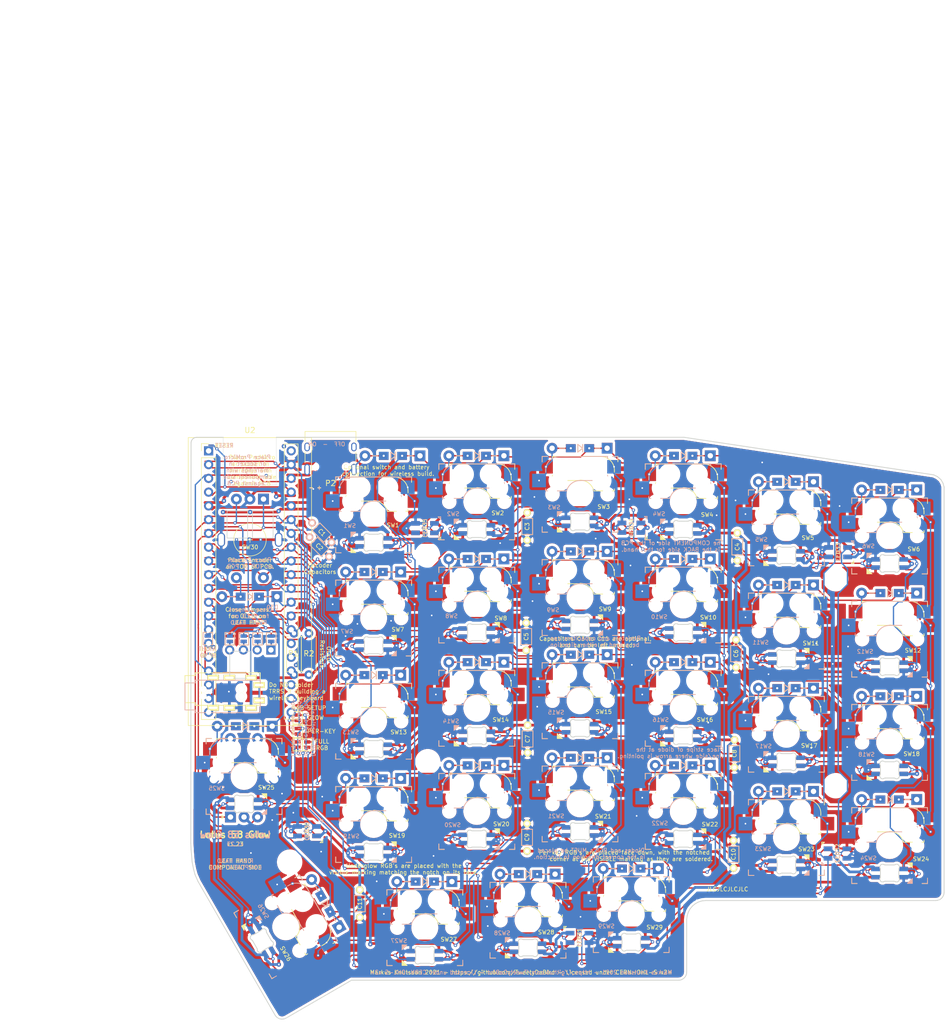
<source format=kicad_pcb>
(kicad_pcb (version 20211014) (generator pcbnew)
  (title_block (title "Lotus 58 Glow") (date "2021-12-17") (rev "v1.23") (company "Markus Knutsson <markus.knutsson@tweety.se>") (comment 1 "https://github.com/TweetyDaBird") (comment 2 "Licensed under CERN-OHL-S v2 or any superseding version"))
  (layers (0 "F.Cu" signal) (31 "B.Cu" signal) (34 "B.Paste" user) (35 "F.Paste" user) (36 "B.SilkS" user "B.Silkscreen") (37 "F.SilkS" user "F.Silkscreen") (38 "B.Mask" user) (39 "F.Mask" user) (44 "Edge.Cuts" user))
  (net 0 "")
  (net 1 "Net-(D1-Pad2)")
  (net 2 "row4")
  (net 3 "Net-(D2-Pad2)")
  (net 4 "Net-(D3-Pad2)")
  (net 5 "row0")
  (net 6 "Net-(D4-Pad2)")
  (net 7 "row1")
  (net 8 "Net-(D5-Pad2)")
  (net 9 "row2")
  (net 10 "Net-(D6-Pad2)")
  (net 11 "row3")
  (net 12 "Net-(D7-Pad2)")
  (net 13 "Net-(D8-Pad2)")
  (net 14 "Net-(D9-Pad2)")
  (net 15 "Net-(D10-Pad2)")
  (net 16 "Net-(D11-Pad2)")
  (net 17 "Net-(D12-Pad2)")
  (net 18 "Net-(D13-Pad2)")
  (net 19 "Net-(D14-Pad2)")
  (net 20 "Net-(D15-Pad2)")
  (net 21 "Net-(D16-Pad2)")
  (net 22 "Net-(D17-Pad2)")
  (net 23 "Net-(D18-Pad2)")
  (net 24 "Net-(D19-Pad2)")
  (net 25 "Net-(D20-Pad2)")
  (net 26 "Net-(D21-Pad2)")
  (net 27 "Net-(D22-Pad2)")
  (net 28 "Net-(D23-Pad2)")
  (net 29 "Net-(D24-Pad2)")
  (net 30 "Net-(D26-Pad2)")
  (net 31 "Net-(D27-Pad2)")
  (net 32 "Net-(D28-Pad2)")
  (net 33 "VCC")
  (net 34 "GND")
  (net 35 "col0")
  (net 36 "col1")
  (net 37 "col2")
  (net 38 "col3")
  (net 39 "col4")
  (net 40 "col5")
  (net 41 "SDA")
  (net 42 "LED")
  (net 43 "SCL")
  (net 44 "Net-(D29-Pad2)")
  (net 45 "DATA")
  (net 46 "Net-(D30-Pad2)")
  (net 47 "Hand")
  (net 48 "B")
  (net 49 "A")
  (net 50 "Alt")
  (net 51 "Net-(LED1-Pad2)")
  (net 52 "Net-(LED2-Pad2)")
  (net 53 "Net-(JP5-Pad1)")
  (net 54 "Net-(JP10-Pad1)")
  (net 55 "Net-(JP11-Pad1)")
  (net 56 "Net-(JP12-Pad1)")
  (net 57 "Net-(LED3-Pad2)")
  (net 58 "Net-(LED4-Pad2)")
  (net 59 "Net-(LED5-Pad2)")
  (net 60 "Net-(LED12-Pad4)")
  (net 61 "Net-(LED7-Pad4)")
  (net 62 "Net-(LED13-Pad4)")
  (net 63 "Net-(LED8-Pad4)")
  (net 64 "Net-(LED10-Pad2)")
  (net 65 "Net-(LED10-Pad4)")
  (net 66 "Net-(LED11-Pad4)")
  (net 67 "Net-(LED13-Pad2)")
  (net 68 "Net-(LED14-Pad2)")
  (net 69 "Net-(LED15-Pad2)")
  (net 70 "Net-(LED16-Pad2)")
  (net 71 "Net-(LED17-Pad2)")
  (net 72 "Net-(LED18-Pad2)")
  (net 73 "Net-(LED19-Pad4)")
  (net 74 "Net-(LED19-Pad2)")
  (net 75 "Net-(LED20-Pad4)")
  (net 76 "Net-(LED21-Pad4)")
  (net 77 "Net-(LED22-Pad4)")
  (net 78 "Net-(LED23-Pad4)")
  (net 79 "Net-(LED25-Pad2)")
  (net 80 "Net-(LED26-Pad2)")
  (net 81 "Net-(LED27-Pad2)")
  (net 82 "Net-(LED28-Pad2)")
  (net 83 "Net-(LED30-Pad1)")
  (net 84 "Net-(LED31-Pad1)")
  (net 85 "Net-(LED32-Pad1)")
  (net 86 "Net-(LED33-Pad1)")
  (net 87 "Net-(LED34-Pad1)")
  (net 88 "unconnected-(J1-PadS)")
  (net 89 "RGB_KEY")
  (net 90 "RGB_GLOW")
  (net 91 "RGB_LINK")
  (net 110 "unconnected-(U2-Pad22)")
  (net 114 "unconnected-(U2-Pad40)")
  (net 115 "Net-(P2-PadA1)")
  (net 116 "Net-(P2-PadA4)")
  (net 120 "unconnected-(P2-PadB5)")
  (footprint "MountingHole:MountingHole_3.7mm" (layer "F.Cu") (at 124.32538 57.40908)
    (fp_text reference "TH1" hide)
    (fp_text value "HOLE")
  )
  (footprint "MountingHole:MountingHole_3.7mm" (layer "F.Cu") (at 199.7 61.8)
    (fp_text reference "TH2" hide)
    (fp_text value "HOLE")
  )
  (footprint "MountingHole:MountingHole_3.7mm" (layer "F.Cu") (at 124.3965 95.5675)
    (fp_text reference "TH3" hide)
    (fp_text value "HOLE")
  )
  (footprint "MountingHole:MountingHole_3.7mm" (layer "F.Cu") (at 199.7 100)
    (fp_text reference "TH4" hide)
    (fp_text value "HOLE")
  )
  (footprint "MountingHole:MountingHole_3.7mm" (layer "F.Cu") (at 98.8949 114.1095 90)
    (fp_text reference "TH5" hide)
    (fp_text value "HOLE")
  )
  (footprint "Common Library:Jumper_Mini" (layer "F.Cu") (at 95.4987 72.8755 90)
    (fp_text reference "JP9" hide)
    (fp_text value "Jumper_NO_Small" hide)
  )
  (footprint "Common Library:Jumper_Mini" (layer "F.Cu") (at 92.990766 72.8755 90)
    (fp_text reference "JP10" hide)
    (fp_text value "Jumper_NO_Small" hide)
  )
  (footprint "Common Library:Jumper_Mini" (layer "F.Cu") (at 90.419332 72.8755 90)
    (fp_text reference "JP11" hide)
    (fp_text value "Jumper_NO_Small" hide)
  )
  (footprint "Common Library:Jumper_Mini" (layer "F.Cu") (at 87.8479 72.8755 90)
    (fp_text reference "JP12" hide)
    (fp_text value "Jumper_NO_Small" hide)
  )
  (footprint "keyswitches:Kailh_socket_MX_reversible_RGB" (layer "F.Cu") (at 133.45 47.6)
    (fp_text reference "SW2")
    (fp_text value "Kailh hotswap MX socket")
  )
  (footprint "keyswitches:Kailh_socket_MX_reversible_RGB" (layer "F.Cu") (at 152.5 46.21)
    (fp_text reference "SW3")
    (fp_text value "Kailh hotswap MX socket")
  )
  (footprint "keyswitches:Kailh_socket_MX_reversible_RGB" (layer "F.Cu") (at 171.55 47.6)
    (fp_text reference "SW4")
    (fp_text value "Kailh hotswap MX socket")
  )
  (footprint "keyswitches:Kailh_socket_MX_reversible_RGB" (layer "F.Cu") (at 209.65 53.9)
    (fp_text reference "SW6")
    (fp_text value "Kailh hotswap MX socket")
  )
  (footprint "keyswitches:Kailh_socket_MX_reversible_RGB" (layer "F.Cu") (at 114.4 69.05)
    (fp_text reference "SW7")
    (fp_text value "Kailh hotswap MX socket")
  )
  (footprint "keyswitches:Kailh_socket_MX_reversible_RGB" (layer "F.Cu") (at 152.5 65.26)
    (fp_text reference "SW9")
    (fp_text value "Kailh hotswap MX socket")
  )
  (footprint "keyswitches:Kailh_socket_MX_reversible_RGB" (layer "F.Cu") (at 171.55 66.65)
    (fp_text reference "SW10")
    (fp_text value "Kailh hotswap MX socket")
  )
  (footprint "keyswitches:Kailh_socket_MX_reversible_RGB" (layer "F.Cu") (at 190.6 71.45)
    (fp_text reference "SW11")
    (fp_text value "Kailh hotswap MX socket")
  )
  (footprint "keyswitches:Kailh_socket_MX_reversible_RGB" (layer "F.Cu") (at 209.65 72.95)
    (fp_text reference "SW12")
    (fp_text value "Kailh hotswap MX socket")
  )
  (footprint "keyswitches:Kailh_socket_MX_reversible_RGB" (layer "F.Cu") (at 114.4 88.1)
    (fp_text reference "SW13")
    (fp_text value "Kailh hotswap MX socket")
  )
  (footprint "keyswitches:Kailh_socket_MX_reversible_RGB" (layer "F.Cu") (at 133.45 85.7)
    (fp_text reference "SW14")
    (fp_text value "Kailh hotswap MX socket")
  )
  (footprint "keyswitches:Kailh_socket_MX_reversible_RGB" (layer "F.Cu") (at 152.5 84.31)
    (fp_text reference "SW15")
    (fp_text value "Kailh hotswap MX socket")
  )
  (footprint "keyswitches:Kailh_socket_MX_reversible_RGB" (layer "F.Cu") (at 190.6 90.5)
    (fp_text reference "SW17")
    (fp_text value "Kailh hotswap MX socket")
  )
  (footprint "keyswitches:Kailh_socket_MX_reversible_RGB" (layer "F.Cu") (at 209.65 92)
    (fp_text reference "SW18")
    (fp_text value "Kailh hotswap MX socket")
  )
  (footprint "keyswitches:Kailh_socket_MX_reversible_RGB" (layer "F.Cu") (at 114.4 107.15)
    (fp_text reference "SW19")
    (fp_text value "Kailh hotswap MX socket")
  )
  (footprint "keyswitches:Kailh_socket_MX_reversible_RGB" (layer "F.Cu") (at 133.45 104.75)
    (fp_text reference "SW20")
    (fp_text value "Kailh hotswap MX socket")
  )
  (footprint "keyswitches:Kailh_socket_MX_reversible_RGB" (layer "F.Cu") (at 152.5 103.36)
    (fp_text reference "SW21")
    (fp_text value "Kailh hotswap MX socket")
  )
  (footprint "keyswitches:Kailh_socket_MX_reversible_RGB" (layer "F.Cu") (at 171.55 104.75)
    (fp_text reference "SW22")
    (fp_text value "Kailh hotswap MX socket")
  )
  (footprint "keyswitches:Kailh_socket_MX_reversible_RGB" (layer "F.Cu") (at 190.6 109.55)
    (fp_text reference "SW23")
    (fp_text value "Kailh hotswap MX socket")
  )
  (footprint "keyswitches:Kailh_socket_MX_reversible_RGB" (layer "F.Cu") (at 123.85 126.2)
    (fp_text reference "SW27")
    (fp_text value "Kailh hotswap MX socket")
  )
  (footprint "keyswitches:Kailh_socket_MX_reversible_RGB" (layer "F.Cu") (at 142.8977 124.8283)
    (fp_text reference "SW28")
    (fp_text value "Kailh hotswap MX socket")
  )
  (footprint "keyswitches:Kailh_socket_MX_reversible_RGB" (layer "F.Cu") (at 161.95 123.8)
    (fp_text reference "SW29")
    (fp_text value "Kailh hotswap MX socket")
  )
  (footprint "keyswitches:Kailh_socket_MX_reversible_RGB" (layer "F.Cu") (at 114.4 50)
    (fp_text reference "SW1")
    (fp_text value "Kailh hotswap MX socket")
  )
  (footprint "keyswitches:Kailh_socket_MX_reversible_RGB" (layer "F.Cu") (at 90.4748 98.2853)
    (fp_text reference "SW25")
    (fp_text value "Kailh hotswap MX socket")
  )
  (footprint "keyswitches:Kailh_socket_MX_reversible_RGB" (layer "F.Cu") (at 209.65 111.05)
    (fp_text reference "SW24")
    (fp_text value "Kailh hotswap MX socket")
  )
  (footprint "Resistor_THT:R_Axial_DIN0207_L6.3mm_D2.5mm_P7.62mm_Horizontal" (layer "F.Cu") (at 102.44 79.5 90)
    (fp_text reference "R2")
    (fp_text value "4k7")
  )
  (footprint "keyswitches:Kailh_socket_MX_reversible_RGB" (layer "F.Cu") (at 98.171 126.0475 -60)
    (fp_text reference "SW26")
    (fp_text value "Kailh hotswap MX socket")
  )
  (footprint "keyswitches:Kailh_socket_MX_reversible_RGB" (layer "F.Cu") (at 171.55 85.7)
    (fp_text reference "SW16")
    (fp_text value "Kailh hotswap MX socket")
  )
  (footprint "KiCad-SSD1306-0.91-OLED-4pin-128x32:SSD1306-0.91-OLED-4pin-128x32" (layer "F.Cu") (at 97.6305 38.4435 -90)
    (fp_text reference "P1" hide)
    (fp_text value "OLED")
  )
  (footprint "Keyboard Library:LED_SK6812MINI_PLCC4_3.5x3.5mm_P1.75mm" (layer "F.Cu") (at 152.4 128.0795 180)
    (fp_text reference "LED31")
    (fp_text value "SK6812MINI")
  )
  (footprint "Keyboard Library:LED_SK6812MINI_PLCC4_3.5x3.5mm_P1.75mm" (layer "F.Cu") (at 102.108 108.3945)
    (fp_text reference "LED30")
    (fp_text value "SK6812MINI")
  )
  (footprint "Keyboard Library:LED_SK6812MINI_PLCC4_3.5x3.5mm_P1.75mm" (layer "F.Cu") (at 200.152 56.896)
    (fp_text reference "LED33")
    (fp_text value "SK6812MINI")
  )
  (footprint "Keyboard Library:LED_SK6812MINI_PLCC4_3.5x3.5mm_P1.75mm" (layer "F.Cu") (at 123.8885 52.451)
    (fp_text reference "LED35")
    (fp_text value "SK6812MINI")
  )
  (footprint "Keyboard Library:RotaryEncoder_Alps_EC11E-Switch_Vertical_H20_special" (layer "F.Cu") (at 91.567 54.594 -90)
    (fp_text reference "SW30")
    (fp_text value "Rotary_Encoder_Switch")
  )
  (footprint "Resistor_THT:R_Axial_DIN0207_L6.3mm_D2.5mm_P7.62mm_Horizontal" (layer "F.Cu") (at 99.7 79.5 90)
    (fp_text reference "R1")
    (fp_text value "4k7")
  )
  (footprint "Common Library:MJ-4PP-9_alim" (layer "F.Cu") (at 81.4705 82.169 90)
    (fp_text reference "J1" hide)
    (fp_text value "PJ-320A" hide)
  )
  (footprint "keyswitches:Kailh_socket_MX_reversible_RGB" (layer "F.Cu") (at 190.6 52.4)
    (fp_text reference "SW5")
    (fp_text value "Kailh hotswap MX socket")
  )
  (footprint "Keyboard Library:RotaryEncoder_Alps_EC11E-Switch_Special" (layer "F.Cu") (at 90.4748 98.2853 90)
    (fp_text reference "SW31" hide)
    (fp_text value "Rotary_Encoder_Switch")
  )
  (footprint "Keyboard Library:LED_SK6812MINI_PLCC4_3.5x3.5mm_P1.75mm" (layer "F.Cu") (at 161.9885 52.3875)
    (fp_text reference "LED34")
    (fp_text value "SK6812MINI")
  )
  (footprint "Common Library:Jumper_Mini" (layer "F.Cu") (at 83.789 72.8507 -90)
    (fp_text reference "JP3" hide)
    (fp_text value "LEFT" hide)
  )
  (footprint "keyswitches:Kailh_socket_MX_reversible_RGB" (layer "F.Cu") (at 133.45 66.65)
    (fp_text reference "SW8")
    (fp_text value "Kailh hotswap MX socket")
  )
  (footprint "kicad-keyboard-parts:MX_SK6812MINI-E_REVERSIBLE" (layer "F.Cu") (at 114.4 55.08 180)
    (fp_text reference "LED1" hide)
    (fp_text value "SK6812MINI-E")
    (fp_line (start 0.794452 1.499999) (end -0.794452 1.499999) (layer "Edge.Cuts") (width 0.15))
    (fp_line (start 1.699999 -0.702843) (end 1.699999 0.702841) (layer "Edge.Cuts") (width 0.15))
    (fp_line (start -0.794452 -1.5) (end 0.794453 -1.5) (layer "Edge.Cuts") (width 0.15))
    (fp_line (start -1.699999 0.702841) (end -1.699999 -0.702843) (layer "Edge.Cuts") (width 0.15))
    (fp_arc (start 0.794452 1.499999) (mid 0.925123 1.517376) (end 1.046711 1.568298) (layer "Edge.Cuts") (width 0.15))
    (fp_arc (start 1.046711 -1.568299) (mid 1.638071 -1.504036) (end 1.749484 -0.919721) (layer "Edge.Cuts") (width 0.15))
    (fp_arc (start -1.046711 1.568296) (mid -1.63807 1.504033) (end -1.749484 0.919719) (layer "Edge.Cuts") (width 0.15))
    (fp_arc (start -1.749484 -0.919721) (mid -1.638071 -1.504036) (end -1.046711 -1.5683) (layer "Edge.Cuts") (width 0.15))
    (fp_arc (start -1.749484 -0.919721) (mid -1.712527 -0.814069) (end -1.699999 -0.702843) (layer "Edge.Cuts") (width 0.15))
    (fp_arc (start 1.046711 -1.568299) (mid 0.925123 -1.517377) (end 0.794453 -1.5) (layer "Edge.Cuts") (width 0.15))
    (fp_arc (start 1.749484 0.919718) (mid 1.638072 1.504034) (end 1.046711 1.568298) (layer "Edge.Cuts") (width 0.15))
    (fp_arc (start -1.699999 0.702842) (mid -1.712527 0.814067) (end -1.749484 0.919719) (layer "Edge.Cuts") (width 0.15))
    (fp_arc (start -1.04671 1.568298) (mid -0.925122 1.517376) (end -0.794452 1.499999) (layer "Edge.Cuts") (width 0.15))
    (fp_arc (start 1.699999 -0.702844) (mid 1.712526 -0.81407) (end 1.749484 -0.919721) (layer "Edge.Cuts") (width 0.15))
    (fp_arc (start -0.794453 -1.500001) (mid -0.925123 -1.517378) (end -1.046711 -1.5683) (layer "Edge.Cuts") (width 0.15))
    (fp_arc (start 1.749484 0.919719) (mid 1.712511 0.81407) (end 1.699999 0.702841) (layer "Edge.Cuts") (width 0.15))
  )
  (footprint "kicad-keyboard-parts:MX_SK6812MINI-E_REVERSIBLE" (layer "F.Cu") (at 133.45 52.68 180)
    (fp_text reference "LED2" hide)
    (fp_text value "SK6812MINI-E")
    (fp_line (start -0.794452 -1.5) (end 0.794453 -1.5) (layer "Edge.Cuts") (width 0.15))
    (fp_line (start 1.699999 -0.702843) (end 1.699999 0.702841) (layer "Edge.Cuts") (width 0.15))
    (fp_line (start 0.794452 1.499999) (end -0.794452 1.499999) (layer "Edge.Cuts") (width 0.15))
    (fp_line (start -1.699999 0.702841) (end -1.699999 -0.702843) (layer "Edge.Cuts") (width 0.15))
    (fp_arc (start 1.749484 0.919718) (mid 1.638072 1.504034) (end 1.046711 1.568298) (layer "Edge.Cuts") (width 0.15))
    (fp_arc (start 1.749484 0.919719) (mid 1.712511 0.81407) (end 1.699999 0.702841) (layer "Edge.Cuts") (width 0.15))
    (fp_arc (start -0.794453 -1.500001) (mid -0.925123 -1.517378) (end -1.046711 -1.5683) (layer "Edge.Cuts") (width 0.15))
    (fp_arc (start 1.046711 -1.568299) (mid 1.638071 -1.504036) (end 1.749484 -0.919721) (layer "Edge.Cuts") (width 0.15))
    (fp_arc (start -1.749484 -0.919721) (mid -1.712527 -0.814069) (end -1.699999 -0.702843) (layer "Edge.Cuts") (width 0.15))
    (fp_arc (start 1.046711 -1.568299) (mid 0.925123 -1.517377) (end 0.794453 -1.5) (layer "Edge.Cuts") (width 0.15))
    (fp_arc (start -1.699999 0.702842) (mid -1.712527 0.814067) (end -1.749484 0.919719) (layer "Edge.Cuts") (width 0.15))
    (fp_arc (start -1.046711 1.568296) (mid -1.63807 1.504033) (end -1.749484 0.919719) (layer "Edge.Cuts") (width 0.15))
    (fp_arc (start -1.04671 1.568298) (mid -0.925122 1.517376) (end -0.794452 1.499999) (layer "Edge.Cuts") (width 0.15))
    (fp_arc (start -1.749484 -0.919721) (mid -1.638071 -1.504036) (end -1.046711 -1.5683) (layer "Edge.Cuts") (width 0.15))
    (fp_arc (start 0.794452 1.499999) (mid 0.925123 1.517376) (end 1.046711 1.568298) (layer "Edge.Cuts") (width 0.15))
    (fp_arc (start 1.699999 -0.702844) (mid 1.712526 -0.81407) (end 1.749484 -0.919721) (layer "Edge.Cuts") (width 0.15))
  )
  (footprint "kicad-keyboard-parts:MX_SK6812MINI-E_REVERSIBLE" (layer "F.Cu") (at 152.5 51.29 180)
    (fp_text reference "LED3" hide)
    (fp_text value "SK6812MINI-E")
    (fp_line (start -0.794452 -1.5) (end 0.794453 -1.5) (layer "Edge.Cuts") (width 0.15))
    (fp_line (start 1.699999 -0.702843) (end 1.699999 0.702841) (layer "Edge.Cuts") (width 0.15))
    (fp_line (start -1.699999 0.702841) (end -1.699999 -0.702843) (layer "Edge.Cuts") (width 0.15))
    (fp_line (start 0.794452 1.499999) (end -0.794452 1.499999) (layer "Edge.Cuts") (width 0.15))
    (fp_arc (start 1.046711 -1.568299) (mid 1.638071 -1.504036) (end 1.749484 -0.919721) (layer "Edge.Cuts") (width 0.15))
    (fp_arc (start -1.749484 -0.919721) (mid -1.638071 -1.504036) (end -1.046711 -1.5683) (layer "Edge.Cuts") (width 0.15))
    (fp_arc (start 1.699999 -0.702844) (mid 1.712526 -0.81407) (end 1.749484 -0.919721) (layer "Edge.Cuts") (width 0.15))
    (fp_arc (start -1.04671 1.568298) (mid -0.925122 1.517376) (end -0.794452 1.499999) (layer "Edge.Cuts") (width 0.15))
    (fp_arc (start -1.699999 0.702842) (mid -1.712527 0.814067) (end -1.749484 0.919719) (layer "Edge.Cuts") (width 0.15))
    (fp_arc (start -1.749484 -0.919721) (mid -1.712527 -0.814069) (end -1.699999 -0.702843) (layer "Edge.Cuts") (width 0.15))
    (fp_arc (start -0.794453 -1.500001) (mid -0.925123 -1.517378) (end -1.046711 -1.5683) (layer "Edge.Cuts") (width 0.15))
    (fp_arc (start 1.749484 0.919719) (mid 1.712511 0.81407) (end 1.699999 0.702841) (layer "Edge.Cuts") (width 0.15))
    (fp_arc (start 1.046711 -1.568299) (mid 0.925123 -1.517377) (end 0.794453 -1.5) (layer "Edge.Cuts") (width 0.15))
    (fp_arc (start 0.794452 1.499999) (mid 0.925123 1.517376) (end 1.046711 1.568298) (layer "Edge.Cuts") (width 0.15))
    (fp_arc (start 1.749484 0.919718) (mid 1.638072 1.504034) (end 1.046711 1.568298) (layer "Edge.Cuts") (width 0.15))
    (fp_arc (start -1.046711 1.568296) (mid -1.63807 1.504033) (end -1.749484 0.919719) (layer "Edge.Cuts") (width 0.15))
  )
  (footprint "kicad-keyboard-parts:MX_SK6812MINI-E_REVERSIBLE" (layer "F.Cu") (at 171.55 52.68 180)
    (fp_text reference "LED4" hide)
    (fp_text value "SK6812MINI-E")
    (fp_line (start 1.699999 -0.702843) (end 1.699999 0.702841) (layer "Edge.Cuts") (width 0.15))
    (fp_line (start 0.794452 1.499999) (end -0.794452 1.499999) (layer "Edge.Cuts") (width 0.15))
    (fp_line (start -0.794452 -1.5) (end 0.794453 -1.5) (layer "Edge.Cuts") (width 0.15))
    (fp_line (start -1.699999 0.702841) (end -1.699999 -0.702843) (layer "Edge.Cuts") (width 0.15))
    (fp_arc (start -1.749484 -0.919721) (mid -1.712527 -0.814069) (end -1.699999 -0.702843) (layer "Edge.Cuts") (width 0.15))
    (fp_arc (start 1.699999 -0.702844) (mid 1.712526 -0.81407) (end 1.749484 -0.919721) (layer "Edge.Cuts") (width 0.15))
    (fp_arc (start -1.046711 1.568296) (mid -1.63807 1.504033) (end -1.749484 0.919719) (layer "Edge.Cuts") (width 0.15))
    (fp_arc (start 1.046711 -1.568299) (mid 1.638071 -1.504036) (end 1.749484 -0.919721) (layer "Edge.Cuts") (width 0.15))
    (fp_arc (start 1.749484 0.919718) (mid 1.638072 1.504034) (end 1.046711 1.568298) (layer "Edge.Cuts") (width 0.15))
    (fp_arc (start -1.749484 -0.919721) (mid -1.638071 -1.504036) (end -1.046711 -1.5683) (layer "Edge.Cuts") (width 0.15))
    (fp_arc (start -1.04671 1.568298) (mid -0.925122 1.517376) (end -0.794452 1.499999) (layer "Edge.Cuts") (width 0.15))
    (fp_arc (start -0.794453 -1.500001) (mid -0.925123 -1.517378) (end -1.046711 -1.5683) (layer "Edge.Cuts") (width 0.15))
    (fp_arc (start 1.749484 0.919719) (mid 1.712511 0.81407) (end 1.699999 0.702841) (layer "Edge.Cuts") (width 0.15))
    (fp_arc (start -1.699999 0.702842) (mid -1.712527 0.814067) (end -1.749484 0.919719) (layer "Edge.Cuts") (width 0.15))
    (fp_arc (start 1.046711 -1.568299) (mid 0.925123 -1.517377) (end 0.794453 -1.5) (layer "Edge.Cuts") (width 0.15))
    (fp_arc (start 0.794452 1.499999) (mid 0.925123 1.517376) (end 1.046711 1.568298) (layer "Edge.Cuts") (width 0.15))
  )
  (footprint "kicad-keyboard-parts:MX_SK6812MINI-E_REVERSIBLE" (layer "F.Cu") (at 190.6 57.48 180)
    (fp_text reference "LED5" hide)
    (fp_text value "SK6812MINI-E")
    (fp_line (start 0.794452 1.499999) (end -0.794452 1.499999) (layer "Edge.Cuts") (width 0.15))
    (fp_line (start 1.699999 -0.702843) (end 1.699999 0.702841) (layer "Edge.Cuts") (width 0.15))
    (fp_line (start -0.794452 -1.5) (end 0.794453 -1.5) (layer "Edge.Cuts") (width 0.15))
    (fp_line (start -1.699999 0.702841) (end -1.699999 -0.702843) (layer "Edge.Cuts") (width 0.15))
    (fp_arc (start -1.046711 1.568296) (mid -1.63807 1.504033) (end -1.749484 0.919719) (layer "Edge.Cuts") (width 0.15))
    (fp_arc (start -1.04671 1.568298) (mid -0.925122 1.517376) (end -0.794452 1.499999) (layer "Edge.Cuts") (width 0.15))
    (fp_arc (start 1.749484 0.919718) (mid 1.638072 1.504034) (end 1.046711 1.568298) (layer "Edge.Cuts") (width 0.15))
    (fp_arc (start 1.046711 -1.568299) (mid 0.925123 -1.517377) (end 0.794453 -1.5) (layer "Edge.Cuts") (width 0.15))
    (fp_arc (start 0.794452 1.499999) (mid 0.925123 1.517376) (end 1.046711 1.568298) (layer "Edge.Cuts") (width 0.15))
    (fp_arc (start 1.699999 -0.702844) (mid 1.712526 -0.81407) (end 1.749484 -0.919721) (layer "Edge.Cuts") (width 0.15))
    (fp_arc (start -1.749484 -0.919721) (mid -1.712527 -0.814069) (end -1.699999 -0.702843) (layer "Edge.Cuts") (width 0.15))
    (fp_arc (start -1.699999 0.702842) (mid -1.712527 0.814067) (end -1.749484 0.919719) (layer "Edge.Cuts") (width 0.15))
    (fp_arc (start 1.749484 0.919719) (mid 1.712511 0.81407) (end 1.699999 0.702841) (layer "Edge.Cuts") (width 0.15))
    (fp_arc (start -1.749484 -0.919721) (mid -1.638071 -1.504036) (end -1.046711 -1.5683) (layer "Edge.Cuts") (width 0.15))
    (fp_arc (start 1.046711 -1.568299) (mid 1.638071 -1.504036) (end 1.749484 -0.919721) (layer "Edge.Cuts") (width 0.15))
    (fp_arc (start -0.794453 -1.500001) (mid -0.925123 -1.517378) (end -1.046711 -1.5683) (layer "Edge.Cuts") (width 0.15))
  )
  (footprint "kicad-keyboard-parts:MX_SK6812MINI-E_REVERSIBLE" (layer "F.Cu") (at 209.65 58.98 180)
    (fp_text reference "LED6" hide)
    (fp_text value "SK6812MINI-E")
    (fp_line (start -1.699999 0.702841) (end -1.699999 -0.702843) (layer "Edge.Cuts") (width 0.15))
    (fp_line (start -0.794452 -1.5) (end 0.794453 -1.5) (layer "Edge.Cuts") (width 0.15))
    (fp_line (start 0.794452 1.499999) (end -0.794452 1.499999) (layer "Edge.Cuts") (width 0.15))
    (fp_line (start 1.699999 -0.702843) (end 1.699999 0.702841) (layer "Edge.Cuts") (width 0.15))
    (fp_arc (start 1.749484 0.919719) (mid 1.712511 0.81407) (end 1.699999 0.702841) (layer "Edge.Cuts") (width 0.15))
    (fp_arc (start -1.749484 -0.919721) (mid -1.638071 -1.504036) (end -1.046711 -1.5683) (layer "Edge.Cuts") (width 0.15))
    (fp_arc (start -0.794453 -1.500001) (mid -0.925123 -1.517378) (end -1.046711 -1.5683) (layer "Edge.Cuts") (width 0.15))
    (fp_arc (start 1.046711 -1.568299) (mid 1.638071 -1.504036) (end 1.749484 -0.919721) (layer "Edge.Cuts") (width 0.15))
    (fp_arc (start 1.046711 -1.568299) (mid 0.925123 -1.517377) (end 0.794453 -1.5) (layer "Edge.Cuts") (width 0.15))
    (fp_arc (start -1.749484 -0.919721) (mid -1.712527 -0.814069) (end -1.699999 -0.702843) (layer "Edge.Cuts") (width 0.15))
    (fp_arc (start 0.794452 1.499999) (mid 0.925123 1.517376) (end 1.046711 1.568298) (layer "Edge.Cuts") (width 0.15))
    (fp_arc (start 1.749484 0.919718) (mid 1.638072 1.504034) (end 1.046711 1.568298) (layer "Edge.Cuts") (width 0.15))
    (fp_arc (start -1.699999 0.702842) (mid -1.712527 0.814067) (end -1.749484 0.919719) (layer "Edge.Cuts") (width 0.15))
    (fp_arc (start 1.699999 -0.702844) (mid 1.712526 -0.81407) (end 1.749484 -0.919721) (layer "Edge.Cuts") (width 0.15))
    (fp_arc (start -1.046711 1.568296) (mid -1.63807 1.504033) (end -1.749484 0.919719) (layer "Edge.Cuts") (width 0.15))
    (fp_arc (start -1.04671 1.568298) (mid -0.925122 1.517376) (end -0.794452 1.499999) (layer "Edge.Cuts") (width 0.15))
  )
  (footprint "kicad-keyboard-parts:MX_SK6812MINI-E_REVERSIBLE" (layer "F.Cu") (at 114.4 74.13)
    (fp_text reference "LED7" hide)
    (fp_text value "SK6812MINI-E")
    (fp_line (start -0.794452 -1.5) (end 0.794453 -1.5) (layer "Edge.Cuts") (width 0.15))
    (fp_line (start -1.699999 0.702841) (end -1.699999 -0.702843) (layer "Edge.Cuts") (width 0.15))
    (fp_line (start 1.699999 -0.702843) (end 1.699999 0.702841) (layer "Edge.Cuts") (width 0.15))
    (fp_line (start 0.794452 1.499999) (end -0.794452 1.499999) (layer "Edge.Cuts") (width 0.15))
    (fp_arc (start 1.046711 -1.568299) (mid 0.925123 -1.517377) (end 0.794453 -1.5) (layer "Edge.Cuts") (width 0.15))
    (fp_arc (start -1.749484 -0.919721) (mid -1.638071 -1.504036) (end -1.046711 -1.5683) (layer "Edge.Cuts") (width 0.15))
    (fp_arc (start -0.794453 -1.500001) (mid -0.925123 -1.517378) (end -1.046711 -1.5683) (layer "Edge.Cuts") (width 0.15))
    (fp_arc (start -1.046711 1.568296) (mid -1.63807 1.504033) (end -1.749484 0.919719) (layer "Edge.Cuts") (width 0.15))
    (fp_arc (start -1.04671 1.568298) (mid -0.925122 1.517376) (end -0.794452 1.499999) (layer "Edge.Cuts") (width 0.15))
    (fp_arc (start 1.749484 0.919719) (mid 1.712511 0.81407) (end 1.699999 0.702841) (layer "Edge.Cuts") (width 0.15))
    (fp_arc (start 1.046711 -1.568299) (mid 1.638071 -1.504036) (end 1.749484 -0.919721) (layer "Edge.Cuts") (width 0.15))
    (fp_arc (start 1.749484 0.919718) (mid 1.638072 1.504034) (end 1.046711 1.568298) (layer "Edge.Cuts") (width 0.15))
    (fp_arc (start 1.699999 -0.702844) (mid 1.712526 -0.81407) (end 1.749484 -0.919721) (layer "Edge.Cuts") (width 0.15))
    (fp_arc (start 0.794452 1.499999) (mid 0.925123 1.517376) (end 1.046711 1.568298) (layer "Edge.Cuts") (width 0.15))
    (fp_arc (start -1.749484 -0.919721) (mid -1.712527 -0.814069) (end -1.699999 -0.702843) (layer "Edge.Cuts") (width 0.15))
    (fp_arc (start -1.699999 0.702842) (mid -1.712527 0.814067) (end -1.749484 0.919719) (layer "Edge.Cuts") (width 0.15))
  )
  (footprint "kicad-keyboard-parts:MX_SK6812MINI-E_REVERSIBLE" (layer "F.Cu") (at 133.45 71.73)
    (fp_text reference "LED8" hide)
    (fp_text value "SK6812MINI-E")
    (fp_line (start -1.699999 0.702841) (end -1.699999 -0.702843) (layer "Edge.Cuts") (width 0.15))
    (fp_line (start 0.794452 1.499999) (end -0.794452 1.499999) (layer "Edge.Cuts") (width 0.15))
    (fp_line (start 1.699999 -0.702843) (end 1.699999 0.702841) (layer "Edge.Cuts") (width 0.15))
    (fp_line (start -0.794452 -1.5) (end 0.794453 -1.5) (layer "Edge.Cuts") (width 0.15))
    (fp_arc (start 1.046711 -1.568299) (mid 0.925123 -1.517377) (end 0.794453 -1.5) (layer "Edge.Cuts") (width 0.15))
    (fp_arc (start -1.04671 1.568298) (mid -0.925122 1.517376) (end -0.794452 1.499999) (layer "Edge.Cuts") (width 0.15))
    (fp_arc (start 1.749484 0.919719) (mid 1.712511 0.81407) (end 1.699999 0.702841) (layer "Edge.Cuts") (width 0.15))
    (fp_arc (start 0.794452 1.499999) (mid 0.925123 1.517376) (end 1.046711 1.568298) (layer "Edge.Cuts") (width 0.15))
    (fp_arc (start 1.046711 -1.568299) (mid 1.638071 -1.504036) (end 1.749484 -0.919721) (layer "Edge.Cuts") (width 0.15))
    (fp_arc (start -1.749484 -0.919721) (mid -1.712527 -0.814069) (end -1.699999 -0.702843) (layer "Edge.Cuts") (width 0.15))
    (fp_arc (start -1.699999 0.702842) (mid -1.712527 0.814067) (end -1.749484 0.919719) (layer "Edge.Cuts") (width 0.15))
    (fp_arc (start 1.699999 -0.702844) (mid 1.712526 -0.81407) (end 1.749484 -0.919721) (layer "Edge.Cuts") (width 0.15))
    (fp_arc (start -1.046711 1.568296) (mid -1.63807 1.504033) (end -1.749484 0.919719) (layer "Edge.Cuts") (width 0.15))
    (fp_arc (start -1.749484 -0.919721) (mid -1.638071 -1.504036) (end -1.046711 -1.5683) (layer "Edge.Cuts") (width 0.15))
    (fp_arc (start -0.794453 -1.500001) (mid -0.925123 -1.517378) (end -1.046711 -1.5683) (layer "Edge.Cuts") (width 0.15))
    (fp_arc (start 1.749484 0.919718) (mid 1.638072 1.504034) (end 1.046711 1.568298) (layer "Edge.Cuts") (width 0.15))
  )
  (footprint "kicad-keyboard-parts:MX_SK6812MINI-E_REVERSIBLE" (layer "F.Cu") (at 152.5 70.34)
    (fp_text reference "LED9" hide)
    (fp_text value "SK6812MINI-E")
    (fp_line (start -0.794452 -1.5) (end 0.794453 -1.5) (layer "Edge.Cuts") (width 0.15))
    (fp_line (start -1.699999 0.702841) (end -1.699999 -0.702843) (layer "Edge.Cuts") (width 0.15))
    (fp_line (start 0.794452 1.499999) (end -0.794452 1.499999) (layer "Edge.Cuts") (width 0.15))
    (fp_line (start 1.699999 -0.702843) (end 1.699999 0.702841) (layer "Edge.Cuts") (width 0.15))
    (fp_arc (start -1.749484 -0.919721) (mid -1.712527 -0.814069) (end -1.699999 -0.702843) (layer "Edge.Cuts") (width 0.15))
    (fp_arc (start -1.749484 -0.919721) (mid -1.638071 -1.504036) (end -1.046711 -1.5683) (layer "Edge.Cuts") (width 0.15))
    (fp_arc (start 0.794452 1.499999) (mid 0.925123 1.517376) (end 1.046711 1.568298) (layer "Edge.Cuts") (width 0.15))
    (fp_arc (start 1.046711 -1.568299) (mid 1.638071 -1.504036) (end 1.749484 -0.919721) (layer "Edge.Cuts") (width 0.15))
    (fp_arc (start -1.04671 1.568298) (mid -0.925122 1.517376) (end -0.794452 1.499999) (layer "Edge.Cuts") (width 0.15))
    (fp_arc (start -1.046711 1.568296) (mid -1.63807 1.504033) (end -1.749484 0.919719) (layer "Edge.Cuts") (width 0.15))
    (fp_arc (start 1.699999 -0.702844) (mid 1.712526 -0.81407) (end 1.749484 -0.919721) (layer "Edge.Cuts") (width 0.15))
    (fp_arc (start -0.794453 -1.500001) (mid -0.925123 -1.517378) (end -1.046711 -1.5683) (layer "Edge.Cuts") (width 0.15))
    (fp_arc (start -1.699999 0.702842) (mid -1.712527 0.814067) (end -1.749484 0.919719) (layer "Edge.Cuts") (width 0.15))
    (fp_arc (start 1.749484 0.919719) (mid 1.712511 0.81407) (end 1.699999 0.702841) (layer "Edge.Cuts") (width 0.15))
    (fp_arc (start 1.046711 -1.568299) (mid 0.925123 -1.517377) (end 0.794453 -1.5) (layer "Edge.Cuts") (width 0.15))
    (fp_arc (start 1.749484 0.919718) (mid 1.638072 1.504034) (end 1.046711 1.568298) (layer "Edge.Cuts") (width 0.15))
  )
  (footprint "kicad-keyboard-parts:MX_SK6812MINI-E_REVERSIBLE" (layer "F.Cu") (at 171.55 71.73)
    (fp_text reference "LED10" hide)
    (fp_text value "SK6812MINI-E")
    (fp_line (start -0.794452 -1.5) (end 0.794453 -1.5) (layer "Edge.Cuts") (width 0.15))
    (fp_line (start 1.699999 -0.702843) (end 1.699999 0.702841) (layer "Edge.Cuts") (width 0.15))
    (fp_line (start 0.794452 1.499999) (end -0.794452 1.499999) (layer "Edge.Cuts") (width 0.15))
    (fp_line (start -1.699999 0.702841) (end -1.699999 -0.702843) (layer "Edge.Cuts") (width 0.15))
    (fp_arc (start -1.04671 1.568298) (mid -0.925122 1.517376) (end -0.794452 1.499999) (layer "Edge.Cuts") (width 0.15))
    (fp_arc (start -1.699999 0.702842) (mid -1.712527 0.814067) (end -1.749484 0.919719) (layer "Edge.Cuts") (width 0.15))
    (fp_arc (start 1.046711 -1.568299) (mid 0.925123 -1.517377) (end 0.794453 -1.5) (layer "Edge.Cuts") (width 0.15))
    (fp_arc (start 1.749484 0.919719) (mid 1.712511 0.81407) (end 1.699999 0.702841) (layer "Edge.Cuts") (width 0.15))
    (fp_arc (start 1.046711 -1.568299) (mid 1.638071 -1.504036) (end 1.749484 -0.919721) (layer "Edge.Cuts") (width 0.15))
    (fp_arc (start 1.749484 0.919718) (mid 1.638072 1.504034) (end 1.046711 1.568298) (layer "Edge.Cuts") (width 0.15))
    (fp_arc (start -1.046711 1.568296) (mid -1.63807 1.504033) (end -1.749484 0.919719) (layer "Edge.Cuts") (width 0.15))
    (fp_arc (start -1.749484 -0.919721) (mid -1.712527 -0.814069) (end -1.699999 -0.702843) (layer "Edge.Cuts") (width 0.15))
    (fp_arc (start 1.699999 -0.702844) (mid 1.712526 -0.81407) (end 1.749484 -0.919721) (layer "Edge.Cuts") (width 0.15))
    (fp_arc (start -1.749484 -0.919721) (mid -1.638071 -1.504036) (end -1.046711 -1.5683) (layer "Edge.Cuts") (width 0.15))
    (fp_arc (start 0.794452 1.499999) (mid 0.925123 1.517376) (end 1.046711 1.568298) (layer "Edge.Cuts") (width 0.15))
    (fp_arc (start -0.794453 -1.500001) (mid -0.925123 -1.517378) (end -1.046711 -1.5683) (layer "Edge.Cuts") (width 0.15))
  )
  (footprint "kicad-keyboard-parts:MX_SK6812MINI-E_REVERSIBLE" (layer "F.Cu") (at 190.6 76.53)
    (fp_text reference "LED11" hide)
    (fp_text value "SK6812MINI-E")
    (fp_line (start -0.794452 -1.5) (end 0.794453 -1.5) (layer "Edge.Cuts") (width 0.15))
    (fp_line (start 1.699999 -0.702843) (end 1.699999 0.702841) (layer "Edge.Cuts") (width 0.15))
    (fp_line (start -1.699999 0.702841) (end -1.699999 -0.702843) (layer "Edge.Cuts") (width 0.15))
    (fp_line (start 0.794452 1.499999) (end -0.794452 1.499999) (layer "Edge.Cuts") (width 0.15))
    (fp_arc (start 1.699999 -0.702844) (mid 1.712526 -0.81407) (end 1.749484 -0.919721) (layer "Edge.Cuts") (width 0.15))
    (fp_arc (start -1.699999 0.702842) (mid -1.712527 0.814067) (end -1.749484 0.919719) (layer "Edge.Cuts") (width 0.15))
    (fp_arc (start -1.749484 -0.919721) (mid -1.712527 -0.814069) (end -1.699999 -0.702843) (layer "Edge.Cuts") (width 0.15))
    (fp_arc (start 1.046711 -1.568299) (mid 0.925123 -1.517377) (end 0.794453 -1.5) (layer "Edge.Cuts") (width 0.15))
    (fp_arc (start -0.794453 -1.500001) (mid -0.925123 -1.517378) (end -1.046711 -1.5683) (layer "Edge.Cuts") (width 0.15))
    (fp_arc (start 0.794452 1.499999) (mid 0.925123 1.517376) (end 1.046711 1.568298) (layer "Edge.Cuts") (width 0.15))
    (fp_arc (start -1.046711 1.568296) (mid -1.63807 1.504033) (end -1.749484 0.919719) (layer "Edge.Cuts") (width 0.15))
    (fp_arc (start -1.749484 -0.919721) (mid -1.638071 -1.504036) (end -1.046711 -1.5683) (layer "Edge.Cuts") (width 0.15))
    (fp_arc (start 1.749484 0.919719) (mid 1.712511 0.81407) (end 1.699999 0.702841) (layer "Edge.Cuts") (width 0.15))
    (fp_arc (start 1.046711 -1.568299) (mid 1.638071 -1.504036) (end 1.749484 -0.919721) (layer "Edge.Cuts") (width 0.15))
    (fp_arc (start 1.749484 0.919718) (mid 1.638072 1.504034) (end 1.046711 1.568298) (layer "Edge.Cuts") (width 0.15))
    (fp_arc (start -1.04671 1.568298) (mid -0.925122 1.517376) (end -0.794452 1.499999) (layer "Edge.Cuts") (width 0.15))
  )
  (footprint "kicad-keyboard-parts:MX_SK6812MINI-E_REVERSIBLE" (layer "F.Cu") (at 209.65 78.03)
    (fp_text reference "LED12" hide)
    (fp_text value "SK6812MINI-E")
    (fp_line (start -1.699999 0.702841) (end -1.699999 -0.702843) (layer "Edge.Cuts") (width 0.15))
    (fp_line (start 1.699999 -0.702843) (end 1.699999 0.702841) (layer "Edge.Cuts") (width 0.15))
    (fp_line (start 0.794452 1.499999) (end -0.794452 1.499999) (layer "Edge.Cuts") (width 0.15))
    (fp_line (start -0.794452 -1.5) (end 0.794453 -1.5) (layer "Edge.Cuts") (width 0.15))
    (fp_arc (start 1.046711 -1.568299) (mid 0.925123 -1.517377) (end 0.794453 -1.5) (layer "Edge.Cuts") (width 0.15))
    (fp_arc (start -1.699999 0.702842) (mid -1.712527 0.814067) (end -1.749484 0.919719) (layer "Edge.Cuts") (width 0.15))
    (fp_arc (start -0.794453 -1.500001) (mid -0.925123 -1.517378) (end -1.046711 -1.5683) (layer "Edge.Cuts") (width 0.15))
    (fp_arc (start 1.699999 -0.702844) (mid 1.712526 -0.81407) (end 1.749484 -0.919721) (layer "Edge.Cuts") (width 0.15))
    (fp_arc (start -1.046711 1.568296) (mid -1.63807 1.504033) (end -1.749484 0.919719) (layer "Edge.Cuts") (width 0.15))
    (fp_arc (start 1.749484 0.919719) (mid 1.712511 0.81407) (end 1.699999 0.702841) (layer "Edge.Cuts") (width 0.15))
    (fp_arc (start -1.04671 1.568298) (mid -0.925122 1.517376) (end -0.794452 1.499999) (layer "Edge.Cuts") (width 0.15))
    (fp_arc (start -1.749484 -0.919721) (mid -1.638071 -1.504036) (end -1.046711 -1.5683) (layer "Edge.Cuts") (width 0.15))
    (fp_arc (start 0.794452 1.499999) (mid 0.925123 1.517376) (end 1.046711 1.568298) (layer "Edge.Cuts") (width 0.15))
    (fp_arc (start -1.749484 -0.919721) (mid -1.712527 -0.814069) (end -1.699999 -0.702843) (layer "Edge.Cuts") (width 0.15))
    (fp_arc (start 1.046711 -1.568299) (mid 1.638071 -1.504036) (end 1.749484 -0.919721) (layer "Edge.Cuts") (width 0.15))
    (fp_arc (start 1.749484 0.919718) (mid 1.638072 1.504034) (end 1.046711 1.568298) (layer "Edge.Cuts") (width 0.15))
  )
  (footprint "kicad-keyboard-parts:MX_SK6812MINI-E_REVERSIBLE" (layer "F.Cu") (at 114.4 93.18 180)
    (fp_text reference "LED13" hide)
    (fp_text value "SK6812MINI-E")
    (fp_line (start -0.794452 -1.5) (end 0.794453 -1.5) (layer "Edge.Cuts") (width 0.15))
    (fp_line (start 0.794452 1.499999) (end -0.794452 1.499999) (layer "Edge.Cuts") (width 0.15))
    (fp_line (start -1.699999 0.702841) (end -1.699999 -0.702843) (layer "Edge.Cuts") (width 0.15))
    (fp_line (start 1.699999 -0.702843) (end 1.699999 0.702841) (layer "Edge.Cuts") (width 0.15))
    (fp_arc (start -1.699999 0.702842) (mid -1.712527 0.814067) (end -1.749484 0.919719) (layer "Edge.Cuts") (width 0.15))
    (fp_arc (start 1.046711 -1.568299) (mid 0.925123 -1.517377) (end 0.794453 -1.5) (layer "Edge.Cuts") (width 0.15))
    (fp_arc (start -1.04671 1.568298) (mid -0.925122 1.517376) (end -0.794452 1.499999) (layer "Edge.Cuts") (width 0.15))
    (fp_arc (start 1.046711 -1.568299) (mid 1.638071 -1.504036) (end 1.749484 -0.919721) (layer "Edge.Cuts") (width 0.15))
    (fp_arc (start 1.699999 -0.702844) (mid 1.712526 -0.81407) (end 1.749484 -0.919721) (layer "Edge.Cuts") (width 0.15))
    (fp_arc (start 1.749484 0.919718) (mid 1.638072 1.504034) (end 1.046711 1.568298) (layer "Edge.Cuts") (width 0.15))
    (fp_arc (start -1.046711 1.568296) (mid -1.63807 1.504033) (end -1.749484 0.919719) (layer "Edge.Cuts") (width 0.15))
    (fp_arc (start 1.749484 0.919719) (mid 1.712511 0.81407) (end 1.699999 0.702841) (layer "Edge.Cuts") (width 0.15))
    (fp_arc (start 0.794452 1.499999) (mid 0.925123 1.517376) (end 1.046711 1.568298) (layer "Edge.Cuts") (width 0.15))
    (fp_arc (start -1.749484 -0.919721) (mid -1.712527 -0.814069) (end -1.699999 -0.702843) (layer "Edge.Cuts") (width 0.15))
    (fp_arc (start -1.749484 -0.919721) (mid -1.638071 -1.504036) (end -1.046711 -1.5683) (layer "Edge.Cuts") (width 0.15))
    (fp_arc (start -0.794453 -1.500001) (mid -0.925123 -1.517378) (end -1.046711 -1.5683) (layer "Edge.Cuts") (width 0.15))
  )
  (footprint "kicad-keyboard-parts:MX_SK6812MINI-E_REVERSIBLE" (layer "F.Cu") (at 133.45 90.78 180)
    (fp_text reference "LED14" hide)
    (fp_text value "SK6812MINI-E")
    (fp_line (start -0.794452 -1.5) (end 0.794453 -1.5) (layer "Edge.Cuts") (width 0.15))
    (fp_line (start 0.794452 1.499999) (end -0.794452 1.499999) (layer "Edge.Cuts") (width 0.15))
    (fp_line (start -1.699999 0.702841) (end -1.699999 -0.702843) (layer "Edge.Cuts") (width 0.15))
    (fp_line (start 1.699999 -0.702843) (end 1.699999 0.702841) (layer "Edge.Cuts") (width 0.15))
    (fp_arc (start -1.749484 -0.919721) (mid -1.712527 -0.814069) (end -1.699999 -0.702843) (layer "Edge.Cuts") (width 0.15))
    (fp_arc (start -0.794453 -1.500001) (mid -0.925123 -1.517378) (end -1.046711 -1.5683) (layer "Edge.Cuts") (width 0.15))
    (fp_arc (start 1.046711 -1.568299) (mid 1.638071 -1.504036) (end 1.749484 -0.919721) (layer "Edge.Cuts") (width 0.15))
    (fp_arc (start -1.699999 0.702842) (mid -1.712527 0.814067) (end -1.749484 0.919719) (layer "Edge.Cuts") (width 0.15))
    (fp_arc (start -1.04671 1.568298) (mid -0.925122 1.517376) (end -0.794452 1.499999) (layer "Edge.Cuts") (width 0.15))
    (fp_arc (start 1.749484 0.919719) (mid 1.712511 0.81407) (end 1.699999 0.702841) (layer "Edge.Cuts") (width 0.15))
    (fp_arc (start 1.749484 0.919718) (mid 1.638072 1.504034) (end 1.046711 1.568298) (layer "Edge.Cuts") (width 0.15))
    (fp_arc (start -1.749484 -0.919721) (mid -1.638071 -1.504036) (end -1.046711 -1.5683) (layer "Edge.Cuts") (width 0.15))
    (fp_arc (start 0.794452 1.499999) (mid 0.925123 1.517376) (end 1.046711 1.568298) (layer "Edge.Cuts") (width 0.15))
    (fp_arc (start 1.699999 -0.702844) (mid 1.712526 -0.81407) (end 1.749484 -0.919721) (layer "Edge.Cuts") (width 0.15))
    (fp_arc (start 1.046711 -1.568299) (mid 0.925123 -1.517377) (end 0.794453 -1.5) (layer "Edge.Cuts") (width 0.15))
    (fp_arc (start -1.046711 1.568296) (mid -1.63807 1.504033) (end -1.749484 0.919719) (layer "Edge.Cuts") (width 0.15))
  )
  (footprint "kicad-keyboard-parts:MX_SK6812MINI-E_REVERSIBLE" (layer "F.Cu") (at 152.5 89.39 180)
    (fp_text reference "LED15" hide)
    (fp_text value "SK6812MINI-E")
    (fp_line (start 0.794452 1.499999) (end -0.794452 1.499999) (layer "Edge.Cuts") (width 0.15))
    (fp_line (start -0.794452 -1.5) (end 0.794453 -1.5) (layer "Edge.Cuts") (width 0.15))
    (fp_line (start -1.699999 0.702841) (end -1.699999 -0.702843) (layer "Edge.Cuts") (width 0.15))
    (fp_line (start 1.699999 -0.702843) (end 1.699999 0.702841) (layer "Edge.Cuts") (width 0.15))
    (fp_arc (start -1.749484 -0.919721) (mid -1.712527 -0.814069) (end -1.699999 -0.702843) (layer "Edge.Cuts") (width 0.15))
    (fp_arc (start 1.699999 -0.702844) (mid 1.712526 -0.81407) (end 1.749484 -0.919721) (layer "Edge.Cuts") (width 0.15))
    (fp_arc (start 0.794452 1.499999) (mid 0.925123 1.517376) (end 1.046711 1.568298) (layer "Edge.Cuts") (width 0.15))
    (fp_arc (start -1.699999 0.702842) (mid -1.712527 0.814067) (end -1.749484 0.919719) (layer "Edge.Cuts") (width 0.15))
    (fp_arc (start 1.749484 0.919719) (mid 1.712511 0.81407) (end 1.699999 0.702841) (layer "Edge.Cuts") (width 0.15))
    (fp_arc (start 1.749484 0.919718) (mid 1.638072 1.504034) (end 1.046711 1.568298) (layer "Edge.Cuts") (width 0.15))
    (fp_arc (start -1.046711 1.568296) (mid -1.63807 1.504033) (end -1.749484 0.919719) (layer "Edge.Cuts") (width 0.15))
    (fp_arc (start 1.046711 -1.568299) (mid 1.638071 -1.504036) (end 1.749484 -0.919721) (layer "Edge.Cuts") (width 0.15))
    (fp_arc (start 1.046711 -1.568299) (mid 0.925123 -1.517377) (end 0.794453 -1.5) (layer "Edge.Cuts") (width 0.15))
    (fp_arc (start -1.04671 1.568298) (mid -0.925122 1.517376) (end -0.794452 1.499999) (layer "Edge.Cuts") (width 0.15))
    (fp_arc (start -1.749484 -0.919721) (mid -1.638071 -1.504036) (end -1.046711 -1.5683) (layer "Edge.Cuts") (width 0.15))
    (fp_arc (start -0.794453 -1.500001) (mid -0.925123 -1.517378) (end -1.046711 -1.5683) (layer "Edge.Cuts") (width 0.15))
  )
  (footprint "kicad-keyboard-parts:MX_SK6812MINI-E_REVERSIBLE" (layer "F.Cu") (at 171.55 90.78 180)
    (fp_text reference "LED16" hide)
    (fp_text value "SK6812MINI-E")
    (fp_line (start -0.794452 -1.5) (end 0.794453 -1.5) (layer "Edge.Cuts") (width 0.15))
    (fp_line (start -1.699999 0.702841) (end -1.699999 -0.702843) (layer "Edge.Cuts") (width 0.15))
    (fp_line (start 1.699999 -0.702843) (end 1.699999 0.702841) (layer "Edge.Cuts") (width 0.15))
    (fp_line (start 0.794452 1.499999) (end -0.794452 1.499999) (layer "Edge.Cuts") (width 0.15))
    (fp_arc (start 0.794452 1.499999) (mid 0.925123 1.517376) (end 1.046711 1.568298) (layer "Edge.Cuts") (width 0.15))
    (fp_arc (start 1.046711 -1.568299) (mid 0.925123 -1.517377) (end 0.794453 -1.5) (layer "Edge.Cuts") (width 0.15))
    (fp_arc (start 1.046711 -1.568299) (mid 1.638071 -1.504036) (end 1.749484 -0.919721) (layer "Edge.Cuts") (width 0.15))
    (fp_arc (start -1.749484 -0.919721) (mid -1.638071 -1.504036) (end -1.046711 -1.5683) (layer "Edge.Cuts") (width 0.15))
    (fp_arc (start -1.04671 1.568298) (mid -0.925122 1.517376) (end -0.794452 1.499999) (layer "Edge.Cuts") (width 0.15))
    (fp_arc (start -1.699999 0.702842) (mid -1.712527 0.814067) (end -1.749484 0.919719) (layer "Edge.Cuts") (width 0.15))
    (fp_arc (start 1.749484 0.919719) (mid 1.712511 0.81407) (end 1.699999 0.702841) (layer "Edge.Cuts") (width 0.15))
    (fp_arc (start -0.794453 -1.500001) (mid -0.925123 -1.517378) (end -1.046711 -1.5683) (layer "Edge.Cuts") (width 0.15))
    (fp_arc (start 1.749484 0.919718) (mid 1.638072 1.504034) (end 1.046711 1.568298) (layer "Edge.Cuts") (width 0.15))
    (fp_arc (start -1.046711 1.568296) (mid -1.63807 1.504033) (end -1.749484 0.919719) (layer "Edge.Cuts") (width 0.15))
    (fp_arc (start -1.749484 -0.919721) (mid -1.712527 -0.814069) (end -1.699999 -0.702843) (layer "Edge.Cuts") (width 0.15))
    (fp_arc (start 1.699999 -0.702844) (mid 1.712526 -0.81407) (end 1.749484 -0.919721) (layer "Edge.Cuts") (width 0.15))
  )
  (footprint "kicad-keyboard-parts:MX_SK6812MINI-E_REVERSIBLE" (layer "F.Cu") (at 190.6 95.58 180)
    (fp_text reference "LED17" hide)
    (fp_text value "SK6812MINI-E")
    (fp_line (start -0.794452 -1.5) (end 0.794453 -1.5) (layer "Edge.Cuts") (width 0.15))
    (fp_line (start 0.794452 1.499999) (end -0.794452 1.499999) (layer "Edge.Cuts") (width 0.15))
    (fp_line (start -1.699999 0.702841) (end -1.699999 -0.702843) (layer "Edge.Cuts") (width 0.15))
    (fp_line (start 1.699999 -0.702843) (end 1.699999 0.702841) (layer "Edge.Cuts") (width 0.15))
    (fp_arc (start -1.699999 0.702842) (mid -1.712527 0.814067) (end -1.749484 0.919719) (layer "Edge.Cuts") (width 0.15))
    (fp_arc (start 1.699999 -0.702844) (mid 1.712526 -0.81407) (end 1.749484 -0.919721) (layer "Edge.Cuts") (width 0.15))
    (fp_arc (start 1.749484 0.919719) (mid 1.712511 0.81407) (end 1.699999 0.702841) (layer "Edge.Cuts") (width 0.15))
    (fp_arc (start -1.749484 -0.919721) (mid -1.712527 -0.814069) (end -1.699999 -0.702843) (layer "Edge.Cuts") (width 0.15))
    (fp_arc (start 1.046711 -1.568299) (mid 0.925123 -1.517377) (end 0.794453 -1.5) (layer "Edge.Cuts") (width 0.15))
    (fp_arc (start 1.749484 0.919718) (mid 1.638072 1.504034) (end 1.046711 1.568298) (layer "Edge.Cuts") (width 0.15))
    (fp_arc (start 1.046711 -1.568299) (mid 1.638071 -1.504036) (end 1.749484 -0.919721) (layer "Edge.Cuts") (width 0.15))
    (fp_arc (start -1.04671 1.568298) (mid -0.925122 1.517376) (end -0.794452 1.499999) (layer "Edge.Cuts") (width 0.15))
    (fp_arc (start -0.794453 -1.500001) (mid -0.925123 -1.517378) (end -1.046711 -1.5683) (layer "Edge.Cuts") (width 0.15))
    (fp_arc (start -1.749484 -0.919721) (mid -1.638071 -1.504036) (end -1.046711 -1.5683) (layer "Edge.Cuts") (width 0.15))
    (fp_arc (start 0.794452 1.499999) (mid 0.925123 1.517376) (end 1.046711 1.568298) (layer "Edge.Cuts") (width 0.15))
    (fp_arc (start -1.046711 1.568296) (mid -1.63807 1.504033) (end -1.749484 0.919719) (layer "Edge.Cuts") (width 0.15))
  )
  (footprint "kicad-keyboard-parts:MX_SK6812MINI-E_REVERSIBLE" (layer "F.Cu") (at 209.65 97.08 180)
    (fp_text reference "LED18" hide)
    (fp_text value "SK6812MINI-E")
    (fp_line (start 1.699999 -0.702843) (end 1.699999 0.702841) (layer "Edge.Cuts") (width 0.15))
    (fp_line (start -0.794452 -1.5) (end 0.794453 -1.5) (layer "Edge.Cuts") (width 0.15))
    (fp_line (start 0.794452 1.499999) (end -0.794452 1.499999) (layer "Edge.Cuts") (width 0.15))
    (fp_line (start -1.699999 0.702841) (end -1.699999 -0.702843) (layer "Edge.Cuts") (width 0.15))
    (fp_arc (start -1.749484 -0.919721) (mid -1.712527 -0.814069) (end -1.699999 -0.702843) (layer "Edge.Cuts") (width 0.15))
    (fp_arc (start 1.699999 -0.702844) (mid 1.712526 -0.81407) (end 1.749484 -0.919721) (layer "Edge.Cuts") (width 0.15))
    (fp_arc (start 0.794452 1.499999) (mid 0.925123 1.517376) (end 1.046711 1.568298) (layer "Edge.Cuts") (width 0.15))
    (fp_arc (start -0.794453 -1.500001) (mid -0.925123 -1.517378) (end -1.046711 -1.5683) (layer "Edge.Cuts") (width 0.15))
    (fp_arc (start 1.749484 0.919718) (mid 1.638072 1.504034) (end 1.046711 1.568298) (layer "Edge.Cuts") (width 0.15))
    (fp_arc (start 1.046711 -1.568299) (mid 1.638071 -1.504036) (end 1.749484 -0.919721) (layer "Edge.Cuts") (width 0.15))
    (fp_arc (start 1.046711 -1.568299) (mid 0.925123 -1.517377) (end 0.794453 -1.5) (layer "Edge.Cuts") (width 0.15))
    (fp_arc (start -1.749484 -0.919721) (mid -1.638071 -1.504036) (end -1.046711 -1.5683) (layer "Edge.Cuts") (width 0.15))
    (fp_arc (start -1.04671 1.568298) (mid -0.925122 1.517376) (end -0.794452 1.499999) (layer "Edge.Cuts") (width 0.15))
    (fp_arc (start 1.749484 0.919719) (mid 1.712511 0.81407) (end 1.699999 0.702841) (layer "Edge.Cuts") (width 0.15))
    (fp_arc (start -1.046711 1.568296) (mid -1.63807 1.504033) (end -1.749484 0.919719) (layer "Edge.Cuts") (width 0.15))
    (fp_arc (start -1.699999 0.702842) (mid -1.712527 0.814067) (end -1.749484 0.919719) (layer "Edge.Cuts") (width 0.15))
  )
  (footprint "kicad-keyboard-parts:MX_SK6812MINI-E_REVERSIBLE" (layer "F.Cu") (at 114.4 112.23)
    (fp_text reference "LED19" hide)
    (fp_text value "SK6812MINI-E")
    (fp_line (start 0.794452 1.499999) (end -0.794452 1.499999) (layer "Edge.Cuts") (width 0.15))
    (fp_line (start -0.794452 -1.5) (end 0.794453 -1.5) (layer "Edge.Cuts") (width 0.15))
    (fp_line (start -1.699999 0.702841) (end -1.699999 -0.702843) (layer "Edge.Cuts") (width 0.15))
    (fp_line (start 1.699999 -0.702843) (end 1.699999 0.702841) (layer "Edge.Cuts") (width 0.15))
    (fp_arc (start -0.794453 -1.500001) (mid -0.925123 -1.517378) (end -1.046711 -1.5683) (layer "Edge.Cuts") (width 0.15))
    (fp_arc (start 1.749484 0.919718) (mid 1.638072 1.504034) (end 1.046711 1.568298) (layer "Edge.Cuts") (width 0.15))
    (fp_arc (start -1.046711 1.568296) (mid -1.63807 1.504033) (end -1.749484 0.919719) (layer "Edge.Cuts") (width 0.15))
    (fp_arc (start 1.699999 -0.702844) (mid 1.712526 -0.81407) (end 1.749484 -0.919721) (layer "Edge.Cuts") (width 0.15))
    (fp_arc (start -1.699999 0.702842) (mid -1.712527 0.814067) (end -1.749484 0.919719) (layer "Edge.Cuts") (width 0.15))
    (fp_arc (start -1.749484 -0.919721) (mid -1.712527 -0.814069) (end -1.699999 -0.702843) (layer "Edge.Cuts") (width 0.15))
    (fp_arc (start -1.04671 1.568298) (mid -0.925122 1.517376) (end -0.794452 1.499999) (layer "Edge.Cuts") (width 0.15))
    (fp_arc (start 1.046711 -1.568299) (mid 1.638071 -1.504036) (end 1.749484 -0.919721) (layer "Edge.Cuts") (width 0.15))
    (fp_arc (start 0.794452 1.499999) (mid 0.925123 1.517376) (end 1.046711 1.568298) (layer "Edge.Cuts") (width 0.15))
    (fp_arc (start 1.749484 0.919719) (mid 1.712511 0.81407) (end 1.699999 0.702841) (layer "Edge.Cuts") (width 0.15))
    (fp_arc (start 1.046711 -1.568299) (mid 0.925123 -1.517377) (end 0.794453 -1.5) (layer "Edge.Cuts") (width 0.15))
    (fp_arc (start -1.749484 -0.919721) (mid -1.638071 -1.504036) (end -1.046711 -1.5683) (layer "Edge.Cuts") (width 0.15))
  )
  (footprint "kicad-keyboard-parts:MX_SK6812MINI-E_REVERSIBLE" (layer "F.Cu") (at 133.45 109.83)
    (fp_text reference "LED20" hide)
    (fp_text value "SK6812MINI-E")
    (fp_line (start -0.794452 -1.5) (end 0.794453 -1.5) (layer "Edge.Cuts") (width 0.15))
    (fp_line (start 1.699999 -0.702843) (end 1.699999 0.702841) (layer "Edge.Cuts") (width 0.15))
    (fp_line (start -1.699999 0.702841) (end -1.699999 -0.702843) (layer "Edge.Cuts") (width 0.15))
    (fp_line (start 0.794452 1.499999) (end -0.794452 1.499999) (layer "Edge.Cuts") (width 0.15))
    (fp_arc (start -0.794453 -1.500001) (mid -0.925123 -1.517378) (end -1.046711 -1.5683) (layer "Edge.Cuts") (width 0.15))
    (fp_arc (start 1.699999 -0.702844) (mid 1.712526 -0.81407) (end 1.749484 -0.919721) (layer "Edge.Cuts") (width 0.15))
    (fp_arc (start -1.749484 -0.919721) (mid -1.712527 -0.814069) (end -1.699999 -0.702843) (layer "Edge.Cuts") (width 0.15))
    (fp_arc (start 1.749484 0.919718) (mid 1.638072 1.504034) (end 1.046711 1.568298) (layer "Edge.Cuts") (width 0.15))
    (fp_arc (start -1.699999 0.702842) (mid -1.712527 0.814067) (end -1.749484 0.919719) (layer "Edge.Cuts") (width 0.15))
    (fp_arc (start -1.749484 -0.919721) (mid -1.638071 -1.504036) (end -1.046711 -1.5683) (layer "Edge.Cuts") (width 0.15))
    (fp_arc (start 1.046711 -1.568299) (mid 0.925123 -1.517377) (end 0.794453 -1.5) (layer "Edge.Cuts") (width 0.15))
    (fp_arc (start 0.794452 1.499999) (mid 0.925123 1.517376) (end 1.046711 1.568298) (layer "Edge.Cuts") (width 0.15))
    (fp_arc (start 1.046711 -1.568299) (mid 1.638071 -1.504036) (end 1.749484 -0.919721) (layer "Edge.Cuts") (width 0.15))
    (fp_arc (start -1.046711 1.568296) (mid -1.63807 1.504033) (end -1.749484 0.919719) (layer "Edge.Cuts") (width 0.15))
    (fp_arc (start 1.749484 0.919719) (mid 1.712511 0.81407) (end 1.699999 0.702841) (layer "Edge.Cuts") (width 0.15))
    (fp_arc (start -1.04671 1.568298) (mid -0.925122 1.517376) (end -0.794452 1.499999) (layer "Edge.Cuts") (width 0.15))
  )
  (footprint "kicad-keyboard-parts:MX_SK6812MINI-E_REVERSIBLE" (layer "F.Cu") (at 152.5 108.44)
    (fp_text reference "LED21" hide)
    (fp_text value "SK6812MINI-E")
    (fp_line (start -1.699999 0.702841) (end -1.699999 -0.702843) (layer "Edge.Cuts") (width 0.15))
    (fp_line (start 0.794452 1.499999) (end -0.794452 1.499999) (layer "Edge.Cuts") (width 0.15))
    (fp_line (start -0.794452 -1.5) (end 0.794453 -1.5) (layer "Edge.Cuts") (width 0.15))
    (fp_line (start 1.699999 -0.702843) (end 1.699999 0.702841) (layer "Edge.Cuts") (width 0.15))
    (fp_arc (start 1.046711 -1.568299) (mid 0.925123 -1.517377) (end 0.794453 -1.5) (layer "Edge.Cuts") (width 0.15))
    (fp_arc (start -1.749484 -0.919721) (mid -1.638071 -1.504036) (end -1.046711 -1.5683) (layer "Edge.Cuts") (width 0.15))
    (fp_arc (start 1.046711 -1.568299) (mid 1.638071 -1.504036) (end 1.749484 -0.919721) (layer "Edge.Cuts") (width 0.15))
    (fp_arc (start 1.699999 -0.702844) (mid 1.712526 -0.81407) (end 1.749484 -0.919721) (layer "Edge.Cuts") (width 0.15))
    (fp_arc (start -1.749484 -0.919721) (mid -1.712527 -0.814069) (end -1.699999 -0.702843) (layer "Edge.Cuts") (width 0.15))
    (fp_arc (start -0.794453 -1.500001) (mid -0.925123 -1.517378) (end -1.046711 -1.5683) (layer "Edge.Cuts") (width 0.15))
    (fp_arc (start -1.04671 1.568298) (mid -0.925122 1.517376) (end -0.794452 1.499999) (layer "Edge.Cuts") (width 0.15))
    (fp_arc (start 0.794452 1.499999) (mid 0.925123 1.517376) (end 1.046711 1.568298) (layer "Edge.Cuts") (width 0.15))
    (fp_arc (start -1.699999 0.702842) (mid -1.712527 0.814067) (end -1.749484 0.919719) (layer "Edge.Cuts") (width 0.15))
    (fp_arc (start 1.749484 0.919718) (mid 1.638072 1.504034) (end 1.046711 1.568298) (layer "Edge.Cuts") (width 0.15))
    (fp_arc (start -1.046711 1.568296) (mid -1.63807 1.504033) (end -1.749484 0.919719) (layer "Edge.Cuts") (width 0.15))
    (fp_arc (start 1.749484 0.919719) (mid 1.712511 0.81407) (end 1.699999 0.702841) (layer "Edge.Cuts") (width 0.15))
  )
  (footprint "kicad-keyboard-parts:MX_SK6812MINI-E_REVERSIBLE" (layer "F.Cu") (at 171.55 109.83)
    (fp_text reference "LED22" hide)
    (fp_text value "SK6812MINI-E")
    (fp_line (start 0.794452 1.499999) (end -0.794452 1.499999) (layer "Edge.Cuts") (width 0.15))
    (fp_line (start 1.699999 -0.702843) (end 1.699999 0.702841) (layer "Edge.Cuts") (width 0.15))
    (fp_line (start -0.794452 -1.5) (end 0.794453 -1.5) (layer "Edge.Cuts") (width 0.15))
    (fp_line (start -1.699999 0.702841) (end -1.699999 -0.702843) (layer "Edge.Cuts") (width 0.15))
    (fp_arc (start 1.699999 -0.702844) (mid 1.712526 -0.81407) (end 1.749484 -0.919721) (layer "Edge.Cuts") (width 0.15))
    (fp_arc (start 1.046711 -1.568299) (mid 1.638071 -1.504036) (end 1.749484 -0.919721) (layer "Edge.Cuts") (width 0.15))
    (fp_arc (start -1.749484 -0.919721) (mid -1.638071 -1.504036) (end -1.046711 -1.5683) (layer "Edge.Cuts") (width 0.15))
    (fp_arc (start -1.699999 0.702842) (mid -1.712527 0.814067) (end -1.749484 0.919719) (layer "Edge.Cuts") (width 0.15))
    (fp_arc (start 1.749484 0.919718) (mid 1.638072 1.504034) (end 1.046711 1.568298) (layer "Edge.Cuts") (width 0.15))
    (fp_arc (start -1.046711 1.568296) (mid -1.63807 1.504033) (end -1.749484 0.919719) (layer "Edge.Cuts") (width 0.15))
    (fp_arc (start -1.04671 1.568298) (mid -0.925122 1.517376) (end -0.794452 1.499999) (layer "Edge.Cuts") (width 0.15))
    (fp_arc (start -0.794453 -1.500001) (mid -0.925123 -1.517378) (end -1.046711 -1.5683) (layer "Edge.Cuts") (width 0.15))
    (fp_arc (start -1.749484 -0.919721) (mid -1.712527 -0.814069) (end -1.699999 -0.702843) (layer "Edge.Cuts") (width 0.15))
    (fp_arc (start 0.794452 1.499999) (mid 0.925123 1.517376) (end 1.046711 1.568298) (layer "Edge.Cuts") (width 0.15))
    (fp_arc (start 1.046711 -1.568299) (mid 0.925123 -1.517377) (end 0.794453 -1.5) (layer "Edge.Cuts") (width 0.15))
    (fp_arc (start 1.749484 0.919719) (mid 1.712511 0.81407) (end 1.699999 0.702841) (layer "Edge.Cuts") (width 0.15))
  )
  (footprint "kicad-keyboard-parts:MX_SK6812MINI-E_REVERSIBLE" (layer "F.Cu") (at 190.6 114.63)
    (fp_text reference "LED23" hide)
    (fp_text value "SK6812MINI-E")
    (fp_line (start -1.699999 0.702841) (end -1.699999 -0.702843) (layer "Edge.Cuts") (width 0.15))
    (fp_line (start 0.794452 1.499999) (end -0.794452 1.499999) (layer "Edge.Cuts") (width 0.15))
    (fp_line (start 1.699999 -0.702843) (end 1.699999 0.702841) (layer "Edge.Cuts") (width 0.15))
    (fp_line (start -0.794452 -1.5) (end 0.794453 -1.5) (layer "Edge.Cuts") (width 0.15))
    (fp_arc (start -1.749484 -0.919721) (mid -1.638071 -1.504036) (end -1.046711 -1.5683) (layer "Edge.Cuts") (width 0.15))
    (fp_arc (start 1.749484 0.919719) (mid 1.712511 0.81407) (end 1.699999 0.702841) (layer "Edge.Cuts") (width 0.15))
    (fp_arc (start 1.749484 0.919718) (mid 1.638072 1.504034) (end 1.046711 1.568298) (layer "Edge.Cuts") (width 0.15))
    (fp_arc (start 1.046711 -1.568299) (mid 1.638071 -1.504036) (end 1.749484 -0.919721) (layer "Edge.Cuts") (width 0.15))
    (fp_arc (start 0.794452 1.499999) (mid 0.925123 1.517376) (end 1.046711 1.568298) (layer "Edge.Cuts") (width 0.15))
    (fp_arc (start -1.749484 -0.919721) (mid -1.712527 -0.814069) (end -1.699999 -0.702843) (layer "Edge.Cuts") (width 0.15))
    (fp_arc (start -1.04671 1.568298) (mid -0.925122 1.517376) (end -0.794452 1.499999) (layer "Edge.Cuts") (width 0.15))
    (fp_arc (start -1.046711 1.568296) (mid -1.63807 1.504033) (end -1.749484 0.919719) (layer "Edge.Cuts") (width 0.15))
    (fp_arc (start -1.699999 0.702842) (mid -1.712527 0.814067) (end -1.749484 0.919719) (layer "Edge.Cuts") (width 0.15))
    (fp_arc (start 1.046711 -1.568299) (mid 0.925123 -1.517377) (end 0.794453 -1.5) (layer "Edge.Cuts") (width 0.15))
    (fp_arc (start 1.699999 -0.702844) (mid 1.712526 -0.81407) (end 1.749484 -0.919721) (layer "Edge.Cuts") (width 0.15))
    (fp_arc (start -0.794453 -1.500001) (mid -0.925123 -1.517378) (end -1.046711 -1.5683) (layer "Edge.Cuts") (width 0.15))
  )
  (footprint "kicad-keyboard-parts:MX_SK6812MINI-E_REVERSIBLE" (layer "F.Cu") (at 209.65 116.13)
    (fp_text reference "LED24" hide)
    (fp_text value "SK6812MINI-E")
    (fp_line (start -1.699999 0.702841) (end -1.699999 -0.702843) (layer "Edge.Cuts") (width 0.15))
    (fp_line (start 1.699999 -0.702843) (end 1.699999 0.702841) (layer "Edge.Cuts") (width 0.15))
    (fp_line (start -0.794452 -1.5) (end 0.794453 -1.5) (layer "Edge.Cuts") (width 0.15))
    (fp_line (start 0.794452 1.499999) (end -0.794452 1.499999) (layer "Edge.Cuts") (width 0.15))
    (fp_arc (start 1.749484 0.919719) (mid 1.712511 0.81407) (end 1.699999 0.702841) (layer "Edge.Cuts") (width 0.15))
    (fp_arc (start -1.046711 1.568296) (mid -1.63807 1.504033) (end -1.749484 0.919719) (layer "Edge.Cuts") (width 0.15))
    (fp_arc (start 0.794452 1.499999) (mid 0.925123 1.517376) (end 1.046711 1.568298) (layer "Edge.Cuts") (width 0.15))
    (fp_arc (start -1.04671 1.568298) (mid -0.925122 1.517376) (end -0.794452 1.499999) (layer "Edge.Cuts") (width 0.15))
    (fp_arc (start -1.699999 0.702842) (mid -1.712527 0.814067) (end -1.749484 0.919719) (layer "Edge.Cuts") (width 0.15))
    (fp_arc (start 1.699999 -0.702844) (mid 1.712526 -0.81407) (end 1.749484 -0.919721) (layer "Edge.Cuts") (width 0.15))
    (fp_arc (start -1.749484 -0.919721) (mid -1.638071 -1.504036) (end -1.046711 -1.5683) (layer "Edge.Cuts") (width 0.15))
    (fp_arc (start -0.794453 -1.500001) (mid -0.925123 -1.517378) (end -1.046711 -1.5683) (layer "Edge.Cuts") (width 0.15))
    (fp_arc (start 1.046711 -1.568299) (mid 0.925123 -1.517377) (end 0.794453 -1.5) (layer "Edge.Cuts") (width 0.15))
    (fp_arc (start -1.749484 -0.919721) (mid -1.712527 -0.814069) (end -1.699999 -0.702843) (layer "Edge.Cuts") (width 0.15))
    (fp_arc (start 1.046711 -1.568299) (mid 1.638071 -1.504036) (end 1.749484 -0.919721) (layer "Edge.Cuts") (width 0.15))
    (fp_arc (start 1.749484 0.919718) (mid 1.638072 1.504034) (end 1.046711 1.568298) (layer "Edge.Cuts") (width 0.15))
  )
  (footprint "kicad-keyboard-parts:MX_SK6812MINI-E_REVERSIBLE" (layer "F.Cu") (at 90.4748 103.3653)
    (fp_text reference "LED25" hide)
    (fp_text value "SK6812MINI-E")
    (fp_line (start 0.794452 1.499999) (end -0.794452 1.499999) (layer "Edge.Cuts") (width 0.15))
    (fp_line (start 1.699999 -0.702843) (end 1.699999 0.702841) (layer "Edge.Cuts") (width 0.15))
    (fp_line (start -1.699999 0.702841) (end -1.699999 -0.702843) (layer "Edge.Cuts") (width 0.15))
    (fp_line (start -0.794452 -1.5) (end 0.794453 -1.5) (layer "Edge.Cuts") (width 0.15))
    (fp_arc (start -1.749484 -0.919721) (mid -1.638071 -1.504036) (end -1.046711 -1.5683) (layer "Edge.Cuts") (width 0.15))
    (fp_arc (start 1.046711 -1.568299) (mid 0.925123 -1.517377) (end 0.794453 -1.5) (layer "Edge.Cuts") (width 0.15))
    (fp_arc (start -0.794453 -1.500001) (mid -0.925123 -1.517378) (end -1.046711 -1.5683) (layer "Edge.Cuts") (width 0.15))
    (fp_arc (start -1.699999 0.702842) (mid -1.712527 0.814067) (end -1.749484 0.919719) (layer "Edge.Cuts") (width 0.15))
    (fp_arc (start 0.794452 1.499999) (mid 0.925123 1.517376) (end 1.046711 1.568298) (layer "Edge.Cuts") (width 0.15))
    (fp_arc (start -1.04671 1.568298) (mid -0.925122 1.517376) (end -0.794452 1.499999) (layer "Edge.Cuts") (width 0.15))
    (fp_arc (start 1.699999 -0.702844) (mid 1.712526 -0.81407) (end 1.749484 -0.919721) (layer "Edge.Cuts") (width 0.15))
    (fp_arc (start 1.046711 -1.568299) (mid 1.638071 -1.504036) (end 1.749484 -0.919721) (layer "Edge.Cuts") (width 0.15))
    (fp_arc (start -1.749484 -0.919721) (mid -1.712527 -0.814069) (end -1.699999 -0.702843) (layer "Edge.Cuts") (width 0.15))
    (fp_arc (start -1.046711 1.568296) (mid -1.63807 1.504033) (end -1.749484 0.919719) (layer "Edge.Cuts") (width 0.15))
    (fp_arc (start 1.749484 0.919718) (mid 1.638072 1.504034) (end 1.046711 1.568298) (layer "Edge.Cuts") (width 0.15))
    (fp_arc (start 1.749484 0.919719) (mid 1.712511 0.81407) (end 1.699999 0.702841) (layer "Edge.Cuts") (width 0.15))
  )
  (footprint "kicad-keyboard-parts:MX_SK6812MINI-E_REVERSIBLE" (layer "F.Cu") (at 93.771591 128.587499 120)
    (fp_text reference "LED26" hide)
    (fp_text value "SK6812MINI-E")
    (fp_line (start -0.794452 -1.5) (end 0.794453 -1.5) (layer "Edge.Cuts") (width 0.15))
    (fp_line (start 1.699999 -0.702843) (end 1.699999 0.702841) (layer "Edge.Cuts") (width 0.15))
    (fp_line (start 0.794452 1.499999) (end -0.794452 1.499999) (layer "Edge.Cuts") (width 0.15))
    (fp_line (start -1.699999 0.702841) (end -1.699999 -0.702843) (layer "Edge.Cuts") (width 0.15))
    (fp_arc (start 1.699999 -0.702844) (mid 1.712526 -0.81407) (end 1.749484 -0.919721) (layer "Edge.Cuts") (width 0.15))
    (fp_arc (start 1.046711 -1.568299) (mid 1.638071 -1.504036) (end 1.749484 -0.919721) (layer "Edge.Cuts") (width 0.15))
    (fp_arc (start 0.794452 1.499999) (mid 0.925123 1.517376) (end 1.046711 1.568298) (layer "Edge.Cuts") (width 0.15))
    (fp_arc (start -1.046711 1.568296) (mid -1.638071 1.504032) (end -1.749484 0.919719) (layer "Edge.Cuts") (width 0.15))
    (fp_arc (start -0.794453 -1.500001) (mid -0.925123 -1.517378) (end -1.046711 -1.5683) (layer "Edge.Cuts") (width 0.15))
    (fp_arc (start -1.749484 -0.919721) (mid -1.712527 -0.814069) (end -1.699999 -0.702843) (layer "Edge.Cuts") (width 0.15))
    (fp_arc (start -1.749484 -0.919721) (mid -1.638071 -1.504036) (end -1.046711 -1.5683) (layer "Edge.Cuts") (width 0.15))
    (fp_arc (start 1.749484 0.919719) (mid 1.712511 0.81407) (end 1.699999 0.702841) (layer "Edge.Cuts") (width 0.15))
    (fp_arc (start 1.749484 0.919718) (mid 1.638071 1.504034) (end 1.046711 1.568298) (layer "Edge.Cuts") (width 0.15))
    (fp_arc (start 1.046711 -1.568299) (mid 0.925123 -1.517377) (end 0.794453 -1.5) (layer "Edge.Cuts") (width 0.15))
    (fp_arc (start -1.699999 0.702842) (mid -1.712527 0.814067) (end -1.749484 0.919719) (layer "Edge.Cuts") (width 0.15))
    (fp_arc (start -1.04671 1.568298) (mid -0.925122 1.517376) (end -0.794452 1.499999) (layer "Edge.Cuts") (width 0.15))
  )
  (footprint "kicad-keyboard-parts:MX_SK6812MINI-E_REVERSIBLE" (layer "F.Cu") (at 123.85 131.28 180)
    (fp_text reference "LED27" hide)
    (fp_text value "SK6812MINI-E")
    (fp_line (start -0.794452 -1.5) (end 0.794453 -1.5) (layer "Edge.Cuts") (width 0.15))
    (fp_line (start 0.794452 1.499999) (end -0.794452 1.499999) (layer "Edge.Cuts") (width 0.15))
    (fp_line (start -1.699999 0.702841) (end -1.699999 -0.702843) (layer "Edge.Cuts") (width 0.15))
    (fp_line (start 1.699999 -0.702843) (end 1.699999 0.702841) (layer "Edge.Cuts") (width 0.15))
    (fp_arc (start 1.749484 0.919719) (mid 1.712511 0.81407) (end 1.699999 0.702841) (layer "Edge.Cuts") (width 0.15))
    (fp_arc (start -1.046711 1.568296) (mid -1.63807 1.504033) (end -1.749484 0.919719) (layer "Edge.Cuts") (width 0.15))
    (fp_arc (start 1.749484 0.919718) (mid 1.638072 1.504034) (end 1.046711 1.568298) (layer "Edge.Cuts") (width 0.15))
    (fp_arc (start -0.794453 -1.500001) (mid -0.925123 -1.517378) (end -1.046711 -1.5683) (layer "Edge.Cuts") (width 0.15))
    (fp_arc (start -1.749484 -0.919721) (mid -1.638071 -1.504036) (end -1.046711 -1.5683) (layer "Edge.Cuts") (width 0.15))
    (fp_arc (start 1.046711 -1.568299) (mid 0.925123 -1.517377) (end 0.794453 -1.5) (layer "Edge.Cuts") (width 0.15))
    (fp_arc (start 1.046711 -1.568299) (mid 1.638071 -1.504036) (end 1.749484 -0.919721) (layer "Edge.Cuts") (width 0.15))
    (fp_arc (start 0.794452 1.499999) (mid 0.925123 1.517376) (end 1.046711 1.568298) (layer "Edge.Cuts") (width 0.15))
    (fp_arc (start -1.749484 -0.919721) (mid -1.712527 -0.814069) (end -1.699999 -0.702843) (layer "Edge.Cuts") (width 0.15))
    (fp_arc (start -1.04671 1.568298) (mid -0.925122 1.517376) (end -0.794452 1.499999) (layer "Edge.Cuts") (width 0.15))
    (fp_arc (start 1.699999 -0.702844) (mid 1.712526 -0.81407) (end 1.749484 -0.919721) (layer "Edge.Cuts") (width 0.15))
    (fp_arc (start -1.699999 0.702842) (mid -1.712527 0.814067) (end -1.749484 0.919719) (layer "Edge.Cuts") (width 0.15))
  )
  (footprint "kicad-keyboard-parts:MX_SK6812MINI-E_REVERSIBLE" (layer "F.Cu") (at 142.8977 129.9083 180)
    (fp_text reference "LED28" hide)
    (fp_text value "SK6812MINI-E")
    (fp_line (start 0.794452 1.499999) (end -0.794452 1.499999) (layer "Edge.Cuts") (width 0.15))
    (fp_line (start -0.794452 -1.5) (end 0.794453 -1.5) (layer "Edge.Cuts") (width 0.15))
    (fp_line (start 1.699999 -0.702843) (end 1.699999 0.702841) (layer "Edge.Cuts") (width 0.15))
    (fp_line (start -1.699999 0.702841) (end -1.699999 -0.702843) (layer "Edge.Cuts") (width 0.15))
    (fp_arc (start -1.046711 1.568296) (mid -1.63807 1.504033) (end -1.749484 0.919719) (layer "Edge.Cuts") (width 0.15))
    (fp_arc (start 1.046711 -1.568299) (mid 1.638071 -1.504036) (end 1.749484 -0.919721) (layer "Edge.Cuts") (width 0.15))
    (fp_arc (start -1.749484 -0.919721) (mid -1.712527 -0.814069) (end -1.699999 -0.702843) (layer "Edge.Cuts") (width 0.15))
    (fp_arc (start -1.749484 -0.919721) (mid -1.638071 -1.504036) (end -1.046711 -1.5683) (layer "Edge.Cuts") (width 0.15))
    (fp_arc (start 1.046711 -1.568299) (mid 0.925123 -1.517377) (end 0.794453 -1.5) (layer "Edge.Cuts") (width 0.15))
    (fp_arc (start 1.749484 0.919719) (mid 1.712511 0.81407) (end 1.699999 0.702841) (layer "Edge.Cuts") (width 0.15))
    (fp_arc (start -1.699999 0.702842) (mid -1.712527 0.814067) (end -1.749484 0.919719) (layer "Edge.Cuts") (width 0.15))
    (fp_arc (start 0.794452 1.499999) (mid 0.925123 1.517376) (end 1.046711 1.568298) (layer "Edge.Cuts") (width 0.15))
    (fp_arc (start -0.794453 -1.500001) (mid -0.925123 -1.517378) (end -1.046711 -1.5683) (layer "Edge.Cuts") (width 0.15))
    (fp_arc (start 1.699999 -0.702844) (mid 1.712526 -0.81407) (end 1.749484 -0.919721) (layer "Edge.Cuts") (width 0.15))
    (fp_arc (start -1.04671 1.568298) (mid -0.925122 1.517376) (end -0.794452 1.499999) (layer "Edge.Cuts") (width 0.15))
    (fp_arc (start 1.749484 0.919718) (mid 1.638072 1.504034) (end 1.046711 1.568298) (layer "Edge.Cuts") (width 0.15))
  )
  (footprint "kicad-keyboard-parts:MX_SK6812MINI-E_REVERSIBLE" (layer "F.Cu") (at 161.95 128.88 180)
    (fp_text reference "LED29" hide)
    (fp_text value "SK6812MINI-E")
    (fp_line (start -0.794452 -1.5) (end 0.794453 -1.5) (layer "Edge.Cuts") (width 0.15))
    (fp_line (start 0.794452 1.499999) (end -0.794452 1.499999) (layer "Edge.Cuts") (width 0.15))
    (fp_line (start -1.699999 0.702841) (end -1.699999 -0.702843) (layer "Edge.Cuts") (width 0.15))
    (fp_line (start 1.699999 -0.702843) (end 1.699999 0.702841) (layer "Edge.Cuts") (width 0.15))
    (fp_arc (start 1.749484 0.919718) (mid 1.638072 1.504034) (end 1.046711 1.568298) (layer "Edge.Cuts") (width 0.15))
    (fp_arc (start -1.699999 0.702842) (mid -1.712527 0.814067) (end -1.749484 0.919719) (layer "Edge.Cuts") (width 0.15))
    (fp_arc (start -1.749484 -0.919721) (mid -1.638071 -1.504036) (end -1.046711 -1.5683) (layer "Edge.Cuts") (width 0.15))
    (fp_arc (start -1.04671 1.568298) (mid -0.925122 1.517376) (end -0.794452 1.499999) (layer "Edge.Cuts") (width 0.15))
    (fp_arc (start -0.794453 -1.500001) (mid -0.925123 -1.517378) (end -1.046711 -1.5683) (layer "Edge.Cuts") (width 0.15))
    (fp_arc (start 1.046711 -1.568299) (mid 1.638071 -1.504036) (end 1.749484 -0.919721) (layer "Edge.Cuts") (width 0.15))
    (fp_arc (start -1.749484 -0.919721) (mid -1.712527 -0.814069) (end -1.699999 -0.702843) (layer "Edge.Cuts") (width 0.15))
    (fp_arc (start 1.699999 -0.702844) (mid 1.712526 -0.81407) (end 1.749484 -0.919721) (layer "Edge.Cuts") (width 0.15))
    (fp_arc (start -1.046711 1.568296) (mid -1.63807 1.504033) (end -1.749484 0.919719) (layer "Edge.Cuts") (width 0.15))
    (fp_arc (start 1.046711 -1.568299) (mid 0.925123 -1.517377) (end 0.794453 -1.5) (layer "Edge.Cuts") (width 0.15))
    (fp_arc (start 1.749484 0.919719) (mid 1.712511 0.81407) (end 1.699999 0.702841) (layer "Edge.Cuts") (width 0.15))
    (fp_arc (start 0.794452 1.499999) (mid 0.925123 1.517376) (end 1.046711 1.568298) (layer "Edge.Cuts") (width 0.15))
  )
  (footprint "Keyboard Library:RESISTOR_Reversible" (layer "F.Cu") (at 142.75 52.15 -90)
    (fp_text reference "C3")
    (fp_text value "100nF" hide)
  )
  (footprint "Keyboard Library:RESISTOR_Reversible" (layer "F.Cu") (at 181.54 55.9 -90)
    (fp_text reference "C4")
    (fp_text value "100nF" hide)
  )
  (footprint "Keyboard Library:RESISTOR_Reversible" (layer "F.Cu") (at 142.57 72.48 90)
    (fp_text reference "C5")
    (fp_text value "100nF" hide)
  )
  (footprint "Keyboard Library:RESISTOR_Reversible" (layer "F.Cu") (at 181.3 75.61 -90)
    (fp_text reference "C6")
    (fp_text value "100nF" hide)
  )
  (footprint "Keyboard Library:RESISTOR_Reversible" (layer "F.Cu") (at 142.82 91.36 -90)
    (fp_text reference "C7")
    (fp_text value "100nF" hide)
  )
  (footprint "Keyboard Library:RESISTOR_Reversible" (layer "F.Cu") (at 181 94.08 -90)
    (fp_text reference "C8")
    (fp_text value "100nF" hide)
  )
  (footprint "Keyboard Library:RESISTOR_Reversible" (layer "F.Cu") (at 142.72 109.53 90)
    (fp_text reference "C9")
    (fp_text value "100nF" hide)
  )
  (footprint "Keyboard Library:RESISTOR_Reversible" (layer "F.Cu") (at 180.83 112.66 90)
    (fp_text reference "C10")
    (fp_text value "100nF" hide)
  )
  (footprint "Keyboard Library:RESISTOR_Reversible" (layer "F.Cu") (at 111.84 121.76 -90)
    (fp_text reference "C11")
    (fp_text value "100nF" hide)
  )
  (footprint "Keyboard Library:Diode_DO35_SOD123" (layer "F.Cu") (at 91.55 65.1 180)
    (fp_text reference "D30")
    (fp_text value "1N4148/1N4148W" hide)
  )
  (footprint "Common Library:Jumper_Mini" (layer "F.Cu") (at 102.15 92.42481 -90)
    (fp_text reference "JP15" hide)
    (fp_text value "FULL" hide)
  )
  (footprint "Common Library:Jumper_Mini" (layer "F.Cu") (at 100.396 87.45 90)
    (fp_text reference "JP13" hide)
    (fp_text value "FULL" hide)
  )
  (footprint "Connector_USB:USB_C_Receptacle_HRO_TYPE-C-31-M-12" (layer "F.Cu") (at 106.44 38.52 180)
    (fp_text reference "P2")
    (fp_text value "USB_C_Plug_USB2.0")
  )
  (footprint "BlackPill (WeAct v3):WeAct_BlackPill_3_reverse_mount" (layer "F.Cu") (at 83.94 38.19)
    (fp_text reference "U2")
    (fp_text value "YAAJ_WeAct_BlackPill_Part_Like" hide)
    (fp_line (start 2.7 6.3) (end 2.7 -2.5) (layer "Edge.Cuts") (width 0.05))
    (fp_line (start 12.5 -2.5) (end 12.5 6.3) (layer "Edge.Cuts") (width 0.05))
    (fp_line (start 12.5 6.3) (end 2.7 6.3) (layer "Edge.Cuts") (width 0.05))
    (fp_rect (start 8.1 11.1) (end 11.9 16.1) (layer "Edge.Cuts") (width 0.12) (fill none))
    (fp_rect (start 3.9 37) (end 7.7 42) (layer "Edge.Cuts") (width 0.12) (fill none))
    (fp_rect (start 3.4 11.1) (end 7.2 16.1) (layer "Edge.Cuts") (width 0.12) (fill none))
  )
  (footprint "Common Library:Jumper_Mini" (layer "F.Cu") (at 100.396 89.95 90)
    (fp_text reference "JP14" hide)
    (fp_text value "FULL" hide)
  )
  (footprint "Common Library:Jumper_Mini" (layer "F.Cu") (at 100.396 92.42481 -90)
    (fp_text reference "JP16" hide)
    (fp_text value "FULL" hide)
  )
  (footprint "Keyboard Library:Diode_DO35_SOD123" (layer "B.Cu") (at 117.96 39.11 180)
    (fp_text reference "D1" hide)
    (fp_text value "1N4148/1N4148W" hide)
  )
  (footprint "Keyboard Library:Diode_DO35_SOD123" (layer "B.Cu") (at 152.5 37.71 180)
    (fp_text reference "D3" hide)
    (fp_text value "1N4148/1N4148W" hide)
  )
  (footprint "Keyboard Library:Diode_DO35_SOD123" (layer "B.Cu") (at 171.55 39.1 180)
    (fp_text reference "D4" hide)
    (fp_text value "1N4148/1N4148W" hide)
  )
  (footprint "Keyboard Library:Diode_DO35_SOD123" (layer "B.Cu") (at 209.65 45.4 180)
    (fp_text reference "D6" hide)
    (fp_text value "1N4148/1N4148W" hide)
  )
  (footprint "Keyboard Library:Diode_DO35_SOD123" (layer "B.Cu") (at 152.5 56.76 180)
    (fp_text reference "D9" hide)
    (fp_text value "1N4148/1N4148W" hide)
  )
  (footprint "Keyboard Library:Diode_DO35_SOD123" (layer "B.Cu") (at 171.55 58.15 180)
    (fp_text reference "D10" hide)
    (fp_text value "1N4148/1N4148W" hide)
  )
  (footprint "Keyboard Library:Diode_DO35_SOD123" (layer "B.Cu") (at 190.6 62.95 180)
    (fp_text reference "D11" hide)
    (fp_text value "1N4148/1N4148W" hide)
  )
  (footprint "Keyboard Library:Diode_DO35_SOD123" (layer "B.Cu") (at 209.65 64.45 180)
    (fp_text reference "D12" hide)
    (fp_text value "1N4148/1N4148W" hide)
  )
  (footprint "Keyboard Library:Diode_DO35_SOD123" (layer "B.Cu") (at 114.4 79.6 180)
    (fp_text reference "D13" hide)
    (fp_text value "1N4148/1N4148W" hide)
  )
  (footprint "Keyboard Library:Diode_DO35_SOD123" (layer "B.Cu") (at 133.45 77.2 180)
    (fp_text reference "D14" hide)
    (fp_text value "1N4148/1N4148W" hide)
  )
  (footprint "Keyboard Library:Diode_DO35_SOD123" (layer "B.Cu") (at 152.5 75.81 180)
    (fp_text reference "D15" hide)
    (fp_text value "1N4148/1N4148W" hide)
  )
  (footprint "Keyboard Library:Diode_DO35_SOD123" (layer "B.Cu") (at 171.55 77.2 180)
    (fp_text reference "D16" hide)
    (fp_text value "1N4148/1N4148W" hide)
  )
  (footprint "Keyboard Library:Diode_DO35_SOD123" (layer "B.Cu") (at 209.65 83.5 180)
    (fp_text reference "D18" hide)
    (fp_text value "1N4148/1N4148W" hide)
  )
  (footprint "Keyboard Library:Diode_DO35_SOD123" (layer "B.Cu") (at 114.4 98.65 180)
    (fp_text reference "D19" hide)
    (fp_text value "1N4148/1N4148W" hide)
  )
  (footprint "Keyboard Library:Diode_DO35_SOD123" (layer "B.Cu") (at 133.45 96.25 180)
    (fp_text reference "D20" hide)
    (fp_text value "1N4148/1N4148W" hide)
  )
  (footprint "Keyboard Library:Diode_DO35_SOD123" (layer "B.Cu") (at 152.5 94.86 180)
    (fp_text reference "D21" hide)
    (fp_text value "1N4148/1N4148W" hide)
  )
  (footprint "Keyboard Library:Diode_DO35_SOD123" (layer "B.Cu") (at 171.55 96.25 180)
    (fp_text reference "D22" hide)
    (fp_text value "1N4148/1N4148W" hide)
  )
  (footprint "Keyboard Library:Diode_DO35_SOD123" (layer "B.Cu") (at 190.6 101.05 180)
    (fp_text reference "D23" hide)
    (fp_text value "1N4148/1N4148W" hide)
  )
  (footprint "Keyboard Library:Diode_DO35_SOD123" (layer "B.Cu") (at 105.532215 121.797501 120)
    (fp_text reference "D26" hide)
    (fp_text value "1N4148/1N4148W" hide)
  )
  (footprint "Keyboard Library:Diode_DO35_SOD123" (layer "B.Cu") (at 123.85 117.7 180)
    (fp_text reference "D27" hide)
    (fp_text value "1N4148/1N4148W" hide)
  )
  (footprint "Common Library:Jumper_Mini" (layer "B.Cu") (at 90.419332 72.8755 90)
    (fp_text reference "JP7" hide)
    (fp_text value "Jumper_NO_Small" hide)
  )
  (footprint "Common Library:Jumper_Mini" (layer "B.Cu") (at 87.8479 72.8755 90)
    (fp_text reference "JP8" hide)
    (fp_text value "Jumper_NO_Small" hide)
  )
  (footprint "Common Library:Jumper_Mini" (layer "B.Cu") (at 92.990766 72.8755 90)
    (fp_text reference "JP6" hide)
    (fp_text value "Jumper_NO_Small" hide)
  )
  (footprint "Common Library:Jumper_Mini" (layer "B.Cu") (at 95.4987 72.8755 90)
    (fp_text reference "JP5" hide)
    (fp_text value "Jumper_NO_Small" hide)
  )
  (footprint "Keyboard Library:Diode_DO35_SOD123" (layer "B.Cu") (at 209.65 102.55 180)
    (fp_text reference "D24" hide)
    (fp_text value "1N4148/1N4148W" hide)
  )
  (footprint "Keyboard Library:Diode_DO35_SOD123" (layer "B.Cu") (at 114.4 60.55 180)
    (fp_text reference "D7" hide)
    (fp_text value "1N4148/1N4148W" hide)
  )
  (footprint "Keyboard Library:Diode_DO35_SOD123" (layer "B.Cu") (at 133.45 58.15 180)
    (fp_text reference "D8" hide)
    (fp_text value "1N4148/1N4148W" hide)
  )
  (footprint "Keyboard Library:RESISTOR_Reversible" (layer "B.Cu") (at 104.8385 53.2765 -45)
    (fp_text reference "C1")
    (fp_text value "100nF" hide)
  )
  (footprint "Keyboard Library:RESISTOR_Reversible" (layer "B.Cu") (at 104.375949 55.912749 135)
    (fp_text reference "C2")
    (fp_text value "100nF" hide)
  )
  (footprint "Common Library:Jumper_Mini" (layer "B.Cu") (at 83.789 72.8507 -90)
    (fp_text reference "JP4" hide)
    (fp_text value "RIGHT" hide)
  )
  (footprint "Keyboard Library:Diode_DO35_SOD123" (layer "B.Cu") (at 142.8977 116.3283 180)
    (fp_text reference "D28" hide)
    (fp_text value "1N4148/1N4148W" hide)
  )
  (footprint "Keyboard Library:Diode_DO35_SOD123" (layer "B.Cu") (at 161.95 115.3 180)
    (fp_text reference "D29" hide)
    (fp_text value "1N4148/1N4148W" hide)
  )
  (footprint "Keyboard Library:Diode_DO35_SOD123" (layer "B.Cu") (at 133.45 39.098 180)
    (fp_text reference "D2" hide)
    (fp_text value "1N4148/1N4148W" hide)
  )
  (footprint "Keyboard Library:Diode_DO35_SOD123" (layer "B.Cu") (at 190.6 43.9 180)
    (fp_text reference "D5" hide)
    (fp_text value "1N4148/1N4148W" hide)
  )
  (footprint "Keyboard Library:LED_SK6812MINI_PLCC4_3.5x3.5mm_P1.75mm" (layer "B.Cu") (at 200.025 112.522 180)
    (fp_text reference "LED32")
    (fp_text value "SK6812MINI")
  )
  (footprint "Keyboard Library:Diode_DO35_SOD123" (layer "B.Cu") (at 190.6 82 180)
    (fp_text reference "D17" hide)
    (fp_text value "1N4148/1N4148W" hide)
  )
  (footprint "Keyboard Library:Diode_DO35_SOD123" (layer "B.Cu") (at 90.678 89.015 180)
    (fp_text reference "D25" hide)
    (fp_text value "1N4148/1N4148W" hide)
  )
  (gr_line (start 81.4197 116.3955) (end 81.9785 117.6655) (layer "Edge.Cuts") (width 0.15))
  (gr_line (start 219.50172 44.1452) (end 219.70492 44.8564) (layer "Edge.Cuts") (width 0.15))
  (gr_line (start 219.258732 120.757048) (end 219.03678 120.940136) (layer "Edge.Cuts") (width 0.15))
  (gr_line (start 219.03678 120.940136) (end 218.781972 121.078352) (layer "Edge.Cuts") (width 0.15))
  (gr_line (start 219.667372 119.998631) (end 219.580037 120.280287) (layer "Edge.Cuts") (width 0.15))
  (gr_line (start 219.580037 120.280287) (end 219.441821 120.535096) (layer "Edge.Cuts") (width 0.15))
  (gr_line (start 219.70492 119.6848) (end 219.667372 119.998631) (layer "Edge.Cuts") (width 0.15))
  (gr_line (start 219.441821 120.535096) (end 219.258732 120.757048) (layer "Edge.Cuts") (width 0.15))
  (gr_line (start 218.781972 121.078352) (end 218.500315 121.165688) (layer "Edge.Cuts") (width 0.15))
  (gr_line (start 218.500315 121.165688) (end 218.18092 121.19356) (layer "Edge.Cuts") (width 0.15))
  (gr_line (start 172.075297 134.989392) (end 171.937081 135.244201) (layer "Edge.Cuts") (width 0.15))
  (gr_line (start 80.7003 36.7444) (end 80.722283 36.528775) (layer "Edge.Cuts") (width 0.15))
  (gr_line (start 80.722283 36.528775) (end 80.783417 36.331615) (layer "Edge.Cuts") (width 0.15))
  (gr_line (start 81.342063 35.77297) (end 81.539222 35.711835) (layer "Edge.Cuts") (width 0.15))
  (gr_line (start 81.539222 35.711835) (end 81.7544 35.6903) (layer "Edge.Cuts") (width 0.15))
  (gr_line (start 80.880169 36.153249) (end 81.00833 35.997883) (layer "Edge.Cuts") (width 0.15))
  (gr_line (start 80.783417 36.331615) (end 80.880169 36.153249) (layer "Edge.Cuts") (width 0.15))
  (gr_line (start 81.00833 35.997883) (end 81.163697 35.869721) (layer "Edge.Cuts") (width 0.15))
  (gr_line (start 81.163697 35.869721) (end 81.342063 35.77297) (layer "Edge.Cuts") (width 0.15))
  (gr_line (start 80.772 112.649) (end 80.899 114.1095) (layer "Edge.Cuts") (width 0.15))
  (gr_line (start 80.7085 111.8235) (end 80.772 112.649) (layer "Edge.Cuts") (width 0.15))
  (gr_line (start 171.704 35.687) (end 96.44 35.69) (layer "Edge.Cuts") (width 0.15))
  (gr_line (start 218.511891 42.96639) (end 217.79552 42.621355) (layer "Edge.Cuts") (width 0.15))
  (gr_line (start 81.153 115.3795) (end 81.4197 116.3955) (layer "Edge.Cuts") (width 0.15))
  (gr_line (start 97.109973 143.038999) (end 96.840437 142.938326) (layer "Edge.Cuts") (width 0.15))
  (gr_line (start 171.53204 135.649242) (end 171.277232 135.787458) (layer "Edge.Cuts") (width 0.15))
  (gr_line (start 80.645 110.617) (end 80.7003 36.7444) (layer "Edge.Cuts") (width 0.15))
  (gr_line (start 80.645 110.617) (end 80.7085 111.8235) (layer "Edge.Cuts") (width 0.15))
  (gr_line (start 81.7544 35.6903) (end 86.64 35.69) (layer "Edge.Cuts") (width 0.15))
  (gr_line (start 172.162633 134.707736) (end 172.075297 134.989392) (layer "Edge.Cuts") (width 0.15))
  (gr_line (start 171.277232 135.787458) (end 170.995576 135.874793) (layer "Edge.Cuts") (width 0.15))
  (gr_line (start 96.376872 142.58651) (end 96.199256 142.339764) (layer "Edge.Cuts") (width 0.15))
  (gr_line (start 97.683512 143.078875) (end 97.393733 143.086581) (layer "Edge.Cuts") (width 0.15))
  (gr_line (start 172.19308 134.427634) (end 172.162633 134.707736) (layer "Edge.Cuts") (width 0.15))
  (gr_line (start 171.753993 135.466153) (end 171.53204 135.649242) (layer "Edge.Cuts") (width 0.15))
  (gr_line (start 96.840437 142.938326) (end 96.593334 142.786764) (layer "Edge.Cuts") (width 0.15))
  (gr_line (start 110.31982 135.90524) (end 170.69308 135.90524) (layer "Edge.Cuts") (width 0.15))
  (gr_line (start 174.356326 121.468421) (end 175.013524 121.264638) (layer "Edge.Cuts") (width 0.15))
  (gr_line (start 80.899 114.1095) (end 81.153 115.3795) (layer "Edge.Cuts") (width 0.15))
  (gr_line (start 171.937081 135.244201) (end 171.753993 135.466153) (layer "Edge.Cuts") (width 0.15))
  (gr_line (start 98.2289 142.9) (end 110.31982 135.90524) (layer "Edge.Cuts") (width 0.15))
  (gr_line (start 172.19422 124.69622) (end 172.19308 134.427634) (layer "Edge.Cuts") (width 0.15))
  (gr_line (start 173.243884 122.218131) (end 173.761773 121.790925) (layer "Edge.Cuts") (width 0.15))
  (gr_line (start 217.79552 42.621355) (end 171.704 35.687) (layer "Edge.Cuts") (width 0.15))
  (gr_line (start 96.593334 142.786764) (end 96.376872 142.58651) (layer "Edge.Cuts") (width 0.15))
  (gr_line (start 175.719348 121.193595) (end 218.18092 121.19356) (layer "Edge.Cuts") (width 0.15))
  (gr_line (start 172.494174 123.330573) (end 172.816678 122.73602) (layer "Edge.Cuts") (width 0.15))
  (gr_line (start 219.13342 43.5102) (end 219.50172 44.1452) (layer "Edge.Cuts") (width 0.15))
  (gr_line (start 219.70492 44.8564) (end 219.70492 119.6848) (layer "Edge.Cuts") (width 0.15))
  (gr_line (start 172.19422 124.69622) (end 172.290391 123.987771) (layer "Edge.Cuts") (width 0.15))
  (gr_line (start 97.971101 143.013683) (end 97.683512 143.078875) (layer "Edge.Cuts") (width 0.15))
  (gr_line (start 172.816678 122.73602) (end 173.243884 122.218131) (layer "Edge.Cuts") (width 0.15))
  (gr_line (start 219.13342 43.5102) (end 218.511891 42.96639) (layer "Edge.Cuts") (width 0.15))
  (gr_line (start 81.9785 117.6655) (end 96.199256 142.339764) (layer "Edge.Cuts") (width 0.15))
  (gr_line (start 98.2289 142.9) (end 97.971101 143.013683) (layer "Edge.Cuts") (width 0.15))
  (gr_line (start 170.995576 135.874793) (end 170.69308 135.90524) (layer "Edge.Cuts") (width 0.15))
  (gr_line (start 97.393733 143.086581) (end 97.109973 143.038999) (layer "Edge.Cuts") (width 0.15))
  (gr_line (start 173.761773 121.790925) (end 174.356326 121.468421) (layer "Edge.Cuts") (width 0.15))
  (gr_line (start 172.290391 123.987771) (end 172.494174 123.330573) (layer "Edge.Cuts") (width 0.15))
  (gr_line (start 175.013524 121.264638) (end 175.719348 121.193595) (layer "Edge.Cuts") (width 0.15))
  (gr_text "Lotus 58 Glow" (at 88.85 109.0422) (layer "B.SilkS") (effects (font (size 1.2 1.2) (thickness 0.25)) (justify mirror)))
  (gr_text "Close jumpers \nfor OLED on \nRIGHT HAND" (at 91.340952 68.69) (layer "B.SilkS") (effects (font (size 0.75 0.75) (thickness 0.12)) (justify mirror)))
  (gr_text "Place Encoder\non TOP of PCB." (at 91.43 58.91) (layer "B.SilkS") (effects (font (size 0.75 0.75) (thickness 0.12)) (justify mirror)))
  (gr_text "The COMPONENT side of the PCB \nis the BACK side for that hand." (at 169.24 55.81) (layer "B.SilkS") (effects (font (size 0.75 0.75) (thickness 0.12)) (justify mirror)))
  (gr_text "- +" (at 103.63 45.13 180) (layer "B.SilkS") (effects (font (size 0.75 0.75) (thickness 0.12)) (justify mirror)))
  (gr_text "Place ProMicro \nor socket in \nmarkings with \ncomponent side \nagainst PCB" (at 90.83 41.77) (layer "B.SilkS") (effects (font (size 0.75 0.75) (thickness 0.12)) (justify mirror)))
  (gr_text "RIGHT HAND\nCOMPONENT SIDE" (at 88.85 114.48) (layer "B.SilkS") (effects (font (size 0.75 0.75) (thickness 0.12)) (justify mirror)))
  (gr_text "v1.23" (at 88.85 110.79) (layer "B.SilkS") (effects (font (size 0.75 0.75) (thickness 0.12)) (justify mirror)))
  (gr_text "RIGHT \nHAND" (at 85.37 75.35) (layer "B.SilkS") (effects (font (size 0.75 0.75) (thickness 0.12)) (justify left mirror)))
  (gr_text "Markus Knutsson 2021 - https://github.com/TweetyDaBird - Licensed under CERN-OHL-S v2+" (at 169.592857 134.45) (layer "B.SilkS") (effects (font (size 0.75 0.75) (thickness 0.12)) (justify left mirror)))
  (gr_text "OFF  -  ON" (at 105.72 36.96) (layer "B.SilkS") (effects (font (size 0.75 0.75) (thickness 0.12)) (justify mirror)))
  (gr_text "Place stripe of diode at the\nline/side where arrow is pointing." (at 179.07 93.93) (layer "B.SilkS") (effects (font (size 0.75 0.75) (thickness 0.12)) (justify left mirror)))
  (gr_text "RESET" (at 86.85 37.2) (layer "B.SilkS") (effects (font (size 0.75 0.75) (thickness 0.12)) (justify mirror)))
  (gr_text "D30 is optional, and\nonly needed if the \nencoder is placed \nin the top position." (at 101.4 94.7 270) (layer "B.SilkS") (effects (font (size 0.75 0.75) (thickness 0.12)) (justify left mirror)))
  (gr_text "Diodes and RGB's MUST be placed \nin the correct direction to function." (at 154.25 112.54) (layer "B.SilkS") (effects (font (size 0.75 0.75) (thickness 0.12)) (justify mirror)))
  (gr_text "Resistors and capacitors can \nbe placed in either direction." (at 155.05 73.39) (layer "B.SilkS") (effects (font (size 0.75 0.75) (thickness 0.12)) (justify mirror)))
  (gr_text "Close jumpers \nfor OLED on \nLEFT HAND" (at 91.340952 68.69) (layer "F.SilkS") (effects (font (size 0.75 0.75) (thickness 0.12))))
  (gr_text "Lotus 58 Glow" (at 88.85 109.0422) (layer "F.SilkS") (effects (font (size 1.2 1.2) (thickness 0.25))))
  (gr_text "Underglow RGB's are placed with the \nvisible marking matching the notch on its face. " (at 120.26 115.39) (layer "F.SilkS") (effects (font (size 0.75 0.75) (thickness 0.12))))
  (gr_text "GLOW" (at 103.693047 87.45) (layer "F.SilkS") (effects (font (size 0.75 0.75) (thickness 0.12))))
  (gr_text "Place ProMicro\nor socket in \nmarkings with \ncomponent side\nagainst PCB" (at 91.96 41.8) (layer "F.SilkS") (effects (font (size 0.75 0.75) (thickness 0.12))))
  (gr_text "Place Encoder\non TOP of PCB." (at 91.59 58.96) (layer "F.SilkS") (effects (font (size 0.75 0.75) (thickness 0.12))))
  (gr_text "FULL\nRGB" (at 104.87519 92.42481) (layer "F.SilkS") (effects (font (size 0.75 0.75) (thickness 0.12))))
  (gr_text "RGB SETUP" (at 102.47519 85.65) (layer "F.SilkS") (effects (font (size 0.75 0.75) (thickness 0.12))))
  (gr_text "Optional switch and battery \nconnection for wireless build." (at 117.08 41.81) (layer "F.SilkS") (effects (font (size 0.75 0.75) (thickness 0.12))))
  (gr_text "LEFT\nHAND" (at 83.92 75.38) (layer "F.SilkS") (effects (font (size 0.75 0.75) (thickness 0.12))))
  (gr_text "RESET" (at 86.75 37.2) (layer "F.SilkS") (effects (font (size 0.75 0.75) (thickness 0.12))))
  (gr_text "- +" (at 103.62 44.92) (layer "F.SilkS") (effects (font (size 0.75 0.75) (thickness 0.12))))
  (gr_text "v1.23" (at 88.85 110.79) (layer "F.SilkS") (effects (font (size 0.75 0.75) (thickness 0.12))))
  (gr_text "LEFT HAND\nCOMPONENT SIDE" (at 88.85 114.48) (layer "F.SilkS") (effects (font (size 0.75 0.75) (thickness 0.12))))
  (gr_text "PER-KEY\n" (at 104.782332 89.95) (layer "F.SilkS") (effects (font (size 0.75 0.75) (thickness 0.12))))
  (gr_text "Do NOT solder \nTRRS if building a \nwireless keyboard" (at 95 82.6) (layer "F.SilkS") (effects (font (size 0.75 0.75) (thickness 0.12)) (justify left)))
  (gr_text "Capactitors C3 to C11 are optional, \nand can be left unused." (at 155.62 73.47) (layer "F.SilkS") (effects (font (size 0.75 0.75) (thickness 0.12))))
  (gr_text "JLCJLCJLCJLC" (at 179.69 119.1) (layer "F.SilkS") (effects (font (size 0.75 0.75) (thickness 0.12))))
  (gr_text "Markus Knutsson 2021 - https://github.com/TweetyDaBird - Licensed under CERN-OHL-S v2+" (at 113.651428 134.45) (layer "F.SilkS") (effects (font (size 0.75 0.75) (thickness 0.12)) (justify left)))
  (gr_text "Per key RGB's are placed face down, with the notched \ncorner at the VISIBLE marking as they are soldered." (at 177.09 112.92) (layer "F.SilkS") (effects (font (size 0.75 0.75) (thickness 0.12)) (justify right)))
  (gr_text "OLED\nResistors" (at 105.53 75.67 270) (layer "F.SilkS") (effects (font (size 0.75 0.75) (thickness 0.12))))
  (gr_text "Encoder\nCapacitors" (at 104.5 59.93) (layer "F.SilkS") (effects (font (size 0.75 0.75) (thickness 0.12))))
  (via (at 148.68 112.28) (size 0.6096) (drill 0.3048) (layers "F.Cu" "B.Cu") (net 0))
  (segment (start 116.26 39.11) (end 112.80254 39.11) (width 0.25) (layer "F.Cu") (net 1))
  (segment (start 112.80254 39.11) (end 112.8 39.10746) (width 0.25) (layer "F.Cu") (net 1))
  (via (at 108.11 44.92) (size 0.6096) (drill 0.3048) (layers "F.Cu" "B.Cu") (net 1))
  (via (at 106.84 47.46) (size 0.6096) (drill 0.3048) (layers "F.Cu" "B.Cu") (net 1))
  (segment (start 108.11 44.92) (end 108.11 46.19) (width 0.25) (layer "B.Cu") (net 1))
  (segment (start 108.11 46.19) (end 106.84 47.46) (width 0.25) (layer "B.Cu") (net 1))
  (segment (start 108.11 43.79746) (end 108.11 44.92) (width 0.25) (layer "B.Cu") (net 1))
  (segment (start 112.8 39.10746) (end 108.11 43.79746) (width 0.25) (layer "B.Cu") (net 1))
  (segment (start 196.927242 118.882071) (end 172.512073 118.882071) (width 0.25) (layer "F.Cu") (net 2))
  (segment (start 163.65 115.3) (end 162.322969 113.972969) (width 0.25) (layer "F.Cu") (net 2))
  (segment (start 125.55254 117.69746) (end 125.55 117.7) (width 0.25) (layer "F.Cu") (net 2))
  (segment (start 93.25 65.1) (end 91.35 67) (width 0.25) (layer "F.Cu") (net 2))
  (segment (start 84.945039 65.53) (end 83.286 65.53) (width 0.25) (layer "F.Cu") (net 2))
  (segment (start 128.85 117.69746) (end 125.55254 117.69746) (width 0.25) (layer "F.Cu") (net 2))
  (segment (start 162.322969 113.972969) (end 156.236625 113.972969) (width 0.25) (layer "F.Cu") (net 2))
  (segment (start 85.63836 67.77929) (end 97.220864 67.77929) (width 0.25) (layer "F.Cu") (net 2))
  (segment (start 144.5977 116.3283) (end 143.275749 117.650251) (width 0.25) (layer "F.Cu") (net 2))
  (segment (start 143.275749 117.650251) (end 128.897209 117.650251) (width 0.25) (layer "F.Cu") (net 2))
  (segment (start 96.55 65.10254) (end 96.54746 65.1) (width 0.25) (layer "F.Cu") (net 2))
  (segment (start 84.584815 66.725745) (end 85.63836 67.77929) (width 0.25) (layer "F.Cu") (net 2))
  (segment (start 153.883834 116.32576) (end 147.8977 116.32576) (width 0.25) (layer "F.Cu") (net 2))
  (segment (start 163.65 115.3) (end 166.94746 115.3) (width 0.25) (layer "F.Cu") (net 2))
  (segment (start 92.378 89.015) (end 95.67546 89.015) (width 0.25) (layer "F.Cu") (net 2))
  (segment (start 98.526 65.53) (end 102.23219 65.53) (width 0.25) (layer "F.Cu") (net 2))
  (segment (start 118.054243 119.021951) (end 115.238049 119.021951) (width 0.25) (layer "F.Cu") (net 2))
  (segment (start 167.65401 113.522958) (end 168.800002 114.66895) (width 0.25) (layer "F.Cu") (net 2))
  (segment (start 86.415039 67) (end 84.945039 65.53) (width 0.25) (layer "F.Cu") (net 2))
  (segment (start 109.09 115.28) (end 136.15 115.28) (width 0.25) (layer "F.Cu") (net 2))
  (segment (start 97.260666 67.779301) (end 98.526 66.513967) (width 0.25) (layer "F.Cu") (net 2))
  (segment (start 156.033228 113.522958) (end 167.65401 113.522958) (width 0.25) (layer "F.Cu") (net 2))
  (segment (start 91.35 67) (end 86.415039 67) (width 0.25) (layer "F.Cu") (net 2))
  (segment (start 95.67546 89.015) (end 95.678 89.01246) (width 0.25) (layer "F.Cu") (net 2))
  (segment (start 97.220864 67.77929) (end 97.220875 67.779301) (width 0.25) (layer "F.Cu") (net 2))
  (segment (start 124.228049 119.021951) (end 118.054243 119.021951) (width 0.25) (layer "F.Cu") (net 2))
  (segment (start 147.89516 116.3283) (end 147.8977 116.32576) (width 0.25) (layer "F.Cu") (net 2))
  (segment (start 136.15 115.28) (end 136.609989 114.820011) (width 0.25) (layer "F.Cu") (net 2))
  (segment (start 168.800002 114.66895) (end 168.800002 115.17) (width 0.25) (layer "F.Cu") (net 2))
  (segment (start 98.526 66.513967) (end 98.526 65.53) (width 0.25) (layer "F.Cu") (net 2))
  (segment (start 97.220875 67.779301) (end 97.260666 67.779301) (width 0.25) (layer "F.Cu") (net 2))
  (segment (start 115.238049 119.021951) (end 110.990256 123.269744) (width 0.25) (layer "F.Cu") (net 2))
  (segment (start 125.55 117.7) (end 124.228049 119.021951) (width 0.25) (layer "F.Cu") (net 2))
  (segment (start 102.23219 65.53) (end 103.25019 66.548) (width 0.25) (layer "F.Cu") (net 2))
  (segment (start 156.236625 113.972969) (end 153.883834 116.32576) (width 0.25) (layer "F.Cu") (net 2))
  (segment (start 110.990256 123.269744) (end 106.382215 123.269744) (width 0.25) (layer "F.Cu") (net 2))
  (segment (start 136.609989 114.820011) (end 154.736175 114.820011) (width 0.25) (layer "F.Cu") (net 2))
  (segment (start 166.94746 115.3) (end 166.95 115.29746) (width 0.25) (layer "F.Cu") (net 2))
  (segment (start 172.512073 118.882071) (end 168.800002 115.17) (width 0.25) (layer "F.Cu") (net 2))
  (segment (start 96.54746 65.1) (end 93.25 65.1) (width 0.25) (layer "F.Cu") (net 2))
  (segment (start 128.897209 117.650251) (end 128.85 117.69746) (width 0.25) (layer "F.Cu") (net 2))
  (segment (start 154.736175 114.820011) (end 156.033228 113.522958) (width 0.25) (layer "F.Cu") (net 2))
  (segment (start 144.5977 116.3283) (end 147.89516 116.3283) (width 0.25) (layer "F.Cu") (net 2))
  (via (at 196.89 85.42) (size 0.6096) (drill 0.3048) (layers "F.Cu" "B.Cu") (net 2))
  (via (at 196.927242 118.882071) (size 0.6096) (drill 0.3048) (layers "F.Cu" "B.Cu") (net 2))
  (via (at 198.16 68.91) (size 0.6096) (drill 0.3048) (layers "F.Cu" "B.Cu") (net 2))
  (via (at 169.51 121.26) (size 0.6096) (drill 0.3048) (layers "F.Cu" "B.Cu") (net 2))
  (via (at 196.89 66.37) (size 0.6096) (drill 0.3048) (layers "F.Cu" "B.Cu") (net 2))
  (via (at 196.89 47.32) (size 0.6096) (drill 0.3048) (layers "F.Cu" "B.Cu") (net 2))
  (via (at 198.16 107.01) (size 0.6096) (drill 0.3048) (layers "F.Cu" "B.Cu") (net 2))
  (via (at 103.25019 66.548) (size 0.6096) (drill 0.3048) (layers "F.Cu" "B.Cu") (net 2))
  (via (at 198.16 49.86) (size 0.6096) (drill 0.3048) (layers "F.Cu" "B.Cu") (net 2))
  (via (at 168.24 118.72) (size 0.6096) (drill 0.3048) (layers "F.Cu" "B.Cu") (net 2))
  (via (at 198.16 87.96) (size 0.6096) (drill 0.3048) (layers "F.Cu" "B.Cu") (net 2))
  (via (at 168.800002 115.17) (size 0.6096) (drill 0.3048) (layers "F.Cu" "B.Cu") (net 2))
  (via (at 109.09 115.28) (size 0.6096) (drill 0.3048) (layers "F.Cu" "B.Cu") (net 2))
  (segment (start 96.45 90.55) (end 95.678 89.778) (width 0.25) (layer "B.Cu") (net 2))
  (segment (start 103.15049 104.17408) (end 108.785201 109.808791) (width 0.25) (layer "B.Cu") (net 2))
  (segment (start 97.70306 69.30306) (end 97.70306 86.9874) (width 0.25) (layer "B.Cu") (net 2))
  (segment (start 198.16 68.91) (end 198.16 84.15) (width 0.25) (layer "B.Cu") (net 2))
  (segment (start 196.89 105.74) (end 198.16 107.01) (width 0.25) (layer "B.Cu") (net 2))
  (segment (start 197.524999 103.835001) (end 196.89 104.47) (width 0.25) (layer "B.Cu") (net 2))
  (segment (start 108.034415 124.921944) (end 106.382215 123.269744) (width 0.25) (layer "B.Cu") (net 2))
  (segment (start 198.16 108.810334) (end 196.11 110.860334) (width 0.25) (layer "B.Cu") (net 2))
  (segment (start 198.16 107.01) (end 198.16 108.810334) (width 0.25) (layer "B.Cu") (net 2))
  (segment (start 99.824815 66.725745) (end 97.625745 66.725745) (width 0.25) (layer "B.Cu") (net 2))
  (segment (start 108.785201 114.975201) (end 109.09 115.28) (width 0.25) (layer "B.Cu") (net 2))
  (segment (start 197.524999 88.595001) (end 197.524999 103.835001) (width 0.25) (layer "B.Cu") (net 2))
  (segment (start 196.11 113.996411) (end 196.927242 114.813653) (width 0.25) (layer "B.Cu") (net 2))
  (segment (start 108.034415 126.126358) (end 108.034415 124.921944) (width 0.25) (layer "B.Cu") (net 2))
  (segment (start 198.16 87.96) (end 197.524999 88.595001) (width 0.25) (layer "B.Cu") (net 2))
  (segment (start 103.25019 69.057369) (end 105.190022 70.997201) (width 0.25) (layer "B.Cu") (net 2))
  (segment (start 196.89 48.59) (end 198.16 49.86) (width 0.25) (layer "B.Cu") (net 2))
  (segment (start 105.190022 82.273569) (end 103.15049 84.313101) (width 0.25) (layer "B.Cu") (net 2))
  (segment (start 168.800002 116.659998) (end 168.800002 115.17) (width 0.25) (layer "B.Cu") (net 2))
  (segment (start 196.89 67.64) (end 198.16 68.91) (width 0.25) (layer "B.Cu") (net 2))
  (segment (start 103.25019 66.548) (end 103.25019 69.057369) (width 0.25) (layer "B.Cu") (net 2))
  (segment (start 99.85 92.7) (end 97.7 90.55) (width 0.25) (layer "B.Cu") (net 2))
  (segment (start 196.89 47.32) (end 196.89 48.59) (width 0.25) (layer "B.Cu") (net 2))
  (segment (start 196.11 110.860334) (end 196.11 113.996411) (width 0.25) (layer "B.Cu") (net 2))
  (segment (start 168.24 118.72) (end 168.24 119.99) (width 0.25) (layer "B.Cu") (net 2))
  (segment (start 196.89 66.37) (end 196.89 67.64) (width 0.25) (layer "B.Cu") (net 2))
  (segment (start 99.85 101.8) (end 99.85 92.7) (width 0.25) (layer "B.Cu") (net 2))
  (segment (start 168.24 117.22) (end 168.800002 116.659998) (width 0.25) (layer "B.Cu") (net 2))
  (segment (start 97.7 90.55) (end 96.45 90.55) (width 0.25) (layer "B.Cu") (net 2))
  (segment (start 199.527001 53.997001) (end 199.527001 58.753997) (width 0.25) (layer "B.Cu") (net 2))
  (segment (start 106.382215 118.212217) (end 97.519868 109.34987) (width 0.25) (layer "B.Cu") (net 2))
  (segment (start 97.519868 109.34987) (end 97.519868 104.130132) (width 0.25) (layer "B.Cu") (net 2))
  (segment (start 97.519868 104.130132) (end 99.85 101.8) (width 0.25) (layer "B.Cu") (net 2))
  (segment (start 198.16 49.86) (end 198.16 52.63) (width 0.25) (layer "B.Cu") (net 2))
  (segment (start 96.085201 67.685201) (end 97.70306 69.30306) (width 0.25) (layer "B.Cu") (net 2))
  (segment (start 196.927242 114.813653) (end 196.927242 118.882071) (width 0.25) (layer "B.Cu") (net 2))
  (segment (start 168.24 118.72) (end 168.24 117.22) (width 0.25) (layer "B.Cu") (net 2))
  (segment (start 96.55 65.10254) (end 96.085201 65.567339) (width 0.25) (layer "B.Cu") (net 2))
  (segment (start 97.625745 66.725745) (end 96.55 65.65) (width 0.25) (layer "B.Cu") (net 2))
  (segment (start 196.89 86.69) (end 198.16 87.96) (width 0.25) (layer "B.Cu") (net 2))
  (segment (start 198.16 52.63) (end 199.527001 53.997001) (width 0.25) (layer "B.Cu") (net 2))
  (segment (start 197.524999 65.735001) (end 196.89 66.37) (width 0.25) (layer "B.Cu") (net 2))
  (segment (start 105.190022 70.997201) (end 105.190022 82.273569) (width 0.25) (layer "B.Cu") (net 2))
  (segment (start 108.785201 109.808791) (end 108.785201 114.975201) (width 0.25) (layer "B.Cu") (net 2))
  (segment (start 197.524999 60.755999) (end 197.524999 65.735001) (width 0.25) (layer "B.Cu") (net 2))
  (segment (start 199.527001 58.753997) (end 197.524999 60.755999) (width 0.25) (layer "B.Cu") (net 2))
  (segment (start 196.89 85.42) (end 196.89 86.69) (width 0.25) (layer "B.Cu") (net 2))
  (segment (start 103.15049 84.313101) (end 103.15049 104.17408) (width 0.25) (layer "B.Cu") (net 2))
  (segment (start 198.16 84.15) (end 196.89 85.42) (width 0.25) (layer "B.Cu") (net 2))
  (segment (start 106.382215 123.269744) (end 106.382215 118.212217) (width 0.25) (layer "B.Cu") (net 2))
  (segment (start 95.678 89.778) (end 95.678 89.01246) (width 0.25) (layer "B.Cu") (net 2))
  (segment (start 96.085201 65.567339) (end 96.085201 67.685201) (width 0.25) (layer "B.Cu") (net 2))
  (segment (start 97.70306 86.9874) (end 95.678 89.01246) (width 0.25) (layer "B.Cu") (net 2))
  (segment (start 96.55 65.65) (end 96.55 65.10254) (width 0.25) (layer "B.Cu") (net 2))
  (segment (start 196.89 104.47) (end 196.89 105.74) (width 0.25) (layer "B.Cu") (net 2))
  (segment (start 168.24 119.99) (end 169.51 121.26) (width 0.25) (layer "B.Cu") (net 2))
  (segment (start 128.29254 39.098) (end 128.29 39.09546) (width 0.25) (layer "F.Cu") (net 3))
  (segment (start 131.75 39.098) (end 128.29254 39.098) (width 0.25) (layer "F.Cu") (net 3))
  (via (at 127.16 42.52) (size 0.6096) (drill 0.3048) (layers "F.Cu" "B.Cu") (net 3))
  (via (at 125.89 45.06) (size 0.6096) (drill 0.3048) (layers "F.Cu" "B.Cu") (net 3))
  (segment (start 128.29 41.39) (end 127.16 42.52) (width 0.25) (layer "B.Cu") (net 3))
  (segment (start 127.16 43.79) (end 125.89 45.06) (width 0.25) (layer "B.Cu") (net 3))
  (segment (start 127.16 42.52) (end 127.16 43.79) (width 0.25) (layer "B.Cu") (net 3))
  (segment (start 128.29 39.09546) (end 128.29 41.39) (width 0.25) (layer "B.Cu") (net 3))
  (segment (start 147.34254 37.71) (end 147.34 37.70746) (width 0.25) (layer "F.Cu") (net 4))
  (segment (start 150.8 37.71) (end 147.34254 37.71) (width 0.25) (layer "F.Cu") (net 4))
  (via (at 144.94 43.67) (size 0.6096) (drill 0.3048) (layers "F.Cu" "B.Cu") (net 4))
  (via (at 146.21 41.13) (size 0.6096) (drill 0.3048) (layers "F.Cu" "B.Cu") (net 4))
  (segment (start 147.34 40) (end 146.21 41.13) (width 0.25) (layer "B.Cu") (net 4))
  (segment (start 146.21 42.4) (end 144.94 43.67) (width 0.25) (layer "B.Cu") (net 4))
  (segment (start 147.34 37.70746) (end 147.34 40) (width 0.25) (layer "B.Cu") (net 4))
  (segment (start 146.21 41.13) (end 146.21 42.4) (width 0.25) (layer "B.Cu") (net 4))
  (segment (start 98.526 55.37) (end 100.237832 55.37) (width 0.25) (layer "F.Cu") (net 5))
  (segment (start 152.605001 39.304999) (end 138.659539 39.304999) (width 0.25) (layer "F.Cu") (net 5))
  (segment (start 101.572305 100.269801) (end 99.909801 100.269801) (width 0.25) (layer "F.Cu") (net 5))
  (segment (start 210.028049 46.721951) (end 198.424491 46.721951) (width 0.25) (layer "F.Cu") (net 5))
  (segment (start 211.35 45.4) (end 210.028049 46.721951) (width 0.25) (layer "F.Cu") (net 5))
  (segment (start 135.15 39.098) (end 133.828049 40.419951) (width 0.25) (layer "F.Cu") (net 5))
  (segment (start 198.424491 46.721951) (end 195.6 43.89746) (width 0.25) (layer "F.Cu") (net 5))
  (segment (start 104.357843 59.490011) (end 106.8364 59.490011) (width 0.25) (layer "F.Cu") (net 5))
  (segment (start 104.136436 59.940022) (end 107.0228 59.940022) (width 0.25) (layer "F.Cu") (net 5))
  (segment (start 124.272491 40.419951) (end 122.96 39.10746) (width 0.25) (layer "F.Cu") (net 5))
  (segment (start 101.524158 57.327744) (end 104.136436 59.940022) (width 0.25) (layer "F.Cu") (net 5))
  (segment (start 176.55 39.09746) (end 173.25254 39.09746) (width 0.25) (layer "F.Cu") (net 5))
  (segment (start 214.65 45.39746) (end 211.35254 45.39746) (width 0.25) (layer "F.Cu") (net 5))
  (segment (start 138.45 39.09546) (end 135.15254 39.09546) (width 0.25) (layer "F.Cu") (net 5))
  (segment (start 100.586814 57.327744) (end 101.524158 57.327744) (width 0.25) (layer "F.Cu") (net 5))
  (segment (start 98.526 55.446108) (end 98.526 55.37) (width 0.25) (layer "F.Cu") (net 5))
  (segment (start 109.172832 57.789989) (end 120.330179 57.789989) (width 0.25) (layer "F.Cu") (net 5))
  (segment (start 138.659539 39.304999) (end 138.45 39.09546) (width 0.25) (layer "F.Cu") (net 5))
  (segment (start 190.57 42.17) (end 181.48 42.17) (width 0.25) (layer "F.Cu") (net 5))
  (segment (start 135.15254 39.09546) (end 135.15 39.098) (width 0.25) (layer "F.Cu") (net 5))
  (segment (start 157.5 37.70746) (end 154.20254 37.70746) (width 0.25) (layer "F.Cu") (net 5))
  (segment (start 154.20254 37.70746) (end 154.2 37.71) (width 0.25) (layer "F.Cu") (net 5))
  (segment (start 99.824815 56.565745) (end 100.586814 57.327744) (width 0.25) (layer "F.Cu") (net 5))
  (segment (start 171.928049 40.421951) (end 160.214491 40.421951) (width 0.25) (layer "F.Cu") (net 5))
  (segment (start 85.346814 57.327744) (end 96.644364 57.327744) (width 0.25) (layer "F.Cu") (net 5))
  (segment (start 84.584815 56.565745) (end 85.346814 57.327744) (width 0.25) (layer "F.Cu") (net 5))
  (segment (start 99.909801 100.269801) (end 98.0348 98.3948) (width 0.25) (layer "F.Cu") (net 5))
  (segment (start 160.214491 40.421951) (end 157.5 37.70746) (width 0.25) (layer "F.Cu") (net 5))
  (segment (start 109.001209 57.325201) (end 121.015201 57.325201) (width 0.25) (layer "F.Cu") (net 5))
  (segment (start 133.828049 40.419951) (end 124.272491 40.419951) (width 0.25) (layer "F.Cu") (net 5))
  (segment (start 100.237832 55.37) (end 104.357843 59.490011) (width 0.25) (layer "F.Cu") (net 5))
  (segment (start 120.330179 57.789989) (end 121.11 58.56981) (width 0.25) (layer "F.Cu") (net 5))
  (segment (start 107.0228 59.940022) (end 109.172832 57.789989) (width 0.25) (layer "F.Cu") (net 5))
  (segment (start 122.96 39.10746) (end 119.66254 39.10746) (width 0.25) (layer "F.Cu") (net 5))
  (segment (start 154.2 37.71) (end 152.605001 39.304999) (width 0.25) (layer "F.Cu") (net 5))
  (segment (start 173.25 39.1) (end 171.928049 40.421951) (width 0.25) (layer "F.Cu") (net 5))
  (segment (start 101.597107 100.244999) (end 101.572305 100.269801) (width 0.25) (layer "F.Cu") (net 5))
  (segment (start 119.66254 39.10746) (end 119.66 39.11) (width 0.25) (layer "F.Cu") (net 5))
  (segment (start 173.25254 39.09746) (end 173.25 39.1) (width 0.25) (layer "F.Cu") (net 5))
  (segment (start 121.015201 57.325201) (end 121.32 57.63) (width 0.25) (layer "F.Cu") (net 5))
  (segment (start 96.644364 57.327744) (end 98.526 55.446108) (width 0.25) (layer "F.Cu") (net 5))
  (segment (start 192.3 43.9) (end 190.57 42.17) (width 0.25) (layer "F.Cu") (net 5))
  (segment (start 211.35254 45.39746) (end 211.35 45.4) (width 0.25) (layer "F.Cu") (net 5))
  (segment (start 84.934839 55.37) (end 85.994839 56.43) (width 0.25) (layer "F.Cu") (net 5))
  (segment (start 120.69 102.07) (end 118.864999 100.244999) (width 0.25) (layer "F.Cu") (net 5))
  (segment (start 118.864999 100.244999) (end 101.597107 100.244999) (width 0.25) (layer "F.Cu") (net 5))
  (segment (start 106.8364 59.490011) (end 109.001209 57.325201) (width 0.25) (layer "F.Cu") (net 5))
  (segment (start 195.6 43.89746) (end 192.30254 43.89746) (width 0.25) (layer "F.Cu") (net 5))
  (segment (start 192.30254 43.89746) (end 192.3 43.9) (width 0.25) (layer "F.Cu") (net 5))
  (segment (start 181.48 42.17) (end 178.40746 39.09746) (width 0.25) (layer "F.Cu") (net 5))
  (segment (start 83.286 55.37) (end 84.934839 55.37) (width 0.25) (layer "F.Cu") (net 5))
  (segment (start 98.0348 98.3948) (end 98.0348 95.7453) (width 0.25) (layer "F.Cu") (net 5))
  (segment (start 85.994839 56.43) (end 96.61 56.43) (width 0.25) (layer "F.Cu") (net 5))
  (segment (start 178.40746 39.09746) (end 176.55 39.09746) (width 0.25) (layer "F.Cu") (net 5))
  (via (at 121.32 57.63) (size 0.6096) (drill 0.3048) (layers "F.Cu" "B.Cu") (net 5))
  (via (at 121.96 66.51) (size 0.6096) (drill 0.3048) (layers "F.Cu" "B.Cu") (net 5))
  (via (at 121.96 104.61) (size 0.6096) (drill 0.3048) (layers "F.Cu" "B.Cu") (net 5))
  (via (at 120.69 63.97) (size 0.6096) (drill 0.3048) (layers "F.Cu" "B.Cu") (net 5))
  (via (at 120.69 83.02) (size 0.6096) (drill 0.3048) (layers "F.Cu" "B.Cu") (net 5))
  (via (at 121.11 58.56981) (size 0.6096) (drill 0.3048) (layers "F.Cu" "B.Cu") (net 5))
  (via (at 121.96 47.46) (size 0.6096) (drill 0.3048) (layers "F.Cu" "B.Cu") (net 5))
  (via (at 96.7648 93.2053) (size 0.6096) (drill 0.3048) (layers "F.Cu" "B.Cu") (net 5))
  (via (at 98.0348 95.7453) (size 0.6096) (drill 0.3048) (layers "F.Cu" "B.Cu") (net 5))
  (via (at 121.96 85.56) (size 0.6096) (drill 0.3048) (layers "F.Cu" "B.Cu") (net 5))
  (via (at 96.61 56.43) (size 0.6096) (drill 0.3048) (layers "F.Cu" "B.Cu") (net 5))
  (via (at 120.69 44.92) (size 0.6096) (drill 0.3048) (layers "F.Cu" "B.Cu") (net 5))
  (via (at 120.69 102.07) (size 0.6096) (drill 0.3048) (layers "F.Cu" "B.Cu") (net 5))
  (segment (start 122.039799 61.120201) (end 122.039799 58.349799) (width 0.25) (layer "B.Cu") (net 5))
  (segment (start 120.69 46.19) (end 121.96 47.46) (width 0.25) (layer "B.Cu") (net 5))
  (segment (start 121.32 55.482476) (end 121.32 57.63) (width 0.25) (layer "B.Cu") (net 5))
  (segment (start 116.718901 51.640016) (end 120.690198 55.611313) (width 0.25) (layer "B.Cu") (net 5))
  (segment (start 120.69 62.47) (end 122.039799 61.120201) (width 0.25) (layer "B.Cu") (net 5))
  (segment (start 96.745745 56.565745) (end 99.824815 56.565745) (width 0.25) (layer "B.Cu") (net 5))
  (segment (start 121.96 85.56) (end 121.96 100.8) (width 0.25) (layer "B.Cu") (net 5))
  (segment (start 120.69 103.34) (end 121.96 104.61) (width 0.25) (layer "B.Cu") (net 5))
  (segment (start 121.96 47.46) (end 121.96 49.186812) (width 0.25) (layer "B.Cu") (net 5))
  (segment (start 120.69 63.97) (end 120.69 62.47) (width 0.25) (layer "B.Cu") (net 5))
  (segment (start 121.96 100.8) (end 120.69 102.07) (width 0.25) (layer "B.Cu") (net 5))
  (segment (start 120.69 44.92) (end 120.69 46.19) (width 0.25) (layer "B.Cu") (net 5))
  (segment (start 121.96 66.51) (end 121.96 81.75) (width 0.25) (layer "B.Cu") (net 5))
  (segment (start 120.69 65.24) (end 121.96 66.51) (width 0.25) (layer "B.Cu") (net 5))
  (segment (start 118.95 53.112476) (end 121.32 55.482476) (width 0.25) (layer "B.Cu") (net 5))
  (segment (start 92.9748 91.2853) (end 94.8448 91.2853) (width 0.25) (layer "B.Cu") (net 5))
  (segment (start 120.69 84.29) (end 121.96 85.56) (width 0.25) (layer "B.Cu") (net 5))
  (segment (start 121.96 81.75) (end 120.69 83.02) (width 0.25) (layer "B.Cu") (net 5))
  (segment (start 96.7648 94.4753) (end 98.0348 95.7453) (width 0.25) (layer "B.Cu") (net 5))
  (segment (start 120.69 102.07) (end 120.69 103.34) (width 0.25) (layer "B.Cu") (net 5))
  (segment (start 96.7648 93.2053) (end 96.7648 94.4753) (width 0.25) (layer "B.Cu") (net 5))
  (segment (start 94.8448 91.2853) (end 96.7648 93.2053) (width 0.25) (layer "B.Cu") (net 5))
  (segment (start 96.61 56.43) (end 96.745745 56.565745) (width 0.25) (layer "B.Cu") (net 5))
  (segment (start 120.69 83.02) (end 120.69 84.29) (width 0.25) (layer "B.Cu") (net 5))
  (segment (start 116.718901 48.886927) (end 116.718901 51.640016) (width 0.25) (layer "B.Cu") (net 5))
  (segment (start 120.690198 55.611313) (end 120.690198 58.150008) (width 0.25) (layer "B.Cu") (net 5))
  (segment (start 115.114999 43.655001) (end 115.114999 47.283025) (width 0.25) (layer "B.Cu") (net 5))
  (segment (start 119.66 39.11) (end 115.114999 43.655001) (width 0.25) (layer "B.Cu") (net 5))
  (segment (start 121.96 49.186812) (end 118.95 52.196812) (width 0.25) (layer "B.Cu") (net 5))
  (segment (start 122.039799 58.349799) (end 121.32 57.63) (width 0.25) (layer "B.Cu") (net 5))
  (segment (start 118.95 52.196812) (end 118.95 53.112476) (width 0.25) (layer "B.Cu") (net 5))
  (segment (start 115.114999 47.283025) (end 116.718901 48.886927) (width 0.25) (layer "B.Cu") (net 5))
  (segment (start 120.690198 58.150008) (end 121.11 58.56981) (width 0.25) (layer "B.Cu") (net 5))
  (segment (start 120.69 63.97) (end 120.69 65.24) (width 0.25) (layer "B.Cu") (net 5))
  (segment (start 169.85 39.1) (end 166.39254 39.1) (width 0.25) (layer "F.Cu") (net 6))
  (segment (start 166.39254 39.1) (end 166.39 39.09746) (width 0.25) (layer "F.Cu") (net 6))
  (via (at 163.99 45.06) (size 0.6096) (drill 0.3048) (layers "F.Cu" "B.Cu") (net 6))
  (via (at 165.26 42.52) (size 0.6096) (drill 0.3048) (layers "F.Cu" "B.Cu") (net 6))
  (segment (start 165.26 42.52) (end 165.26 43.79) (width 0.25) (layer "B.Cu") (net 6))
  (segment (start 166.39 39.09746) (end 166.39 41.39) (width 0.25) (layer "B.Cu") (net 6))
  (segment (start 166.39 41.39) (end 165.26 42.52) (width 0.25) (layer "B.Cu") (net 6))
  (segment (start 165.26 43.79) (end 163.99 45.06) (width 0.25) (layer "B.Cu") (net 6))
  (segment (start 101.03 57.91) (end 103.510033 60.390033) (width 0.25) (layer "F.Cu") (net 7))
  (segment (start 97.330255 59.105745) (end 98.526 57.91) (width 0.25) (layer "F.Cu") (net 7))
  (segment (start 195.6 62.94746) (end 192.30254 62.94746) (width 0.25) (layer "F.Cu") (net 7))
  (segment (start 98.526 57.91) (end 101.03 57.91) (width 0.25) (layer "F.Cu") (net 7))
  (segment (start 135.15 58.15) (end 133.624989 59.675012) (width 0.25) (layer "F.Cu") (net 7))
  (segment (start 192.3 62.95) (end 190.978049 64.271951) (width 0.25) (layer "F.Cu") (net 7))
  (segment (start 121.406522 59.97) (end 124.983462 59.97) (width 0.25) (layer "F.Cu") (net 7))
  (segment (start 176.55 58.14746) (end 173.25254 58.14746) (width 0.25) (layer "F.Cu") (net 7))
  (segment (start 135.15254 58.14746) (end 135.15 58.15) (width 0.25) (layer "F.Cu") (net 7))
  (segment (start 152.605001 58.354999) (end 138.657539 58.354999) (width 0.25) (layer "F.Cu") (net 7))
  (segment (start 173.25254 58.14746) (end 173.25 58.15) (width 0.25) (layer "F.Cu") (net 7))
  (segment (start 129.112157 59.921962) (end 125.667911 59.921962) (width 0.25) (layer "F.Cu") (net 7))
  (segment (start 114.778049 61.871951) (end 104.078361 61.871951) (width 0.25) (layer "F.Cu") (net 7))
  (segment (start 161.62746 56.75746) (end 157.5 56.75746) (width 0.25) (layer "F.Cu") (net 7))
  (segment (start 125.667911 59.921962) (end 125.042413 60.54746) (width 0.25) (layer "F.Cu") (net 7))
  (segment (start 116.1 60.55) (end 114.778049 61.871951) (width 0.25) (layer "F.Cu") (net 7))
  (segment (start 119.676522 58.24) (end 121.406522 59.97) (width 0.25) (layer "F.Cu") (net 7))
  (segment (start 211.35 64.45) (end 210.028049 65.771951) (width 0.25) (layer "F.Cu") (net 7))
  (segment (start 198.424491 65.771951) (end 195.6 62.94746) (width 0.25) (layer "F.Cu") (net 7))
  (segment (start 154.20254 56.75746) (end 154.2 56.76) (width 0.25) (layer "F.Cu") (net 7))
  (segment (start 173.25 58.15) (end 171.928049 59.471951) (width 0.25) (layer "F.Cu") (net 7))
  (segment (start 164.341951 59.471951) (end 161.62746 56.75746) (width 0.25) (layer "F.Cu") (net 7))
  (segment (start 107.2092 60.390033) (end 109.359232 58.24) (width 0.25) (layer "F.Cu") (net 7))
  (segment (start 124.983462 59.97) (end 126.500381 58.453081) (width 0.25) (layer "F.Cu") (net 7))
  (segment (start 190.978049 64.271951) (end 182.674491 64.271951) (width 0.25) (layer "F.Cu") (net 7))
  (segment (start 126.500381 58.453081) (end 126.500381 57.976831) (width 0.25) (layer "F.Cu") (net 7))
  (segment (start 105.715409 128.9548) (end 106.14522 128.524989) (width 0.25) (layer "F.Cu") (net 7))
  (segment (start 101.312155 59.105745) (end 99.824815 59.105745) (width 0.25) (layer "F.Cu") (net 7))
  (segment (start 96.25 57.91) (end 96.55 58.21) (width 0.25) (layer "F.Cu") (net 7))
  (segment (start 116.10254 60.54746) (end 116.1 60.55) (width 0.25) (layer "F.Cu") (net 7))
  (segment (start 104.078361 61.871951) (end 101.312155 59.105745) (width 0.25) (layer "F.Cu") (net 7))
  (segment (start 138.657539 58.354999) (end 138.45 58.14746) (width 0.25) (layer "F.Cu") (net 7))
  (segment (start 129.359107 59.675012) (end 129.112157 59.921962) (width 0.25) (layer "F.Cu") (net 7))
  (segment (start 83.286 57.91) (end 96.25 57.91) (width 0.25) (layer "F.Cu") (net 7))
  (segment (start 128.554989 128.524989) (end 129.5 129.47) (width 0.25) (layer "F.Cu") (net 7))
  (segment (start 211.35254 64.44746) (end 211.35 64.45) (width 0.25) (layer "F.Cu") (net 7))
  (segment (start 154.2 56.76) (end 152.605001 58.354999) (width 0.25) (layer "F.Cu") (net 7))
  (segment (start 138.45 58.14746) (end 135.15254 58.14746) (width 0.25) (layer "F.Cu") (net 7))
  (segment (start 192.30254 62.94746) (end 192.3 62.95) (width 0.25) (layer "F.Cu") (net 7))
  (segment (start 171.928049 59.471951) (end 164.341951 59.471951) (width 0.25) (layer "F.Cu") (net 7))
  (segment (start 106.14522 128.524989) (end 128.554989 128.524989) (width 0.25) (layer "F.Cu") (net 7))
  (segment (start 210.028049 65.771951) (end 198.424491 65.771951) (width 0.25) (layer "F.Cu") (net 7))
  (segment (start 84.584815 59.105745) (end 97.330255 59.105745) (width 0.25) (layer "F.Cu") (net 7))
  (segment (start 133.624989 59.675012) (end 129.359107 59.675012) (width 0.25) (layer "F.Cu") (net 7))
  (segment (start 214.65 64.44746) (end 211.35254 64.44746) (width 0.25) (layer "F.Cu") (net 7))
  (segment (start 103.510033 60.390033) (end 107.2092 60.390033) (width 0.25) (layer "F.Cu") (net 7))
  (segment (start 157.5 56.75746) (end 154.20254 56.75746) (width 0.25) (layer "F.Cu") (net 7))
  (segment (start 182.674491 64.271951) (end 176.55 58.14746) (width 0.25) (layer "F.Cu") (net 7))
  (segment (start 128.027212 56.45) (end 141 56.45) (width 0.25) (layer "F.Cu") (net 7))
  (segment (start 125.042413 60.54746) (end 119.4 60.54746) (width 0.25) (layer "F.Cu") (net 7))
  (segment (start 119.4 60.54746) (end 116.10254 60.54746) (width 0.25) (layer "F.Cu") (net 7))
  (segment (start 109.359232 58.24) (end 119.676522 58.24) (width 0.25) (layer "F.Cu") (net 7))
  (segment (start 126.500381 57.976831) (end 128.027212 56.45) (width 0.25) (layer "F.Cu") (net 7))
  (via (at 139.74 99.67) (size 0.6096) (drill 0.3048) (layers "F.Cu" "B.Cu") (net 7))
  (via (at 96.55 58.21) (size 0.6096) (drill 0.3048) (layers "F.Cu" "B.Cu") (net 7))
  (via (at 141.01 45.06) (size 0.6096) (drill 0.3048) (layers "F.Cu" "B.Cu") (net 7))
  (via (at 141.01 102.21) (size 0.6096) (drill 0.3048) (layers "F.Cu" "B.Cu") (net 7))
  (via (at 141 56.45) (size 0.6096) (drill 0.3048) (layers "F.Cu" "B.Cu") (net 7))
  (via (at 141.01 64.11) (size 0.6096) (drill 0.3048) (layers "F.Cu" "B.Cu") (net 7))
  (via (at 104.150705 131.324652) (size 0.6096) (drill 0.3048) (layers "F.Cu" "B.Cu") (net 7))
  (via (at 141.01 83.16) (size 0.6096) (drill 0.3048) (layers "F.Cu" "B.Cu") (net 7))
  (via (at 105.715409 128.9548) (size 0.6096) (drill 0.3048) (layers "F.Cu" "B.Cu") (net 7))
  (via (at 139.74 61.57) (size 0.6096) (drill 0.3048) (layers "F.Cu" "B.Cu") (net 7))
  (via (at 139.74 80.62) (size 0.6096) (drill 0.3048) (layers "F.Cu" "B.Cu") (net 7))
  (via (at 139.74 42.52) (size 0.6096) (drill 0.3048) (layers "F.Cu" "B.Cu") (net 7))
  (via (at 129.5 129.47) (size 0.6096) (drill 0.3048) (layers "F.Cu" "B.Cu") (net 7))
  (segment (start 140.846499 83.323501) (end 140.846499 98.563501) (width 0.25) (layer "B.Cu") (net 7))
  (segment (start 140.866499 64.253501) (end 140.866499 79.493501) (width 0.25) (layer "B.Cu") (net 7))
  (segment (start 140.846499 98.563501) (end 139.74 99.67) (width 0.25) (layer "B.Cu") (net 7))
  (segment (start 139.74 100.94) (end 141.01 102.21) (width 0.25) (layer "B.Cu") (net 7))
  (segment (start 96.55 58.21) (end 97.445745 59.105745) (width 0.25) (layer "B.Cu") (net 7))
  (segment (start 141.01 83.16) (end 140.846499 83.323501) (width 0.25) (layer "B.Cu") (net 7))
  (segment (start 139.74 81.89) (end 141.01 83.16) (width 0.25) (layer "B.Cu") (net 7))
  (segment (start 139.74 80.62) (end 139.74 81.89) (width 0.25) (layer "B.Cu") (net 7))
  (segment (start 97.445745 59.105745) (end 99.824815 59.105745) (width 0.25) (layer "B.Cu") (net 7))
  (segment (start 139.74 99.67) (end 139.74 100.94) (width 0.25) (layer "B.Cu") (net 7))
  (segment (start 139.74 42.52) (end 139.74 43.79) (width 0.25) (layer "B.Cu") (net 7))
  (segment (start 140.866499 79.493501) (end 139.74 80.62) (width 0.25) (layer "B.Cu") (net 7))
  (segment (start 139.74 43.79) (end 141.01 45.06) (width 0.25) (layer "B.Cu") (net 7))
  (segment (start 105.715409 128.9548) (end 104.150705 130.519504) (width 0.25) (layer "B.Cu") (net 7))
  (segment (start 139.74 62.84) (end 141.01 64.11) (width 0.25) (layer "B.Cu") (net 7))
  (segment (start 139.74 61.57) (end 139.74 62.84) (width 0.25) (layer "B.Cu") (net 7))
  (segment (start 141 58.81) (end 141 56.45) (width 0.25) (layer "B.Cu") (net 7))
  (segment (start 139.74 60.07) (end 141 58.81) (width 0.25) (layer "B.Cu") (net 7))
  (segment (start 104.150705 130.519504) (end 104.150705 131.324652) (width 0.25) (layer "B.Cu") (net 7))
  (segment (start 132.104799 117.273095) (end 132.104799 126.865201) (width 0.25) (layer "B.Cu") (net 7))
  (segment (start 141.01 108.367894) (end 132.104799 117.273095) (width 0.25) (layer "B.Cu") (net 7))
  (segment (start 139.74 61.57) (end 139.74 60.07) (width 0.25) (layer "B.Cu") (net 7))
  (segment (start 141.01 64.11) (end 140.866499 64.253501) (width 0.25) (layer "B.Cu") (net 7))
  (segment (start 141.01 56.46) (end 141 56.45) (width 0.25) (layer "B.Cu") (net 7))
  (segment (start 141.01 102.21) (end 141.01 108.367894) (width 0.25) (layer "B.Cu") (net 7))
  (segment (start 141.01 45.06) (end 141.01 56.46) (width 0.25) (layer "B.Cu") (net 7))
  (segment (start 132.104799 126.865201) (end 129.5 129.47) (width 0.25) (layer "B.Cu") (net 7))
  (segment (start 185.44254 43.9) (end 185.44 43.89746) (width 0.25) (layer "F.Cu") (net 8))
  (segment (start 188.9 43.9) (end 185.44254 43.9) (width 0.25) (layer "F.Cu") (net 8))
  (via (at 184.31 47.32) (size 0.6096) (drill 0.3048) (layers "F.Cu" "B.Cu") (net 8))
  (via (at 183.04 49.86) (size 0.6096) (drill 0.3048) (layers "F.Cu" "B.Cu") (net 8))
  (segment (start 185.44 43.89746) (end 185.44 46.19) (width 0.25) (layer "B.Cu") (net 8))
  (segment (start 184.31 48.59) (end 183.04 49.86) (width 0.25) (layer "B.Cu") (net 8))
  (segment (start 184.31 47.32) (end 184.31 48.59) (width 0.25) (layer "B.Cu") (net 8))
  (segment (start 185.44 46.19) (end 184.31 47.32) (width 0.25) (layer "B.Cu") (net 8))
  (segment (start 154.20254 75.80746) (end 154.2 75.81) (width 0.25) (layer "F.Cu") (net 9))
  (segment (start 211.35254 83.49746) (end 211.35 83.5) (width 0.25) (layer "F.Cu") (net 9))
  (segment (start 159.866499 74.466499) (end 158.679989 73.279989) (width 0.25) (layer "F.Cu") (net 9))
  (segment (start 158.679989 73.279989) (end 146.4036 73.279989) (width 0.25) (layer "F.Cu") (net 9))
  (segment (start 152.605001 77.404999) (end 148.33912 77.404999) (width 0.25) (layer "F.Cu") (net 9))
  (segment (start 157.5 75.80746) (end 154.20254 75.80746) (width 0.25) (layer "F.Cu") (net 9))
  (segment (start 98.526 60.45) (end 102.02 60.45) (width 0.25) (layer "F.Cu") (net 9))
  (segment (start 116.1 80.6) (end 115.51 81.19) (width 0.25) (layer "F.Cu") (net 9))
  (segment (start 119.50238 77.071209) (end 108.64441 77.071209) (width 0.25) (layer "F.Cu") (net 9))
  (segment (start 184.331951 83.321951) (end 178.20746 77.19746) (width 0.25) (layer "F.Cu") (net 9))
  (segment (start 119.4 79.09) (end 122.617031 75.872969) (width 0.25) (layer "F.Cu") (net 9))
  (segment (start 92.741999 60.268999) (end 85.961561 60.268999) (width 0.25) (layer "F.Cu") (net 9))
  (segment (start 95.211 60.45) (end 98.526 60.45) (width 0.25) (layer "F.Cu") (net 9))
  (segment (start 186.652969 80.672969) (end 180.446499 74.466499) (width 0.25) (layer "F.Cu") (net 9))
  (segment (start 96.087385 61.645745) (end 94.814129 62.919001) (width 0.25) (layer "F.Cu") (net 9))
  (segment (start 180.446499 74.466499) (end 159.866499 74.466499) (width 0.25) (layer "F.Cu") (net 9))
  (segment (start 214.65 83.49746) (end 211.35254 83.49746) (width 0.25) (layer "F.Cu") (net 9))
  (segment (start 99.824815 61.645745) (end 96.087385 61.645745) (width 0.25) (layer "F.Cu") (net 9))
  (segment (start 195.6 81.99746) (end 192.30254 81.99746) (width 0.25) (layer "F.Cu") (net 9))
  (segment (start 140.083992 77.581962) (end 139.69949 77.19746) (width 0.25) (layer "F.Cu") (net 9))
  (segment (start 102.02 60.45) (end 104.6 63.03) (width 0.25) (layer "F.Cu") (net 9))
  (segment (start 148.162157 77.581962) (end 140.083992 77.581962) (width 0.25) (layer "F.Cu") (net 9))
  (segment (start 211.35 83.5) (end 210.028049 84.821951) (width 0.25) (layer "F.Cu") (net 9))
  (segment (start 139.69949 77.19746) (end 138.45 77.19746) (width 0.25) (layer "F.Cu") (net 9))
  (segment (start 119.4 79.59746) (end 116.10254 79.59746) (width 0.25) (layer "F.Cu") (net 9))
  (segment (start 217.21 81.6) (end 216.282969 80.672969) (width 0.25) (layer "F.Cu") (net 9))
  (segment (start 178.20746 77.19746) (end 176.55 77.19746) (width 0.25) (layer "F.Cu") (net 9))
  (segment (start 146.4036 73.279989) (end 143.640089 76.043501) (width 0.25) (layer "F.Cu") (net 9))
  (segment (start 173.25 76.2) (end 172.85746 75.80746) (width 0.25) (layer "F.Cu") (net 9))
  (segment (start 176.55 77.19746) (end 173.25254 77.19746) (width 0.25) (layer "F.Cu") (net 9))
  (segment (start 198.02746 81.99746) (end 195.6 81.99746) (width 0.25) (layer "F.Cu") (net 9))
  (segment (start 172.85746 75.80746) (end 157.5 75.80746) (width 0.25) (layer "F.Cu") (net 9))
  (segment (start 94.067 61.594) (end 92.741999 60.268999) (width 0.25) (layer "F.Cu") (net 9))
  (segment (start 122.617031 75.872969) (end 133.822969 75.872969) (width 0.25) (layer "F.Cu") (net 9))
  (segment (start 108.64441 77.071209) (end 108.339611 76.76641) (width 0.25) (layer "F.Cu") (net 9))
  (segment (start 148.33912 77.404999) (end 148.162157 77.581962) (width 0.25) (layer "F.Cu") (net 9))
  (segment (start 138.45 77.19746) (end 135.15254 77.19746) (width 0.25) (layer "F.Cu") (net 9))
  (segment (start 210.028049 84.821951) (end 200.851951 84.821951) (width 0.25) (layer "F.Cu") (net 9))
  (segment (start 216.282969 80.672969) (end 186.652969 80.672969) (width 0.25) (layer "F.Cu") (net 9))
  (segment (start 116.1 79.6) (end 116.1 80.6) (width 0.25) (layer "F.Cu") (net 9))
  (segment (start 99.824815 61.645745) (end 101.765745 61.645745) (width 0.25) (layer "F.Cu") (net 9))
  (segment (start 133.822969 75.872969) (end 135.15 77.2) (width 0.25) (layer "F.Cu") (net 9))
  (segment (start 116.10254 79.59746) (end 116.1 79.6) (width 0.25) (layer "F.Cu") (net 9))
  (segment (start 173.25 77.2) (end 173.25 76.2) (width 0.25) (layer "F.Cu") (net 9))
  (segment (start 94.814129 62.919001) (end 87.899001 62.919001) (width 0.25) (layer "F.Cu") (net 9))
  (segment (start 101.765745 61.645745) (end 103.78 63.66) (width 0.25) (layer "F.Cu") (net 9))
  (segment (start 200.851951 84.821951) (end 198.02746 81.99746) (width 0.25) (layer "F.Cu") (net 9))
  (segment (start 143.640089 76.043501) (end 140.910313 76.043501) (width 0.25) (layer "F.Cu") (net 9))
  (segment (start 108.1 81.19) (end 107.894799 80.984799) (width 0.25) (layer "F.Cu") (net 9))
  (segment (start 140.910313 76.043501) (end 139.426802 74.559989) (width 0.25) (layer "F.Cu") (net 9))
  (segment (start 122.0136 74.559989) (end 119.50238 77.071209) (width 0.25) (layer "F.Cu") (net 9))
  (segment (start 135.15254 77.19746) (end 135.15 77.2) (width 0.25) (layer "F.Cu") (net 9))
  (segment (start 192.3 82) (end 190.978049 83.321951) (width 0.25) (layer "F.Cu") (net 9))
  (segment (start 115.51 81.19) (end 108.1 81.19) (width 0.25) (layer "F.Cu") (net 9))
  (segment (start 154.2 75.81) (end 152.605001 77.404999) (width 0.25) (layer "F.Cu") (net 9))
  (segment (start 139.426802 74.559989) (end 122.0136 74.559989) (width 0.25) (layer "F.Cu") (net 9))
  (segment (start 173.25254 77.19746) (end 173.25 77.2) (width 0.25) (layer "F.Cu") (net 9))
  (segment (start 119.4 79.59746) (end 119.4 79.09) (width 0.25) (layer "F.Cu") (net 9))
  (segment (start 85.961561 60.268999) (end 84.584815 61.645745) (width 0.25) (layer "F.Cu") (net 9))
  (segment (start 94.067 61.594) (end 95.211 60.45) (width 0.25) (layer "F.Cu") (net 9))
  (segment (start 190.978049 83.321951) (end 184.331951 83.321951) (width 0.25) (layer "F.Cu") (net 9))
  (segment (start 87.899001 62.919001) (end 86.480003 61.500003) (width 0.25) (layer "F.Cu") (net 9))
  (segment (start 192.30254 81.99746) (end 192.3 82) (width 0.25) (layer "F.Cu") (net 9))
  (via (at 107.894799 80.984799) (size 0.6096) (drill 0.3048) (layers "F.Cu" "B.Cu") (net 9))
  (via (at 215.94 48.82) (size 0.6096) (drill 0.3048) (layers "F.Cu" "B.Cu") (net 9))
  (via (at 215.94 86.92) (size 0.6096) (drill 0.3048) (layers "F.Cu" "B.Cu") (net 9))
  (via (at 217.21 108.51) (size 0.6096) (drill 0.3048) (layers "F.Cu" "B.Cu") (net 9))
  (via (at 104.6 63.03) (size 0.6096) (drill 0.3048) (layers "F.Cu" "B.Cu") (net 9))
  (via (at 217.21 89.46) (size 0.6096) (drill 0.3048) (layers "F.Cu" "B.Cu") (net 9))
  (via (at 217.21 70.41) (size 0.6096) (drill 0.3048) (layers "F.Cu" "B.Cu") (net 9))
  (via (at 215.94 67.87) (size 0.6096) (drill 0.3048) (layers "F.Cu" "B.Cu") (net 9))
  (via (at 108.339611 76.76641) (size 0.6096) (drill 0.3048) (layers "F.Cu" "B.Cu") (net 9))
  (via (at 86.480003 61.500003) (size 0.6096) (drill 0.3048) (layers "F.Cu" "B.Cu") (net 9))
  (via (at 217.21 51.36) (size 0.6096) (drill 0.3048) (layers "F.Cu" "B.Cu") (net 9))
  (via (at 217.21 81.6) (size 0.6096) (drill 0.3048) (layers "F.Cu" "B.Cu") (net 9))
  (via (at 215.94 105.97) (size 0.6096) (drill 0.3048) (layers "F.Cu" "B.Cu") (net 9))
  (via (at 103.78 63.66) (size 0.6096) (drill 0.3048) (layers "F.Cu" "B.Cu") (net 9))
  (segment (start 215.94 88.19) (end 217.21 89.46) (width 0.25) (layer "B.Cu") (net 9))
  (segment (start 215.94 50.09) (end 217.21 51.36) (width 0.25) (layer "B.Cu") (net 9))
  (segment (start 105.239999 63.669999) (end 105.239999 68.501535) (width 0.25) (layer "B.Cu") (net 9))
  (segment (start 107.58641 76.76641) (end 108.339611 76.76641) (width 0.25) (layer "B.Cu") (net 9))
  (segment (start 103.78 63.66) (end 104.789988 64.669988) (width 0.25) (layer "B.Cu") (net 9))
  (segment (start 104.789988 64.669988) (end 104.789988 68.687935) (width 0.25) (layer "B.Cu") (net 9))
  (segment (start 215.94 67.87) (end 215.94 69.14) (width 0.25) (layer "B.Cu") (net 9))
  (segment (start 217.21 104.7) (end 215.94 105.97) (width 0.25) (layer "B.Cu") (net 9))
  (segment (start 107.894799 77.71121) (end 107.894799 80.553747) (width 0.25) (layer "B.Cu") (net 9))
  (segment (start 215.94 107.24) (end 217.21 108.51) (width 0.25) (layer "B.Cu") (net 9))
  (segment (start 215.94 69.14) (end 217.21 70.41) (width 0.25) (layer "B.Cu") (net 9))
  (segment (start 83.286 60.45) (end 85.43 60.45) (width 0.25) (layer "B.Cu") (net 9))
  (segment (start 105.239999 68.501535) (end 107.09 70.351536) (width 0.25) (layer "B.Cu") (net 9))
  (segment (start 106.639989 76.4564) (end 107.894799 77.71121) (width 0.25) (layer "B.Cu") (net 9))
  (segment (start 107.09 76.27) (end 107.58641 76.76641) (width 0.25) (layer "B.Cu") (net 9))
  (segment (start 106.639989 70.537936) (end 106.639989 76.4564) (width 0.25) (layer "B.Cu") (net 9))
  (segment (start 104.789988 68.687935) (end 106.639989 70.537936) (width 0.25) (layer "B.Cu") (net 9))
  (segment (start 217.21 66.6) (end 215.94 67.87) (width 0.25) (layer "B.Cu") (net 9))
  (segment (start 104.6 63.03) (end 105.239999 63.669999) (width 0.25) (layer "B.Cu") (net 9))
  (segment (start 217.21 51.36) (end 217.21 66.6) (width 0.25) (layer "B.Cu") (net 9))
  (segment (start 85.43 60.45) (end 86.480003 61.500003) (width 0.25) (layer "B.Cu") (net 9))
  (segment (start 217.21 85.65) (end 215.94 86.92) (width 0.25) (layer "B.Cu") (net 9))
  (segment (start 217.21 81.6) (end 217.21 85.65) (width 0.25) (layer "B.Cu") (net 9))
  (segment (start 215.94 105.97) (end 215.94 107.24) (width 0.25) (layer "B.Cu") (net 9))
  (segment (start 217.21 89.46) (end 217.21 104.7) (width 0.25) (layer "B.Cu") (net 9))
  (segment (start 107.09 70.351536) (end 107.09 76.27) (width 0.25) (layer "B.Cu") (net 9))
  (segment (start 107.894799 80.553747) (end 107.894799 80.984799) (width 0.25) (layer "B.Cu") (net 9))
  (segment (start 215.94 86.92) (end 215.94 88.19) (width 0.25) (layer "B.Cu") (net 9))
  (segment (start 217.21 70.41) (end 217.21 81.6) (width 0.25) (layer "B.Cu") (net 9))
  (segment (start 215.94 48.82) (end 215.94 50.09) (width 0.25) (layer "B.Cu") (net 9))
  (segment (start 204.49254 45.4) (end 204.49 45.39746) (width 0.25) (layer "F.Cu") (net 10))
  (segment (start 207.95 45.4) (end 204.49254 45.4) (width 0.25) (layer "F.Cu") (net 10))
  (via (at 202.09 51.36) (size 0.6096) (drill 0.3048) (layers "F.Cu" "B.Cu") (net 10))
  (via (at 203.36 48.82) (size 0.6096) (drill 0.3048) (layers "F.Cu" "B.Cu") (net 10))
  (segment (start 203.36 50.09) (end 202.09 51.36) (width 0.25) (layer "B.Cu") (net 10))
  (segment (start 203.36 48.82) (end 203.36 50.09) (width 0.25) (layer "B.Cu") (net 10))
  (segment (start 204.49 45.39746) (end 204.49 47.69) (width 0.25) (layer "B.Cu") (net 10))
  (segment (start 204.49 47.69) (end 203.36 48.82) (width 0.25) (layer "B.Cu") (net 10))
  (segment (start 119.4 98.64746) (end 116.10254 98.64746) (width 0.25) (layer "F.Cu") (net 11))
  (segment (start 85.07056 63.7) (end 87.10494 63.7) (width 0.25) (layer "F.Cu") (net 11))
  (segment (start 175.956446 115.95481) (end 170.82481 115.95481) (width 0.25) (layer "F.Cu") (net 11))
  (segment (start 95.518834 62.85) (end 96.45 62.85) (width 0.25) (layer "F.Cu") (net 11))
  (segment (start 198.424491 103.871951) (end 195.6 101.04746) (width 0.25) (layer "F.Cu") (net 11))
  (segment (start 96.95 63.65) (end 97.61 62.99) (width 0.25) (layer "F.Cu") (net 11))
  (segment (start 173.25254 96.24746) (end 173.25 96.25) (width 0.25) (layer "F.Cu") (net 11))
  (segment (start 143.826489 76.493512) (end 140.723913 76.493512) (width 0.25) (layer "F.Cu") (net 11))
  (segment (start 116.1 98.65) (end 114.55 97.1) (width 0.25) (layer "F.Cu") (net 11))
  (segment (start 155.268815 112.965011) (end 154.104136 114.12969) (width 0.25) (layer "F.Cu") (net 11))
  (segment (start 211.35254 102.54746) (end 211.35 102.55) (width 0.25) (layer "F.Cu") (net 11))
  (segment (start 97.61 62.99) (end 98.526 62.99) (width 0.25) (layer "F.Cu") (net 11))
  (segment (start 139.240402 75.01) (end 122.2 75.01) (width 0.25) (layer "F.Cu") (net 11))
  (segment (start 159.69359 74.93) (end 158.49359 73.73) (width 0.25) (layer "F.Cu") (net 11))
  (segment (start 160.214491 97.571951) (end 157.5 94.85746) (width 0.25) (layer "F.Cu") (net 11))
  (segment (start 120.304959 97.742501) (end 119.4 98.64746) (width 0.25) (layer "F.Cu") (net 11))
  (segment (start 192.30254 101.04746) (end 192.3 101.05) (width 0.25) (layer "F.Cu") (net 11))
  (segment (start 146.59 73.73) (end 143.826489 76.493512) (width 0.25) (layer "F.Cu") (net 11))
  (segment (start 94.968834 63.4) (end 95.518834 62.85) (width 0.25) (layer "F.Cu") (net 11))
  (segment (start 138.657539 96.454999) (end 138.45 96.24746) (width 0.25) (layer "F.Cu") (net 11))
  (segment (start 102.086245 64.185745) (end 103.710173 65.809673) (width 0.25) (layer "F.Cu") (net 11))
  (segment (start 95.054538 63.95) (end 95.354538 63.65) (width 0.25) (layer "F.Cu") (net 11))
  (segment (start 157.5 94.85746) (end 154.20254 94.85746) (width 0.25) (layer "F.Cu") (net 11))
  (segment (start 87.35494 63.95) (end 95.054538 63.95) (width 0.25) (layer "F.Cu") (net 11))
  (segment (start 99.824815 64.185745) (end 102.086245 64.185745) (width 0.25) (layer "F.Cu") (net 11))
  (segment (start 195.6 101.04746) (end 192.30254 101.04746) (width 0.25) (layer "F.Cu") (net 11))
  (segment (start 133.657499 97.742501) (end 120.304959 97.742501) (width 0.25) (layer "F.Cu") (net 11))
  (segment (start 171.928049 97.571951) (end 160.214491 97.571951) (width 0.25) (layer "F.Cu") (net 11))
  (segment (start 95.354538 63.65) (end 96.95 63.65) (width 0.25) (layer "F.Cu") (net 11))
  (segment (start 102 62.99) (end 103.75 64.74) (width 0.25) (layer "F.Cu") (net 11))
  (segment (start 211.35 102.55) (end 210.028049 103.871951) (width 0.25) (layer "F.Cu") (net 11))
  (segment (start 210.028049 103.871951) (end 198.424491 103.871951) (width 0.25) (layer "F.Cu") (net 11))
  (segment (start 173.25 96.25) (end 171.928049 97.571951) (width 0.25) (layer "F.Cu") (net 11))
  (segment (start 135.15 96.25) (end 133.657499 97.742501) (width 0.25) (layer "F.Cu") (net 11))
  (segment (start 158.49359 73.73) (end 146.59 73.73) (width 0.25) (layer "F.Cu") (net 11))
  (segment (start 122.2 75.01) (end 119.33 77.88) (width 0.25) (layer "F.Cu") (net 11))
  (segment (start 84.584815 64.185745) (end 85.07056 63.7) (width 0.25) (layer "F.Cu") (net 11))
  (segment (start 119.33 77.88) (end 107.08 77.88) (width 0.25) (layer "F.Cu") (net 11))
  (segment (start 87.440644 63.4) (end 94.968834 63.4) (width 0.25) (layer "F.Cu") (net 11))
  (segment (start 182.674491 102.371951) (end 176.55 96.24746) (width 0.25) (layer "F.Cu") (net 11))
  (segment (start 192.3 101.05) (end 190.978049 102.371951) (width 0.25) (layer "F.Cu") (net 11))
  (segment (start 106.45 97.1) (end 104 99.55) (width 0.25) (layer "F.Cu") (net 11))
  (segment (start 154.20254 94.85746) (end 154.2 94.86) (width 0.25) (layer "F.Cu") (net 11))
  (segment (start 190.978049 102.371951) (end 182.674491 102.371951) (width 0.25) (layer "F.Cu") (net 11))
  (segment (start 178.09 74.93) (end 159.69359 74.93) (width 0.25) (layer "F.Cu") (net 11))
  (segment (start 214.65 102.54746) (end 211.35254 102.54746) (width 0.25) (layer "F.Cu") (net 11))
  (segment (start 114.55 97.1) (end 106.45 97.1) (width 0.25) (layer "F.Cu") (net 11))
  (segment (start 140.723913 76.493512) (end 139.240402 75.01) (width 0.25) (layer "F.Cu") (net 11))
  (segment (start 152.605001 96.454999) (end 138.657539 96.454999) (width 0.25) (layer "F.Cu") (net 11))
  (segment (start 98.526 62.99) (end 102 62.99) (width 0.25) (layer "F.Cu") (net 11))
  (segment (start 83.286 62.99) (end 87.030644 62.99) (width 0.25) (layer "F.Cu") (net 11))
  (segment (start 135.15254 96.24746) (end 135.15 96.25) (width 0.25) (layer "F.Cu") (net 11))
  (segment (start 170.82481 115.95481) (end 167.835011 112.965011) (width 0.25) (layer "F.Cu") (net 11))
  (segment (start 138.45 96.24746) (end 135.15254 96.24746) (width 0.25) (layer "F.Cu") (net 11))
  (segment (start 176.55 96.24746) (end 173.25254 96.24746) (width 0.25) (layer "F.Cu") (net 11))
  (segment (start 179.11 75.95) (end 178.09 74.93) (width 0.25) (layer "F.Cu") (net 11))
  (segment (start 167.835011 112.965011) (end 155.268815 112.965011) (width 0.25) (layer "F.Cu") (net 11))
  (segment (start 116.10254 98.64746) (end 116.1 98.65) (width 0.25) (layer "F.Cu") (net 11))
  (segment (start 154.2 94.86) (end 152.605001 96.454999) (width 0.25) (layer "F.Cu") (net 11))
  (segment (start 87.030644 62.99) (end 87.440644 63.4) (width 0.25) (layer "F.Cu") (net 11))
  (segment (start 87.10494 63.7) (end 87.35494 63.95) (width 0.25) (layer "F.Cu") (net 11))
  (via (at 149.1877 119.7483) (size 0.6096) (drill 0.3048) (layers "F.Cu" "B.Cu") (net 11))
  (via (at 179.11 83.16) (size 0.6096) (drill 0.3048) (layers "F.Cu" "B.Cu") (net 11))
  (via (at 179.11 45.06) (size 0.6096) (drill 0.3048) (layers "F.Cu" "B.Cu") (net 11))
  (via (at 103.75 64.74) (size 0.6096) (drill 0.3048) (layers "F.Cu" "B.Cu") (net 11))
  (via (at 179.11 75.95) (size 0.6096) (drill 0.3048) (layers "F.Cu" "B.Cu") (net 11))
  (via (at 179.11 102.21) (size 0.6096) (drill 0.3048) (layers "F.Cu" "B.Cu") (net 11))
  (via (at 175.956446 115.95481) (size 0.6096) (drill 0.3048) (layers "F.Cu" "B.Cu") (net 11))
  (via (at 150.4577 122.2883) (size 0.6096) (drill 0.3048) (layers "F.Cu" "B.Cu") (net 11))
  (via (at 107.08 77.88) (size 0.6096) (drill 0.3048) (layers "F.Cu" "B.Cu") (net 11))
  (via (at 177.84 80.62) (size 0.6096) (drill 0.3048) (layers "F.Cu" "B.Cu") (net 11))
  (via (at 177.84 42.52) (size 0.6096) (drill 0.3048) (layers "F.Cu" "B.Cu") (net 11))
  (via (at 179.11 64.11) (size 0.6096) (drill 0.3048) (layers "F.Cu" "B.Cu") (net 11))
  (via (at 103.710173 65.809673) (size 0.6096) (drill 0.3048) (layers "F.Cu" "B.Cu") (net 11))
  (via (at 104 99.55) (size 0.6096) (drill 0.3048) (layers "F.Cu" "B.Cu") (net 11))
  (via (at 96.45 62.85) (size 0.6096) (drill 0.3048) (layers "F.Cu" "B.Cu") (net 11))
  (via (at 177.84 61.57) (size 0.6096) (drill 0.3048) (layers "F.Cu" "B.Cu") (net 11))
  (via (at 177.84 99.67) (size 0.6096) (drill 0.3048) (layers "F.Cu" "B.Cu") (net 11))
  (via (at 154.104136 114.12969) (size 0.6096) (drill 0.3048) (layers "F.Cu" "B.Cu") (net 11))
  (segment (start 105.640033 82.459969) (end 104 84.100002) (width 0.25) (layer "B.Cu") (net 11))
  (segment (start 149.1877 121.0183) (end 150.4577 122.2883) (width 0.25) (layer "B.Cu") (net 11))
  (segment (start 104.339977 65.329977) (end 104.339977 68.874335) (width 0.25) (layer "B.Cu") (net 11))
  (segment (start 105.640033 70.810801) (end 105.640033 82.459969) (width 0.25) (layer "B.Cu") (net 11))
  (segment (start 103.889966 69.060734) (end 105.640033 70.810801) (width 0.25) (layer "B.Cu") (net 11))
  (segment (start 179.11 60.3) (end 177.84 61.57) (width 0.25) (layer "B.Cu") (net 11))
  (segment (start 106.189978 70.724336) (end 106.189978 76.989978) (width 0.25) (layer "B.Cu") (net 11))
  (segment (start 103.889966 65.989466) (end 103.889966 69.060734) (width 0.25) (layer "B.Cu") (net 11))
  (segment (start 96.8 62.85) (end 96.45 62.85) (width 0.25) (layer "B.Cu") (net 11))
  (segment (start 154.104136 116.356864) (end 154.104136 114.12969) (width 0.25) (layer "B.Cu") (net 11))
  (segment (start 179.11 45.06) (end 179.11 60.3) (width 0.25) (layer "B.Cu") (net 11))
  (segment (start 98.135745 64.185745) (end 96.8 62.85) (width 0.25) (layer "B.Cu") (net 11))
  (segment (start 177.84 80.62) (end 177.84 81.89) (width 0.25) (layer "B.Cu") (net 11))
  (segment (start 177.84 42.52) (end 177.84 43.79) (width 0.25) (layer "B.Cu") (net 11))
  (segment (start 177.479801 114.431455) (end 175.956446 115.95481) (width 0.25) (layer "B.Cu") (net 11))
  (segment (start 177.84 81.89) (end 179.11 83.16) (width 0.25) (layer "B.Cu") (net 11))
  (segment (start 103.710173 65.809673) (end 103.889966 65.989466) (width 0.25) (layer "B.Cu") (net 11))
  (segment (start 104.339977 68.874335) (end 106.189978 70.724336) (width 0.25) (layer "B.Cu") (net 11))
  (segment (start 149.1877 119.7483) (end 150.7127 119.7483) (width 0.25) (layer "B.Cu") (net 11))
  (segment (start 177.84 62.84) (end 179.11 64.11) (width 0.25) (layer "B.Cu") (net 11))
  (segment (start 177.84 99.67) (end 177.84 100.94) (width 0.25) (layer "B.Cu") (net 11))
  (segment (start 177.84 100.94) (end 179.11 102.21) (width 0.25) (layer "B.Cu") (net 11))
  (segment (start 179.11 107.826812) (end 177.479801 109.457011) (width 0.25) (layer "B.Cu") (net 11))
  (segment (start 179.11 64.11) (end 179.11 75.95) (width 0.25) (layer "B.Cu") (net 11))
  (segment (start 179.11 79.35) (end 177.84 80.62) (width 0.25) (layer "B.Cu") (net 11))
  (segment (start 179.11 98.4) (end 177.84 99.67) (width 0.25) (layer "B.Cu") (net 11))
  (segment (start 177.84 61.57) (end 177.84 62.84) (width 0.25) (layer "B.Cu") (net 11))
  (segment (start 179.11 83.16) (end 179.11 98.4) (width 0.25) (layer "B.Cu") (net 11))
  (segment (start 149.1877 119.7483) (end 149.1877 121.0183) (width 0.25) (layer "B.Cu") (net 11))
  (segment (start 104 84.100002) (end 104 99.55) (width 0.25) (layer "B.Cu") (net 11))
  (segment (start 177.479801 109.457011) (end 177.479801 114.431455) (width 0.25) (layer "B.Cu") (net 11))
  (segment (start 103.75 64.74) (end 104.339977 65.329977) (width 0.25) (layer "B.Cu") (net 11))
  (segment (start 106.189978 76.989978) (end 107.08 77.88) (width 0.25) (layer "B.Cu") (net 11))
  (segment (start 99.824815 64.185745) (end 98.135745 64.185745) (width 0.25) (layer "B.Cu") (net 11))
  (segment (start 150.7127 119.7483) (end 154.104136 116.356864) (width 0.25) (layer "B.Cu") (net 11))
  (segment (start 179.11 75.95) (end 179.11 79.35) (width 0.25) (layer "B.Cu") (net 11))
  (segment (start 177.84 43.79) (end 179.11 45.06) (width 0.25) (layer "B.Cu") (net 11))
  (segment (start 179.11 102.21) (end 179.11 107.826812) (width 0.25) (layer "B.Cu") (net 11))
  (segment (start 112.7 60.55) (end 109.24254 60.55) (width 0.25) (layer "F.Cu") (net 12))
  (segment (start 109.24254 60.55) (end 109.24 60.54746) (width 0.25) (layer "F.Cu") (net 12))
  (via (at 106.84 66.51) (size 0.6096) (drill 0.3048) (layers "F.Cu" "B.Cu") (net 12))
  (via (at 108.11 63.97) (size 0.6096) (drill 0.3048) (layers "F.Cu" "B.Cu") (net 12))
  (segment (start 109.24 60.54746) (end 109.24 62.84) (width 0.25) (layer "B.Cu") (net 12))
  (segment (start 108.11 63.97) (end 108.11 65.24) (width 0.25) (layer "B.Cu") (net 12))
  (segment (start 109.24 62.84) (end 108.11 63.97) (width 0.25) (layer "B.Cu") (net 12))
  (segment (start 108.11 65.24) (end 106.84 66.51) (width 0.25) (layer "B.Cu") (net 12))
  (segment (start 128.29254 58.15) (end 128.29 58.14746) (width 0.25) (layer "F.Cu") (net 13))
  (segment (start 131.75 58.15) (end 128.29254 58.15) (width 0.25) (layer "F.Cu") (net 13))
  (via (at 125.89 64.11) (size 0.6096) (drill 0.3048) (layers "F.Cu" "B.Cu") (net 13))
  (via (at 127.16 61.57) (size 0.6096) (drill 0.3048) (layers "F.Cu" "B.Cu") (net 13))
  (segment (start 127.16 61.57) (end 127.16 62.84) (width 0.25) (layer "B.Cu") (net 13))
  (segment (start 127.16 62.84) (end 125.89 64.11) (width 0.25) (layer "B.Cu") (net 13))
  (segment (start 128.29 60.44) (end 127.16 61.57) (width 0.25) (layer "B.Cu") (net 13))
  (segment (start 128.29 58.14746) (end 128.29 60.44) (width 0.25) (layer "B.Cu") (net 13))
  (segment (start 147.34254 56.76) (end 147.34 56.75746) (width 0.25) (layer "F.Cu") (net 14))
  (segment (start 150.8 56.76) (end 147.34254 56.76) (width 0.25) (layer "F.Cu") (net 14))
  (via (at 144.94 62.72) (size 0.6096) (drill 0.3048) (layers "F.Cu" "B.Cu") (net 14))
  (via (at 146.21 60.18) (size 0.6096) (drill 0.3048) (layers "F.Cu" "B.Cu") (net 14))
  (segment (start 147.34 56.75746) (end 147.34 59.05) (width 0.25) (layer "B.Cu") (net 14))
  (segment (start 146.21 61.45) (end 144.94 62.72) (width 0.25) (layer "B.Cu") (net 14))
  (segment (start 147.34 59.05) (end 146.21 60.18) (width 0.25) (layer "B.Cu") (net 14))
  (segment (start 146.21 60.18) (end 146.21 61.45) (width 0.25) (layer "B.Cu") (net 14))
  (segment (start 169.85 58.15) (end 166.39254 58.15) (width 0.25) (layer "F.Cu") (net 15))
  (segment (start 166.39254 58.15) (end 166.39 58.14746) (width 0.25) (layer "F.Cu") (net 15))
  (via (at 165.26 61.57) (size 0.6096) (drill 0.3048) (layers "F.Cu" "B.Cu") (net 15))
  (via (at 163.99 64.11) (size 0.6096) (drill 0.3048) (layers "F.Cu" "B.Cu") (net 15))
  (segment (start 166.39 58.14746) (end 166.39 60.44) (width 0.25) (layer "B.Cu") (net 15))
  (segment (start 165.26 61.57) (end 165.26 62.84) (width 0.25) (layer "B.Cu") (net 15))
  (segment (start 166.39 60.44) (end 165.26 61.57) (width 0.25) (layer "B.Cu") (net 15))
  (segment (start 165.26 62.84) (end 163.99 64.11) (width 0.25) (layer "B.Cu") (net 15))
  (segment (start 188.9 62.95) (end 185.44254 62.95) (width 0.25) (layer "F.Cu") (net 16))
  (segment (start 185.44254 62.95) (end 185.44 62.94746) (width 0.25) (layer "F.Cu") (net 16))
  (via (at 183.04 68.91) (size 0.6096) (drill 0.3048) (layers "F.Cu" "B.Cu") (net 16))
  (via (at 184.31 66.37) (size 0.6096) (drill 0.3048) (layers "F.Cu" "B.Cu") (net 16))
  (segment (start 184.31 66.37) (end 184.31 67.64) (width 0.25) (layer "B.Cu") (net 16))
  (segment (start 185.44 65.24) (end 184.31 66.37) (width 0.25) (layer "B.Cu") (net 16))
  (segment (start 184.31 67.64) (end 183.04 68.91) (width 0.25) (layer "B.Cu") (net 16))
  (segment (start 185.44 62.94746) (end 185.44 65.24) (width 0.25) (layer "B.Cu") (net 16))
  (segment (start 207.95 64.45) (end 204.49254 64.45) (width 0.25) (layer "F.Cu") (net 17))
  (segment (start 204.49254 64.45) (end 204.49 64.44746) (width 0.25) (layer "F.Cu") (net 17))
  (via (at 202.09 70.41) (size 0.6096) (drill 0.3048) (layers "F.Cu" "B.Cu") (net 17))
  (via (at 203.36 67.87) (size 0.6096) (drill 0.3048) (layers "F.Cu" "B.Cu") (net 17))
  (segment (start 203.36 67.87) (end 203.36 69.14) (width 0.25) (layer "B.Cu") (net 17))
  (segment (start 204.49 66.74) (end 203.36 67.87) (width 0.25) (layer "B.Cu") (net 17))
  (segment (start 204.49 64.44746) (end 204.49 66.74) (width 0.25) (layer "B.Cu") (net 17))
  (segment (start 203.36 69.14) (end 202.09 70.41) (width 0.25) (layer "B.Cu") (net 17))
  (segment (start 112.7 79.6) (end 109.24254 79.6) (width 0.25) (layer "F.Cu") (net 18))
  (segment (start 109.24254 79.6) (end 109.24 79.59746) (width 0.25) (layer "F.Cu") (net 18))
  (via (at 108.11 83.02) (size 0.6096) (drill 0.3048) (layers "F.Cu" "B.Cu") (net 18))
  (via (at 106.84 85.56) (size 0.6096) (drill 0.3048) (layers "F.Cu" "B.Cu") (net 18))
  (segment (start 109.24 81.89) (end 108.11 83.02) (width 0.25) (layer "B.Cu") (net 18))
  (segment (start 108.11 84.29) (end 106.84 85.56) (width 0.25) (layer "B.Cu") (net 18))
  (segment (start 109.24 79.59746) (end 109.24 81.89) (width 0.25) (layer "B.Cu") (net 18))
  (segment (start 108.11 83.02) (end 108.11 84.29) (width 0.25) (layer "B.Cu") (net 18))
  (segment (start 128.29254 77.2) (end 128.29 77.19746) (width 0.25) (layer "F.Cu") (net 19))
  (segment (start 131.75 77.2) (end 128.29254 77.2) (width 0.25) (layer "F.Cu") (net 19))
  (via (at 125.89 83.16) (size 0.6096) (drill 0.3048) (layers "F.Cu" "B.Cu") (net 19))
  (via (at 127.16 80.62) (size 0.6096) (drill 0.3048) (layers "F.Cu" "B.Cu") (net 19))
  (segment (start 128.29 77.19746) (end 128.29 79.49) (width 0.25) (layer "B.Cu") (net 19))
  (segment (start 128.29 79.49) (end 127.16 80.62) (width 0.25) (layer "B.Cu") (net 19))
  (segment (start 127.16 81.89) (end 125.89 83.16) (width 0.25) (layer "B.Cu") (net 19))
  (segment (start 127.16 80.62) (end 127.16 81.89) (width 0.25) (layer "B.Cu") (net 19))
  (segment (start 150.8 75.81) (end 147.34254 75.81) (width 0.25) (layer "F.Cu") (net 20))
  (segment (start 147.34254 75.81) (end 147.34 75.80746) (width 0.25) (layer "F.Cu") (net 20))
  (via (at 144.94 81.77) (size 0.6096) (drill 0.3048) (layers "F.Cu" "B.Cu") (net 20))
  (via (at 146.21 79.23) (size 0.6096) (drill 0.3048) (layers "F.Cu" "B.Cu") (net 20))
  (segment (start 146.21 80.5) (end 144.94 81.77) (width 0.25) (layer "B.Cu") (net 20))
  (segment (start 146.21 79.23) (end 146.21 80.5) (width 0.25) (layer "B.Cu") (net 20))
  (segment (start 147.34 75.80746) (end 147.34 78.1) (width 0.25) (layer "B.Cu") (net 20))
  (segment (start 147.34 78.1) (end 146.21 79.23) (width 0.25) (layer "B.Cu") (net 20))
  (segment (start 166.39254 77.2) (end 166.39 77.19746) (width 0.25) (layer "F.Cu") (net 21))
  (segment (start 169.85 77.2) (end 166.39254 77.2) (width 0.25) (layer "F.Cu") (net 21))
  (via (at 165.26 80.62) (size 0.6096) (drill 0.3048) (layers "F.Cu" "B.Cu") (net 21))
  (via (at 163.99 83.16) (size 0.6096) (drill 0.3048) (layers "F.Cu" "B.Cu") (net 21))
  (segment (start 165.26 80.62) (end 165.26 81.89) (width 0.25) (layer "B.Cu") (net 21))
  (segment (start 165.26 81.89) (end 163.99 83.16) (width 0.25) (layer "B.Cu") (net 21))
  (segment (start 166.39 77.19746) (end 166.39 79.49) (width 0.25) (layer "B.Cu") (net 21))
  (segment (start 166.39 79.49) (end 165.26 80.62) (width 0.25) (layer "B.Cu") (net 21))
  (segment (start 185.44254 82) (end 185.44 81.99746) (width 0.25) (layer "F.Cu") (net 22))
  (segment (start 188.9 82) (end 185.44254 82) (width 0.25) (layer "F.Cu") (net 22))
  (via (at 184.31 85.42) (size 0.6096) (drill 0.3048) (layers "F.Cu" "B.Cu") (net 22))
  (via (at 183.04 87.96) (size 0.6096) (drill 0.3048) (layers "F.Cu" "B.Cu") (net 22))
  (segment (start 185.44 84.29) (end 184.31 85.42) (width 0.25) (layer "B.Cu") (net 22))
  (segment (start 184.31 86.69) (end 183.04 87.96) (width 0.25) (layer "B.Cu") (net 22))
  (segment (start 185.44 81.99746) (end 185.44 84.29) (width 0.25) (layer "B.Cu") (net 22))
  (segment (start 184.31 85.42) (end 184.31 86.69) (width 0.25) (layer "B.Cu") (net 22))
  (segment (start 204.49254 83.5) (end 204.49 83.49746) (width 0.25) (layer "F.Cu") (net 23))
  (segment (start 207.95 83.5) (end 204.49254 83.5) (width 0.25) (layer "F.Cu") (net 23))
  (via (at 202.09 89.46) (size 0.6096) (drill 0.3048) (layers "F.Cu" "B.Cu") (net 23))
  (via (at 203.36 86.92) (size 0.6096) (drill 0.3048) (layers "F.Cu" "B.Cu") (net 23))
  (segment (start 203.36 86.92) (end 203.36 88.19) (width 0.25) (layer "B.Cu") (net 23))
  (segment (start 204.49 83.49746) (end 204.49 85.79) (width 0.25) (layer "B.Cu") (net 23))
  (segment (start 203.36 88.19) (end 202.09 89.46) (width 0.25) (layer "B.Cu") (net 23))
  (segment (start 204.49 85.79) (end 203.36 86.92) (width 0.25) (layer "B.Cu") (net 23))
  (segment (start 112.7 98.65) (end 109.24254 98.65) (width 0.25) (layer "F.Cu") (net 24))
  (segment (start 109.24254 98.65) (end 109.24 98.64746) (width 0.25) (layer "F.Cu") (net 24))
  (via (at 106.84 104.61) (size 0.6096) (drill 0.3048) (layers "F.Cu" "B.Cu") (net 24))
  (via (at 108.11 102.07) (size 0.6096) (drill 0.3048) (layers "F.Cu" "B.Cu") (net 24))
  (segment (start 108.11 102.07) (end 108.11 103.34) (width 0.25) (layer "B.Cu") (net 24))
  (segment (start 109.24 100.94) (end 108.11 102.07) (width 0.25) (layer "B.Cu") (net 24))
  (segment (start 109.24 98.64746) (end 109.24 100.94) (width 0.25) (layer "B.Cu") (net 24))
  (segment (start 108.11 103.34) (end 106.84 104.61) (width 0.25) (layer "B.Cu") (net 24))
  (segment (start 128.29 96.24746) (end 131.74746 96.24746) (width 0.25) (layer "F.Cu") (net 25))
  (segment (start 131.74746 96.24746) (end 131.75 96.25) (width 0.25) (layer "F.Cu") (net 25))
  (via (at 125.89 102.21) (size 0.6096) (drill 0.3048) (layers "F.Cu" "B.Cu") (net 25))
  (via (at 127.16 99.67) (size 0.6096) (drill 0.3048) (layers "F.Cu" "B.Cu") (net 25))
  (segment (start 128.29 98.54) (end 127.16 99.67) (width 0.25) (layer "B.Cu") (net 25))
  (segment (start 128.29 96.24746) (end 128.29 98.54) (width 0.25) (layer "B.Cu") (net 25))
  (segment (start 127.16 100.94) (end 125.89 102.21) (width 0.25) (layer "B.Cu") (net 25))
  (segment (start 127.16 99.67) (end 127.16 100.94) (width 0.25) (layer "B.Cu") (net 25))
  (segment (start 147.34254 94.86) (end 147.34 94.85746) (width 0.25) (layer "F.Cu") (net 26))
  (segment (start 150.8 94.86) (end 147.34254 94.86) (width 0.25) (layer "F.Cu") (net 26))
  (via (at 146.21 98.28) (size 0.6096) (drill 0.3048) (layers "F.Cu" "B.Cu") (net 26))
  (via (at 144.94 100.82) (size 0.6096) (drill 0.3048) (layers "F.Cu" "B.Cu") (net 26))
  (segment (start 147.34 97.15) (end 146.21 98.28) (width 0.25) (layer "B.Cu") (net 26))
  (segment (start 146.21 98.28) (end 146.21 99.55) (width 0.25) (layer "B.Cu") (net 26))
  (segment (start 146.21 99.55) (end 144.94 100.82) (width 0.25) (layer "B.Cu") (net 26))
  (segment (start 147.34 94.85746) (end 147.34 97.15) (width 0.25) (layer "B.Cu") (net 26))
  (segment (start 169.85 96.25) (end 166.39254 96.25) (width 0.25) (layer "F.Cu") (net 27))
  (segment (start 166.39254 96.25) (end 166.39 96.24746) (width 0.25) (layer "F.Cu") (net 27))
  (via (at 163.99 102.21) (size 0.6096) (drill 0.3048) (layers "F.Cu" "B.Cu") (net 27))
  (via (at 165.26 99.67) (size 0.6096) (drill 0.3048) (layers "F.Cu" "B.Cu") (net 27))
  (segment (start 165.26 100.94) (end 163.99 102.21) (width 0.25) (layer "B.Cu") (net 27))
  (segment (start 166.39 96.24746) (end 166.39 98.54) (width 0.25) (layer "B.Cu") (net 27))
  (segment (start 165.26 99.67) (end 165.26 100.94) (width 0.25) (layer "B.Cu") (net 27))
  (segment (start 166.39 98.54) (end 165.26 99.67) (width 0.25) (layer "B.Cu") (net 27))
  (segment (start 185.44254 101.05) (end 185.44 101.04746) (width 0.25) (layer "F.Cu") (net 28))
  (segment (start 188.9 101.05) (end 185.44254 101.05) (width 0.25) (layer "F.Cu") (net 28))
  (segment (start 188.9 101.05) (end 188.9 100.89) (width 0.25) (layer "F.Cu") (net 28))
  (via (at 183.04 107.01) (size 0.6096) (drill 0.3048) (layers "F.Cu" "B.Cu") (net 28))
  (via (at 184.31 104.47) (size 0.6096) (drill 0.3048) (layers "F.Cu" "B.Cu") (net 28))
  (segment (start 185.44 103.34) (end 184.31 104.47) (width 0.25) (layer "B.Cu") (net 28))
  (segment (start 184.31 105.74) (end 183.04 107.01) (width 0.25) (layer "B.Cu") (net 28))
  (segment (start 184.31 104.47) (end 184.31 105.74) (width 0.25) (layer "B.Cu") (net 28))
  (segment (start 185.44 101.04746) (end 185.44 103.34) (width 0.25) (layer "B.Cu") (net 28))
  (segment (start 204.49254 102.55) (end 204.49 102.54746) (width 0.25) (layer "F.Cu") (net 29))
  (segment (start 207.95 102.55) (end 204.49254 102.55) (width 0.25) (layer "F.Cu") (net 29))
  (via (at 203.36 105.97) (size 0.6096) (drill 0.3048) (layers "F.Cu" "B.Cu") (net 29))
  (via (at 202.09 108.51) (size 0.6096) (drill 0.3048) (layers "F.Cu" "B.Cu") (net 29))
  (segment (start 204.49 104.84) (end 203.36 105.97) (width 0.25) (layer "B.Cu") (net 29))
  (segment (start 204.49 102.54746) (end 204.49 104.84) (width 0.25) (layer "B.Cu") (net 29))
  (segment (start 203.36 105.97) (end 203.36 107.24) (width 0.25) (layer "B.Cu") (net 29))
  (segment (start 203.36 107.24) (end 202.09 108.51) (width 0.25) (layer "B.Cu") (net 29))
  (segment (start 100.158069 117.32754) (end 99.425409 118.0602) (width 0.25) (layer "F.Cu") (net 30))
  (segment (start 102.954415 117.32754) (end 100.158069 117.32754) (width 0.25) (layer "F.Cu") (net 30))
  (segment (start 99.425409 118.0602) (end 96.760853 118.0602) (width 0.25) (layer "F.Cu") (net 30))
  (segment (start 96.760853 118.0602) (end 96.590705 118.230348) (width 0.25) (layer "F.Cu") (net 30))
  (via (at 96.590705 118.230348) (size 0.6096) (drill 0.3048) (layers "F.Cu" "B.Cu") (net 30))
  (via (at 99.425409 118.0602) (size 0.6096) (drill 0.3048) (layers "F.Cu" "B.Cu") (net 30))
  (segment (start 104.682215 119.05534) (end 102.954415 117.32754) (width 0.25) (layer "B.Cu") (net 30))
  (segment (start 104.682215 120.325258) (end 104.682215 119.05534) (width 0.25) (layer "B.Cu") (net 30))
  (segment (start 122.15 117.7) (end 118.69254 117.7) (width 0.25) (layer "F.Cu") (net 31))
  (segment (start 118.69254 117.7) (end 118.69 117.69746) (width 0.25) (layer "F.Cu") (net 31))
  (via (at 116.29 123.66) (size 0.6096) (drill 0.3048) (layers "F.Cu" "B.Cu") (net 31))
  (via (at 117.56 121.12) (size 0.6096) (drill 0.3048) (layers "F.Cu" "B.Cu") (net 31))
  (segment (start 117.56 122.39) (end 116.29 123.66) (width 0.25) (layer "B.Cu") (net 31))
  (segment (start 118.69 117.69746) (end 118.69 119.99) (width 0.25) (layer "B.Cu") (net 31))
  (segment (start 117.56 121.12) (end 117.56 122.39) (width 0.25) (layer "B.Cu") (net 31))
  (segment (start 118.69 119.99) (end 117.56 121.12) (width 0.25) (layer "B.Cu") (net 31))
  (segment (start 137.7377 116.32576) (end 141.19516 116.32576) (width 0.25) (layer "F.Cu") (net 32))
  (segment (start 141.19516 116.32576) (end 141.1977 116.3283) (width 0.25) (layer "F.Cu") (net 32))
  (via (at 135.3377 122.2883) (size 0.6096) (drill 0.3048) (layers "F.Cu" "B.Cu") (net 32))
  (via (at 136.6077 119.7483) (size 0.6096) (drill 0.3048) (layers "F.Cu" "B.Cu") (net 32))
  (segment (start 137.7377 118.6183) (end 136.6077 119.7483) (width 0.25) (layer "B.Cu") (net 32))
  (segment (start 136.6077 121.0183) (end 135.3377 122.2883) (width 0.25) (layer "B.Cu") (net 32))
  (segment (start 137.7377 116.32576) (end 137.7377 118.6183) (width 0.25) (layer "B.Cu") (net 32))
  (segment (start 136.6077 119.7483) (end 136.6077 121.0183) (width 0.25) (layer "B.Cu") (net 32))
  (segment (start 91.61 49.49) (end 86.6 49.49) (width 0.5) (layer "F.Cu") (net 33))
  (segment (start 205.42 116.88) (end 204.45 115.91) (width 0.5) (layer "F.Cu") (net 33))
  (segment (start 147.8 71.09) (end 149.9 71.09) (width 0.5) (layer "F.Cu") (net 33))
  (segment (start 177.67437 91.54) (end 176.872776 90.738406) (width 0.5) (layer "F.Cu") (net 33))
  (segment (start 193.2 94.327695) (end 193.2 94.83) (width 0.5) (layer "F.Cu") (net 33))
  (segment (start 99.766959 46.463601) (end 96.573413 46.463601) (width 0.5) (layer "F.Cu") (net 33))
  (segment (start 155.1 87.827554) (end 154.513915 87.241469) (width 0.5) (layer "F.Cu") (net 33))
  (segment (start 90.434212 72.39) (end 90.419332 72.37512) (width 0.25) (layer "F.Cu") (net 33))
  (segment (start 86.3253 104.1153) (end 87.8748 104.1153) (width 0.5) (layer "F.Cu") (net 33))
  (segment (start 96.41 45.94) (end 96.41 46.627014) (width 0.5) (layer "F.Cu") (net 33))
  (segment (start 194.285898 54.724102) (end 193.2 55.81) (width 0.5) (layer "F.Cu") (net 33))
  (segment (start 136.46 51.52) (end 137.92024 51.52) (width 0.5) (layer "F.Cu") (net 33))
  (segment (start 105.664515 108.41) (end 105.47 108.41) (width 0.5) (layer "F.Cu") (net 33))
  (segment (start 102.695745 48.945745) (end 106.63 52.88) (width 0.5) (layer "F.Cu") (net 33))
  (segment (start 117 92.43) (end 119.03 92.43) (width 0.5) (layer "F.Cu") (net 33))
  (segment (start 168.95 111.334736) (end 168.95 110.58) (width 0.5) (layer "F.Cu") (net 33))
  (segment (start 181 91.54) (end 177.67437 91.54) (width 0.5) (layer "F.Cu") (net 33))
  (segment (start 91.567 46.292) (end 91.567 47.094) (width 0.5) (layer "F.Cu") (net 33))
  (segment (start 213.945295 95.92) (end 214.699665 96.67437) (width 0.5) (layer "F.Cu") (net 33))
  (segment (start 164.729979 127.950021) (end 166.563146 127.950021) (width 0.5) (layer "F.Cu") (net 33))
  (segment (start 193.2 55.917554) (end 192.372446 55.09) (width 0.5) (layer "F.Cu") (net 33))
  (segment (start 117 54.33) (end 117.69 54.33) (width 0.5) (layer "F.Cu") (net 33))
  (segment (start 110.025266 75.29) (end 109.400002 74.664736) (width 0.5) (layer "F.Cu") (net 33))
  (segment (start 147.348531 87.241469) (end 145.77 88.82) (width 0.5) (layer "F.Cu") (net 33))
  (segment (start 175.75437 89.62) (end 176.872776 90.738406) (width 0.5) (layer "F.Cu") (net 33))
  (segment (start 166.638821 110.274709) (end 166.14353 110.77) (width 0.5) (layer "F.Cu") (net 33))
  (segment (start 148.08 129.72) (end 147.5183 129.1583) (width 0.5) (layer "F.Cu") (net 33))
  (segment (start 204.546399 56.563601) (end 211.088865 56.563601) (width 0.5) (layer "F.Cu") (net 33))
  (segment (start 152 127.889502) (end 152 126.59) (width 0.5) (layer "F.Cu") (net 33))
  (segment (start 122.983781 109.946219) (end 128.264292 109.946219) (width 0.5) (layer "F.Cu") (net 33))
  (segment (start 99.824815 48.945745) (end 99.808559 48.962001) (width 0.5) (layer "F.Cu") (net 33))
  (segment (start 86.456256 47.733744) (end 86.77 47.42) (width 0.5) (layer "F.Cu") (net 33))
  (segment (start 136.05 51.93) (end 136.05 51.117555) (width 0.5) (layer "F.Cu") (net 33))
  (segment (start 126.679489 50.535011) (end 125.6385 51.576) (width 0.5) (layer "F.Cu") (net 33))
  (segment (start 147.5183 129.1583) (end 145.4977 129.1583) (width 0.5) (layer "F.Cu") (net 33))
  (segment (start 136.05 90.03) (end 136.05 89.217554) (width 0.5) (layer "F.Cu") (net 33))
  (segment (start 91.694 72.39) (end 90.434212 72.39) (width 0.25) (layer "F.Cu") (net 33))
  (segment (start 188 116.693288) (end 188 115.38) (width 0.5) (layer "F.Cu") (net 33))
  (segment (start 109.675583 112.995804) (end 109.675583 112.421068) (width 0.5) (layer "F.Cu") (net 33))
  (segment (start 117 53.314627) (end 117 54.33) (width 0.5) (layer "F.Cu") (net 33))
  (segment (start 84.584815 46.405745) (end 86.14056 44.85) (width 0.25) (layer "F.Cu") (net 33))
  (segment (start 144.62 112.07) (end 147.5 109.19) (width 0.5) (layer "F.Cu") (net 33))
  (segment (start 135.309243 88.476797) (end 124.163203 88.476797) (width 0.5) (layer "F.Cu") (net 33))
  (segment (start 102.9 79.55) (end 99.79 79.55) (width 0.5) (layer "F.Cu") (net 33))
  (segment (start 212.66 95.92) (end 213.945295 95.92) (width 0.5) (layer "F.Cu") (net 33))
  (segment (start 106.63 52.88) (end 106.63 55.068) (width 0.5) (layer "F.Cu") (net 33))
  (segment (start 204.004285 78.97) (end 188.784106 78.97) (width 0.5) (layer "F.Cu") (net 33))
  (segment (start 212.25 57.724736) (end 212.25 58.23) (width 0.5) (layer "F.Cu") (net 33))
  (segment (start 84.584815 48.945745) (end 84.896962 48.633598) (width 0.5) (layer "F.Cu") (net 33))
  (segment (start 193.2 56.73) (end 193.2 55.917554) (width 0.5) (layer "F.Cu") (net 33))
  (segment (start 126.45 130.53) (end 128.43 130.53) (width 0.5) (layer "F.Cu") (net 33))
  (segment (start 169.845666 73.878034) (end 168.95 72.982368) (width 0.5) (layer "F.Cu") (net 33))
  (segment (start 102.483744 42.653744) (end 102.49 42.66) (width 0.5) (layer "F.Cu") (net 33))
  (segment (start 145.4977 128.41513) (end 145.4977 129.1583) (width 0.5) (layer "F.Cu") (net 33))
  (segment (start 98.526 47.75) (end 98.542256 47.733744) (width 0.5) (layer "F.Cu") (net 33))
  (segment (start 154.031001 87.241469) (end 153.623463 87.215868) (width 0.5) (layer "F.Cu") (net 33))
  (segment (start 203.191 56.021) (end 201.902 56.021) (width 0.5) (layer "F.Cu") (net 33))
  (segment (start 103.858 107.5195) (end 102.982999 106.644499) (width 0.5) (layer "F.Cu") (net 33))
  (segment (start 88.105264 45.51) (end 90.785 45.51) (width 0.5) (layer "F.Cu") (net 33))
  (segment (start 86.77 47.42) (end 86.77 46.845264) (width 0.5) (layer "F.Cu") (net 33))
  (segment (start 111.39 113.39) (end 110.069779 113.39) (width 0.5) (layer "F.Cu") (net 33))
  (segment (start 180.491966 73.878034) (end 169.845666 73.878034) (width 0.5) (layer "F.Cu") (net 33))
  (segment (start 154.53547 49.103912) (end 155.1 49.668442) (width 0.5) (layer "F.Cu") (net 33))
  (segment (start 99.824815 48.945745) (end 102.695745 48.945745) (width 0.5) (layer "F.Cu") (net 33))
  (segment (start 163.7385 51.5125) (end 164.069975 51.5125) (width 0.5) (layer "F.Cu") (net 33))
  (segment (start 130.85 72.48) (end 130.44 72.89) (width 0.5) (layer "F.Cu") (net 33))
  (segment (start 83.289 78.479) (end 83.96 79.15) (width 0.25) (layer "F.Cu") (net 33))
  (segment (start 188 78.185894) (end 188 77.28) (width 0.5) (layer "F.Cu") (net 33))
  (segment (start 129.19 131.29) (end 133.98 131.29) (width 0.5) (layer "F.Cu") (net 33))
  (segment (start 86.77 46.845264) (end 88.105264 45.51) (width 0.5) (layer "F.Cu") (net 33))
  (segment (start 131.545764 112.07) (end 130.85 111.374236) (width 0.5) (layer "F.Cu") (net 33))
  (segment (start 164.468309 50.118309) (end 173.312134 50.118309) (width 0.5) (layer "F.Cu") (net 33))
  (segment (start 181.3 74.2) (end 181.3 73.07) (width 0.5) (layer "F.Cu") (net 33))
  (segment (start 111.8 74.88) (end 111.39 75.29) (width 0.5) (layer "F.Cu") (net 33))
  (segment (start 96.316932 48.105592) (end 98.170408 48.105592) (width 0.5) (layer "F.Cu") (net 33))
  (segment (start 174.15 90.03) (end 174.56 89.62) (width 0.5) (layer "F.Cu") (net 33))
  (segment (start 142.72 112.07) (end 144.62 112.07) (width 0.5) (layer "F.Cu") (net 33))
  (segment (start 186.9832 77.28) (end 186.21461 76.51141) (width 0.5) (layer "F.Cu") (net 33))
  (segment (start 138.491078 52.665574) (end 139.694426 52.665574) (width 0.5) (layer "F.Cu") (net 33))
  (segment (start 105.47 108.41) (end 104.5795 107.5195) (width 0.5) (layer "F.Cu") (net 33))
  (segment (start 140.393891 88.82) (end 139.155301 90.05859) (width 0.5) (layer "F.Cu") (net 33))
  (segment (start 158.64 88.47) (end 157.647185 89.462815) (width 0.5) (layer "F.Cu") (net 33))
  (segment (start 99.79 79.55) (end 99.271 80.069) (width 0.5) (layer "F.Cu") (net 33))
  (segment (start 174.56 89.62) (end 175.75437 89.62) (width 0.5) (layer "F.Cu") (net 33))
  (segment (start 103.093744 47.733744) (end 107.803901 52.443901) (width 0.5) (layer "F.Cu") (net 33))
  (segment (start 84.8 37.15) (end 85.45 37.8) (width 0.25) (layer "F.Cu") (net 33))
  (segment (start 207.05 78.78) (end 205.964371 78.78) (width 0.5) (layer "F.Cu") (net 33))
  (segment (start 168.95 110.58) (end 168.54 110.99) (width 0.5) (layer "F.Cu") (net 33))
  (segment (start 128.43 130.53) (end 129.19 131.29) (width 0.5) (layer "F.Cu") (net 33))
  (segment (start 181.32 114.71) (end 180.83 115.2) (width 0.5) (layer "F.Cu") (net 33))
  (segment (start 193.2 55.81) (end 193.2 56.73) (width 0.5) (layer "F.Cu") (net 33))
  (segment (start 153.623463 87.215868) (end 153.59443 87.241469) (width 0.5) (layer "F.Cu") (net 33))
  (segment (start 111.8 112.98) (end 111.8 113.7) (width 0.5) (layer "F.Cu") (net 33))
  (segment (start 130.44 72.89) (end 129.06 72.89) (width 0.5) (layer "F.Cu") (net 33))
  (segment (start 155.1 88.64) (end 155.51 88.23) (width 0.5) (layer "F.Cu") (net 33))
  (segment (start 156.949106 50.54) (end 157.454894 51.045788) (width 0.5) (layer "F.Cu") (net 33))
  (segment (start 147.15 70.44) (end 147.8 71.09) (width 0.5) (layer "F.Cu") (net 33))
  (segment (start 155.1 50.54) (end 156.949106 50.54) (width 0.5) (layer "F.Cu") (net 33))
  (segment (start 149.9 109.699972) (end 149.9 109.19) (width 0.5) (layer "F.Cu") (net 33))
  (segment (start 193.2 94.83) (end 194.118589 94.83) (width 0.5) (layer "F.Cu") (net 33))
  (segment (start 117.69 54.33) (end 118.49 55.13) (width 0.5) (layer "F.Cu") (net 33))
  (segment (start 98.170408 48.105592) (end 98.526 47.75) (width 0.5) (layer "F.Cu") (net 33))
  (segment (start 186.235264 115.79) (end 185.73 115.284736) (width 0.5) (layer "F.Cu") (net 33))
  (segment (start 166.563146 127.950021) (end 166.89061 128.277485) (width 0.5) (layer "F.Cu") (net 33))
  (segment (start 167.941411 72.48) (end 167.21 71.748589) (width 0.5) (layer "F.Cu") (net 33))
  (segment (start 92.82 42.67) (end 94.015745 43.865745) (width 0.25) (layer "F.Cu") (net 33))
  (segment (start 168.95 72.982368) (end 168.95 72.48) (width 0.5) (layer "F.Cu") (net 33))
  (segment (start 112.633199 114.533199) (end 118.396801 114.533199) (width 0.5) (layer "F.Cu") (net 33))
  (segment (start 212.25 95.314627) (end 212.25 96.33) (width 0.5) (layer "F.Cu") (net 33))
  (segment (start 90.4405 72.353952) (end 90.419332 72.37512) (width 0.25) (layer "F.Cu") (net 33))
  (segment (start 109.400002 74.09) (end 108.36 74.09) (width 0.5) (layer "F.Cu") (net 33))
  (segment (start 155.51 88.23) (end 156.989106 88.23) (width 0.5) (layer "F.Cu") (net 33))
  (segment (start 126.166 51.576) (end 126.96 52.37) (width 0.5) (layer "F.Cu") (net 33))
  (segment (start 205.079328 77.894957) (end 204.004285 78.97) (width 0.5) (layer "F.Cu") (net 33))
  (segment (start 162.980382 50.09) (end 158.985418 50.09) (width 0.5) (layer "F.Cu") (net 33))
  (segment (start 213.74 59.04) (end 212.93 58.23) (width 0.5) (layer "F.Cu") (net 33))
  (segment (start 204.14 56.97) (end 204.546399 56.563601) (width 0.5) (layer "F.Cu") (net 33))
  (segment (start 204.14 56.97) (end 203.191 56.021) (width 0.5) (layer "F.Cu") (net 33))
  (segment (start 137.510232 127.759768) (end 144.842338 127.759768) (width 0.5) (layer "F.Cu") (net 33))
  (segment (start 127.09 73.06) (end 122.26 73.06) (width 0.5) (layer "F.Cu") (net 33))
  (segment (start 164.55 127.24) (end 164.55 128.13) (width 0.5) (layer "F.Cu") (net 33))
  (segment (start 107.803901 52.443901) (end 116.129274 52.443901) (width 0.5) (layer "F.Cu") (net 33))
  (segment (start 156.989106 88.23) (end 157.647185 88.888079) (width 0.5) (layer "F.Cu") (net 33))
  (segment (start 149.9 109.19) (end 147.5 109.19) (width 0.5) (layer "F.Cu") (net 33))
  (segment (start 184.5 77.4) (end 181.3 74.2) (width 0.5) (layer "F.Cu") (net 33))
  (segment (start 119.03 92.43) (end 119.62 93.02) (width 0.5) (layer "F.Cu") (net 33))
  (segment (start 95.08 109.61) (end 84.98859 109.61) (width 0.5) (layer "F.Cu") (net 33))
  (segment (start 84.896962 48.633598) (end 95.788926 48.633598) (width 0.5) (layer "F.Cu") (net 33))
  (segment (start 150.989863 87.222535) (end 150.969827 87.241469) (width 0.5) (layer "F.Cu") (net 33))
  (segment (start 186.21461 76.51141) (end 185.32602 77.4) (width 0.5) (layer "F.Cu") (net 33))
  (segment (start 211.379274 94.443901) (end 212.25 95.314627) (width 0.5) (layer "F.Cu") (net 33))
  (segment (start 99.271 80.069) (end 91.7705 80.069) (width 0.5) (layer "F.Cu") (net 33))
  (segment (start 142.57 75.02) (end 147.15 70.44) (width 0.5) (layer "F.Cu") (net 33))
  (segment (start 199.481475 112.522001) (end 199.149999 112.522001) (width 0.5) (layer "F.Cu") (net 33))
  (segment (start 181 91.54) (end 182.897814 93.437814) (width 0.5) (layer "F.Cu") (net 33))
  (segment (start 155.1 88.64) (end 155.1 87.827554) (width 0.5) (layer "F.Cu") (net 33))
  (segment (start 205.964371 78.78) (end 205.079328 77.894957) (width 0.5) (layer "F.Cu") (net 33))
  (segment (start 136.05 89.217554) (end 135.309243 88.476797) (width 0.5) (layer "F.Cu") (net 33))
  (segment (start 86.14056 44.85) (end 86.94 44.85) (width 0.25) (layer "F.Cu") (net 33))
  (segment (start 98.526 45.21) (end 98.166 44.85) (width 0.25) (layer "F.Cu") (net 33))
  (segment (start 142.57 75.02) (end 141 75.02) (width 0.5) (layer "F.Cu") (net 33))
  (segment (start 126.45 130.53) (end 126.45 129.717554) (width 0.5) (layer "F.Cu") (net 33))
  (segment (start 150.65 128.9545) (end 150.935002 128.9545) (width 0.5) (layer "F.Cu") (net 33))
  (segment (start 195.96751 94.443901) (end 211.379274 94.443901) (width 0.5) (layer "F.Cu") (net 33))
  (segment (start 163.7385 50.848118) (end 162.980382 50.09) (width 0.5) (layer "F.Cu") (net 33))
  (segment (start 143.256088 49.103912) (end 154.53547 49.103912) (width 0.5) (layer "F.Cu") (net 33))
  (segment (start 154.513915 87.241469) (end 154.031001 87.241469) (width 0.5) (layer "F.Cu") (net 33))
  (segment (start 85.48 103.27) (end 86.3253 104.1153) (width 0.5) (layer "F.Cu") (net 33))
  (segment (start 163.553901 126.243901) (end 164.55 127.24) (width 0.5) (layer "F.Cu") (net 33))
  (segment (start 111.8 112.98) (end 111.39 113.39) (width 0.5) (layer "F.Cu") (net 33))
  (segment (start 91.567 47.094) (end 91.567 46.723) (width 0.5) (layer "F.Cu") (net 33))
  (segment (start 150.970028 110.77) (end 149.9 109.699972) (width 0.5) (layer "F.Cu") (net 33))
  (segment (start 98.542256 47.733744) (end 103.093744 47.733744) (width 0.5) (layer "F.Cu") (net 33))
  (segment (start 185.73 114.71) (end 181.32 114.71) (width 0.5) (layer "F.Cu") (net 33))
  (segment (start 129.06 72.89) (end 128.16 71.99) (width 0.5) (layer "F.Cu") (net 33))
  (segment (start 95.72111 130.464165) (end 96.9 131.643055) (width 0.5) (layer "F.Cu") (net 33))
  (segment (start 97.207999 48.962001) (end 96.86 49.31) (width 0.5) (layer "F.Cu") (net 33))
  (segment (start 163.7385 50.848118) (end 164.468309 50.118309) (width 0.5) (layer "F.Cu") (net 33))
  (segment (start 174.15 89.196684) (end 173.423316 88.47) (width 0.5) (layer "F.Cu") (net 33))
  (segment (start 214.699665 96.67437) (end 214.699665 97.799663) (width 0.5) (layer "F.Cu") (net 33))
  (segment (start 155.1 49.668442) (end 155.1 50.54) (width 0.5) (layer "F.Cu") (net 33))
  (segment (start 91.567 46.723) (end 92.72 45.57) (width 0.5) (layer "F.Cu") (net 33))
  (segment (start 128.16 71.99) (end 127.09 73.06) (width 0.5) (layer "F.Cu") (net 33))
  (segment (start 111.8 113.7) (end 112.633199 114.533199) (width 0.5) (layer "F.Cu") (net 33))
  (segment (start 136.05 51.93) (end 136.46 51.52) (width 0.5) (layer "F.Cu") (net 33))
  (segment (start 204.45 115.91) (end 202.560281 117.799719) (width 0.5) (layer "F.Cu") (net 33))
  (segment (start 151.470092 87.236106) (end 150.989863 87.222535) (width 0.5) (layer "F.Cu") (net 33))
  (segment (start 95.788926 48.633598) (end 96.316932 48.105592) (width 0.5) (layer "F.Cu") (net 33))
  (segment (start 118.396801 114.533199) (end 122.983781 109.946219) (width 0.5) (layer "F.Cu") (net 33))
  (segment (start 98.542256 42.653744) (end 102.483744 42.653744) (width 0.5) (layer "F.Cu") (net 33))
  (segment (start 139.858531 73.878531) (end 131.746158 73.878531) (width 0.5) (layer "F.Cu") (net 33))
  (segment (start 207.05 116.88) (end 205.42 116.88) (width 0.5) (layer "F.Cu") (net 33))
  (segment (start 163.7385 51.5125) (end 163.7385 50.848118) (width 0.5) (layer "F.Cu") (net 33))
  (segment (start 164.069975 51.5125) (end 164.944976 52.387501) (width 0.5) (layer "F.Cu") (net 33))
  (segment (start 110.069779 113.39) (end 109.675583 112.995804) (width 0.5) (layer "F.Cu") (net 33))
  (segment (start 167.354112 110.99) (end 166.638821 110.274709) (width 0.5) (layer "F.Cu") (net 33))
  (segment (start 133.98 131.29) (end 137.510232 127.759768) (width 0.5) (layer "F.Cu") (net 33))
  (segment (start 168.95 72.48) (end 167.941411 72.48) (width 0.5) (layer "F.Cu") (net 33))
  (segment (start 130.85 111.374236) (end 130.85 110.58) (width 0.5) (layer "F.Cu") (net 33))
  (segment (start 182.897814 93.437814) (end 192.310119 93.437814) (width 0.5) (layer "F.Cu") (net 33))
  (segment (start 142.75 49.61) (end 143.256088 49.103912) (width 0.5) (layer "F.Cu") (net 33))
  (segment (start 138.491078 52.090838) (end 138.491078 52.665574) (width 0.5) (layer "F.Cu") (net 33))
  (segment (start 188 77.28) (end 186.9832 77.28) (width 0.5) (layer "F.Cu") (net 33))
  (segment (start 126.499502 54.5) (end 126.96 54.039502) (width 0.5) (layer "F.Cu") (net 33))
  (segment (start 169.775264 112.16) (end 168.95 111.334736) (width 0.5) (layer "F.Cu") (net 33))
  (segment (start 83.286 47.75) (end 83.302256 47.733744) (width 0.5) (layer "F.Cu") (net 33))
  (segment (start 126.96 54.039502) (end 126.96 52.37) (width 0.5) (layer "F.Cu") (net 33))
  (segment (start 174.56 51.52) (end 175.59909 51.52) (width 0.5) (layer "F.Cu") (net 33))
  (segment (start 90.8515 79.15) (end 91.7705 80.069) (width 0.25) (layer "F.Cu") (net 33))
  (segment (start 142.72 112.07) (end 131.545764 112.07) (width 0.5) (layer "F.Cu") (net 33))
  (segment (start 116.129274 52.443901) (end 117 53.314627) (width 0.5) (layer "F.Cu") (net 33))
  (segment (start 168.54 110.99) (end 167.354112 110.99) (width 0.5) (layer "F.Cu") (net 33))
  (segment (start 90.785 45.51) (end 91.567 46.292) (width 0.5) (layer "F.Cu") (net 33))
  (segment (start 185.32602 77.4) (end 184.5 77.4) (width 0.5) (layer "F.Cu") (net 33))
  (segment (start 122.26 73.06) (end 119.049681 76.270319) (width 0.5) (layer "F.Cu") (net 33))
  (segment (start 183.27 55.09) (end 181.54 53.36) (width 0.5) (layer "F.Cu") (net 33))
  (segment (start 118.49 55.13) (end 119.12 54.5) (width 0.5) (layer "F.Cu") (net 33))
  (segment (start 202.560281 117.799719) (end 189.106431 117.799719) (width 0.5) (layer "F.Cu") (net 33))
  (segment (start 129.308073 110.99) (end 128.264292 109.946219) (width 0.5) (layer "F.Cu") (net 33))
  (segment (start 94.015745 43.865745) (end 99.824815 43.865745) (width 0.25) (layer "F.Cu") (net 33))
  (segment (start 119.12 54.5) (end 126.499502 54.5) (width 0.5) (layer "F.Cu") (net 33))
  (segment (start 166.89061 128.277485) (end 166.89061 128.852221) (width 0.5) (layer "F.Cu") (net 33))
  (segment (start 194.954735 56.73) (end 195.38 57.155265) (width 0.5) (layer "F.Cu") (net 33))
  (segment (start 200.645898 54.724102) (end 194.285898 54.724102) (width 0.5) (layer "F.Cu") (net 33))
  (segment (start 99.808559 48.962001) (end 97.207999 48.962001) (width 0.5) (layer "F.Cu") (net 33))
  (segment (start 180.83 115.2) (end 177.79 112.16) (width 0.5) (layer "F.Cu") (net 33))
  (segment (start 188 115.38) (end 187.59 115.79) (width 0.5) (layer "F.Cu") (net 33))
  (segment (start 137.92024 51.52) (end 138.491078 52.090838) (width 0.5) (layer "F.Cu") (net 33))
  (segment (start 199.149999 112.522001) (end 198.275 113.397) (width 0.5) (layer "F.Cu") (net 33))
  (segment (start 111.8 75.55515) (end 111.8 74.88) (width 0.5) (layer "F.Cu") (net 33))
  (segment (start 106.63 55.068) (end 106.634551 55.072551) (width 0.5) (layer "F.Cu") (net 33))
  (segment (start 84.00038 37.15) (end 84.8 37.15) (width 0.25) (layer "F.Cu") (net 33))
  (segment (start 96.573413 46.463601) (end 96.41 46.627014) (width 0.5) (layer "F.Cu") (net 33))
  (segment (start 166.14353 110.77) (end 150.970028 110.77) (width 0.5) (layer "F.Cu") (net 33))
  (segment (start 150.935002 128.9545) (end 152 127.889502) (width 0.5) (layer "F.Cu") (net 33))
  (segment (start 175.59909 51.52) (end 176.556555 52.477465) (width 0.5) (layer "F.Cu") (net 33))
  (segment (start 201.902 55.980204) (end 200.645898 54.724102) (width 0.5) (layer "F.Cu") (net 33))
  (segment (start 130.85 72.982373) (end 130.85 72.48) (width 0.5) (layer "F.Cu") (net 33))
  (segment (start 102.982999 106.644499) (end 98.045501 106.644499) (width 0.5) (layer "F.Cu") (net 33))
  (segment (start 83.286 42.67) (end 92.82 42.67) (width 0.25) (layer "F.Cu") (net 33))
  (segment (start 83.302256 47.733744) (end 86.456256 47.733744) (width 0.5) (layer "F.Cu") (net 33))
  (segment (start 98.526 42.67) (end 98.542256 42.653744) (width 0.5) (layer "F.Cu") (net 33))
  (segment (start 173.423316 88.47) (end 158.64 88.47) (width 0.5) (layer "F.Cu") (net 33))
  (segment (start 145.77 88.82) (end 140.393891 88.82) (width 0.5) (layer "F.Cu") (net 33))
  (segment (start 157.454894 51.045788) (end 157.454894 51.620524) (width 0.5) (layer "F.Cu") (net 33))
  (segment (start 150.969827 87.241469) (end 147.348531 87.241469) (width 0.5) (layer "F.Cu") (net 33))
  (segment (start 173.312134 50.118309) (end 174.15 50.956175) (width 0.5) (layer "F.Cu") (net 33))
  (segment (start 108.36 74.09) (end 102.9 79.55) (width 0.5) (layer "F.Cu") (net 33))
  (segment (start 83.289 73.85108) (end 83.289 78.479) (width 0.25) (layer "F.Cu") (net 33))
  (segment (start 153.59443 87.241469) (end 151.47516 87.241469) (width 0.5) (layer "F.Cu") (net 33))
  (segment (start 104.5795 107.5195) (end 103.858 107.5195) (width 0.5) (layer "F.Cu") (net 33))
  (segment (start 135.467456 50.535011) (end 126.679489 50.535011) (width 0.5) (layer "F.Cu") (net 33))
  (segment (start 157.647185 88.888079) (end 157.647185 89.462815) (width 0.5) (layer "F.Cu") (net 33))
  (segment (start 98.045501 106.644499) (end 95.08 109.61) (width 0.5) (layer "F.Cu") (net 33))
  (segment (start 130.44 110.99) (end 129.308073 110.99) (width 0.5) (layer "F.Cu") (net 33))
  (segment (start 126.45 129.717554) (end 125.855964 129.123519) (width 0.5) (layer "F.Cu") (net 33))
  (segment (start 112.515169 76.270319) (end 111.8 75.55515) (width 0.5) (layer "F.Cu") (net 33))
  (segment (start 151.47516 87.241469) (end 151.470092 87.236106) (width 0.5) (layer "F.Cu") (net 33))
  (segment (start 194.85 95.561411) (end 195.96751 94.443901) (width 0.5) (layer "F.Cu") (net 33))
  (segment (start 136.05 51.117555) (end 135.467456 50.535011) (width 0.5) (layer "F.Cu") (net 33))
  (segment (start 187.59 115.79) (end 186.235264 115.79) (width 0.5) (layer "F.Cu") (net 33))
  (segment (start 158.985418 50.09) (end 157.454894 51.620524) (width 0.5) (layer "F.Cu") (net 33))
  (segment (start 111.39 75.29) (end 110.025266 75.29) (width 0.5) (layer "F.Cu") (net 33))
  (segment (start 96.68 49.49) (end 96.86 49.31) (width 0.5) (layer "F.Cu") (net 33))
  (segment (start 193.2 56.73) (end 194.954735 56.73) (width 0.5) (layer "F.Cu") (net 33))
  (segment (start 174.15 50.956175) (end 174.15 51.93) (width 0.5) (layer "F.Cu") (net 33))
  (segment (start 96.9 131.643055) (end 96.9 133) (width 0.5) (layer "F.Cu") (net 33))
  (segment (start 152.346099 126.243901) (end 163.553901 126.243901) (width 0.5) (layer "F.Cu") (net 33))
  (segment (start 139.694426 52.665574) (end 142.75 49.61) (width 0.5) (layer "F.Cu") (net 33))
  (segment (start 83.96 79.15) (end 90.8515 79.15) (width 0.25) (layer "F.Cu") (net 33))
  (segment (start 189.106431 117.799719) (end 188 116.693288) (width 0.5) (layer "F.Cu") (net 33))
  (segment (start 131.746158 73.878531) (end 130.85 72.982373) (width 0.5) (layer "F.Cu") (net 33))
  (segment (start 83.789 73.35108) (end 83.289 73.85108) (width 0.25) (layer "F.Cu") (net 33))
  (segment (start 212.93 58.23) (end 212.25 58.23) (width 0.5) (layer "F.Cu") (net 33))
  (segment (start 125.855964 129.123519) (end 113.92177 129.123519) (width 0.5) (layer "F.Cu") (net 33))
  (segment (start 164.55 128.13) (end 164.729979 127.950021) (width 0.5) (layer "F.Cu") (net 33))
  (segment (start 194.118589 94.83) (end 194.85 95.561411) (width 0.5) (layer "F.Cu") (net 33))
  (segment (start 139.126711 90.03) (end 139.155301 90.05859) (width 0.5) (layer "F.Cu") (net 33))
  (segment (start 177.79 112.16) (end 169.775264 112.16) (width 0.5) (layer "F.Cu") (net 33))
  (segment (start 212.25 96.33) (end 212.66 95.92) (width 0.5) (layer "F.Cu") (net 33))
  (segment (start 152 126.59) (end 152.346099 126.243901) (width 0.5) (layer "F.Cu") (net 33))
  (segment (start 192.310119 93.437814) (end 193.2 94.327695) (width 0.5) (layer "F.Cu") (net 33))
  (segment (start 192.372446 55.09) (end 183.27 55.09) (width 0.5) (layer "F.Cu") (net 33))
  (segment (start 144.842338 127.759768) (end 145.4977 128.41513) (width 0.5) (layer "F.Cu") (net 33))
  (segment (start 109.675583 112.421068) (end 105.664515 108.41) (width 0.5) (layer "F.Cu") (net 33))
  (segment (start 109.400002 74.664736) (end 109.400002 74.09) (width 0.5) (layer "F.Cu") (net 33))
  (segment (start 96.04 45.57) (end 96.41 45.94) (width 0.5) (layer "F.Cu") (net 33))
  (segment (start 124.163203 88.476797) (end 119.62 93.02) (width 0.5) (layer "F.Cu") (net 33))
  (segment (start 119.049681 76.270319) (end 112.515169 76.270319) (width 0.5) (layer "F.Cu") (net 33))
  (segment (start 113.92177 129.123519) (end 113.78889 129.256399) (width 0.5) (layer "F.Cu") (net 33))
  (segment (start 174.15 51.93) (end 174.56 51.52) (width 0.5) (layer "F.Cu") (net 33))
  (segment (start 125.6385 51.576) (end 126.166 51.576) (width 0.5) (layer "F.Cu") (net 33))
  (segment (start 92.72 45.57) (end 96.04 45.57) (width 0.5) (layer "F.Cu") (net 33))
  (segment (start 185.73 115.284736) (end 185.73 114.71) (width 0.5) (layer "F.Cu") (net 33))
  (segment (start 181.3 73.07) (end 180.491966 73.878034) (width 0.5) (layer "F.Cu") (net 33))
  (segment (start 174.15 90.03) (end 174.15 89.196684) (width 0.5) (layer "F.Cu") (net 33))
  (segment (start 99.824815 46.405745) (end 99.766959 46.463601) (width 0.5) (layer "F.Cu") (net 33))
  (segment (start 188.784106 78.97) (end 188 78.185894) (width 0.5) (layer "F.Cu") (net 33))
  (segment (start 201.902 56.021) (end 201.902 55.980204) (width 0.5) (layer "F.Cu") (net 33))
  (segment (start 177.43909 53.36) (end 176.556555 52.477465) (width 0.5) (layer "F.Cu") (net 33))
  (segment (start 211.088865 56.563601) (end 212.25 57.724736) (width 0.5) (layer "F.Cu") (net 33))
  (segment (start 181.54 53.36) (end 177.43909 53.36) (width 0.5) (layer "F.Cu") (net 33))
  (segment (start 149.8845 129.72) (end 150.65 128.9545) (width 0.5) (layer "F.Cu") (net 33))
  (segment (start 148.08 129.72) (end 149.8845 129.72) (width 0.5) (layer "F.Cu") (net 33))
  (segment (start 91.61 49.49) (end 96.68 49.49) (width 0.5) (layer "F.Cu") (net 33))
  (segment (start 141 75.02) (end 139.858531 73.878531) (width 0.5) (layer "F.Cu") (net 33))
  (segment (start 195.38 57.155265) (end 195.38 57.79) (width 0.5) (layer "F.Cu") (net 33))
  (segment (start 136.05 90.03) (end 139.126711 90.03) (width 0.5) (layer "F.Cu") (net 33))
  (segment (start 98.166 44.85) (end 86.94 44.85) (width 0.25) (layer "F.Cu") (net 33))
  (segment (start 130.85 110.58) (end 130.44 110.99) (width 0.5) (layer "F.Cu") (net 33))
  (via (at 86.6 49.49) (size 0.8128) (drill 0.3048) (layers "F.Cu" "B.Cu") (net 33))
  (via (at 147.15 70.44) (size 0.8128) (drill 0.3048) (layers "F.Cu" "B.Cu") (net 33))
  (via (at 128.16 71.99) (size 0.8128) (drill 0.3048) (layers "F.Cu" "B.Cu") (net 33))
  (via (at 109.675583 112.421068) (size 0.8128) (drill 0.3048) (layers "F.Cu" "B.Cu") (net 33))
  (via (at 96.9 133) (size 0.8128) (drill 0.3048) (layers "F.Cu" "B.Cu") (net 33))
  (via (at 86.77 47.42) (size 0.8128) (drill 0.3048) (layers "F.Cu" "B.Cu") (net 33))
  (via (at 166.89061 128.852221) (size 0.8128) (drill 0.3048) (layers "F.Cu" "B.Cu") (net 33))
  (via (at 157.647185 89.462815) (size 0.8128) (drill 0.3048) (layers "F.Cu" "B.Cu") (net 33))
  (via (at 186.21461 76.51141) (size 0.8128) (drill 0.3048) (layers "F.Cu" "B.Cu") (net 33))
  (via (at 84.836 74.422) (size 0.8128) (drill 0.3048) (layers "F.Cu" "B.Cu") (net 33))
  (via (at 176.556555 52.477465) (size 0.8128) (drill 0.3048) (layers "F.Cu" "B.Cu") (net 33))
  (via (at 164.944976 52.387501) (size 0.8128) (drill 0.3048) (layers "F.Cu" "B.Cu") (net 33))
  (via (at 129.19 131.29) (size 0.8128) (drill 0.3048) (layers "F.Cu" "B.Cu") (net 33))
  (via (at 148.08 129.72) (size 0.8128) (drill 0.3048) (layers "F.Cu" "B.Cu") (net 33))
  (via (at 213.74 59.04) (size 0.8128) (drill 0.3048) (layers "F.Cu" "B.Cu") (net 33))
  (via (at 91.61 49.49) (size 0.8128) (drill 0.3048) (layers "F.Cu" "B.Cu") (net 33))
  (via (at 118.49 55.13) (size 0.8128) (drill 0.3048) (layers "F.Cu" "B.Cu") (net 33))
  (via (at 128.264292 109.946219) (size 0.8128) (drill 0.3048) (layers "F.Cu" "B.Cu") (net 33))
  (via (at 139.155301 90.05859) (size 0.8128) (drill 0.3048) (layers "F.Cu" "B.Cu") (net 33))
  (via (at 96.86 49.31) (size 0.8128) (drill 0.3048) (layers "F.Cu" "B.Cu") (net 33))
  (via (at 214.699665 97.799663) (size 0.8128) (drill 0.3048) (layers "F.Cu" "B.Cu") (net 33))
  (via (at 109.400002 74.09) (size 0.8128) (drill 0.3048) (layers "F.Cu" "B.Cu") (net 33))
  (via (at 138.491078 52.665574) (size 0.8128) (drill 0.3048) (layers "F.Cu" "B.Cu") (net 33))
  (via (at 126.96 52.37) (size 0.8128) (drill 0.3048) (layers "F.Cu" "B.Cu") (net 33))
  (via (at 167.21 71.748589) (size 0.8128) (drill 0.3048) (layers "F.Cu" "B.Cu") (net 33))
  (via (at 105.47 108.41) (size 0.8128) (drill 0.3048) (layers "F.Cu" "B.Cu") (net 33))
  (via (at 84.98859 109.61) (size 0.8128) (drill 0.3048) (layers "F.Cu" "B.Cu") (net 33))
  (via (at 85.48 103.27) (size 0.8128) (drill 0.3048) (layers "F.Cu" "B.Cu") (net 33))
  (via (at 185.73 114.71) (size 0.8128) (drill 0.3048) (layers "F.Cu" "B.Cu") (net 33))
  (via (at 194.85 95.561411) (size 0.8128) (drill 0.3048) (layers "F.Cu" "B.Cu") (net 33))
  (via (at 205.079328 77.894957) (size 0.8128) (drill 0.3048) (layers "F.Cu" "B.Cu") (net 33))
  (via (at 195.38 57.79) (size 0.8128) (drill 0.3048) (layers "F.Cu" "B.Cu") (net 33))
  (via (at 119.62 93.02) (size 0.8128) (drill 0.3048) (layers "F.Cu" "B.Cu") (net 33))
  (via (at 91.694 72.39) (size 0.8128) (drill 0.3048) (layers "F.Cu" "B.Cu") (net 33))
  (via (at 157.454894 51.620524) (size 0.8128) (drill 0.3048) (layers "F.Cu" "B.Cu") (net 33))
  (via (at 176.872776 90.738406) (size 0.8128) (drill 0.3048) (layers "F.Cu" "B.Cu") (net 33))
  (via (at 147.5 109.19) (size 0.8128) (drill 0.3048) (layers "F.Cu" "B.Cu") (net 33))
  (via (at 204.14 56.97) (size 0.8128) (drill 0.3048) (layers "F.Cu" "B.Cu") (net 33))
  (via (at 85.45 37.8) (size 0.6096) (drill 0.3048) (layers "F.Cu" "B.Cu") (net 33))
  (via (at 96.41 46.627014) (size 0.8128) (drill 0.3048) (layers "F.Cu" "B.Cu") (net 33))
  (via (at 204.45 115.91) (size 0.8128) (drill 0.3048) (layers "F.Cu" "B.Cu") (net 33))
  (via (at 86.94 44.85) (size 0.6096) (drill 0.3048) (layers "F.Cu" "B.Cu") (net 33))
  (via (at 166.638821 110.274709) (size 0.8128) (drill 0.3048) (layers "F.Cu" "B.Cu") (net 33))
  (via (at 113.78889 129.256399) (size 0.8128) (drill 0.3048) (layers "F.Cu" "B.Cu") (net 33))
  (via (at 199.481475 112.522001) (size 0.8128) (drill 0.3048) (layers "F.Cu" "B.Cu") (net 33))
  (segment (start 155.1 52.040001) (end 155.51 52.450001) (width 0.5) (layer "B.Cu") (net 33))
  (segment (start 205.694286 77.279999) (end 205.079328 77.894957) (width 0.5) (layer "B.Cu") (net 33))
  (segment (start 84.7705 85.619) (end 84.7705 80.069) (width 0.25) (layer "B.Cu") (net 33))
  (segment (start 137.94603 91.940001) (end 139.155301 90.73073) (width 0.5) (layer "B.Cu") (net 33))
  (segment (start 181.3 73.07) (end 182.91 74.68) (width 0.5) (layer "B.Cu") (net 33))
  (segment (start 90.1 128.5) (end 92.814166 131.214166) (width 0.5) (layer "B.Cu") (net 33))
  (segment (start 183.16 54.98) (end 181.54 53.36) (width 0.5) (layer "B.Cu") (net 33))
  (segment (start 182.91 83.36) (end 179.981499 86.288501) (width 0.5) (layer "B.Cu") (net 33))
  (segment (start 177.25 118.78) (end 180.83 115.2) (width 0.5) (layer "B.Cu") (net 33))
  (segment (start 84.7705 80.069) (end 81.49 76.7885) (width 0.25) (layer "B.Cu") (net 33))
  (segment (start 136.46 91.940001) (end 137.94603 91.940001) (width 0.5) (layer "B.Cu") (net 33))
  (segment (start 175.604019 53.430001) (end 176.556555 52.477465) (width 0.5) (layer "B.Cu") (net 33))
  (segment (start 198.606474 111.647) (end 199.481475 112.522001) (width 0.5) (layer "B.Cu") (net 33))
  (segment (start 155.51 90.550001) (end 156.559999 90.550001) (width 0.5) (layer "B.Cu") (net 33))
  (segment (start 193.2 58.230001) (end 193.857255 58.887256) (width 0.5) (layer "B.Cu") (net 33))
  (segment (start 142.9 88.74) (end 142.9 75.35) (width 0.5) (layer "B.Cu") (net 33))
  (segment (start 91.694 79.9925) (end 91.694 72.39) (width 0.25) (layer "B.Cu") (net 33))
  (segment (start 86.94 39.29) (end 85.45 37.8) (width 0.25) (layer "B.Cu") (net 33))
  (segment (start 148.015211 107.279999) (end 147.5 107.79521) (width 0.5) (layer "B.Cu") (net 33))
  (segment (start 84.8 37.15) (end 85.45 37.8) (width 0.25) (layer "B.Cu") (net 33))
  (segment (start 164.96 130.040001) (end 166.277566 130.040001) (width 0.5) (layer "B.Cu") (net 33))
  (segment (start 207.05 115.379999) (end 206.64 114.969999) (width 0.5) (layer "B.Cu") (net 33))
  (segment (start 84.00038 37.15) (end 84.8 37.15) (width 0.25) (layer "B.Cu") (net 33))
  (segment (start 206.64 114.969999) (end 205.390001 114.969999) (width 0.5) (layer "B.Cu") (net 33))
  (segment (start 181.3 73.07) (end 181.3 62.03) (width 0.5) (layer "B.Cu") (net 33))
  (segment (start 139.155301 90.73073) (end 139.155301 90.05859) (width 0.5) (layer "B.Cu") (net 33))
  (segment (start 180.15 101.292004) (end 180.15 107.6) (width 0.5) (layer "B.Cu") (net 33))
  (segment (start 212.25 97.830001) (end 214.669327 97.830001) (width 0.5) (layer "B.Cu") (net 33))
  (segment (start 149.278392 127.2045) (end 148.08 128.402892) (width 0.5) (layer "B.Cu") (net 33))
  (segment (start 185.73 114.71) (end 186.560001 113.879999) (width 0.5) (layer "B.Cu") (net 33))
  (segment (start 84.98859 117.28859) (end 90.1 122.4) (width 0.5) (layer "B.Cu") (net 33))
  (segment (start 111.84 119.22) (end 113.78889 121.16889) (width 0.5) (layer "B.Cu") (net 33))
  (segment (start 128.43 132.05) (end 129.19 131.29) (width 0.5) (layer "B.Cu") (net 33))
  (segment (start 118.299999 94.340001) (end 119.62 93.02) (width 0.5) (layer "B.Cu") (net 33))
  (segment (start 148.08 128.402892) (end 148.08 129.72) (width 0.5) (layer "B.Cu") (net 33))
  (segment (start 136.05 53.430001) (end 136.46 53.840001) (width 0.5) (layer "B.Cu") (net 33))
  (segment (start 188 75.779999) (end 186.946021 75.779999) (width 0.5) (layer "B.Cu") (net 33))
  (segment (start 186.946021 75.779999) (end 186.21461 76.51141) (width 0.5) (layer "B.Cu") (net 33))
  (segment (start 95.41 133) (end 96.9 133) (width 0.5) (layer "B.Cu") (net 33))
  (segment (start 183.16 60.17) (end 183.16 54.98) (width 0.5) (layer "B.Cu") (net 33))
  (segment (start 85.48 103.27) (end 84.98859 103.76141) (width 0.5) (layer "B.Cu") (net 33))
  (segment (start 175.671181 91.940001) (end 176.872776 90.738406) (width 0.5) (layer "B.Cu") (net 33))
  (segment (start 201.902 57.771) (end 203.339 57.771) (width 0.5) (layer "B.Cu") (net 33))
  (segment (start 104.6105 109.2695) (end 105.47 108.41) (width 0.5) (layer "B.Cu") (net 33))
  (segment (start 180.15 107.6) (end 179.17 108.58) (width 0.5) (layer "B.Cu") (net 33))
  (segment (start 81.49 44.466) (end 83.286 42.67) (width 0.25) (layer "B.Cu") (net 33))
  (segment (start 126.45 132.030001) (end 126.469999 132.05) (width 0.5) (layer "B.Cu") (net 33))
  (segment (start 118.49 55.13) (end 117.789999 55.830001) (width 0.5) (layer "B.Cu") (net 33))
  (segment (start 167.454067 108.669999) (end 166.638821 109.485245) (width 0.5) (layer "B.Cu") (net 33))
  (segment (start 136.46 53.840001) (end 137.891387 53.840001) (width 0.5) (layer "B.Cu") (net 33))
  (segment (start 166.638821 109.485245) (end 166.638821 110.274709) (width 0.5) (layer "B.Cu") (net 33))
  (segment (start 164.944976 52.387501) (end 164.613499 52.387501) (width 0.5) (layer "B.Cu") (net 33))
  (segment (start 156.559999 90.550001) (end 157.647185 89.462815) (width 0.5) (layer "B.Cu") (net 33))
  (segment (start 84.98859 109.61) (end 84.98859 117.28859) (width 0.5) (layer "B.Cu") (net 33))
  (segment (start 212.25 59.730001) (end 213.049999 59.730001) (width 0.5) (layer "B.Cu") (net 33))
  (segment (start 87.8748 102.615299) (end 87.4648 102.205299) (width 0.5) (layer "B.Cu") (net 33))
  (segment (start 130.85 109.079999) (end 129.130512 109.079999) (width 0.5) (layer "B.Cu") (net 33))
  (segment (start 168.54 108.669999) (end 167.454067 108.669999) (width 0.5) (layer "B.Cu") (net 33))
  (segment (start 155.1 90.140001) (end 155.51 90.550001) (width 0.5) (layer "B.Cu") (net 33))
  (segment (start 94.422071 131.214166) (end 94.422071 132.012071) (width 0.5) (layer "B.Cu") (net 33))
  (segment (start 164.55 129.630001) (end 164.96 130.040001) (width 0.5) (layer "B.Cu") (net 33))
  (segment (start 168.95 109.079999) (end 168.54 108.669999) (width 0.5) (layer "B.Cu") (net 33))
  (segment (start 92.9805 72.364854) (end 92.990766 72.37512) (width 0.25) (layer "B.Cu") (net 33))
  (segment (start 142.9 75.35) (end 142.57 75.02) (width 0.5) (layer "B.Cu") (net 33))
  (segment (start 129.130512 109.079999) (end 128.264292 109.946219) (width 0.5) (layer "B.Cu") (net 33))
  (segment (start 194.282744 58.887256) (end 195.38 57.79) (width 0.5) (layer "B.Cu") (net 33))
  (segment (start 137.891387 53.840001) (end 138.491078 53.24031) (width 0.5) (layer "B.Cu") (net 33))
  (segment (start 91.694 72.39) (end 92.975886 72.39) (width 0.25) (layer "B.Cu") (net 33))
  (segment (start 117 93.930001) (end 117.41 94.340001) (width 0.5) (layer "B.Cu") (net 33))
  (segment (start 202.252998 115.91) (end 204.45 115.91) (width 0.5) (layer "B.Cu") (net 33))
  (segment (start 149.49 69.179999) (end 147.835265 69.179999) (width 0.5) (layer "B.Cu") (net 33))
  (segment (start 167.97859 70.979999) (end 167.21 71.748589) (width 0.5) (layer "B.Cu") (net 33))
  (segment (start 145.4977 130.658301) (end 145.9077 131.068301) (width 0.5) (layer "B.Cu") (net 33))
  (segment (start 126.96 52.37) (end 126.004 53.326) (width 0.5) (layer "B.Cu") (net 33))
  (segment (start 179.851499 92.688501) (end 179.851499 100.993503) (width 0.5) (layer "B.Cu") (net 33))
  (segment (start 214.669327 97.830001) (end 214.699665 97.799663) (width 0.5) (layer "B.Cu") (net 33))
  (segment (start 86.544701 102.205299) (end 85.48 103.27) (width 0.5) (layer "B.Cu") (net 33))
  (segment (start 149.49 107.279999) (end 148.015211 107.279999) (width 0.5) (layer "B.Cu") (net 33))
  (segment (start 147.835265 69.179999) (end 147.15 69.865264) (width 0.5) (layer "B.Cu") (net 33))
  (segment (start 179.17 108.58) (end 179.17 113.54) (width 0.5) (layer "B.Cu") (net 33))
  (segment (start 199.481475 112.522001) (end 199.525001 112.565527) (width 0.5) (layer "B.Cu") (net 33))
  (segment (start 199.525001 113.182003) (end 202.252998 115.91) (width 0.5) (layer "B.Cu") (net 33))
  (segment (start 181 91.54) (end 179.981499 90.521499) (width 0.5) (layer "B.Cu") (net 33))
  (segment (start 147.5 107.79521) (end 147.5 109.19) (width 0.5) (layer "B.Cu") (net 33))
  (segment (start 92.814166 131.214166) (end 94.422071 131.214166) (width 0.5) (layer "B.Cu") (net 33))
  (segment (start 193.857255 58.887256) (end 194.282744 58.887256) (width 0.5) (layer "B.Cu") (net 33))
  (segment (start 145.9077 131.068301) (end 147.306435 131.068301) (width 0.5) (layer "B.Cu") (net 33))
  (segment (start 198.275 111.647) (end 198.606474 111.647) (width 0.5) (layer "B.Cu") (net 33))
  (segment (start 173.75 118.78) (end 177.25 118.78) (width 0.5) (layer "B.Cu") (net 33))
  (segment (start 213.049999 59.730001) (end 213.74 59.04) (width 0.5) (layer "B.Cu") (net 33))
  (segment (start 110.110003 73.379999) (end 109.400002 74.09) (width 0.5) (layer "B.Cu") (net 33))
  (segment (start 92.975886 72.39) (end 92.990766 72.37512) (width 0.25) (layer "B.Cu") (net 33))
  (segment (start 90.1 122.4) (end 90.1 128.5) (width 0.5) (layer "B.Cu") (net 33))
  (segment (start 87.4648 102.205299) (end 86.544701 102.205299) (width 0.5) (layer "B.Cu") (net 33))
  (segment (start 170.8 121.73) (end 173.75 118.78) (width 0.5) (layer "B.Cu") (net 33))
  (segment (start 109.675583 112.995804) (end 109.675583 112.421068) (width 0.5) (layer "B.Cu") (net 33))
  (segment (start 168.95 70.979999) (end 167.97859 70.979999) (width 0.5) (layer "B.Cu") (net 33))
  (segment (start 147.306435 131.068301) (end 148.08 130.294736) (width 0.5) (layer "B.Cu") (net 33))
  (segment (start 179.851499 100.993503) (end 180.15 101.292004) (width 0.5) (layer "B.Cu") (net 33))
  (segment (start 117.41 94.340001) (end 118.299999 94.340001) (width 0.5) (layer "B.Cu") (net 33))
  (segment (start 81.49 76.7885) (end 81.49 44.466) (width 0.25) (layer "B.Cu") (net 33))
  (segment (start 156.625417 52.450001) (end 157.454894 51.620524) (width 0.5) (layer "B.Cu") (net 33))
  (segment (start 109.675583 111.846332) (end 109.675583 112.421068) (width 0.5) (layer "B.Cu") (net 33))
  (segment (start 193.2 96.330001) (end 194.08141 96.330001) (width 0.5) (layer "B.Cu") (net 33))
  (segment (start 130.85 70.979999) (end 129.170001 70.979999) (width 0.5) (layer "B.Cu") (net 33))
  (segment (start 174.15 91.530001) (end 174.56 91.940001) (width 0.5) (layer "B.Cu") (net 33))
  (segment (start 147.15 69.865264) (end 147.15 70.44) (width 0.5) (layer "B.Cu") (net 33))
  (segment (start 113.78889 121.16889) (end 113.78889 129.256399) (width 0.5) (layer "B.Cu") (net 33))
  (segment (start 182.91 74.68) (end 182.91 83.36) (width 0.5) (layer "B.Cu") (net 33))
  (segment (start 91.7705 80.069) (end 91.694 79.9925) (width 0.25) (layer "B.Cu") (net 33))
  (segment (start 110.041916 111.479999) (end 109.675583 111.846332) (width 0.5) (layer "B.Cu") (net 33))
  (segment (start 186.560001 113.879999) (end 188 113.879999) (width 0.5) (layer "B.Cu") (net 33))
  (segment (start 205.390001 114.969999) (end 204.45 115.91) (width 0.5) (layer "B.Cu") (net 33))
  (segment (start 111.84 119.22) (end 111.84 115.160221) (width 0.5) (layer "B.Cu") (net 33))
  (segment (start 174.56 91.940001) (end 175.671181 91.940001) (width 0.5) (layer "B.Cu") (net 33))
  (segment (start 170.8 124.942831) (end 170.8 121.73) (width 0.5) (layer "B.Cu") (net 33))
  (segment (start 129.170001 70.979999) (end 128.16 71.99) (width 0.5) (layer "B.Cu") (net 33))
  (segment (start 126.004 53.326) (end 125.6385 53.326) (width 0.5) (layer "B.Cu") (net 33))
  (segment (start 136.05 91.530001) (end 136.46 91.940001) (width 0.5) (layer "B.Cu") (net 33))
  (segment (start 174.15 53.430001) (end 175.604019 53.430001) (width 0.5) (layer "B.Cu") (net 33))
  (segment (start 166.277566 130.040001) (end 166.89061 129.426957) (width 0.5) (layer "B.Cu") (net 33))
  (segment (start 199.525001 112.565527) (end 199.525001 113.182003) (width 0.5) (layer "B.Cu") (net 33))
  (segment (start 84.98859 103.76141) (end 84.98859 109.61) (width 0.5) (layer "B.Cu") (net 33))
  (segment (start 149.9 69.589999) (end 149.49 69.179999) (width 0.5) (layer "B.Cu") (net 33))
  (segment (start 155.51 52.450001) (end 156.625417 52.450001) (width 0.5) (layer "B.Cu") (net 33))
  (segment (start 164.613499 52.387501) (end 163.7385 53.2625) (width 0.5) (layer "B.Cu") (net 33))
  (segment (start 207.05 77.279999) (end 205.694286 77.279999) (width 0.5) (layer "B.Cu") (net 33))
  (segment (start 94.422071 132.012071) (end 95.41 133) (width 0.5) (layer "B.Cu") (net 33))
  (segment (start 138.491078 53.24031) (end 138.491078 52.665574) (width 0.5) (layer "B.Cu") (net 33))
  (segment (start 117.789999 55.830001) (end 117 55.830001) (width 0.5) (layer "B.Cu") (net 33))
  (segment (start 148.08 130.294736) (end 148.08 129.72) (width 0.5) (layer "B.Cu") (net 33))
  (segment (start 103.858 109.2695) (end 104.6105 109.2695) (width 0.5) (layer "B.Cu") (net 33))
  (segment (start 181.3 62.03) (end 183.16 60.17) (width 0.5) (layer "B.Cu") (net 33))
  (segment (start 181 91.54) (end 179.851499 92.688501) (width 0.5) (layer "B.Cu") (net 33))
  (segment (start 142.82 88.82) (end 142.9 88.74) (width 0.5) (layer "B.Cu") (net 33))
  (segment (start 166.89061 128.852221) (end 170.8 124.942831) (width 0.5) (layer "B.Cu") (net 33))
  (segment (start 166.89061 129.426957) (end 166.89061 128.852221) (width 0.5) (layer "B.Cu") (net 33))
  (segment (start 194.08141 96.330001) (end 194.85 95.561411) (width 0.5) (layer "B.Cu") (net 33))
  (segment (start 179.17 113.54) (end 180.83 115.2) (width 0.5) (layer "B.Cu") (net 33))
  (segment (start 149.9 107.689999) (end 149.49 107.279999) (width 0.5) (layer "B.Cu") (net 33))
  (segment (start 150.65 127.2045) (end 149.278392 127.2045) (width 0.5) (layer "B.Cu") (net 33))
  (segment (start 111.8 111.479999) (end 110.041916 111.479999) (width 0.5) (layer "B.Cu") (net 33))
  (segment (start 91.7705 85.619) (end 91.7705 80.069) (width 0.5) (layer "B.Cu") (net 33))
  (segment (start 179.981499 90.521499) (end 179.981499 86.288501) (width 0.5) (layer "B.Cu") (net 33))
  (segment (start 111.84 115.160221) (end 109.675583 112.995804) (width 0.5) (layer "B.Cu") (net 33))
  (segment (start 111.8 73.379999) (end 110.110003 73.379999) (width 0.5) (layer "B.Cu") (net 33))
  (segment (start 86.94 44.85) (end 86.94 39.29) (width 0.25) (layer "B.Cu") (net 33))
  (segment (start 126.469999 132.05) (end 128.43 132.05) (width 0.5) (layer "B.Cu") (net 33))
  (segment (start 203.339 57.771) (end 204.14 56.97) (width 0.5) (layer "B.Cu") (net 33))
  (segment (start 99.483 108.3945) (end 100.358 109.2695) (width 0.5) (layer "F.Cu") (net 34))
  (segment (start 99.151523 108.3945) (end 99.483 108.3945) (width 0.5) (layer "F.Cu") (net 34))
  (segment (start 110.79 93.93) (end 110 93.14) (width 0.5) (layer "F.Cu") (net 34))
  (segment (start 175.00563 109.08) (end 175.81063 109.885) (width 0.5) (layer "F.Cu") (net 34))
  (segment (start 168.414371 53.43) (end 167.66714 52.682769) (width 0.5) (layer "F.Cu") (net 34))
  (segment (start 155.1 69.59) (end 155.97 69.59) (width 0.5) (layer "F.Cu") (net 34))
  (segment (start 136.58 109.08) (end 137.44 109.94) (width 0.5) (layer "F.Cu") (net 34))
  (segment (start 117.52 111.48) (end 117 111.48) (width 0.5) (layer "F.Cu") (net 34))
  (segment (start 117 73.38) (end 117.86141 73.38) (width 0.5) (layer "F.Cu") (net 34))
  (segment (start 136.05 109.08) (end 136.58 109.08) (width 0.5) (layer "F.Cu") (net 34))
  (segment (start 201.775 111.647) (end 202.106476 111.647) (width 0.5) (layer "F.Cu") (net 34))
  (segment (start 94.44 103.35) (end 93.7053 102.6153) (width 0.5) (layer "F.Cu") (net 34))
  (segment (start 159.032023 52.3875) (end 159.3635 52.3875) (width 0.5) (layer "F.Cu") (net 34))
  (segment (start 117.86141 73.38) (end 118.63 74.14859) (width 0.5) (layer "F.Cu") (net 34))
  (segment (start 148.926489 90.14) (end 148.157899 89.37141) (width 0.5) (layer "F.Cu") (net 34))
  (segment (start 168.95 53.43) (end 168.414371 53.43) (width 0.5) (layer "F.Cu") (net 34))
  (segment (start 130.031952 53.43) (end 129.400665 52.798713) (width 0.5) (layer "F.Cu") (net 34))
  (segment (start 111.12 55.83) (end 110.4 55.11) (width 0.5) (layer "F.Cu") (net 34))
  (segment (start 96.867 54.594) (end 93.54019 54.594) (width 0.5) (layer "F.Cu") (net 34))
  (segment (start 197.186394 56.887582) (end 198.069812 57.771) (width 0.5) (layer "F.Cu") (net 34))
  (segment (start 121.306 53.326) (end 120.46 52.48) (width 0.5) (layer "F.Cu") (net 34))
  (segment (start 91.49 54.55) (end 93.49619 54.55) (width 0.5) (layer "F.Cu") (net 34))
  (segment (start 93.49619 54.55) (end 93.54019 54.594) (width 0.5) (layer "F.Cu") (net 34))
  (segment (start 91.822072 125.407847) (end 91.59141 125.177185) (width 0.5) (layer "F.Cu") (net 34))
  (segment (start 198.069812 57.771) (end 198.402 57.771) (width 0.5) (layer "F.Cu") (net 34))
  (segment (start 193.971685 75.78) (end 194.740275 76.54859) (width 0.5) (layer "F.Cu") (net 34))
  (segment (start 212.25 115.38) (end 212.96141 115.38) (width 0.5) (layer "F.Cu") (net 34))
  (segment (start 206.490002 97.83) (end 205.74 97.079998) (width 0.5) (layer "F.Cu") (net 34))
  (segment (start 159.3635 52.3875) (end 160.2385 53.2625) (width 0.5) (layer "F.Cu") (net 34))
  (segment (start 137.20563 70.98) (end 137.907815 71.682185) (width 0.5) (layer "F.Cu") (net 34))
  (segment (start 149.9 90.14) (end 148.926489 90.14) (width 0.5) (layer "F.Cu") (net 34))
  (segment (start 155.97 69.59) (end 156.72 70.34) (width 0.5) (layer "F.Cu") (net 34))
  (segment (start 149.9 52.04) (end 149.161409 52.04) (width 0.5) (layer "F.Cu") (net 34))
  (segment (start 154.15 127.2045) (end 154.469667 127.2045) (width 0.5) (layer "F.Cu") (net 34))
  (segment (start 212.96141 115.38) (end 213.73 116.14859) (width 0.5) (layer "F.Cu") (net 34))
  (segment (start 193.761412 113.88) (end 194.530002 114.64859) (width 0.5) (layer "F.Cu") (net 34))
  (segment (start 187.37 58.23) (end 186.63 57.49) (width 0.5) (layer "F.Cu") (net 34))
  (segment (start 207.05 97.83) (end 206.490002 97.83) (width 0.5) (layer "F.Cu") (net 34))
  (segment (start 130.85 91.53) (end 129.831217 91.53) (width 0.5) (layer "F.Cu") (net 34))
  (segment (start 206.528654 59.73) (end 207.05 59.73) (width 0.5) (layer "F.Cu") (net 34))
  (segment (start 159.35 129.63) (end 158.717809 129.63) (width 0.5) (layer "F.Cu") (net 34))
  (segment (start 174.944225 70.98) (end 175.712815 71.74859) (width 0.5) (layer "F.Cu") (net 34))
  (segment (start 168.95 91.53) (end 167.98391 91.53) (width 0.5) (layer "F.Cu") (net 34))
  (segment (start 205.770708 58.972054) (end 206.528654 59.73) (width 0.5) (layer "F.Cu") (net 34))
  (segment (start 193.2 75.78) (end 193.971685 75.78) (width 0.5) (layer "F.Cu") (net 34))
  (segment (start 120.262824 132.03) (end 119.519198 131.286374) (width 0.5) (layer "F.Cu") (net 34))
  (segment (start 91.822072 126.710833) (end 91.822072 125.407847) (width 0.5) (layer "F.Cu") (net 34))
  (segment (start 149.161409 52.04) (end 148.43 51.308591) (width 0.5) (layer "F.Cu") (net 34))
  (segment (start 187.487722 96.33) (end 186.736046 95.578324) (width 0.5) (layer "F.Cu") (net 34))
  (segment (start 167.98391 91.53) (end 167.252501 90.798591) (width 0.5) (layer "F.Cu") (net 34))
  (segment (start 155.87141 107.69) (end 156.63852 108.45711) (width 0.5) (layer "F.Cu") (net 34))
  (segment (start 130.85 53.43) (end 130.031952 53.43) (width 0.5) (layer "F.Cu") (net 34))
  (segment (start 213.74 78.03) (end 212.99 77.28) (width 0.5) (layer "F.Cu") (net 34))
  (segment (start 188 96.33) (end 187.487722 96.33) (width 0.5) (layer "F.Cu") (net 34))
  (segment (start 93.7053 102.6153) (end 93.0748 102.6153) (width 0.5) (layer "F.Cu") (net 34))
  (segment (start 193.2 113.88) (end 193.761412 113.88) (width 0.5) (layer "F.Cu") (net 34))
  (segment (start 202.106476 111.647) (end 202.981476 112.522) (width 0.5) (layer "F.Cu") (net 34))
  (segment (start 136.05 70.98) (end 137.20563 70.98) (width 0.5) (layer "F.Cu") (net 34))
  (segment (start 129.831217 91.53) (end 129.099808 90.798591) (width 0.5) (layer "F.Cu") (net 34))
  (segment (start 154.469667 127.2045) (end 155.446468 128.181301) (width 0.5) (layer "F.Cu") (net 34))
  (segment (start 174.15 70.98) (end 174.944225 70.98) (width 0.5) (layer "F.Cu") (net 34))
  (segment (start 122.1385 53.326) (end 121.306 53.326) (width 0.5) (layer "F.Cu") (net 34))
  (segment (start 188 58.23) (end 187.37 58.23) (width 0.5) (layer "F.Cu") (net 34))
  (segment (start 121.25 132.03) (end 120.262824 132.03) (width 0.5) (layer "F.Cu") (net 34))
  (segment (start 87.9005 72.32252) (end 87.8479 72.37512) (width 0.25) (layer "F.Cu") (net 34))
  (segment (start 118.27 112.23) (end 117.52 111.48) (width 0.5) (layer "F.Cu") (net 34))
  (segment (start 158.717809 129.63) (end 157.949219 128.86141) (width 0.5) (layer "F.Cu") (net 34))
  (segment (start 155.1 107.69) (end 155.87141 107.69) (width 0.5) (layer "F.Cu") (net 34))
  (segment (start 139.6383 130.6583) (end 140.2977 130.6583) (width 0.5) (layer "F.Cu") (net 34))
  (segment (start 111.8 55.83) (end 111.12 55.83) (width 0.5) (layer "F.Cu") (net 34))
  (segment (start 212.99 77.28) (end 212.25 77.28) (width 0.5) (layer "F.Cu") (net 34))
  (segment (start 138.89 129.91) (end 139.6383 130.6583) (width 0.5) (layer "F.Cu") (net 34))
  (segment (start 174.15 109.08) (end 175.00563 109.08) (width 0.5) (layer "F.Cu") (net 34))
  (segment (start 111.8 93.93) (end 110.79 93.93) (width 0.5) (layer "F.Cu") (net 34))
  (via (at 100.076 77.724) (size 0.8128) (drill 0.3048) (layers "F.Cu" "B.Cu") (net 34))
  (via (at 176.17 88.36) (size 0.6096) (drill 0.3048) (layers "F.Cu" "B.Cu") (net 34))
  (via (at 161.61 47.13) (size 0.6096) (drill 0.3048) (layers "F.Cu" "B.Cu") (net 34))
  (via (at 99.58 104.99) (size 0.8128) (drill 0.3048) (layers "F.Cu" "B.Cu") (net 34))
  (via (at 110.4 55.11) (size 0.8128) (drill 0.3048) (layers "F.Cu" "B.Cu") (net 34))
  (via (at 175.712815 71.74859) (size 0.8128) (drill 0.3048) (layers "F.Cu" "B.Cu") (net 34))
  (via (at 148.43 51.308591) (size 0.8128) (drill 0.3048) (layers "F.Cu" "B.Cu") (net 34))
  (via (at 91.49 54.55) (size 0.8128) (drill 0.3048) (layers "F.Cu" "B.Cu") (net 34))
  (via (at 125.46 112.96) (size 0.6096) (drill 0.3048) (layers "F.Cu" "B.Cu") (net 34))
  (via (at 196.1 73.74) (size 0.6096) (drill 0.3048) (layers "F.Cu" "B.Cu") (net 34))
  (via (at 167.66714 52.682769) (size 0.8128) (drill 0.3048) (layers "F.Cu" "B.Cu") (net 34))
  (via (at 177.72 50.08) (size 0.6096) (drill 0.3048) (layers "F.Cu" "B.Cu") (net 34))
  (via (at 166.83 55.05) (size 0.6096) (drill 0.3048) (layers "F.Cu" "B.Cu") (net 34))
  (via (at 118.27 112.23) (size 0.8128) (drill 0.3048) (layers "F.Cu" "B.Cu") (net 34))
  (via (at 117.62 69.56) (size 0.8128) (drill 0.3048) (layers "F.Cu" "B.Cu") (net 34))
  (via (at 163.06 73.3) (size 0.6096) (drill 0.3048) (layers "F.Cu" "B.Cu") (net 34))
  (via (at 86.56 100.29) (size 0.8128) (drill 0.3048) (layers "F.Cu" "B.Cu") (net 34))
  (via (at 87.68 82.63) (size 0.8128) (drill 0.3048) (layers "F.Cu" "B.Cu") (net 34))
  (via (at 160.86 55.53) (size 0.6096) (drill 0.3048) (layers "F.Cu" "B.Cu") (net 34))
  (via (at 202.981476 112.522) (size 0.8128) (drill 0.3048) (layers "F.Cu" "B.Cu") (net 34))
  (via (at 118.63 74.14859) (size 0.8128) (drill 0.3048) (layers "F.Cu" "B.Cu") (net 34))
  (via (at 155.39 54.38) (size 0.6096) (drill 0.3048) (layers "F.Cu" "B.Cu") (net 34))
  (via (at 195.18 93.03) (size 0.6096) (drill 0.3048) (layers "F.Cu" "B.Cu") (net 34))
  (via (at 194.530002 114.64859) (size 0.8128) (drill 0.3048) (layers "F.Cu" "B.Cu") (net 34))
  (via (at 94.13 100.26) (size 0.8128) (drill 0.3048) (layers "F.Cu" "B.Cu") (net 34))
  (via (at 205.770708 58.972054) (size 0.8128) (drill 0.3048) (layers "F.Cu" "B.Cu") (net 34))
  (via (at 175.81063 109.885) (size 0.8128) (drill 0.3048) (layers "F.Cu" "B.Cu") (net 34))
  (via (at 93.54019 54.594) (size 0.6096) (drill 0.3048) (layers "F.Cu" "B.Cu") (net 34))
  (via (at 111.41 70.13) (size 0.6096) (drill 0.3048) (layers "F.Cu" "B.Cu") (net 34))
  (via (at 114.97 117.65) (size 0.6096) (drill 0.3048) (layers "F.Cu" "B.Cu") (net 34))
  (via (at 94.44 103.35) (size 0.8128) (drill 0.3048) (layers "F.Cu" "B.Cu") (net 34))
  (via (at 137.44 109.94) (size 0.8128) (drill 0.3048) (layers "F.Cu" "B.Cu") (net 34))
  (via (at 144.6 85.41) (size 0.6096) (drill 0.3048) (layers "F.Cu" "B.Cu") (net 34))
  (via (at 135.47 125.9) (size 0.6096) (drill 0.3048) (layers "F.Cu" "B.Cu") (net 34))
  (via (at 186.13 40.33) (size 0.6096) (drill 0.3048) (layers "F.Cu" "B.Cu") (net 34))
  (via (at 199.03 74.26) (size 0.6096) (drill 0.3048) (layers "F.Cu" "B.Cu") (net 34))
  (via (at 129.400665 52.798713) (size 0.8128) (drill 0.3048) (layers "F.Cu" "B.Cu") (net 34))
  (via (at 187.3 79.42) (size 0.6096) (drill 0.3048) (layers "F.Cu" "B.Cu") (net 34))
  (via (at 95.68 106.34) (size 0.8128) (drill 0.3048) (layers "F.Cu" "B.Cu") (net 34))
  (via (at 197.186394 56.887582) (size 0.8128) (drill 0.3048) (layers "F.Cu" "B.Cu") (net 34))
  (via (at 205.74 97.079998) (size 0.8128) (drill 0.3048) (layers "F.Cu" "B.Cu") (net 34))
  (via (at 198.63 92.96) (size 0.6096) (drill 0.3048) (layers "F.Cu" "B.Cu") (net 34))
  (via (at 155.446468 128.181301) (size 0.8128) (drill 0.3048) (layers "F.Cu" "B.Cu") (net 34))
  (via (at 137.907815 71.682185) (size 0.8128) (drill 0.3048) (layers "F.Cu" "B.Cu") (net 34))
  (via (at 167.252501 90.798591) (size 0.8128) (drill 0.3048) (layers "F.Cu" "B.Cu") (net 34))
  (via (at 89.09 54.59) (size 0.6096) (drill 0.3048) (layers "F.Cu" "B.Cu") (net 34))
  (via (at 94.59 42.75) (size 0.6096) (drill 0.3048) (layers "F.Cu" "B.Cu") (net 34))
  (via (at 144.08 46.7) (size 0.6096) (drill 0.3048) (layers "F.Cu" "B.Cu") (net 34))
  (via (at 161.82 59.35) (size 0.6096) (drill 0.3048) (layers "F.Cu" "B.Cu") (net 34))
  (via (at 201.82 92.86) (size 0.6096) (drill 0.3048) (layers "F.Cu" "B.Cu") (net 34))
  (via (at 194.740275 76.54859) (size 0.8128) (drill 0.3048) (layers "F.Cu" "B.Cu") (net 34))
  (via (at 213.73 116.14859) (size 0.8128) (drill 0.3048) (layers "F.Cu" "B.Cu") (net 34))
  (via (at 156.72 70.34) (size 0.8128) (drill 0.3048) (layers "F.Cu" "B.Cu") (net 34))
  (via (at 119.519198 131.286374) (size 0.8128) (drill 0.3048) (layers "F.Cu" "B.Cu") (net 34))
  (via (at 88.09 43.87) (size 0.6096) (drill 0.3048) (layers "F.Cu" "B.Cu") (net 34))
  (via (at 213.74 78.03) (size 0.8128) (drill 0.3048) (layers "F.Cu" "B.Cu") (net 34))
  (via (at 162.07 77.69) (size 0.6096) (drill 0.3048) (layers "F.Cu" "B.Cu") (net 34))
  (via (at 120.46 52.48) (size 0.8128) (drill 0.3048) (layers "F.Cu" "B.Cu") (net 34))
  (via (at 91.75 112.42) (size 0.8128) (drill 0.3048) (layers "F.Cu" "B.Cu") (net 34))
  (via (at 109.22 72.39) (size 0.8128) (drill 0.3048) (layers "F.Cu" "B.Cu") (net 34))
  (via (at 138.89 129.91) (size 0.8128) (drill 0.3048) (layers "F.Cu" "B.Cu") (net 34))
  (via (at 143.73 65.93) (size 0.6096) (drill 0.3048) (layers "F.Cu" "B.Cu") (net 34))
  (via (at 201.98 74.31) (size 0.6096) (drill 0.3048) (layers "F.Cu" "B.Cu") (net 34))
  (via (at 159.032023 52.3875) (size 0.8128) (drill 0.3048) (layers "F.Cu" "B.Cu") (net 34))
  (via (at 97.49 101.46) (size 0.8128) (drill 0.3048) (layers "F.Cu" "B.Cu") (net 34))
  (via (at 200.42 48.38) (size 0.6096) (drill 0.3048) (layers "F.Cu" "B.Cu") (net 34))
  (via (at 103.27 45.23) (size 0.8128) (drill 0.3048) (layers "F.Cu" "B.Cu") (net 34))
  (via (at 157.949219 128.86141) (size 0.8128) (drill 0.3048) (layers "F.Cu" "B.Cu") (net 34))
  (via (at 199.15 77.52) (size 0.6096) (drill 0.3048) (layers "F.Cu" "B.Cu") (net 34))
  (via (at 129.099808 90.798591) (size 0.8128) (drill 0.3048) (layers "F.Cu" "B.Cu") (net 34))
  (via (at 162.95 105.57) (size 0.6096) (drill 0.3048) (layers "F.Cu" "B.Cu") (net 34))
  (via (at 156.63852 108.45711) (size 0.8128) (drill 0.3048) (layers "F.Cu" "B.Cu") (net 34))
  (via (at 152.59 124.2) (size 0.6096) (drill 0.3048) (layers "F.Cu" "B.Cu") (net 34))
  (via (at 125.12 68.57) (size 0.8128) (drill 0.3048) (layers "F.Cu" "B.Cu") (net 34))
  (via (at 99.151523 108.3945) (size 0.8128) (drill 0.3048) (layers "F.Cu" "B.Cu") (net 34))
  (via (at 148.157899 89.37141) (size 0.8128) (drill 0.3048) (layers "F.Cu" "B.Cu") (net 34))
  (via (at 91.59141 125.177185) (size 0.8128) (drill 0.3048) (layers "F.Cu" "B.Cu") (net 34))
  (via (at 110 93.14) (size 0.8128) (drill 0.3048) (layers "F.Cu" "B.Cu") (net 34))
  (via (at 186.63 57.49) (size 0.8128) (drill 0.3048) (layers "F.Cu" "B.Cu") (net 34))
  (via (at 137.76 55.22) (size 0.6096) (drill 0.3048) (layers "F.Cu" "B.Cu") (net 34))
  (via (at 181.21 47.34) (size 0.6096) (drill 0.3048) (layers "F.Cu" "B.Cu") (net 34))
  (via (at 104.71 112.17) (size 0.8128) (drill 0.3048) (layers "F.Cu" "B.Cu") (net 34))
  (via (at 104.91 102.02) (size 0.8128) (drill 0.3048) (layers "F.Cu" "B.Cu") (net 34))
  (via (at 186.736046 95.578324) (size 0.8128) (drill 0.3048) (layers "F.Cu" "B.Cu") (net 34))
  (segment (start 86.56 100.29) (end 84.87 100.29) (width 0.5) (layer "B.Cu") (net 34))
  (segment (start 156.72 70.34) (end 155.970001 71.089999) (width 0.5) (layer "B.Cu") (net 34))
  (segment (start 212.998591 116.879999) (end 213.73 116.14859) (width 0.5) (layer "B.Cu") (net 34))
  (segment (start 202.65 112.522) (end 201.775 113.397) (width 0.5) (layer "B.Cu") (net 34))
  (segment (start 130.85 90.030001) (end 129.868398 90.030001) (width 0.5) (layer "B.Cu") (net 34))
  (segment (start 110.709999 92.430001) (end 110 93.14) (width 0.5) (layer "B.Cu") (net 34))
  (segment (start 111.8 92.430001) (end 110.709999 92.430001) (width 0.5) (layer "B.Cu") (net 34))
  (segment (start 100.358 107.5195) (end 100.026523 107.5195) (width 0.5) (layer "B.Cu") (net 34))
  (segment (start 120.275571 130.530001) (end 121.25 130.530001) (width 0.5) (layer "B.Cu") (net 34))
  (segment (start 175.115631 110.579999) (end 175.81063 109.885) (width 0.5) (layer "B.Cu") (net 34))
  (segment (start 206.512761 58.230001) (end 205.770708 58.972054) (width 0.5) (layer "B.Cu") (net 34))
  (segment (start 95.5205 72.35332) (end 95.4987 72.37512) (width 0.25) (layer "B.Cu") (net 34))
  (segment (start 212.25 116.879999) (end 212.998591 116.879999) (width 0.5) (layer "B.Cu") (net 34))
  (segment (start 194.530002 114.849997) (end 194.530002 114.64859) (width 0.5) (layer "B.Cu") (net 34))
  (segment (start 92.337461 125.177185) (end 91.59141 125.177185) (width 0.5) (layer "B.Cu") (net 34))
  (segment (start 129.868398 90.030001) (end 129.099808 90.798591) (width 0.5) (layer "B.Cu") (net 34))
  (segment (start 130.85 51.930001) (end 130.269377 51.930001) (width 0.5) (layer "B.Cu") (net 34))
  (segment (start 212.990001 78.779999) (end 213.74 78.03) (width 0.5) (layer "B.Cu") (net 34))
  (segment (start 174.15 72.479999) (end 174.981406 72.479999) (width 0.5) (layer "B.Cu") (net 34))
  (segment (start 160.2385 51.5125) (end 159.907023 51.5125) (width 0.5) (layer "B.Cu") (net 34))
  (segment (start 206.489997 96.330001) (end 205.74 97.079998) (width 0.5) (layer "B.Cu") (net 34))
  (segment (start 187.484369 94.830001) (end 186.736046 95.578324) (width 0.5) (layer "B.Cu") (net 34))
  (segment (start 96.0748 99.9452) (end 96.0748 99.586201) (width 0.5) (layer "B.Cu") (net 34))
  (segment (start 110.4 55.11) (end 111.179999 54.330001) (width 0.5) (layer "B.Cu") (net 34))
  (segment (start 119.519198 131.286374) (end 120.275571 130.530001) (width 0.5) (layer "B.Cu") (net 34))
  (segment (start 100.026523 107.5195) (end 99.151523 108.3945) (width 0.5) (layer "B.Cu") (net 34))
  (segment (start 136.689999 109.94) (end 136.05 110.579999) (width 0.5) (layer "B.Cu") (net 34))
  (segment (start 159.907023 51.5125) (end 159.032023 52.3875) (width 0.5) (layer "B.Cu") (net 34))
  (segment (start 207.05 96.330001) (end 206.489997 96.330001) (width 0.5) (layer "B.Cu") (net 34))
  (segment (start 149.9 88.640001) (end 148.889308 88.640001) (width 0.5) (layer "B.Cu") (net 34))
  (segment (start 155.970001 71.089999) (end 155.1 71.089999) (width 0.5) (layer "B.Cu") (net 34))
  (segment (start 130.269377 51.930001) (end 129.400665 52.798713) (width 0.5) (layer "B.Cu") (net 34))
  (segment (start 117 74.879999) (end 117.898591 74.879999) (width 0.5) (layer "B.Cu") (net 34))
  (segment (start 158.680628 128.130001) (end 157.949219 128.86141) (width 0.5) (layer "B.Cu") (net 34))
  (segment (start 137.44 109.94) (end 136.689999 109.94) (width 0.5) (layer "B.Cu") (net 34))
  (segment (start 84.87 100.29) (end 84.8748 100.2852) (width 0.5) (layer "B.Cu") (net 34))
  (segment (start 186.63 57.49) (end 187.389999 56.730001) (width 0.5) (layer "B.Cu") (net 34))
  (segment (start 117.520001 112.979999) (end 118.27 112.23) (width 0.5) (layer "B.Cu") (net 34))
  (segment (start 174.15 110.579999) (end 175.115631 110.579999) (width 0.5) (layer "B.Cu") (net 34))
  (segment (start 121.364 51.576) (end 122.1385 51.576) (width 0.5) (layer "B.Cu") (net 34))
  (segment (start 193.2 115.379999) (end 194 115.379999) (width 0.5) (layer "B.Cu") (net 34))
  (segment (start 168.95 90.030001) (end 168.021091 90.030001) (width 0.5) (layer "B.Cu") (net 34))
  (segment (start 207.05 58.230001) (end 206.512761 58.230001) (width 0.5) (layer "B.Cu") (net 34))
  (segment (start 149.9 50.540001) (end 149.19859 50.540001) (width 0.5) (layer "B.Cu") (net 34))
  (segment (start 174.981406 72.479999) (end 175.712815 71.74859) (width 0.5) (layer "B.Cu") (net 34))
  (segment (start 94.13 100.26) (end 95.76 100.26) (width 0.5) (layer "B.Cu") (net 34))
  (segment (start 159.35 128.130001) (end 158.680628 128.130001) (width 0.5) (layer "B.Cu") (net 34))
  (segment (start 84.8748 100.2852) (end 84.8748 99.586201) (width 0.5) (layer "B.Cu") (net 34))
  (segment (start 140.2977 129.158301) (end 139.641699 129.158301) (width 0.5) (layer "B.Cu") (net 34))
  (segment (start 187.389999 56.730001) (end 188 56.730001) (width 0.5) (layer "B.Cu") (net 34))
  (segment (start 139.641699 129.158301) (end 138.89 129.91) (width 0.5) (layer "B.Cu") (net 34))
  (segment (start 193.2 77.279999) (end 194.008866 77.279999) (width 0.5) (layer "B.Cu") (net 34))
  (segment (start 95.76 100.26) (end 96.0748 99.9452) (width 0.5) (layer "B.Cu") (net 34))
  (segment (start 194 115.379999) (end 194.530002 114.849997) (width 0.5) (layer "B.Cu") (net 34))
  (segment (start 137.110001 72.479999) (end 137.907815 71.682185) (width 0.5) (layer "B.Cu") (net 34))
  (segment (start 117.898591 74.879999) (end 118.63 74.14859) (width 0.5) (layer "B.Cu") (net 34))
  (segment (start 168.419908 51.930001) (end 167.66714 52.682769) (width 0.5) (layer "B.Cu") (net 34))
  (segment (start 149.19859 50.540001) (end 148.43 51.308591) (width 0.5) (layer "B.Cu") (net 34))
  (segment (start 154.923199 128.181301) (end 154.15 128.9545) (width 0.5) (layer "B.Cu") (net 34))
  (segment (start 194.008866 77.279999) (end 194.740275 76.54859) (width 0.5) (layer "B.Cu") (net 34))
  (segment (start 202.981476 112.522) (end 202.65 112.522) (width 0.5) (layer "B.Cu") (net 34))
  (segment (start 155.1 109.189999) (end 155.905631 109.189999) (width 0.5) (layer "B.Cu") (net 34))
  (segment (start 111.179999 54.330001) (end 111.8 54.330001) (width 0.5) (layer "B.Cu") (net 34))
  (segment (start 117 112.979999) (end 117.520001 112.979999) (width 0.5) (layer "B.Cu") (net 34))
  (segment (start 120.46 52.48) (end 121.364 51.576) (width 0.5) (layer "B.Cu") (net 34))
  (segment (start 155.446468 128.181301) (end 154.923199 128.181301) (width 0.5) (layer "B.Cu") (net 34))
  (segment (start 148.889308 88.640001) (end 148.157899 89.37141) (width 0.5) (layer "B.Cu") (net 34))
  (segment (start 188 94.830001) (end 187.484369 94.830001) (width 0.5) (layer "B.Cu") (net 34))
  (segment (start 198.052976 56.021) (end 197.186394 56.887582) (width 0.5) (layer "B.Cu") (net 34))
  (segment (start 212.25 78.779999) (end 212.990001 78.779999) (width 0.5) (layer "B.Cu") (net 34))
  (segment (start 136.05 72.479999) (end 137.110001 72.479999) (width 0.5) (layer "B.Cu") (net 34))
  (segment (start 93.0748 104.115299) (end 93.674701 104.115299) (width 0.5) (layer "B.Cu") (net 34))
  (segment (start 168.021091 90.030001) (end 167.252501 90.798591) (width 0.5) (layer "B.Cu") (net 34))
  (segment (start 93.674701 104.115299) (end 94.44 103.35) (width 0.5) (layer "B.Cu") (net 34))
  (segment (start 93.121109 125.960833) (end 92.337461 125.177185) (width 0.5) (layer "B.Cu") (net 34))
  (segment (start 198.402 56.021) (end 198.052976 56.021) (width 0.5) (layer "B.Cu") (net 34))
  (segment (start 168.95 51.930001) (end 168.419908 51.930001) (width 0.5) (layer "B.Cu") (net 34))
  (segment (start 155.905631 109.189999) (end 156.63852 108.45711) (width 0.5) (layer "B.Cu") (net 34))
  (segment (start 139.310334 67.61) (end 160.06 67.61) (width 0.25) (layer "F.Cu") (net 38))
  (segment (start 101.91 68.07) (end 105.208901 71.368901) (width 0.25) (layer "F.Cu") (net 38))
  (segment (start 83.286 68.07) (end 85.27 68.07) (width 0.25) (layer "F.Cu") (net 38))
  (segment (start 83.789 72.35032) (end 83.789 71.721) (width 0.25) (layer "F.Cu") (net 38))
  (segment (start 131.65 114.48019) (end 131.78019 114.35) (width 0.25) (layer "F.Cu") (net 38))
  (segment (start 98.526 68.07) (end 101.91 68.07) (width 0.25) (layer "F.Cu") (net 38))
  (segment (start 84.584815 69.265745) (end 97.465745 69.265745) (width 0.25) (layer "F.Cu") (net 38))
  (segment (start 153.136989 114.35) (end 153.296788 114.190201) (width 0.25) (layer "F.Cu") (net 38))
  (segment (start 85.27 68.07) (end 85.65 68.45) (width 0.25) (layer "F.Cu") (net 38))
  (segment (start 131.78019 114.35) (end 153.136989 114.35) (width 0.25) (layer "F.Cu") (net 38))
  (segment (start 85.65 68.45) (end 97.342108 68.45) (width 0.25) (layer "F.Cu") (net 38))
  (segment (start 126.411099 71.368901) (end 128.811099 68.968901) (width 0.25) (layer "F.Cu") (net 38))
  (segment (start 98.157853 69.265745) (end 99.824815 69.265745) (width 0.25) (layer "F.Cu") (net 38))
  (segment (start 128.811099 68.968901) (end 137.951433 68.968901) (width 0.25) (layer "F.Cu") (net 38))
  (segment (start 83.789 71.721) (end 83.79 71.72) (width 0.25) (layer "F.Cu") (net 38))
  (segment (start 137.951433 68.968901) (end 139.310334 67.61) (width 0.25) (layer "F.Cu") (net 38))
  (segment (start 97.465745 69.265745) (end 98.45 70.25) (width 0.25) (layer "F.Cu") (net 38))
  (segment (start 97.342108 68.45) (end 98.157853 69.265745) (width 0.25) (layer "F.Cu") (net 38))
  (segment (start 105.208901 71.368901) (end 126.411099 71.368901) (width 0.25) (layer "F.Cu") (net 38))
  (via (at 131.65 114.48019) (size 0.6096) (drill 0.3048) (layers "F.Cu" "B.Cu") (net 38))
  (via (at 160.06 67.61) (size 0.6096) (drill 0.3048) (layers "F.Cu" "B.Cu") (net 38))
  (via (at 160.06 100.82) (size 0.6096) (drill 0.3048) (layers "F.Cu" "B.Cu") (net 38))
  (via (at 158.79 79.23) (size 0.6096) (drill 0.3048) (layers "F.Cu" "B.Cu") (net 38))
  (via (at 160.06 43.67) (size 0.6096) (drill 0.3048) (layers "F.Cu" "B.Cu") (net 38))
  (via (at 98.45 70.25) (size 0.6096) (drill 0.3048) (layers "F.Cu" "B.Cu") (net 38))
  (via (at 158.79 41.13) (size 0.6096) (drill 0.3048) (layers "F.Cu" "B.Cu") (net 38))
  (via (at 153.296788 114.190201) (size 0.6096) (drill 0.3048) (layers "F.Cu" "B.Cu") (net 38))
  (via (at 130.14 121.12) (size 0.6096) (drill 0.3048) (layers "F.Cu" "B.Cu") (net 38))
  (via (at 158.79 60.18) (size 0.6096) (drill 0.3048) (layers "F.Cu" "B.Cu") (net 38))
  (via (at 160.06 81.77) (size 0.6096) (drill 0.3048) (layers "F.Cu" "B.Cu") (net 38))
  (via (at 158.79 98.28) (size 0.6096) (drill 0.3048) (layers "F.Cu" "B.Cu") (net 38))
  (via (at 83.79 71.72) (size 0.6096) (drill 0.3048) (layers "F.Cu" "B.Cu") (net 38))
  (via (at 131.41 123.66) (size 0.6096) (drill 0.3048) (layers "F.Cu" "B.Cu") (net 38))
  (via (at 160.06 62.72) (size 0.6096) (drill 0.3048) (layers "F.Cu" "B.Cu") (net 38))
  (segment (start 83.789 71.721) (end 83.79 71.72) (width 0.25) (layer "B.Cu") (net 38))
  (segment (start 160.06 81.77) (end 160.06 97.01) (width 0.25) (layer "B.Cu") (net 38))
  (segment (start 158.26349 51.140907) (end 158.26349 53.634091) (width 0.25) (layer "B.Cu") (net 38))
  (segment (start 153.296788 114.021106) (end 153.296788 114.190201) (width 0.25) (layer "B.Cu") (net 38))
  (segment (start 83.286 71.216) (end 83.79 71.72) (width 0.25) (layer "B.Cu") (net 38))
  (segment (start 158.79 98.28) (end 158.79 99.55) (width 0.25) (layer "B.Cu") (net 38))
  (segment (start 160.06 62.72) (end 160.06 67.61) (width 0.25) (layer "B.Cu") (net 38))
  (segment (start 160.06 67.61) (end 160.06 77.96) (width 0.25) (layer "B.Cu") (net 38))
  (segment (start 160.06 100.82) (end 160.06 107.257894) (width 0.25) (layer "B.Cu") (net 38))
  (segment (start 83.312 72.45408) (end 83.289 72.43108) (width 0.25) (layer "B.Cu") (net 38))
  (segment (start 158.79 41.13) (end 158.79 42.4) (width 0.25) (layer "B.Cu") (net 38))
  (segment (start 98.526 70.174) (end 98.45 70.25) (width 0.25) (layer "B.Cu") (net 38))
  (segment (start 160.06 107.257894) (end 153.296788 114.021106) (width 0.25) (layer "B.Cu") (net 38))
  (segment (start 158.79 42.4) (end 160.06 43.67) (width 0.25) (layer "B.Cu") (net 38))
  (segment (start 83.286 68.07) (end 83.286 71.216) (width 0.25) (layer "B.Cu") (net 38))
  (segment (start 160.06 77.96) (end 158.79 79.23) (width 0.25) (layer "B.Cu") (net 38))
  (segment (start 158.79 60.18) (end 158.79 61.45) (width 0.25) (layer "B.Cu") (net 38))
  (segment (start 158.79 99.55) (end 160.06 100.82) (width 0.25) (layer "B.Cu") (net 38))
  (segment (start 131.65 119.61) (end 131.65 114.48019) (width 0.25) (layer "B.Cu") (net 38))
  (segment (start 158.824491 60.145509) (end 158.79 60.18) (width 0.25) (layer "B.Cu") (net 38))
  (segment (start 158.79 80.5) (end 160.06 81.77) (width 0.25) (layer "B.Cu") (net 38))
  (segment (start 160.06 49.344397) (end 158.26349 51.140907) (width 0.25) (layer "B.Cu") (net 38))
  (segment (start 130.14 121.12) (end 130.14 122.39) (width 0.25) (layer "B.Cu") (net 38))
  (segment (start 158.79 79.23) (end 158.79 80.5) (width 0.25) (layer "B.Cu") (net 38))
  (segment (start 130.14 122.39) (end 131.41 123.66) (width 0.25) (layer "B.Cu") (net 38))
  (segment (start 160.06 97.01) (end 158.79 98.28) (width 0.25) (layer "B.Cu") (net 38))
  (segment (start 130.14 121.12) (end 131.65 119.61) (width 0.25) (layer "B.Cu") (net 38))
  (segment (start 158.26349 53.634091) (end 158.824491 54.195092) (width 0.25) (layer "B.Cu") (net 38))
  (segment (start 158.79 61.45) (end 160.06 62.72) (width 0.25) (layer "B.Cu") (net 38))
  (segment (start 158.824491 54.195092) (end 158.824491 60.145509) (width 0.25) (layer "B.Cu") (net 38))
  (segment (start 98.526 68.07) (end 98.526 70.174) (width 0.25) (layer "B.Cu") (net 38))
  (segment (start 160.06 43.67) (end 160.06 49.344397) (width 0.25) (layer "B.Cu") (net 38))
  (segment (start 83.789 72.35032) (end 83.789 71.721) (width 0.25) (layer "B.Cu") (net 38))
  (segment (start 97.082818 71.552818) (end 98.535001 73.005001) (width 0.25) (layer "F.Cu") (net 41))
  (segment (start 95.504 71.552818) (end 97.082818 71.552818) (width 0.25) (layer "F.Cu") (net 41))
  (segment (start 95.4987 72.37512) (end 95.4987 71.558118) (width 0.25) (layer "F.Cu") (net 41))
  (segment (start 96.59 50.29) (end 83.286 50.29) (width 0.25) (layer "F.Cu") (net 41))
  (segment (start 85.47 107.47) (end 91.2901 107.47) (width 0.25) (layer "F.Cu") (net 41))
  (segment (start 81.479991 103.479991) (end 85.47 107.47) (width 0.25) (layer "F.Cu") (net 41))
  (segment (start 91.2901 107.47) (end 92.9748 105.7853) (width 0.25) (layer "F.Cu") (net 41))
  (segment (start 97.330255 51.485745) (end 98.526 50.29) (width 0.25) (layer "F.Cu") (net 41))
  (segment (start 95.4987 71.558118) (end 95.504 71.552818) (width 0.25) (layer "F.Cu") (net 41))
  (segment (start 84.584815 51.485745) (end 88.814255 51.485745) (width 0.25) (layer "F.Cu") (net 41))
  (segment (start 84.584815 51.485745) (end 83.021493 51.485745) (width 0.25) (layer "F.Cu") (net 41))
  (segment (start 83.021493 51.485745) (end 81.479991 53.027247) (width 0.25) (layer "F.Cu") (net 41))
  (segment (start 96.73 50.43) (end 96.59 50.29) (width 0.25) (layer "F.Cu") (net 41))
  (segment (start 95.5205 72.35332) (end 95.4987 72.37512) (width 0.25) (layer "F.Cu") (net 41))
  (segment (start 101.734999 73.005001) (end 102.84 71.9) (width 0.25) (layer "F.Cu") (net 41))
  (segment (start 81.479991 53.027247) (end 81.479991 103.479991) (width 0.25) (layer "F.Cu") (net 41))
  (segment (start 98.535001 73.005001) (end 101.734999 73.005001) (width 0.25) (layer "F.Cu") (net 41))
  (segment (start 88.814255 51.485745) (end 97.330255 51.485745) (width 0.25) (layer "F.Cu") (net 41))
  (segment (start 101.852 50.29) (end 103.042449 51.480449) (width 0.25) (layer "F.Cu") (net 41))
  (segment (start 98.526 50.29) (end 101.852 50.29) (width 0.25) (layer "F.Cu") (net 41))
  (via (at 88.814255 51.485745) (size 0.6096) (drill 0.3048) (layers "F.Cu" "B.Cu") (net 41))
  (via (at 96.73 50.43) (size 0.6096) (drill 0.3048) (layers "F.Cu" "B.Cu") (net 41))
  (via (at 95.504 71.552818) (size 0.6096) (drill 0.3048) (layers "F.Cu" "B.Cu") (net 41))
  (segment (start 100.911816 55.211816) (end 101.663812 55.963812) (width 0.25) (layer "B.Cu") (net 41))
  (segment (start 100.911816 52.936816) (end 100.911816 55.211816) (width 0.25) (layer "B.Cu") (net 41))
  (segment (start 95.504 71.552818) (end 93.982818 71.552818) (width 0.25) (layer "B.Cu") (net 41))
  (segment (start 89.067 47.094) (end 89.067 51.233) (width 0.25) (layer "B.Cu") (net 41))
  (segment (start 99.824815 51.849815) (end 100.911816 52.936816) (width 0.25) (layer "B.Cu") (net 41))
  (segment (start 101.663812 55.963812) (end 101.663812 70.723812) (width 0.25) (layer "B.Cu") (net 41))
  (segment (start 96.872106 50.43) (end 96.73 50.43) (width 0.25) (layer "B.Cu") (net 41))
  (segment (start 97.927851 51.485745) (end 96.872106 50.43) (width 0.25) (layer "B.Cu") (net 41))
  (segment (start 99.824815 51.485745) (end 97.927851 51.485745) (width 0.25) (layer "B.Cu") (net 41))
  (segment (start 101.663812 70.723812) (end 102.84 71.9) (width 0.25) (layer "B.Cu") (net 41))
  (segment (start 87.9005 72.32252) (end 87.8479 72.37512) (width 0.25) (layer "B.Cu") (net 41))
  (segment (start 89.35702 70.866) (end 87.8479 72.37512) (width 0.25) (layer "B.Cu") (net 41))
  (segment (start 93.296 70.866) (end 89.35702 70.866) (width 0.25) (layer "B.Cu") (net 41))
  (segment (start 89.067 51.233) (end 88.814255 51.485745) (width 0.25) (layer "B.Cu") (net 41))
  (segment (start 99.824815 51.485745) (end 99.824815 51.849815) (width 0.25) (layer "B.Cu") (net 41))
  (segment (start 93.982818 71.552818) (end 93.296 70.866) (width 0.25) (layer "B.Cu") (net 41))
  (segment (start 99.7 71.88) (end 98.36 71.88) (width 0.25) (layer "F.Cu") (net 43))
  (segment (start 94.484 70.866) (end 93.590198 70.866) (width 0.25) (layer "F.Cu") (net 43))
  (segment (start 85.259587 52.83) (end 85.884788 52.204799) (width 0.25) (layer "F.Cu") (net 43))
  (segment (start 101.2932 52.83) (end 98.526 52.83) (width 0.25) (layer "F.Cu") (net 43))
  (segment (start 87.9748 105.7853) (end 84.8953 105.7853) (width 0.25) (layer "F.Cu") (net 43))
  (segment (start 97.346 70.866) (end 94.484 70.866) (width 0.25) (layer "F.Cu") (net 43))
  (segment (start 92.9805 72.364854) (end 92.990766 72.37512) (width 0.25) (layer "F.Cu") (net 43))
  (segment (start 82.04 70.251206) (end 82.04 54.77) (width 0.25) (layer "F.Cu") (net 43))
  (segment (start 85.902838 52.85) (end 93.575 52.85) (width 0.25) (layer "F.Cu") (net 43))
  (segment (start 98.046 52.35) (end 94.075 52.35) (width 0.25) (layer "F.Cu") (net 43))
  (segment (start 82.04 54.77) (end 82.784255 54.025745) (width 0.25) (layer "F.Cu") (net 43))
  (segment (start 85.884788 52.204799) (end 89.754799 52.204799) (width 0.25) (layer "F.Cu") (net 43))
  (segment (start 82.029388 70.86643) (end 82.029388 70.261818) (width 0.25) (layer "F.Cu") (net 43))
  (segment (start 82.04 102.93) (end 82.04 70.877042) (width 0.25) (layer "F.Cu") (net 43))
  (segment (start 93.590198 70.866) (end 92.960388 71.49581) (width 0.25) (layer "F.Cu") (net 43))
  (segment (start 82.784255 54.025745) (end 84.584815 54.025745) (width 0.25) (layer "F.Cu") (net 43))
  (segment (start 92.990766 72.37512) (end 92.990766 71.526188) (width 0.25) (layer "F.Cu") (net 43))
  (segment (start 82.04 70.877042) (end 82.029388 70.86643) (width 0.25) (layer "F.Cu") (net 43))
  (segment (start 102.579898 54.116698) (end 101.2932 52.83) (width 0.25) (layer "F.Cu") (net 43))
  (segment (start 92.990766 71.526188) (end 92.960388 71.49581) (width 0.25) (layer "F.Cu") (net 43))
  (segment (start 82.029388 70.261818) (end 82.04 70.251206) (width 0.25) (layer "F.Cu") (net 43))
  (segment (start 98.36 71.88) (end 97.346 70.866) (width 0.25) (layer "F.Cu") (net 43))
  (segment (start 84.8953 105.7853) (end 82.04 102.93) (width 0.25) (layer "F.Cu") (net 43))
  (segment (start 84.584815 54.025745) (end 84.727093 54.025745) (width 0.25) (layer "F.Cu") (net 43))
  (segment (start 93.575 52.85) (end 94.075 52.35) (width 0.25) (layer "F.Cu") (net 43))
  (segment (start 98.526 52.83) (end 98.046 52.35) (width 0.25) (layer "F.Cu") (net 43))
  (segment (start 99.412818 71.552818) (end 99.79 71.93) (width 0.25) (layer "F.Cu") (net 43))
  (segment (start 84.727093 54.025745) (end 85.902838 52.85) (width 0.25) (layer "F.Cu") (net 43))
  (segment (start 83.286 52.83) (end 85.259587 52.83) (width 0.25) (layer "F.Cu") (net 43))
  (via (at 92.960388 71.49581) (size 0.6096) (drill 0.3048) (layers "F.Cu" "B.Cu") (net 43))
  (via (at 94.484 70.866) (size 0.6096) (drill 0.3048) (layers "F.Cu" "B.Cu") (net 43))
  (via (at 89.754799 52.204799) (size 0.6096) (drill 0.3048) (layers "F.Cu" "B.Cu") (net 43))
  (via (at 94.075 52.35) (size 0.6096) (drill 0.3048) (layers "F.Cu" "B.Cu") (net 43))
  (segment (start 94.067 47.094) (end 94.067 52.342) (width 0.25) (layer "B.Cu") (net 43))
  (segment (start 99.556703 71.919348) (end 99.168061 71.919348) (width 0.25) (layer "B.Cu") (net 43))
  (segment (start 90.731142 71.49581) (end 92.960388 71.49581) (width 0.25) (layer "B.Cu") (net 43))
  (segment (start 99.824815 54.025745) (end 99.824815 54.774815) (width 0.25) (layer "B.Cu") (net 43))
  (segment (start 90.25 52.7) (end 89.754799 52.204799) (width 0.25) (layer "B.Cu") (net 43))
  (segment (start 91.25 58.55) (end 90.25 57.55) (width 0.25) (layer "B.Cu") (net 43))
  (segment (start 90.4405 72.353952) (end 90.419332 72.37512) (width 0.25) (layer "B.Cu") (net 43))
  (segment (start 91.25 67.632) (end 91.25 58.55) (width 0.25) (layer "B.Cu") (net 43))
  (segment (start 101.07 70.51) (end 99.7 71.88) (width 0.25) (layer "B.Cu") (net 43))
  (segment (start 94.067 52.342) (end 94.075 52.35) (width 0.25) (layer "B.Cu") (net 43))
  (segment (start 101.07 56.02) (end 101.07 70.51) (width 0.25) (layer "B.Cu") (net 43))
  (segment (start 90.419332 71.80762) (end 90.731142 71.49581) (width 0.25) (layer "B.Cu") (net 43))
  (segment (start 90.25 57.55) (end 90.25 52.7) (width 0.25) (layer "B.Cu") (net 43))
  (segment (start 94.484 70.866) (end 91.25 67.632) (width 0.25) (layer "B.Cu") (net 43))
  (segment (start 90.419332 72.37512) (end 90.419332 71.80762) (width 0.25) (layer "B.Cu") (net 43))
  (segment (start 99.824815 54.774815) (end 101.07 56.02) (width 0.25) (layer "B.Cu") (net 43))
  (segment (start 156.79 115.29746) (end 160.24746 115.29746) (width 0.25) (layer "F.Cu") (net 44))
  (segment (start 160.24746 115.29746) (end 160.25 115.3) (width 0.25) (layer "F.Cu") (net 44))
  (via (at 154.39 121.26) (size 0.6096) (drill 0.3048) (layers "F.Cu" "B.Cu") (net 44))
  (via (at 155.66 118.72) (size 0.6096) (drill 0.3048) (layers "F.Cu" "B.Cu") (net 44))
  (segment (start 155.66 118.72) (end 155.66 119.99) (width 0.25) (layer "B.Cu") (net 44))
  (segment (start 156.79 115.29746) (end 156.79 117.59) (width 0.25) (layer "B.Cu") (net 44))
  (segment (start 156.79 117.59) (end 155.66 118.72) (width 0.25) (layer "B.Cu") (net 44))
  (segment (start 155.66 119.99) (end 154.39 121.26) (width 0.25) (layer "B.Cu") (net 44))
  (segment (start 86.39 65.10254) (end 89.84746 65.10254) (width 0.25) (layer "F.Cu") (net 46))
  (segment (start 86.39254 65.44746) (end 86.39 65.45) (width 0.25) (layer "F.Cu") (net 46))
  (segment (start 86.39 65.45) (end 86.09 65.45) (width 0.25) (layer "F.Cu") (net 46))
  (segment (start 89.84746 65.10254) (end 89.85 65.1) (width 0.25) (layer "F.Cu") (net 46))
  (segment (start 89.85 62.377) (end 89.067 61.594) (width 0.25) (layer "B.Cu") (net 46))
  (segment (start 89.85 65.1) (end 89.85 62.377) (width 0.25) (layer "B.Cu") (net 46))
  (segment (start 87.9748 91.2853) (end 86.1048 91.2853) (width 0.25) (layer "F.Cu") (net 50))
  (segment (start 88.978 89.015) (end 88.97546 89.01246) (width 0.25) (layer "F.Cu") (net 50))
  (segment (start 86.1048 91.2853) (end 84.1848 93.2053) (width 0.25) (layer "F.Cu") (net 50))
  (segment (start 88.97546 89.01246) (end 85.518 89.01246) (width 0.25) (layer "F.Cu") (net 50))
  (via (at 84.1848 93.2053) (size 0.6096) (drill 0.3048) (layers "F.Cu" "B.Cu") (net 50))
  (via (at 83.214609 95.736519) (size 0.6096) (drill 0.3048) (layers "F.Cu" "B.Cu") (net 50))
  (segment (start 85.518 91.8721) (end 84.1848 93.2053) (width 0.25) (layer "B.Cu") (net 50))
  (segment (start 85.518 89.01246) (end 85.518 91.8721) (width 0.25) (layer "B.Cu") (net 50))
  (segment (start 84.1848 93.2053) (end 84.1848 94.766328) (width 0.25) (layer "B.Cu") (net 50))
  (segment (start 84.1848 94.766328) (end 83.214609 95.736519) (width 0.25) (layer "B.Cu") (net 50))
  (segment (start 130.85 51.93) (end 129.155149 51.93) (width 0.25) (layer "F.Cu") (net 51))
  (segment (start 120.490168 55.215011) (end 119.820369 55.88481) (width 0.25) (layer "F.Cu") (net 51))
  (segment (start 117.41 56.24) (end 119.034127 56.24) (width 0.25) (layer "F.Cu") (net 51))
  (segment (start 129.155149 51.93) (end 128.519858 52.565291) (width 0.25) (layer "F.Cu") (net 51))
  (segment (start 128.519858 53.76333) (end 127.068177 55.215011) (width 0.25) (layer "F.Cu") (net 51))
  (segment (start 119.034127 56.24) (end 119.389317 55.88481) (width 0.25) (layer "F.Cu") (net 51))
  (segment (start 127.068177 55.215011) (end 120.490168 55.215011) (width 0.25) (layer "F.Cu") (net 51))
  (segment (start 128.519858 52.565291) (end 128.519858 53.76333) (width 0.25) (layer "F.Cu") (net 51))
  (segment (start 117 55.83) (end 117.41 56.24) (width 0.25) (layer "F.Cu") (net 51))
  (segment (start 119.820369 55.88481) (end 119.389317 55.88481) (width 0.25) (layer "F.Cu") (net 51))
  (via (at 128.519858 52.565291) (size 0.6096) (drill 0.3048) (layers "F.Cu" "B.Cu") (net 51))
  (via (at 119.389317 55.88481) (size 0.6096) (drill 0.3048) (layers "F.Cu" "B.Cu") (net 51))
  (segment (start 118.772475 54.330001) (end 119.389317 54.946843) (width 0.25) (layer "B.Cu") (net 51))
  (segment (start 117 54.330001) (end 118.772475 54.330001) (width 0.25) (layer "B.Cu") (net 51))
  (segment (start 119.389317 54.946843) (end 119.389317 55.88481) (width 0.25) (layer "B.Cu") (net 51))
  (segment (start 129.303376 53.840001) (end 128.519858 53.056483) (width 0.25) (layer "B.Cu") (net 51))
  (segment (start 130.85 53.430001) (end 130.44 53.840001) (width 0.25) (layer "B.Cu") (net 51))
  (segment (start 130.44 53.840001) (end 129.303376 53.840001) (width 0.25) (layer "B.Cu") (net 51))
  (segment (start 128.519858 53.056483) (end 128.519858 52.565291) (width 0.25) (layer "B.Cu") (net 51))
  (segment (start 147.17 51.27) (end 143.21 51.27) (width 0.25) (layer "F.Cu") (net 52))
  (segment (start 136.800031 52.679969) (end 137.360031 52.679969) (width 0.25) (layer "F.Cu") (net 52))
  (segment (start 147.9 50.54) (end 147.17 51.27) (width 0.25) (layer "F.Cu") (net 52))
  (segment (start 143.21 51.27) (end 141.02 53.46) (width 0.25) (layer "F.Cu") (net 52))
  (segment (start 136.05 53.43) (end 136.800031 52.679969) (width 0.25) (layer "F.Cu") (net 52))
  (segment (start 149.9 50.54) (end 147.9 50.54) (width 0.25) (layer "F.Cu") (net 52))
  (segment (start 141.02 53.46) (end 138.140062 53.46) (width 0.25) (layer "F.Cu") (net 52))
  (segment (start 138.140062 53.46) (end 137.360031 52.679969) (width 0.25) (layer "F.Cu") (net 52))
  (via (at 147.17 51.27) (size 0.6096) (drill 0.3048) (layers "F.Cu" "B.Cu") (net 52))
  (via (at 137.360031 52.679969) (size 0.6096) (drill 0.3048) (layers "F.Cu" "B.Cu") (net 52))
  (segment (start 136.05 51.930001) (end 136.799968 52.679969) (width 0.25) (layer "B.Cu") (net 52))
  (segment (start 136.799968 52.679969) (end 137.360031 52.679969) (width 0.25) (layer "B.Cu") (net 52))
  (segment (start 147.17 51.27) (end 147.940001 52.040001) (width 0.25) (layer "B.Cu") (net 52))
  (segment (start 147.940001 52.040001) (end 149.9 52.040001) (width 0.25) (layer "B.Cu") (net 52))
  (segment (start 95.4987 73.37588) (end 95.4987 74.8853) (width 0.25) (layer "F.Cu") (net 53))
  (segment (start 95.4987 74.8853) (end 95.4405 74.9435) (width 0.25) (layer "F.Cu") (net 53))
  (segment (start 95.4987 74.8853) (end 95.4405 74.9435) (width 0.25) (layer "B.Cu") (net 53))
  (segment (start 95.4987 73.37588) (end 95.4987 74.8853) (width 0.25) (layer "B.Cu") (net 53))
  (segment (start 92.990766 73.37588) (end 92.990766 74.853234) (width 0.25) (layer "F.Cu") (net 54))
  (segment (start 92.990766 74.853234) (end 92.9005 74.9435) (width 0.25) (layer "F.Cu") (net 54))
  (segment (start 92.990766 74.853234) (end 92.9005 74.9435) (width 0.25) (layer "B.Cu") (net 54))
  (segment (start 92.990766 73.37588) (end 92.990766 74.853234) (width 0.25) (layer "B.Cu") (net 54))
  (segment (start 90.419332 74.884668) (end 90.3605 74.9435) (width 0.25) (layer "F.Cu") (net 55))
  (segment (start 90.419332 73.37588) (end 90.419332 74.884668) (width 0.25) (layer "F.Cu") (net 55))
  (segment (start 90.419332 73.37588) (end 90.419332 74.884668) (width 0.25) (layer "B.Cu") (net 55))
  (segment (start 90.419332 74.884668) (end 90.3605 74.9435) (width 0.25) (layer "B.Cu") (net 55))
  (segment (start 87.8479 74.9161) (end 87.8205 74.9435) (width 0.25) (layer "F.Cu") (net 56))
  (segment (start 87.8479 73.37588) (end 87.8479 74.9161) (width 0.25) (layer "F.Cu") (net 56))
  (segment (start 87.8479 74.9161) (end 87.8205 74.9435) (width 0.25) (layer "B.Cu") (net 56))
  (segment (start 87.8479 73.37588) (end 87.8479 74.9161) (width 0.25) (layer "B.Cu") (net 56))
  (segment (start 166.935739 52.331696) (end 166.935739 52.634261) (width 0.25) (layer "F.Cu") (net 57))
  (segment (start 156.421742 51.29481) (end 156.421742 51.621742) (width 0.25) (layer "F.Cu") (net 57))
  (segment (start 168.95 51.93) (end 167.337435 51.93) (width 0.25) (layer "F.Cu") (net 57))
  (segment (start 166.935739 52.634261) (end 166.76 52.81) (width 0.25) (layer "F.Cu") (net 57))
  (segment (start 155.84519 51.29481) (end 156.421742 51.29481) (width 0.25) (layer "F.Cu") (net 57))
  (segment (start 167.337435 51.93) (end 166.935739 52.331696) (width 0.25) (layer "F.Cu") (net 57))
  (segment (start 156.421742 51.621742) (end 159.19 54.39) (width 0.25) (layer "F.Cu") (net 57))
  (segment (start 159.19 54.39) (end 165.18 54.39) (width 0.25) (layer "F.Cu") (net 57))
  (segment (start 165.18 54.39) (end 166.76 52.81) (width 0.25) (layer "F.Cu") (net 57))
  (segment (start 155.1 52.04) (end 155.84519 51.29481) (width 0.25) (layer "F.Cu") (net 57))
  (via (at 156.421742 51.29481) (size 0.6096) (drill 0.3048) (layers "F.Cu" "B.Cu") (net 57))
  (via (at 166.76 52.81) (size 0.6096) (drill 0.3048) (layers "F.Cu" "B.Cu") (net 57))
  (segment (start 155.854809 51.29481) (end 156.421742 51.29481) (width 0.25) (layer "B.Cu") (net 57))
  (segment (start 155.1 50.540001) (end 155.854809 51.29481) (width 0.25) (layer "B.Cu") (net 57))
  (segment (start 167.380001 53.430001) (end 168.95 53.430001) (width 0.25) (layer "B.Cu") (net 57))
  (segment (start 166.76 52.81) (end 167.380001 53.430001) (width 0.25) (layer "B.Cu") (net 57))
  (segment (start 181.666399 55.629989) (end 178.641615 55.629989) (width 0.25) (layer "F.Cu") (net 58))
  (segment (start 174.15 53.43) (end 174.53657 53.43) (width 0.25) (layer "F.Cu") (net 58))
  (segment (start 178.641615 55.629989) (end 175.489098 52.477472) (width 0.25) (layer "F.Cu") (net 58))
  (segment (start 183.429664 57.393254) (end 181.666399 55.629989) (width 0.25) (layer "F.Cu") (net 58))
  (segment (start 185.956141 56.73) (end 185.723939 56.962202) (width 0.25) (layer "F.Cu") (net 58))
  (segment (start 185.723939 56.962202) (end 185.723939 57.393254) (width 0.25) (layer "F.Cu") (net 58))
  (segment (start 174.53657 53.43) (end 175.489098 52.477472) (width 0.25) (layer "F.Cu") (net 58))
  (segment (start 188 56.73) (end 185.956141 56.73) (width 0.25) (layer "F.Cu") (net 58))
  (segment (start 185.723939 57.393254) (end 183.429664 57.393254) (width 0.25) (layer "F.Cu") (net 58))
  (via (at 185.723939 57.393254) (size 0.6096) (drill 0.3048) (layers "F.Cu" "B.Cu") (net 58))
  (via (at 175.489098 52.477472) (size 0.6096) (drill 0.3048) (layers "F.Cu" "B.Cu") (net 58))
  (segment (start 174.15 51.930001) (end 174.697471 52.477472) (width 0.25) (layer "B.Cu") (net 58))
  (segment (start 186.129634 58.230001) (end 185.723939 57.824306) (width 0.25) (layer "B.Cu") (net 58))
  (segment (start 188 58.230001) (end 186.129634 58.230001) (width 0.25) (layer "B.Cu") (net 58))
  (segment (start 174.697471 52.477472) (end 175.489098 52.477472) (width 0.25) (layer "B.Cu") (net 58))
  (segment (start 185.723939 57.824306) (end 185.723939 57.393254) (width 0.25) (layer "B.Cu") (net 58))
  (segment (start 195.354784 58.94) (end 194.345319 57.930535) (width 0.25) (layer "F.Cu") (net 59))
  (segment (start 193.930517 57.499483) (end 194.345319 57.499483) (width 0.25) (layer "F.Cu") (net 59))
  (segment (start 204.59 58.94) (end 205.3 58.23) (width 0.25) (layer "F.Cu") (net 59))
  (segment (start 194.345319 57.930535) (end 194.345319 57.499483) (width 0.25) (layer "F.Cu") (net 59))
  (segment (start 193.2 58.23) (end 193.930517 57.499483) (width 0.25) (layer "F.Cu") (net 59))
  (segment (start 204.59 58.94) (end 195.354784 58.94) (width 0.25) (layer "F.Cu") (net 59))
  (segment (start 205.3 58.23) (end 207.05 58.23) (width 0.25) (layer "F.Cu") (net 59))
  (via (at 204.59 58.94) (size 0.6096) (drill 0.3048) (layers "F.Cu" "B.Cu") (net 59))
  (via (at 194.345319 57.499483) (size 0.6096) (drill 0.3048) (layers "F.Cu" "B.Cu") (net 59))
  (segment (start 207.05 59.730001) (end 205.380001 59.730001) (width 0.25) (layer "B.Cu") (net 59))
  (segment (start 205.380001 59.730001) (end 204.59 58.94) (width 0.25) (layer "B.Cu") (net 59))
  (segment (start 193.575837 56.730001) (end 194.345319 57.499483) (width 0.25) (layer "B.Cu") (net 59))
  (segment (start 193.2 56.730001) (end 193.575837 56.730001) (width 0.25) (layer "B.Cu") (net 59))
  (segment (start 214.648311 78.533707) (end 214.648311 78.102655) (width 0.25) (layer "F.Cu") (net 60))
  (segment (start 212.25 59.73) (end 212.66 60.14) (width 0.25) (layer "F.Cu") (net 60))
  (segment (start 214.402018 78.78) (end 214.648311 78.533707) (width 0.25) (layer "F.Cu") (net 60))
  (segment (start 212.66 60.14) (end 213.964708 60.14) (width 0.25) (layer "F.Cu") (net 60))
  (segment (start 213.964708 60.14) (end 214.651046 59.453662) (width 0.25) (layer "F.Cu") (net 60))
  (segment (start 212.25 78.78) (end 214.402018 78.78) (width 0.25) (layer "F.Cu") (net 60))
  (segment (start 214.651046 59.453662) (end 214.651046 59.02261) (width 0.25) (layer "F.Cu") (net 60))
  (via (at 214.648311 78.102655) (size 0.6096) (drill 0.3048) (layers "F.Cu" "B.Cu") (net 60))
  (via (at 214.651046 59.02261) (size 0.6096) (drill 0.3048) (layers "F.Cu" "B.Cu") (net 60))
  (segment (start 214.648311 74.608645) (end 210.364999 70.325333) (width 0.25) (layer "B.Cu") (net 60))
  (segment (start 212.575001 61.529707) (end 214.651046 59.453662) (width 0.25) (layer "B.Cu") (net 60))
  (segment (start 214.256707 77.279999) (end 214.648311 77.671603) (width 0.25) (layer "B.Cu") (net 60))
  (segment (start 211.313999 66.044999) (end 211.990003 66.044999) (width 0.25) (layer "B.Cu") (net 60))
  (segment (start 212.575001 65.460001) (end 212.575001 61.529707) (width 0.25) (layer "B.Cu") (net 60))
  (segment (start 214.289489 58.230001) (end 214.651046 58.591558) (width 0.25) (layer "B.Cu") (net 60))
  (segment (start 212.25 58.230001) (end 214.289489 58.230001) (width 0.25) (layer "B.Cu") (net 60))
  (segment (start 214.648311 78.102655) (end 214.648311 74.608645) (width 0.25) (layer "B.Cu") (net 60))
  (segment (start 214.651046 58.591558) (end 214.651046 59.02261) (width 0.25) (layer "B.Cu") (net 60))
  (segment (start 210.364999 70.325333) (end 210.364999 66.993999) (width 0.25) (layer "B.Cu") (net 60))
  (segment (start 211.990003 66.044999) (end 212.575001 65.460001) (width 0.25) (layer "B.Cu") (net 60))
  (segment (start 214.651046 59.453662) (end 214.651046 59.02261) (width 0.25) (layer "B.Cu") (net 60))
  (segment (start 212.25 77.279999) (end 214.256707 77.279999) (width 0.25) (layer "B.Cu") (net 60))
  (segment (start 210.364999 66.993999) (end 211.313999 66.044999) (width 0.25) (layer "B.Cu") (net 60))
  (segment (start 214.648311 77.671603) (end 214.648311 78.102655) (width 0.25) (layer "B.Cu") (net 60))
  (segment (start 128.628599 71.168599) (end 129.338732 71.878732) (width 0.25) (layer "F.Cu") (net 61))
  (segment (start 126.431823 72.484989) (end 127.748213 71.168599) (width 0.25) (layer "F.Cu") (net 61))
  (segment (start 127.748213 71.168599) (end 128.628599 71.168599) (width 0.25) (layer "F.Cu") (net 61))
  (segment (start 119.82 74.16) (end 119.1 74.88) (width 0.25) (layer "F.Cu") (net 61))
  (segment (start 119.82 74.16) (end 121.495011 72.484989) (width 0.25) (layer "F.Cu") (net 61))
  (segment (start 119.1 74.88) (end 117 74.88) (width 0.25) (layer "F.Cu") (net 61))
  (segment (start 130.237464 70.98) (end 129.338732 71.878732) (width 0.25) (layer "F.Cu") (net 61))
  (segment (start 130.85 70.98) (end 130.237464 70.98) (width 0.25) (layer "F.Cu") (net 61))
  (segment (start 121.495011 72.484989) (end 126.431823 72.484989) (width 0.25) (layer "F.Cu") (net 61))
  (via (at 129.338732 71.878732) (size 0.6096) (drill 0.3048) (layers "F.Cu" "B.Cu") (net 61))
  (via (at 119.82 74.16) (size 0.6096) (drill 0.3048) (layers "F.Cu" "B.Cu") (net 61))
  (segment (start 130.85 72.479999) (end 129.939999 72.479999) (width 0.25) (layer "B.Cu") (net 61))
  (segment (start 117 73.379999) (end 119.039999 73.379999) (width 0.25) (layer "B.Cu") (net 61))
  (segment (start 119.039999 73.379999) (end 119.82 74.16) (width 0.25) (layer "B.Cu") (net 61))
  (segment (start 129.939999 72.479999) (end 129.338732 71.878732) (width 0.25) (layer "B.Cu") (net 61))
  (segment (start 111.39 92.02) (end 109.732235 92.02) (width 0.25) (layer "F.Cu") (net 62))
  (segment (start 111.31 73.38) (end 111.8 73.38) (width 0.25) (layer "F.Cu") (net 62))
  (segment (start 110.42 74.27) (end 111.31 73.38) (width 0.25) (layer "F.Cu") (net 62))
  (segment (start 109.732235 92.02) (end 109.013247 92.738988) (width 0.25) (layer "F.Cu") (net 62))
  (segment (start 109.013247 92.738988) (end 109.013247 93.17004) (width 0.25) (layer "F.Cu") (net 62))
  (segment (start 111.8 92.43) (end 111.39 92.02) (width 0.25) (layer "F.Cu") (net 62))
  (via (at 110.42 74.27) (size 0.6096) (drill 0.3048) (layers "F.Cu" "B.Cu") (net 62))
  (via (at 109.013247 93.17004) (size 0.6096) (drill 0.3048) (layers "F.Cu" "B.Cu") (net 62))
  (segment (start 109.013247 93.601092) (end 109.013247 93.17004) (width 0.25) (layer "B.Cu") (net 62))
  (segment (start 113.925001 85.235333) (end 109.013247 90.147087) (width 0.25) (layer "B.Cu") (net 62))
  (segment (start 109.752156 94.340001) (end 109.013247 93.601092) (width 0.25) (layer "B.Cu") (net 62))
  (segment (start 113.925001 77.775001) (end 113.925001 85.235333) (width 0.25) (layer "B.Cu") (net 62))
  (segment (start 111.8 93.930001) (end 111.39 94.340001) (width 0.25) (layer "B.Cu") (net 62))
  (segment (start 111.029999 74.879999) (end 110.42 74.27) (width 0.25) (layer "B.Cu") (net 62))
  (segment (start 111.8 74.879999) (end 111.029999 74.879999) (width 0.25) (layer "B.Cu") (net 62))
  (segment (start 111.39 94.340001) (end 109.752156 94.340001) (width 0.25) (layer "B.Cu") (net 62))
  (segment (start 110.42 74.27) (end 113.925001 77.775001) (width 0.25) (layer "B.Cu") (net 62))
  (segment (start 109.013247 90.147087) (end 109.013247 93.17004) (width 0.25) (layer "B.Cu") (net 62))
  (segment (start 145.56 69.67) (end 143.54 71.69) (width 0.25) (layer "F.Cu") (net 63))
  (segment (start 149.9 69.59) (end 148.99 69.59) (width 0.25) (layer "F.Cu") (net 63))
  (segment (start 138.28 72.48) (end 139.07 71.69) (width 0.25) (layer "F.Cu") (net 63))
  (segment (start 136.05 72.48) (end 138.28 72.48) (width 0.25) (layer "F.Cu") (net 63))
  (segment (start 148.31 70.27) (end 147.71 69.67) (width 0.25) (layer "F.Cu") (net 63))
  (segment (start 147.71 69.67) (end 145.56 69.67) (width 0.25) (layer "F.Cu") (net 63))
  (segment (start 143.54 71.69) (end 139.07 71.69) (width 0.25) (layer "F.Cu") (net 63))
  (segment (start 148.99 69.59) (end 148.31 70.27) (width 0.25) (layer "F.Cu") (net 63))
  (via (at 139.07 71.69) (size 0.6096) (drill 0.3048) (layers "F.Cu" "B.Cu") (net 63))
  (via (at 148.31 70.27) (size 0.6096) (drill 0.3048) (layers "F.Cu" "B.Cu") (net 63))
  (segment (start 136.46 70.569999) (end 137.949999 70.569999) (width 0.25) (layer "B.Cu") (net 63))
  (segment (start 148.31 70.27) (end 149.129999 71.089999) (width 0.25) (layer "B.Cu") (net 63))
  (segment (start 149.129999 71.089999) (end 149.9 71.089999) (width 0.25) (layer "B.Cu") (net 63))
  (segment (start 137.949999 70.569999) (end 139.07 71.69) (width 0.25) (layer "B.Cu") (net 63))
  (segment (start 136.05 70.979999) (end 136.46 70.569999) (width 0.25) (layer "B.Cu") (net 63))
  (segment (start 157.411052 71.09) (end 157.71 70.791052) (width 0.25) (layer "F.Cu") (net 64))
  (segment (start 155.1 71.09) (end 157.411052 71.09) (width 0.25) (layer "F.Cu") (net 64))
  (segment (start 166.78 70.98) (end 166 71.76) (width 0.25) (layer "F.Cu") (net 64))
  (segment (start 166 71.76) (end 159.11 71.76) (width 0.25) (layer "F.Cu") (net 64))
  (segment (start 157.71 70.791052) (end 157.71 70.36) (width 0.25) (layer "F.Cu") (net 64))
  (segment (start 168.95 70.98) (end 166.78 70.98) (width 0.25) (layer "F.Cu") (net 64))
  (segment (start 159.11 71.76) (end 157.71 70.36) (width 0.25) (layer "F.Cu") (net 64))
  (via (at 166 71.76) (size 0.6096) (drill 0.3048) (layers "F.Cu" "B.Cu") (net 64))
  (via (at 157.71 70.36) (size 0.6096) (drill 0.3048) (layers "F.Cu" "B.Cu") (net 64))
  (segment (start 166 71.76) (end 166.719999 72.479999) (width 0.25) (layer "B.Cu") (net 64))
  (segment (start 157.71 70.36) (end 157.71 69.928948) (width 0.25) (layer "B.Cu") (net 64))
  (segment (start 157.71 69.928948) (end 157.371051 69.589999) (width 0.25) (layer "B.Cu") (net 64))
  (segment (start 157.371051 69.589999) (end 155.1 69.589999) (width 0.25) (layer "B.Cu") (net 64))
  (segment (start 166.719999 72.479999) (end 168.95 72.479999) (width 0.25) (layer "B.Cu") (net 64))
  (segment (start 176.91 71.78) (end 182.35 71.78) (width 0.25) (layer "F.Cu") (net 65))
  (segment (start 185.09 74.52) (end 185.09 76.49) (width 0.25) (layer "F.Cu") (net 65))
  (segment (start 188 75.78) (end 185.8 75.78) (width 0.25) (layer "F.Cu") (net 65))
  (segment (start 176.21 72.48) (end 176.91 71.78) (width 0.25) (layer "F.Cu") (net 65))
  (segment (start 182.35 71.78) (end 185.09 74.52) (width 0.25) (layer "F.Cu") (net 65))
  (segment (start 185.8 75.78) (end 185.09 76.49) (width 0.25) (layer "F.Cu") (net 65))
  (segment (start 174.15 72.48) (end 176.21 72.48) (width 0.25) (layer "F.Cu") (net 65))
  (via (at 185.09 76.49) (size 0.6096) (drill 0.3048) (layers "F.Cu" "B.Cu") (net 65))
  (via (at 176.91 71.78) (size 0.6096) (drill 0.3048) (layers "F.Cu" "B.Cu") (net 65))
  (segment (start 185.09 76.49) (end 185.879999 77.279999) (width 0.25) (layer "B.Cu") (net 65))
  (segment (start 176.109999 70.979999) (end 176.91 71.78) (width 0.25) (layer "B.Cu") (net 65))
  (segment (start 185.879999 77.279999) (end 188 77.279999) (width 0.25) (layer "B.Cu") (net 65))
  (segment (start 174.15 70.979999) (end 176.109999 70.979999) (width 0.25) (layer "B.Cu") (net 65))
  (segment (start 204.822536 76.87) (end 203.872513 77.820023) (width 0.25) (layer "F.Cu") (net 66))
  (segment (start 207.05 77.28) (end 206.64 76.87) (width 0.25) (layer "F.Cu") (net 66))
  (segment (start 195.44 77.28) (end 196.2 76.52) (width 0.25) (layer "F.Cu") (net 66))
  (segment (start 206.64 76.87) (end 204.822536 76.87) (width 0.25) (layer "F.Cu") (net 66))
  (segment (start 196.2 76.52) (end 202.57249 76.52) (width 0.25) (layer "F.Cu") (net 66))
  (segment (start 202.57249 76.52) (end 203.872513 77.820023) (width 0.25) (layer "F.Cu") (net 66))
  (segment (start 193.2 77.28) (end 195.44 77.28) (width 0.25) (layer "F.Cu") (net 66))
  (via (at 196.2 76.52) (size 0.6096) (drill 0.3048) (layers "F.Cu" "B.Cu") (net 66))
  (via (at 203.872513 77.820023) (size 0.6096) (drill 0.3048) (layers "F.Cu" "B.Cu") (net 66))
  (segment (start 195.459999 75.779999) (end 196.2 76.52) (width 0.25) (layer "B.Cu") (net 66))
  (segment (start 193.2 75.779999) (end 195.459999 75.779999) (width 0.25) (layer "B.Cu") (net 66))
  (segment (start 207.05 78.779999) (end 204.832489 78.779999) (width 0.25) (layer "B.Cu") (net 66))
  (segment (start 204.832489 78.779999) (end 203.872513 77.820023) (width 0.25) (layer "B.Cu") (net 66))
  (segment (start 123.012476 90.86) (end 119.991074 93.881402) (width 0.25) (layer "F.Cu") (net 67))
  (segment (start 117 93.93) (end 117.713731 93.216269) (width 0.25) (layer "F.Cu") (net 67))
  (segment (start 130.85 90.03) (end 128.78 90.03) (width 0.25) (layer "F.Cu") (net 67))
  (segment (start 118.9414 93.881402) (end 118.276267 93.216269) (width 0.25) (layer "F.Cu") (net 67))
  (segment (start 127.95 90.86) (end 123.012476 90.86) (width 0.25) (layer "F.Cu") (net 67))
  (segment (start 128.78 90.03) (end 127.95 90.86) (width 0.25) (layer "F.Cu") (net 67))
  (segment (start 117.713731 93.216269) (end 118.276267 93.216269) (width 0.25) (layer "F.Cu") (net 67))
  (segment (start 119.991074 93.881402) (end 118.9414 93.881402) (width 0.25) (layer "F.Cu") (net 67))
  (via (at 127.95 90.86) (size 0.6096) (drill 0.3048) (layers "F.Cu" "B.Cu") (net 67))
  (via (at 118.276267 93.216269) (size 0.6096) (drill 0.3048) (layers "F.Cu" "B.Cu") (net 67))
  (segment (start 117.489999 92.430001) (end 118.276267 93.216269) (width 0.25) (layer "B.Cu") (net 67))
  (segment (start 117 92.430001) (end 117.489999 92.430001) (width 0.25) (layer "B.Cu") (net 67))
  (segment (start 127.95 90.86) (end 128.620001 91.530001) (width 0.25) (layer "B.Cu") (net 67))
  (segment (start 128.620001 91.530001) (end 130.85 91.530001) (width 0.25) (layer "B.Cu") (net 67))
  (segment (start 147.62 88.64) (end 146.96 89.3) (width 0.25) (layer "F.Cu") (net 68))
  (segment (start 145.47 90.79) (end 146.96 89.3) (width 0.25) (layer "F.Cu") (net 68))
  (segment (start 136.05 91.53) (end 136.93 91.53) (width 0.25) (layer "F.Cu") (net 68))
  (segment (start 137.67 90.79) (end 145.47 90.79) (width 0.25) (layer "F.Cu") (net 68))
  (segment (start 149.9 88.64) (end 147.62 88.64) (width 0.25) (layer "F.Cu") (net 68))
  (segment (start 136.93 91.53) (end 137.67 90.79) (width 0.25) (layer "F.Cu") (net 68))
  (via (at 146.96 89.3) (size 0.6096) (drill 0.3048) (layers "F.Cu" "B.Cu") (net 68))
  (via (at 137.67 90.79) (size 0.6096) (drill 0.3048) (layers "F.Cu" "B.Cu") (net 68))
  (segment (start 147.800001 90.140001) (end 149.9 90.140001) (width 0.25) (layer "B.Cu") (net 68))
  (segment (start 136.809999 90.79) (end 136.05 90.030001) (width 0.25) (layer "B.Cu") (net 68))
  (segment (start 137.67 90.79) (end 136.809999 90.79) (width 0.25) (layer "B.Cu") (net 68))
  (segment (start 146.96 89.3) (end 147.800001 90.140001) (width 0.25) (layer "B.Cu") (net 68))
  (segment (start 155.83 90.14) (end 156.53 89.44) (width 0.25) (layer "F.Cu") (net 69))
  (segment (start 166.97 90.03) (end 166.15 90.85) (width 0.25) (layer "F.Cu") (net 69))
  (segment (start 166.15 90.85) (end 157.94 90.85) (width 0.25) (layer "F.Cu") (net 69))
  (segment (start 157.94 90.85) (end 156.53 89.44) (width 0.25) (layer "F.Cu") (net 69))
  (segment (start 155.1 90.14) (end 155.83 90.14) (width 0.25) (layer "F.Cu") (net 69))
  (segment (start 168.95 90.03) (end 166.97 90.03) (width 0.25) (layer "F.Cu") (net 69))
  (via (at 156.53 89.44) (size 0.6096) (drill 0.3048) (layers "F.Cu" "B.Cu") (net 69))
  (via (at 166.15 90.85) (size 0.6096) (drill 0.3048) (layers "F.Cu" "B.Cu") (net 69))
  (segment (start 166.15 90.85) (end 166.830001 91.530001) (width 0.25) (layer "B.Cu") (net 69))
  (segment (start 166.830001 91.530001) (end 168.95 91.530001) (width 0.25) (layer "B.Cu") (net 69))
  (segment (start 155.730001 88.640001) (end 155.1 88.640001) (width 0.25) (layer "B.Cu") (net 69))
  (segment (start 156.53 89.44) (end 155.730001 88.640001) (width 0.25) (layer "B.Cu") (net 69))
  (segment (start 186.45 94.83) (end 185.67 95.61) (width 0.25) (layer "F.Cu") (net 70))
  (segment (start 185.5 95.61) (end 185.67 95.61) (width 0.25) (layer "F.Cu") (net 70))
  (segment (start 188 94.83) (end 186.45 94.83) (width 0.25) (layer "F.Cu") (net 70))
  (segment (start 178.87 94.09) (end 183.98 94.09) (width 0.25) (layer "F.Cu") (net 70))
  (segment (start 175.56 90.78) (end 178.87 94.09) (width 0.25) (layer "F.Cu") (net 70))
  (segment (start 183.98 94.09) (end 185.5 95.61) (width 0.25) (layer "F.Cu") (net 70))
  (segment (start 174.81 91.53) (end 175.56 90.78) (width 0.25) (layer "F.Cu") (net 70))
  (segment (start 174.15 91.53) (end 174.81 91.53) (width 0.25) (layer "F.Cu") (net 70))
  (via (at 185.67 95.61) (size 0.6096) (drill 0.3048) (layers "F.Cu" "B.Cu") (net 70))
  (via (at 175.56 90.78) (size 0.6096) (drill 0.3048) (layers "F.Cu" "B.Cu") (net 70))
  (segment (start 186.390001 96.330001) (end 188 96.330001) (width 0.25) (layer "B.Cu") (net 70))
  (segment (start 174.899999 90.78) (end 174.15 90.030001) (width 0.25) (layer "B.Cu") (net 70))
  (segment (start 185.67 95.61) (end 186.390001 96.330001) (width 0.25) (layer "B.Cu") (net 70))
  (segment (start 175.56 90.78) (end 174.899999 90.78) (width 0.25) (layer "B.Cu") (net 70))
  (segment (start 196.24 95.56) (end 202.536522 95.56) (width 0.25) (layer "F.Cu") (net 71))
  (segment (start 196.24 95.56) (end 195.47 96.33) (width 0.25) (layer "F.Cu") (net 71))
  (segment (start 195.47 96.33) (end 193.2 96.33) (width 0.25) (layer "F.Cu") (net 71))
  (segment (start 206.64 95.92) (end 205.235278 95.92) (width 0.25) (layer "F.Cu") (net 71))
  (segment (start 205.235278 95.92) (end 204.0659 97.089378) (width 0.25) (layer "F.Cu") (net 71))
  (segment (start 207.05 96.33) (end 206.64 95.92) (width 0.25) (layer "F.Cu") (net 71))
  (segment (start 202.536522 95.56) (end 204.0659 97.089378) (width 0.25) (layer "F.Cu") (net 71))
  (via (at 196.24 95.56) (size 0.6096) (drill 0.3048) (layers "F.Cu" "B.Cu") (net 71))
  (via (at 204.0659 97.089378) (size 0.6096) (drill 0.3048) (layers "F.Cu" "B.Cu") (net 71))
  (segment (start 204.0659 97.52043) (end 204.0659 97.089378) (width 0.25) (layer "B.Cu") (net 71))
  (segment (start 206.64 98.240001) (end 204.785471 98.240001) (width 0.25) (layer "B.Cu") (net 71))
  (segment (start 204.785471 98.240001) (end 204.0659 97.52043) (width 0.25) (layer "B.Cu") (net 71))
  (segment (start 207.05 97.830001) (end 206.64 98.240001) (width 0.25) (layer "B.Cu") (net 71))
  (segment (start 193.2 94.830001) (end 195.510001 94.830001) (width 0.25) (layer "B.Cu") (net 71))
  (segment (start 195.510001 94.830001) (end 196.24 95.56) (width 0.25) (layer "B.Cu") (net 71))
  (segment (start 212.25 116.88) (end 214.48 116.88) (width 0.25) (layer "F.Cu") (net 72))
  (segment (start 213.82 97.04) (end 213.03 97.83) (width 0.25) (layer "F.Cu") (net 72))
  (segment (start 213.03 97.83) (end 212.25 97.83) (width 0.25) (layer "F.Cu") (net 72))
  (segment (start 214.48 116.88) (end 215.09 116.27) (width 0.25) (layer "F.Cu") (net 72))
  (via (at 215.09 116.27) (size 0.6096) (drill 0.3048) (layers "F.Cu" "B.Cu") (net 72))
  (via (at 213.82 97.04) (size 0.6096) (drill 0.3048) (layers "F.Cu" "B.Cu") (net 72))
  (segment (start 215.13 97.04) (end 213.82 97.04) (width 0.25) (layer "B.Cu") (net 72))
  (segment (start 209.78 107.76) (end 209.78 101.884998) (width 0.25) (layer "B.Cu") (net 72))
  (segment (start 215.09 116.27) (end 214.199999 115.379999) (width 0.25) (layer "B.Cu") (net 72))
  (segment (start 215.7 97.61) (end 215.13 97.04) (width 0.25) (layer "B.Cu") (net 72))
  (segment (start 212.25 114.25) (end 213.554099 112.945901) (width 0.25) (layer "B.Cu") (net 72))
  (segment (start 212.25 115.379999) (end 212.25 114.25) (width 0.25) (layer "B.Cu") (net 72))
  (segment (start 214.196844 100.38) (end 215.7 98.876844) (width 0.25) (layer "B.Cu") (net 72))
  (segment (start 214.199999 115.379999) (end 212.25 115.379999) (width 0.25) (layer "B.Cu") (net 72))
  (segment (start 213.554099 112.945901) (end 213.554099 111.534099) (width 0.25) (layer "B.Cu") (net 72))
  (segment (start 211.284998 100.38) (end 214.196844 100.38) (width 0.25) (layer "B.Cu") (net 72))
  (segment (start 215.7 98.876844) (end 215.7 97.61) (width 0.25) (layer "B.Cu") (net 72))
  (segment (start 209.78 101.884998) (end 211.284998 100.38) (width 0.25) (layer "B.Cu") (net 72))
  (segment (start 212.25 96.330001) (end 213.110001 96.330001) (width 0.25) (layer "B.Cu") (net 72))
  (segment (start 213.554099 111.534099) (end 209.78 107.76) (width 0.25) (layer "B.Cu") (net 72))
  (segment (start 213.110001 96.330001) (end 213.82 97.04) (width 0.25) (layer "B.Cu") (net 72))
  (segment (start 129.46 109.834809) (end 128.84 109.214809) (width 0.25) (layer "F.Cu") (net 73))
  (segment (start 130.095191 109.834809) (end 129.46 109.834809) (width 0.25) (layer "F.Cu") (net 73))
  (segment (start 128.84 109.214809) (end 122.365191 109.214809) (width 0.25) (layer "F.Cu") (net 73))
  (segment (start 118.6 112.98) (end 117 112.98) (width 0.25) (layer "F.Cu") (net 73))
  (segment (start 119.4 112.18) (end 118.6 112.98) (width 0.25) (layer "F.Cu") (net 73))
  (segment (start 130.85 109.08) (end 130.095191 109.834809) (width 0.25) (layer "F.Cu") (net 73))
  (segment (start 122.365191 109.214809) (end 119.4 112.18) (width 0.25) (layer "F.Cu") (net 73))
  (via (at 119.4 112.18) (size 0.6096) (drill 0.3048) (layers "F.Cu" "B.Cu") (net 73))
  (via (at 129.46 109.834809) (size 0.6096) (drill 0.3048) (layers "F.Cu" "B.Cu") (net 73))
  (segment (start 130.10481 109.834809) (end 129.46 109.834809) (width 0.25) (layer "B.Cu") (net 73))
  (segment (start 130.85 110.579999) (end 130.10481 109.834809) (width 0.25) (layer "B.Cu") (net 73))
  (segment (start 118.699999 111.479999) (end 119.4 112.18) (width 0.25) (layer "B.Cu") (net 73))
  (segment (start 117 111.479999) (end 118.699999 111.479999) (width 0.25) (layer "B.Cu") (net 73))
  (segment (start 110.605493 112.283515) (end 109.94 111.618022) (width 0.25) (layer "F.Cu") (net 74))
  (segment (start 102.03 103.3) (end 95.59 103.3) (width 0.25) (layer "F.Cu") (net 74))
  (segment (start 109.94 111.21) (end 102.03 103.3) (width 0.25) (layer "F.Cu") (net 74))
  (segment (start 93.0748 104.1153) (end 94.7747 104.1153) (width 0.25) (layer "F.Cu") (net 74))
  (segment (start 111.409008 111.48) (end 110.605493 112.283515) (width 0.25) (layer "F.Cu") (net 74))
  (segment (start 94.7747 104.1153) (end 95.59 103.3) (width 0.25) (layer "F.Cu") (net 74))
  (segment (start 111.8 111.48) (end 111.409008 111.48) (width 0.25) (layer "F.Cu") (net 74))
  (segment (start 109.94 111.618022) (end 109.94 111.21) (width 0.25) (layer "F.Cu") (net 74))
  (via (at 95.59 103.3) (size 0.6096) (drill 0.3048) (layers "F.Cu" "B.Cu") (net 74))
  (via (at 110.605493 112.283515) (size 0.6096) (drill 0.3048) (layers "F.Cu" "B.Cu") (net 74))
  (segment (start 95.58 103.3) (end 95.59 103.3) (width 0.25) (layer "B.Cu") (net 74))
  (segment (start 94.895299 102.615299) (end 95.58 103.3) (width 0.25) (layer "B.Cu") (net 74))
  (segment (start 93.0748 102.615299) (end 94.895299 102.615299) (width 0.25) (layer "B.Cu") (net 74))
  (segment (start 111.103516 112.283515) (end 110.605493 112.283515) (width 0.25) (layer "B.Cu") (net 74))
  (segment (start 111.8 112.979999) (end 111.103516 112.283515) (width 0.25) (layer "B.Cu") (net 74))
  (segment (start 149.08519 107.69) (end 148.34 108.43519) (width 0.25) (layer "F.Cu") (net 75))
  (segment (start 136.46 110.99) (end 137.799466 110.99) (width 0.25) (layer "F.Cu") (net 75))
  (segment (start 138.348528 110.009886) (end 145.490114 110.009886) (width 0.25) (layer "F.Cu") (net 75))
  (segment (start 145.490114 110.009886) (end 147.06481 108.43519) (width 0.25) (layer "F.Cu") (net 75))
  (segment (start 147.06481 108.43519) (end 148.34 108.43519) (width 0.25) (layer "F.Cu") (net 75))
  (segment (start 136.05 110.58) (end 136.46 110.99) (width 0.25) (layer "F.Cu") (net 75))
  (segment (start 137.799466 110.99) (end 138.348528 110.440938) (width 0.25) (layer "F.Cu") (net 75))
  (segment (start 149.9 107.69) (end 149.08519 107.69) (width 0.25) (layer "F.Cu") (net 75))
  (segment (start 138.348528 110.440938) (end 138.348528 110.009886) (width 0.25) (layer "F.Cu") (net 75))
  (via (at 138.348528 110.009886) (size 0.6096) (drill 0.3048) (layers "F.Cu" "B.Cu") (net 75))
  (via (at 148.34 108.43519) (size 0.6096) (drill 0.3048) (layers "F.Cu" "B.Cu") (net 75))
  (segment (start 136.05 109.079999) (end 137.849693 109.079999) (width 0.25) (layer "B.Cu") (net 75))
  (segment (start 137.849693 109.079999) (end 138.348528 109.578834) (width 0.25) (layer "B.Cu") (net 75))
  (segment (start 138.348528 109.578834) (end 138.348528 110.009886) (width 0.25) (layer "B.Cu") (net 75))
  (segment (start 149.094809 109.189999) (end 148.34 108.43519) (width 0.25) (layer "B.Cu") (net 75))
  (segment (start 149.9 109.189999) (end 149.094809 109.189999) (width 0.25) (layer "B.Cu") (net 75))
  (segment (start 158.89 109.42) (end 167.111468 109.42) (width 0.25) (layer "F.Cu") (net 76))
  (segment (start 167.111468 109.42) (end 167.686602 109.995134) (width 0.25) (layer "F.Cu") (net 76))
  (segment (start 168.95 109.08) (end 168.601736 109.08) (width 0.25) (layer "F.Cu") (net 76))
  (segment (start 157.8 108.33) (end 158.89 109.42) (width 0.25) (layer "F.Cu") (net 76))
  (segment (start 155.1 109.19) (end 156.94 109.19) (width 0.25) (layer "F.Cu") (net 76))
  (segment (start 156.94 109.19) (end 157.8 108.33) (width 0.25) (layer "F.Cu") (net 76))
  (segment (start 168.601736 109.08) (end 167.686602 109.995134) (width 0.25) (layer "F.Cu") (net 76))
  (via (at 157.8 108.33) (size 0.6096) (drill 0.3048) (layers "F.Cu" "B.Cu") (net 76))
  (via (at 167.686602 109.995134) (size 0.6096) (drill 0.3048) (layers "F.Cu" "B.Cu") (net 76))
  (segment (start 157.8 108.33) (end 157.159999 107.689999) (width 0.25) (layer "B.Cu") (net 76))
  (segment (start 157.159999 107.689999) (end 155.1 107.689999) (width 0.25) (layer "B.Cu") (net 76))
  (segment (start 168.95 110.579999) (end 168.365135 109.995134) (width 0.25) (layer "B.Cu") (net 76))
  (segment (start 168.365135 109.995134) (end 167.686602 109.995134) (width 0.25) (layer "B.Cu") (net 76))
  (segment (start 186.75 114.368948) (end 185.771052 113.39) (width 0.25) (layer "F.Cu") (net 77))
  (segment (start 177.281052 109.89) (end 176.85 109.89) (width 0.25) (layer "F.Cu") (net 77))
  (segment (start 185.771052 113.39) (end 180.781052 113.39) (width 0.25) (layer "F.Cu") (net 77))
  (segment (start 186.75 114.8) (end 187.67 113.88) (width 0.25) (layer "F.Cu") (net 77))
  (segment (start 174.56 110.99) (end 175.75 110.99) (width 0.25) (layer "F.Cu") (net 77))
  (segment (start 175.75 110.99) (end 176.85 109.89) (width 0.25) (layer "F.Cu") (net 77))
  (segment (start 187.67 113.88) (end 188 113.88) (width 0.25) (layer "F.Cu") (net 77))
  (segment (start 186.75 114.8) (end 186.75 114.368948) (width 0.25) (layer "F.Cu") (net 77))
  (segment (start 180.781052 113.39) (end 177.281052 109.89) (width 0.25) (layer "F.Cu") (net 77))
  (segment (start 174.15 110.58) (end 174.56 110.99) (width 0.25) (layer "F.Cu") (net 77))
  (via (at 176.85 109.89) (size 0.6096) (drill 0.3048) (layers "F.Cu" "B.Cu") (net 77))
  (via (at 186.75 114.8) (size 0.6096) (drill 0.3048) (layers "F.Cu" "B.Cu") (net 77))
  (segment (start 187.329999 115.379999) (end 186.75 114.8) (width 0.25) (layer "B.Cu") (net 77))
  (segment (start 188 115.379999) (end 187.329999 115.379999) (width 0.25) (layer "B.Cu") (net 77))
  (segment (start 176.039999 109.079999) (end 174.15 109.079999) (width 0.25) (layer "B.Cu") (net 77))
  (segment (start 176.85 109.89) (end 176.039999 109.079999) (width 0.25) (layer "B.Cu") (net 77))
  (segment (start 205.567463 115.86) (end 204.350662 114.643199) (width 0.25) (layer "F.Cu") (net 78))
  (segment (start 207.05 115.38) (end 206.047463 115.38) (width 0.25) (layer "F.Cu") (net 78))
  (segment (start 206.047463 115.38) (end 205.567463 115.86) (width 0.25) (layer "F.Cu") (net 78))
  (segment (start 195.124609 115.38) (end 195.86141 114.643199) (width 0.25) (layer "F.Cu") (net 78))
  (segment (start 204.350662 114.643199) (end 195.86141 114.643199) (width 0.25) (layer "F.Cu") (net 78))
  (segment (start 193.2 115.38) (end 195.124609 115.38) (width 0.25) (layer "F.Cu") (net 78))
  (via (at 205.567463 115.86) (size 0.6096) (drill 0.3048) (layers "F.Cu" "B.Cu") (net 78))
  (via (at 195.86141 114.643199) (size 0.6096) (drill 0.3048) (layers "F.Cu" "B.Cu") (net 78))
  (segment (start 193.2 113.879999) (end 195.09821 113.879999) (width 0.25) (layer "B.Cu") (net 78))
  (segment (start 195.09821 113.879999) (end 195.86141 114.643199) (width 0.25) (layer "B.Cu") (net 78))
  (segment (start 207.05 116.879999) (end 206.587462 116.879999) (width 0.25) (layer "B.Cu") (net 78))
  (segment (start 206.587462 116.879999) (end 205.567463 115.86) (width 0.25) (layer "B.Cu") (net 78))
  (segment (start 93.12111 125.140834) (end 91.800276 123.82) (width 0.25) (layer "F.Cu") (net 79))
  (segment (start 87.8748 102.6153) (end 87.12961 103.36049) (width 0.25) (layer "F.Cu") (net 79))
  (segment (start 93.12111 125.960833) (end 93.12111 125.140834) (width 0.25) (layer "F.Cu") (net 79))
  (segment (start 91.800276 123.82) (end 91.26 123.82) (width 0.25) (layer "F.Cu") (net 79))
  (segment (start 87.12961 103.36049) (end 86.639347 103.36049) (width 0.25) (layer "F.Cu") (net 79))
  (via (at 86.639347 103.36049) (size 0.6096) (drill 0.3048) (layers "F.Cu" "B.Cu") (net 79))
  (via (at 91.26 123.82) (size 0.6096) (drill 0.3048) (layers "F.Cu" "B.Cu") (net 79))
  (segment (start 91.26 123.82) (end 90.86 124.22) (width 0.25) (layer "B.Cu") (net 79))
  (segment (start 85.72 117.12) (end 85.72 104.279837) (width 0.25) (layer "B.Cu") (net 79))
  (segment (start 91.26 123.82) (end 91.26 122.66) (width 0.25) (layer "B.Cu") (net 79))
  (segment (start 90.86 124.22) (end 90.86 125.748762) (width 0.25) (layer "B.Cu") (net 79))
  (segment (start 91.26 122.66) (end 85.72 117.12) (width 0.25) (layer "B.Cu") (net 79))
  (segment (start 90.86 125.748762) (end 91.822071 126.710833) (width 0.25) (layer "B.Cu") (net 79))
  (segment (start 87.8748 104.115299) (end 87.119991 103.36049) (width 0.25) (layer "B.Cu") (net 79))
  (segment (start 85.72 104.279837) (end 86.639347 103.36049) (width 0.25) (layer "B.Cu") (net 79))
  (segment (start 87.119991 103.36049) (end 86.639347 103.36049) (width 0.25) (layer "B.Cu") (net 79))
  (segment (start 106.51 135.16) (end 97.697526 135.16) (width 0.25) (layer "F.Cu") (net 80))
  (segment (start 95.82 133.282474) (end 95.82 131.96) (width 0.25) (layer "F.Cu") (net 80))
  (segment (start 118.36 131.29) (end 110.38 131.29) (width 0.25) (layer "F.Cu") (net 80))
  (segment (start 94.422072 131.214165) (end 95.167907 131.96) (width 0.25) (layer "F.Cu") (net 80))
  (segment (start 97.697526 135.16) (end 95.82 133.282474) (width 0.25) (layer "F.Cu") (net 80))
  (segment (start 95.167907 131.96) (end 95.82 131.96) (width 0.25) (layer "F.Cu") (net 80))
  (segment (start 119.12 130.53) (end 118.36 131.29) (width 0.25) (layer "F.Cu") (net 80))
  (segment (start 110.38 131.29) (end 106.51 135.16) (width 0.25) (layer "F.Cu") (net 80))
  (segment (start 121.25 130.53) (end 119.12 130.53) (width 0.25) (layer "F.Cu") (net 80))
  (via (at 95.82 131.96) (size 0.6096) (drill 0.3048) (layers "F.Cu" "B.Cu") (net 80))
  (via (at 118.36 131.29) (size 0.6096) (drill 0.3048) (layers "F.Cu" "B.Cu") (net 80))
  (segment (start 119.100001 132.030001) (end 121.25 132.030001) (width 0.25) (layer "B.Cu") (net 80))
  (segment (start 118.36 131.29) (end 119.100001 132.030001) (width 0.25) (layer "B.Cu") (net 80))
  (segment (start 95.721109 130.464166) (end 95.721109 131.861109) (width 0.25) (layer "B.Cu") (net 80))
  (segment (start 95.721109 131.861109) (end 95.82 131.96) (width 0.25) (layer "B.Cu") (net 80))
  (segment (start 128.923747 132.171401) (end 128.047536 131.29519) (width 0.25) (layer "F.Cu") (net 81))
  (segment (start 135.288599 132.171401) (end 128.923747 132.171401) (width 0.25) (layer "F.Cu") (net 81))
  (segment (start 127.302726 132.04) (end 126.46 132.04) (width 0.25) (layer "F.Cu") (net 81))
  (segment (start 126.46 132.04) (end 126.45 132.03) (width 0.25) (layer "F.Cu") (net 81))
  (segment (start 128.047536 131.29519) (end 127.302726 132.04) (width 0.25) (layer "F.Cu") (net 81))
  (segment (start 138.3017 129.1583) (end 137.59 129.87) (width 0.25) (layer "F.Cu") (net 81))
  (segment (start 140.2977 129.1583) (end 138.3017 129.1583) (width 0.25) (layer "F.Cu") (net 81))
  (segment (start 137.59 129.87) (end 135.288599 132.171401) (width 0.25) (layer "F.Cu") (net 81))
  (via (at 137.59 129.87) (size 0.6096) (drill 0.3048) (layers "F.Cu" "B.Cu") (net 81))
  (via (at 128.047536 131.29519) (size 0.6096) (drill 0.3048) (layers "F.Cu" "B.Cu") (net 81))
  (segment (start 137.59 129.87) (end 138.378301 130.658301) (width 0.25) (layer "B.Cu") (net 81))
  (segment (start 138.378301 130.658301) (end 140.2977 130.658301) (width 0.25) (layer "B.Cu") (net 81))
  (segment (start 126.45 130.530001) (end 127.282347 130.530001) (width 0.25) (layer "B.Cu") (net 81))
  (segment (start 127.282347 130.530001) (end 128.047536 131.29519) (width 0.25) (layer "B.Cu") (net 81))
  (segment (start 145.4977 130.6583) (end 146.089333 130.6583) (width 0.25) (layer "F.Cu") (net 82))
  (segment (start 156.85 128.88) (end 154.61 131.12) (width 0.25) (layer "F.Cu") (net 82))
  (segment (start 157.6 128.13) (end 159.35 128.13) (width 0.25) (layer "F.Cu") (net 82))
  (segment (start 148.041413 131.12) (end 146.834523 129.91311) (width 0.25) (layer "F.Cu") (net 82))
  (segment (start 156.85 128.88) (end 157.6 128.13) (width 0.25) (layer "F.Cu") (net 82))
  (segment (start 154.61 131.12) (end 148.041413 131.12) (width 0.25) (layer "F.Cu") (net 82))
  (segment (start 146.089333 130.6583) (end 146.834523 129.91311) (width 0.25) (layer "F.Cu") (net 82))
  (via (at 156.85 128.88) (size 0.6096) (drill 0.3048) (layers "F.Cu" "B.Cu") (net 82))
  (via (at 146.834523 129.91311) (size 0.6096) (drill 0.3048) (layers "F.Cu" "B.Cu") (net 82))
  (segment (start 146.252509 129.91311) (end 146.834523 129.91311) (width 0.25) (layer "B.Cu") (net 82))
  (segment (start 159.35 129.630001) (end 157.600001 129.630001) (width 0.25) (layer "B.Cu") (net 82))
  (segment (start 157.600001 129.630001) (end 156.85 128.88) (width 0.25) (layer "B.Cu") (net 82))
  (segment (start 145.4977 129.158301) (end 146.252509 129.91311) (width 0.25) (layer "B.Cu") (net 82))
  (segment (start 98.564147 107.5195) (end 98.149669 107.933978) (width 0.25) (layer "F.Cu") (net 83))
  (segment (start 100.358 107.5195) (end 98.564147 107.5195) (width 0.25) (layer "F.Cu") (net 83))
  (segment (start 137.272055 127.184757) (end 136.497654 127.959158) (width 0.25) (layer "F.Cu") (net 83))
  (segment (start 149.7845 128.07) (end 150.65 127.2045) (width 0.25) (layer "F.Cu") (net 83))
  (segment (start 105.31 116.11) (end 98.851311 109.651311) (width 0.25) (layer "F.Cu") (net 83))
  (segment (start 98.149669 107.933978) (end 98.149669 108.36503) (width 0.25) (layer "F.Cu") (net 83))
  (segment (start 98.600525 109.651311) (end 98.149669 109.200455) (width 0.25) (layer "F.Cu") (net 83))
  (segment (start 148.644757 127.184757) (end 137.272055 127.184757) (width 0.25) (layer "F.Cu") (net 83))
  (segment (start 98.851311 109.651311) (end 98.600525 109.651311) (width 0.25) (layer "F.Cu") (net 83))
  (segment (start 133.12 116.11) (end 105.31 116.11) (width 0.25) (layer "F.Cu") (net 83))
  (segment (start 149.53 128.07) (end 148.644757 127.184757) (width 0.25) (layer "F.Cu") (net 83))
  (segment (start 98.149669 109.200455) (end 98.149669 108.36503) (width 0.25) (layer "F.Cu") (net 83))
  (segment (start 136.497654 127.959158) (end 133.769158 127.959158) (width 0.25) (layer "F.Cu") (net 83))
  (segment (start 133.66 116.65) (end 133.12 116.11) (width 0.25) (layer "F.Cu") (net 83))
  (segment (start 149.53 128.07) (end 149.7845 128.07) (width 0.25) (layer "F.Cu") (net 83))
  (via (at 133.769158 127.959158) (size 0.6096) (drill 0.3048) (layers "F.Cu" "B.Cu") (net 83))
  (via (at 133.66 116.65) (size 0.6096) (drill 0.3048) (layers "F.Cu" "B.Cu") (net 83))
  (via (at 149.53 128.07) (size 0.6096) (drill 0.3048) (layers "F.Cu" "B.Cu") (net 83))
  (via (at 98.149669 108.36503) (size 0.6096) (drill 0.3048) (layers "F.Cu" "B.Cu") (net 83))
  (segment (start 99.976188 109.651312) (end 98.600524 109.651312) (width 0.25) (layer "B.Cu") (net 83))
  (segment (start 133.66 127.85) (end 133.769158 127.959158) (width 0.25) (layer "B.Cu") (net 83))
  (segment (start 150.4145 128.9545) (end 149.53 128.07) (width 0.25) (layer "B.Cu") (net 83))
  (segment (start 150.65 128.9545) (end 150.4145 128.9545) (width 0.25) (layer "B.Cu") (net 83))
  (segment (start 98.600524 109.651312) (end 98.149669 109.200457) (width 0.25) (layer "B.Cu") (net 83))
  (segment (start 133.66 116.65) (end 133.66 127.85) (width 0.25) (layer "B.Cu") (net 83))
  (segment (start 100.358 109.2695) (end 99.976188 109.651312) (width 0.25) (layer "B.Cu") (net 83))
  (segment (start 98.149669 109.200457) (end 98.149669 108.36503) (width 0.25) (layer "B.Cu") (net 83))
  (segment (start 168.600001 125.280001) (end 168.600001 131.259999) (width 0.25) (layer "F.Cu") (net 84))
  (segment (start 168.600001 131.259999) (end 167.04 132.82) (width 0.25) (layer "F.Cu") (net 84))
  (segment (start 167.04 132.82) (end 152.83 132.82) (width 0.25) (layer "F.Cu") (net 84))
  (segment (start 168.600001 125.280001) (end 174.000002 119.88) (width 0.25) (layer "F.Cu") (net 84))
  (segment (start 197.63281 111.647) (end 196.73981 112.54) (width 0.25) (layer "F.Cu") (net 84))
  (segment (start 152.86 128.02) (end 153.2155 128.02) (width 0.25) (layer "F.Cu") (net 84))
  (segment (start 153.2155 128.02) (end 154.15 128.9545) (width 0.25) (layer "F.Cu") (net 84))
  (segment (start 174.000002 119.88) (end 196.84 119.88) (width 0.25) (layer "F.Cu") (net 84))
  (segment (start 198.275 111.647) (end 197.63281 111.647) (width 0.25) (layer "F.Cu") (net 84))
  (via (at 152.83 132.82) (size 0.6096) (drill 0.3048) (layers "F.Cu" "B.Cu") (net 84))
  (via (at 196.73981 112.54) (size 0.6096) (drill 0.3048) (layers "F.Cu" "B.Cu") (net 84))
  (via (at 196.84 119.88) (size 0.6096) (drill 0.3048) (layers "F.Cu" "B.Cu") (net 84))
  (via (at 152.86 128.02) (size 0.6096) (drill 0.3048) (layers "F.Cu" "B.Cu") (net 84))
  (segment (start 198.275 118.425) (end 196.84 119.86) (width 0.25) (layer "B.Cu") (net 84))
  (segment (start 198.275 113.397) (end 198.275 118.425) (width 0.25) (layer "B.Cu") (net 84))
  (segment (start 154.15 127.2045) (end 153.6755 127.2045) (width 0.25) (layer "B.Cu") (net 84))
  (segment (start 152.83 132.82) (end 152.83 128.05) (width 0.25) (layer "B.Cu") (net 84))
  (segment (start 152.83 128.05) (end 152.86 128.02) (width 0.25) (layer "B.Cu") (net 84))
  (segment (start 198.275 113.397) (end 197.59681 113.397) (width 0.25) (layer "B.Cu") (net 84))
  (segment (start 197.59681 113.397) (end 196.73981 112.54) (width 0.25) (layer "B.Cu") (net 84))
  (segment (start 153.6755 127.2045) (end 152.86 128.02) (width 0.25) (layer "B.Cu") (net 84))
  (segment (start 196.84 119.86) (end 196.84 119.88) (width 0.25) (layer "B.Cu") (net 84))
  (segment (start 201.902 57.771) (end 202.239 57.771) (width 0.25) (layer "F.Cu") (net 85))
  (segment (start 201.775 113.397) (end 201.367 113.397) (width 0.25) (layer "F.Cu") (net 85))
  (segment (start 202.239 57.771) (end 203.056268 56.953732) (width 0.25) (layer "F.Cu") (net 85))
  (segment (start 201.367 113.397) (end 200.52 112.55) (width 0.25) (layer "F.Cu") (net 85))
  (via (at 203.056268 56.953732) (size 0.6096) (drill 0.3048) (layers "F.Cu" "B.Cu") (net 85))
  (via (at 200.52 112.55) (size 0.6096) (drill 0.3048) (layers "F.Cu" "B.Cu") (net 85))
  (segment (start 201.902 56.021) (end 202.834732 56.953732) (width 0.25) (layer "B.Cu") (net 85))
  (segment (start 202.834732 56.953732) (end 203.056268 56.953732) (width 0.25) (layer "B.Cu") (net 85))
  (segment (start 200.215201 112.245201) (end 200.52 112.55) (width 0.25) (layer "B.Cu") (net 85))
  (segment (start 201.775 111.647) (end 201.423 111.647) (width 0.25) (layer "B.Cu") (net 85))
  (segment (start 200.215201 102.703801) (end 200.215201 112.245201) (width 0.25) (layer "B.Cu") (net 85))
  (segment (start 200.16 97.240998) (end 201.875001 98.955999) (width 0.25) (layer "B.Cu") (net 85))
  (segment (start 200.16 64.559002) (end 200.16 97.240998) (width 0.25) (layer "B.Cu") (net 85))
  (segment (start 201.875001 98.955999) (end 201.875001 101.044001) (width 0.25) (layer "B.Cu") (net 85))
  (segment (start 201.423 111.647) (end 200.52 112.55) (width 0.25) (layer "B.Cu") (net 85))
  (segment (start 200.776999 58.876999) (end 201.875001 59.975001) (width 0.25) (layer "B.Cu") (net 85))
  (segment (start 201.902 56.021) (end 200.776999 57.146001) (width 0.25) (layer "B.Cu") (net 85))
  (segment (start 200.776999 57.146001) (end 200.776999 58.876999) (width 0.25) (layer "B.Cu") (net 85))
  (segment (start 201.875001 62.844001) (end 200.16 64.559002) (width 0.25) (layer "B.Cu") (net 85))
  (segment (start 201.875001 59.975001) (end 201.875001 62.844001) (width 0.25) (layer "B.Cu") (net 85))
  (segment (start 201.875001 101.044001) (end 200.215201 102.703801) (width 0.25) (layer "B.Cu") (net 85))
  (segment (start 196.12 59.75) (end 185.15 59.75) (width 0.25) (layer "F.Cu") (net 86))
  (segment (start 185.15 59.75) (end 181.734999 56.334999) (width 0.25) (layer "F.Cu") (net 86))
  (segment (start 198.402 56.021) (end 196.857712 56.021) (width 0.25) (layer "F.Cu") (net 86))
  (segment (start 162.709755 52.387501) (end 162.863501 52.387501) (width 0.25) (layer "F.Cu") (net 86))
  (segment (start 162.863501 52.387501) (end 163.7385 53.2625) (width 0.25) (layer "F.Cu") (net 86))
  (segment (start 196.857712 56.021) (end 196.070458 56.808254) (width 0.25) (layer "F.Cu") (net 86))
  (segment (start 181.734999 56.334999) (end 164.124999 56.334999) (width 0.25) (layer "F.Cu") (net 86))
  (via (at 164.124999 56.334999) (size 0.6096) (drill 0.3048) (layers "F.Cu" "B.Cu") (net 86))
  (via (at 196.070458 56.808254) (size 0.6096) (drill 0.3048) (layers "F.Cu" "B.Cu") (net 86))
  (via (at 162.709755 52.387501) (size 0.6096) (drill 0.3048) (layers "F.Cu" "B.Cu") (net 86))
  (via (at 196.12 59.75) (size 0.6096) (drill 0.3048) (layers "F.Cu" "B.Cu") (net 86))
  (segment (start 162.709755 52.387501) (end 162.404956 52.6923) (width 0.25) (layer "B.Cu") (net 86))
  (segment (start 163.584756 51.5125) (end 162.709755 52.387501) (width 0.25) (layer "B.Cu") (net 86))
  (segment (start 162.404956 52.6923) (end 162.404956 54.614956) (width 0.25) (layer "B.Cu") (net 86))
  (segment (start 162.404956 54.614956) (end 164.124999 56.334999) (width 0.25) (layer "B.Cu") (net 86))
  (segment (start 196.12 59.75) (end 196.511401 59.358599) (width 0.25) (layer "B.Cu") (net 86))
  (segment (start 196.511401 59.358599) (end 196.511401 57.249197) (width 0.25) (layer "B.Cu") (net 86))
  (segment (start 163.7385 51.5125) (end 163.584756 51.5125) (width 0.25) (layer "B.Cu") (net 86))
  (segment (start 198.402 57.771) (end 197.033204 57.771) (width 0.25) (layer "B.Cu") (net 86))
  (segment (start 196.511401 57.249197) (end 196.070458 56.808254) (width 0.25) (layer "B.Cu") (net 86))
  (segment (start 197.033204 57.771) (end 196.070458 56.808254) (width 0.25) (layer "B.Cu") (net 86))
  (segment (start 161.064236 52.338236) (end 160.2385 51.5125) (width 0.25) (layer "F.Cu") (net 87))
  (segment (start 124.304938 51.09956) (end 124.304938 52.146198) (width 0.25) (layer "F.Cu") (net 87))
  (segment (start 124.763497 52.450997) (end 124.609737 52.450997) (width 0.25) (layer "F.Cu") (net 87))
  (segment (start 125.444498 49.96) (end 124.304938 51.09956) (width 0.25) (layer "F.Cu") (net 87))
  (segment (start 162.36 49.13) (end 161.758901 48.528901) (width 0.25) (layer "F.Cu") (net 87))
  (segment (start 141.218901 48.528901) (end 139.787802 49.96) (width 0.25) (layer "F.Cu") (net 87))
  (segment (start 124.304938 52.146198) (end 124.609737 52.450997) (width 0.25) (layer "F.Cu") (net 87))
  (segment (start 125.6385 53.326) (end 124.763497 52.450997) (width 0.25) (layer "F.Cu") (net 87))
  (segment (start 161.758901 48.528901) (end 141.218901 48.528901) (width 0.25) (layer "F.Cu") (net 87))
  (segment (start 139.787802 49.96) (end 125.444498 49.96) (width 0.25) (layer "F.Cu") (net 87))
  (segment (start 161.345479 52.338236) (end 161.064236 52.338236) (width 0.25) (layer "F.Cu") (net 87))
  (via (at 124.609737 52.450997) (size 0.6096) (drill 0.3048) (layers "F.Cu" "B.Cu") (net 87))
  (via (at 162.36 49.13) (size 0.6096) (drill 0.3048) (layers "F.Cu" "B.Cu") (net 87))
  (via (at 161.345479 52.338236) (size 0.6096) (drill 0.3048) (layers "F.Cu" "B.Cu") (net 87))
  (segment (start 161.345479 52.338236) (end 161.162764 52.338236) (width 0.25) (layer "B.Cu") (net 87))
  (segment (start 161.162764 52.338236) (end 160.2385 53.2625) (width 0.25) (layer "B.Cu") (net 87))
  (segment (start 161.345479 52.338236) (end 162.36 51.323715) (width 0.25) (layer "B.Cu") (net 87))
  (segment (start 124.763503 52.450997) (end 124.609737 52.450997) (width 0.25) (layer "B.Cu") (net 87))
  (segment (start 125.6385 51.576) (end 124.763503 52.450997) (width 0.25) (layer "B.Cu") (net 87))
  (segment (start 162.36 51.323715) (end 162.36 49.13) (width 0.25) (layer "B.Cu") (net 87))
  (segment (start 93.2705 81.419) (end 93.2705 84.269) (width 0.25) (layer "B.Cu") (net 88))
  (segment (start 109.72 54.33) (end 108.93 55.12) (width 0.25) (layer "F.Cu") (net 89))
  (segment (start 100.396 92.92519) (end 100.396 93.9167) (width 0.25) (layer "F.Cu") (net 89))
  (segment (start 100.396 89.44962) (end 101.29962 89.44962) (width 0.25) (layer "F.Cu") (net 89))
  (segment (start 100.396 93.9167) (end 100.4793 94) (width 0.25) (layer "F.Cu") (net 89))
  (segment (start 106.65 59.04) (end 108.93 56.76) (width 0.25) (layer "F.Cu") (net 89))
  (segment (start 108.93 56.76) (end 108.93 55.12) (width 0.25) (layer "F.Cu") (net 89))
  (segment (start 104.91 59.04) (end 106.65 59.04) (width 0.25) (layer "F.Cu") (net 89))
  (segment (start 104.05 58.18) (end 104.91 59.04) (width 0.25) (layer "F.Cu") (net 89))
  (segment (start 111.8 54.33) (end 109.72 54.33) (width 0.25) (layer "F.Cu") (net 89))
  (segment (start 101.29962 89.44962) (end 101.3 89.45) (width 0.25) (layer "F.Cu") (net 89))
  (via (at 104.05 58.18) (size 0.6096) (drill 0.3048) (layers "F.Cu" "B.Cu") (net 89))
  (via (at 101.3 89.45) (size 0.6096) (drill 0.3048) (layers "F.Cu" "B.Cu") (net 89))
  (via (at 108.93 55.12) (size 0.6096) (drill 0.3048) (layers "F.Cu" "B.Cu") (net 89))
  (via (at 100.4793 94) (size 0.6096) (drill 0.3048) (layers "F.Cu" "B.Cu") (net 89))
  (segment (start 104.05 58.18) (end 102.563834 59.666166) (width 0.25) (layer "B.Cu") (net 89))
  (segment (start 100.4 90.35) (end 100.4 93.9207) (width 0.25) (layer "B.Cu") (net 89))
  (segment (start 111.39 56.240001) (end 110.050001 56.240001) (width 0.25) (layer "B.Cu") (net 89))
  (segment (start 100.4 93.9207) (end 100.4793 94) (width 0.25) (layer "B.Cu") (net 89))
  (segment (start 100.65 86.17718) (end 100.65 88.8) (width 0.25) (layer "B.Cu") (net 89))
  (segment (start 101.3 89.45) (end 100.4 90.35) (width 0.25) (layer "B.Cu") (net 89))
  (segment (start 102.563834 69.007424) (end 104.740011 71.183601) (width 0.25) (layer "B.Cu") (net 89))
  (segment (start 104.740011 71.183601) (end 104.740011 82.087169) (width 0.25) (layer "B.Cu") (net 89))
  (segment (start 104.740011 82.087169) (end 100.65 86.17718) (width 0.25) (layer "B.Cu") (net 89))
  (segment (start 110.050001 56.240001) (end 108.93 55.12) (width 0.25) (layer "B.Cu") (net 89))
  (segment (start 100.65 88.8) (end 101.3 89.45) (width 0.25) (layer "B.Cu") (net 89))
  (segment (start 102.563834 59.666166) (end 102.563834 69.007424) (width 0.25) (layer "B.Cu") (net 89))
  (segment (start 111.8 55.830001) (end 111.39 56.240001) (width 0.25) (layer "B.Cu") (net 89))
  (segment (start 98.85 89.72588) (end 98.85 87.95) (width 0.25) (layer "F.Cu") (net 90))
  (segment (start 100.396 86.94962) (end 101.69962 86.94962) (width 0.25) (layer "F.Cu") (net 90))
  (segment (start 100.39562 87.95) (end 98.85 87.95) (width 0.25) (layer "F.Cu") (net 90))
  (segment (start 100.396 87.95038) (end 100.39562 87.95) (width 0.25) (layer "F.Cu") (net 90))
  (segment (start 83.286 40.13) (end 95.91 40.13) (width 0.25) (layer "F.Cu") (net 90))
  (segment (start 98.526 40.13) (end 97.582108 40.13) (width 0.25) (layer "F.Cu") (net 90))
  (segment (start 100.396 91.92443) (end 100.396 90.45038) (width 0.25) (layer "F.Cu") (net 90))
  (segment (start 103.08 40.55) (end 100.9 40.55) (width 0.5) (layer "F.Cu") (net 90))
  (segment (start 100.9 40.55) (end 100.464234 40.114234) (width 0.5) (layer "F.Cu") (net 90))
  (segment (start 99.5745 90.45038) (end 98.85 89.72588) (width 0.25) (layer "F.Cu") (net 90))
  (segment (start 102.15 93.2) (end 101.35 94) (width 0.25) (layer "F.Cu") (net 90))
  (segment (start 97.582108 40.13) (end 96.386363 41.325745) (width 0.25) (layer "F.Cu") (net 90))
  (segment (start 102.728694 108.4619) (end 103.0504 108.4619) (width 0.25) (layer "F.Cu") (net 90))
  (segment (start 100.396 90.45038) (end 99.5745 90.45038) (width 0.25) (layer "F.Cu") (net 90))
  (segment (start 100.464234 40.114234) (end 98.541766 40.114234) (width 0.5) (layer "F.Cu") (net 90))
  (segment (start 103.48 40.15) (end 103.08 40.55) (width 0.5) (layer "F.Cu") (net 90))
  (segment (start 95.91 40.13) (end 96.28 40.5) (width 0.25) (layer "F.Cu") (net 90))
  (segment (start 96.386363 41.325745) (end 84.584815 41.325745) (width 0.25) (layer "F.Cu") (net 90))
  (segment (start 98.541766 40.114234) (end 98.526 40.13) (width 0.5) (layer "F.Cu") (net 90))
  (segment (start 103.0504 108.4619) (end 103.858 109.2695) (width 0.25) (layer "F.Cu") (net 90))
  (segment (start 101.69962 86.94962) (end 101.7 86.95) (width 0.25) (layer "F.Cu") (net 90))
  (segment (start 102.15 92.92519) (end 102.15 93.2) (width 0.25) (layer "F.Cu") (net 90))
  (via (at 101.7 86.95) (size 0.6096) (drill 0.3048) (layers "F.Cu" "B.Cu") (net 90))
  (via (at 102.728694 108.4619) (size 0.6096) (drill 0.3048) (layers "F.Cu" "B.Cu") (net 90))
  (via (at 98.85 87.95) (size 0.6096) (drill 0.3048) (layers "F.Cu" "B.Cu") (net 90))
  (via (at 101.35 94) (size 0.6096) (drill 0.3048) (layers "F.Cu" "B.Cu") (net 90))
  (via (at 96.28 40.5) (size 0.6096) (drill 0.3048) (layers "F.Cu" "B.Cu") (net 90))
  (segment (start 101.929301 93.420699) (end 101.35 94) (width 0.25) (layer "B.Cu") (net 90))
  (segment (start 101.361827 55.026123) (end 102.113823 55.778119) (width 0.25) (layer "B.Cu") (net 90))
  (segment (start 96.28 40.5) (end 97.105745 41.325745) (width 0.25) (layer "B.Cu") (net 90))
  (segment (start 99.824815 41.325745) (end 101.1 42.60093) (width 0.25) (layer "B.Cu") (net 90))
  (segment (start 102.113823 55.778119) (end 102.113823 69.193824) (width 0.25) (layer "B.Cu") (net 90))
  (segment (start 103.483 107.5195) (end 101.35 105.3865) (width 0.25) (layer "B.Cu") (net 90))
  (segment (start 101.35 105.3865) (end 101.35 94) (width 0.25) (layer "B.Cu") (net 90))
  (segment (start 98.85 87.340769) (end 98.85 87.95) (width 0.25) (layer "B.Cu") (net 90))
  (segment (start 103.671094 107.5195) (end 102.728694 108.4619) (width 0.25) (layer "B.Cu") (net 90))
  (segment (start 101.7 86.95) (end 101.929301 87.179301) (width 0.25) (layer "B.Cu") (net 90))
  (segment (start 101.1 42.60093) (end 101.1 43.625) (width 0.25) (layer "B.Cu") (net 90))
  (segment (start 104.29 81.900769) (end 98.85 87.340769) (width 0.25) (layer "B.Cu") (net 90))
  (segment (start 101.929301 87.179301) (end 101.929301 93.420699) (width 0.25) (layer "B.Cu") (net 90))
  (segment (start 102.113823 69.193824) (end 104.29 71.370001) (width 0.25) (layer "B.Cu") (net 90))
  (segment (start 104.29 71.370001) (end 104.29 81.900769) (width 0.25) (layer "B.Cu") (net 90))
  (segment (start 103.858 107.5195) (end 103.671094 107.5195) (width 0.25) (layer "B.Cu") (net 90))
  (segment (start 101.361827 43.886827) (end 101.361827 55.026123) (width 0.25) (layer "B.Cu") (net 90))
  (segment (start 97.105745 41.325745) (end 99.824815 41.325745) (width 0.25) (layer "B.Cu") (net 90))
  (segment (start 103.858 107.5195) (end 103.483 107.5195) (width 0.25) (layer "B.Cu") (net 90))
  (segment (start 101.1 43.625) (end 101.361827 43.886827) (width 0.25) (layer "B.Cu") (net 90))
  (segment (start 103.036511 93.557701) (end 102.594212 94) (width 0.25) (layer "F.Cu") (net 91))
  (segment (start 152.567694 132.190198) (end 151.343093 133.414799) (width 0.25) (layer "F.Cu") (net 91))
  (segment (start 102.15 91.92443) (end 102.9715 91.92443) (width 0.25) (layer "F.Cu") (net 91))
  (segment (start 165.89 128.83) (end 165.09 129.63) (width 0.25) (layer "F.Cu") (net 91))
  (segment (start 102.9715 91.92443) (end 103.036511 91.989441) (width 0.25) (layer "F.Cu") (net 91))
  (segment (start 151.343093 133.414799) (end 111.054799 133.414799) (width 0.25) (layer "F.Cu") (net 91))
  (segment (start 164.55 129.63) (end 164.55 130.06437) (width 0.25) (layer "F.Cu") (net 91))
  (segment (start 103.036511 91.989441) (end 103.036511 93.557701) (width 0.25) (layer "F.Cu") (net 91))
  (segment (start 111.054799 133.414799) (end 110.75 133.11) (width 0.25) (layer "F.Cu") (net 91))
  (segment (start 102.594212 94) (end 102.3 94) (width 0.25) (layer "F.Cu") (net 91))
  (segment (start 162.424172 132.190198) (end 152.567694 132.190198) (width 0.25) (layer "F.Cu") (net 91))
  (segment (start 165.09 129.63) (end 164.55 129.63) (width 0.25) (layer "F.Cu") (net 91))
  (segment (start 164.55 130.06437) (end 162.424172 132.190198) (width 0.25) (layer "F.Cu") (net 91))
  (via (at 102.3 94) (size 0.6096) (drill 0.3048) (layers "F.Cu" "B.Cu") (net 91))
  (via (at 110.75 133.11) (size 0.6096) (drill 0.3048) (layers "F.Cu" "B.Cu") (net 91))
  (via (at 165.89 128.83) (size 0.6096) (drill 0.3048) (layers "F.Cu" "B.Cu") (net 91))
  (segment (start 164.55 128.130001) (end 165.190001 128.130001) (width 0.25) (layer "B.Cu") (net 91))
  (segment (start 102.3 104.151498) (end 102.3 94) (width 0.25) (layer "B.Cu") (net 91))
  (segment (start 106.55 108.401498) (end 102.3 104.151498) (width 0.25) (layer "B.Cu") (net 91))
  (segment (start 110.75 118.91) (end 106.55 114.71) (width 0.25) (layer "B.Cu") (net 91))
  (segment (start 110.75 133.11) (end 110.75 118.91) (width 0.25) (layer "B.Cu") (net 91))
  (segment (start 106.55 114.71) (end 106.55 108.401498) (width 0.25) (layer "B.Cu") (net 91))
  (segment (start 165.190001 128.130001) (end 165.89 128.83) (width 0.25) (layer "B.Cu") (net 91))
  (via (at 99.84 84.09) (size 0.8128) (drill 0.3048) (layers "F.Cu" "B.Cu") (net 110))
  (via (at 97.84 37.35) (size 0.8128) (drill 0.3048) (layers "F.Cu" "B.Cu") (net 114))
  (segment (start 104.98 42.61) (end 105.03 42.66) (width 0.5) (layer "F.Cu") (net 120))
  (segment (start 104.98 40.15) (end 104.98 42.61) (width 0.5) (layer "F.Cu") (net 120))
  (zone (net 34) (net_name "GND") (layer "F.Cu") (connect_pads (clearance 0.508)) (min_thickness 0.254) (fill yes (thermal_gap 0.508) (thermal_bridge_width 0.508))
    (polygon (pts (xy 72.7649 34.81825) (xy 219.6399 35.48895) (xy 219.9 121) (xy 173.9 121) (xy 173.9 136) (xy 111.9 136) (xy 97.9 144) (xy 73.025 102.3293)))
  )
  (zone (net 34) (net_name "GND") (layer "B.Cu") (connect_pads (clearance 0.508)) (min_thickness 0.254) (fill yes (thermal_gap 0.508) (thermal_bridge_width 0.508))
    (polygon (pts (xy 72.54265 35.2056) (xy 219.76055 35.1016) (xy 219.9 121) (xy 173.9 121) (xy 173.9 136) (xy 111.9 136) (xy 97.9 144) (xy 72.6821 103.104)))
  )
)
</source>
